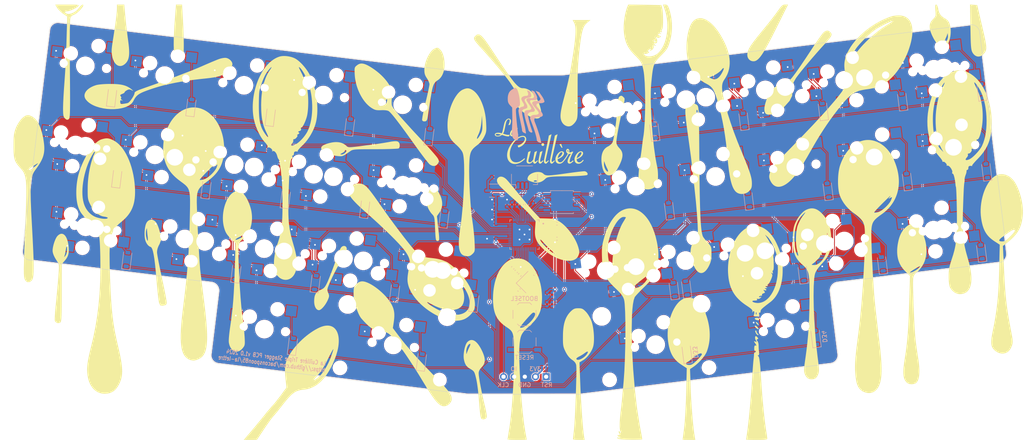
<source format=kicad_pcb>
(kicad_pcb (version 20221018) (generator pcbnew)
  (layers (0 "F.Cu" signal) (31 "B.Cu" signal) (34 "B.Paste" user) (35 "F.Paste" user) (36 "B.SilkS" user "B.Silkscreen") (37 "F.SilkS" user "F.Silkscreen") (38 "B.Mask" user) (39 "F.Mask" user) (44 "Edge.Cuts" user))
  (net 0 "")
  (net 1 "+1V1")
  (net 2 "GND")
  (net 3 "+3V3")
  (net 4 "XTAL_IN")
  (net 5 "+5V")
  (net 6 "row0")
  (net 7 "Net-(D1-A)")
  (net 8 "Net-(D2-A)")
  (net 9 "Net-(D3-A)")
  (net 10 "Net-(D4-A)")
  (net 11 "Net-(D5-A)")
  (net 12 "Net-(D6-A)")
  (net 13 "Net-(D7-A)")
  (net 14 "Net-(D8-A)")
  (net 15 "Net-(D9-A)")
  (net 16 "Net-(D10-A)")
  (net 17 "row1")
  (net 18 "Net-(D11-A)")
  (net 19 "Net-(D12-A)")
  (net 20 "Net-(D13-A)")
  (net 21 "Net-(D14-A)")
  (net 22 "Net-(D15-A)")
  (net 23 "Net-(D16-A)")
  (net 24 "Net-(D17-A)")
  (net 25 "Net-(D18-A)")
  (net 26 "Net-(D19-A)")
  (net 27 "Net-(D20-A)")
  (net 28 "row2")
  (net 29 "Net-(D21-A)")
  (net 30 "Net-(D22-A)")
  (net 31 "Net-(D23-A)")
  (net 32 "Net-(D24-A)")
  (net 33 "Net-(D25-A)")
  (net 34 "Net-(D26-A)")
  (net 35 "Net-(D27-A)")
  (net 36 "Net-(D28-A)")
  (net 37 "Net-(D29-A)")
  (net 38 "Net-(D30-A)")
  (net 39 "row3")
  (net 40 "Net-(D31-A)")
  (net 41 "Net-(D32-A)")
  (net 42 "Net-(D33-A)")
  (net 43 "Net-(D34-A)")
  (net 44 "D-")
  (net 45 "D+")
  (net 46 "RESET")
  (net 47 "SWDIO")
  (net 48 "SWCLK")
  (net 49 "col0")
  (net 50 "col1")
  (net 51 "col2")
  (net 52 "col3")
  (net 53 "col4")
  (net 54 "col5")
  (net 55 "col6")
  (net 56 "col7")
  (net 57 "col8")
  (net 58 "col9")
  (net 59 "XTAL_OUT")
  (net 60 "+")
  (net 61 "-")
  (net 62 "CS")
  (net 63 "SD1")
  (net 64 "SD2")
  (net 65 "SD0")
  (net 66 "QSPI_CLK")
  (net 67 "SD3")
  (net 75 "Net-(C_XTAL2-Pad2)")
  (net 76 "Net-(R_FLASH1-Pad1)")
  (net 77 "Net-(R_FLASH2-Pad1)")
  (footprint "Connector_PinHeader_2.54mm:PinHeader_1x05_P2.54mm_Vertical" (layer "F.Cu") (at 157.452825 128.94717 -90)
    (fp_text reference "J2" hide)
    (fp_text value "SWD")
  )
  (footprint "Resistor_SMD:R_0402_1005Metric" (layer "B.Cu") (at 157.657186 111.654346 -90)
    (fp_text reference "R_FLASH2" hide)
    (fp_text value "5k1")
  )
  (footprint "Diode_SMD:D_SOD-123" (layer "B.Cu") (at 242.400128 63.090104 97)
    (fp_text reference "D9" hide)
    (fp_text value "1N4148W")
  )
  (footprint "Resistor_SMD:R_0402_1005Metric" (layer "B.Cu") (at 149.322803 87.870575 -90)
    (fp_text reference "R_DATA2" hide)
    (fp_text value "27")
  )
  (footprint "MX_Only:MXOnly-1.25U-Hotswap" (layer "B.Cu") (at 123.298908 83.2534 173)
    (fp_text reference "MX44" hide)
    (fp_text value "CPG151101S11")
  )
  (footprint "MX_Only:MXOnly-1U-Hotswap" (layer "B.Cu") (at 68.938396 76.578769 -7)
    (fp_text reference "MX41" hide)
    (fp_text value "CPG151101S11")
  )
  (footprint "MX_Only:MXOnly-1U-Hotswap" (layer "B.Cu") (at 102.027402 80.641588 173)
    (fp_text reference "MX14" hide)
    (fp_text value "CPG151101S11")
  )
  (footprint "MX_Only:MXOnly-1U-Hotswap" (layer "B.Cu") (at 209.611047 98.904615 7)
    (fp_text reference "MX28" hide)
    (fp_text value "CPG151101S11")
  )
  (footprint "Capacitor_SMD:C_0402_1005Metric" (layer "B.Cu") (at 145.017798 87.870575 180)
    (fp_text reference "C_ESD2" hide)
    (fp_text value "1u")
  )
  (footprint "MX_Only:MXOnly-1U-Hotswap" (layer "B.Cu") (at 197.835434 81.157416 -173)
    (fp_text reference "MX17" hide)
    (fp_text value "CPG151101S11")
  )
  (footprint "Diode_SMD:D_SOD-123" (layer "B.Cu") (at 243.539989 82.143223 97)
    (fp_text reference "D19" hide)
    (fp_text value "1N4148W")
  )
  (footprint "Resistor_SMD:R_0402_1005Metric" (layer "B.Cu") (at 158.84781 109.388407 -90)
    (fp_text reference "R_FLASH3" hide)
    (fp_text value "5k1")
  )
  (footprint "MX_Only:MXOnly-1U-Hotswap" (layer "B.Cu") (at 71.343787 96.067177 173)
    (fp_text reference "MX22" hide)
    (fp_text value "CPG151101S11")
  )
  (footprint "Capacitor_SMD:C_0402_1005Metric" (layer "B.Cu") (at 151.704053 87.870575 90)
    (fp_text reference "C_3V3_3" hide)
    (fp_text value "100n")
  )
  (footprint "Button_Switch_SMD:SW_SPST_TL3342" (layer "B.Cu") (at 152.299368 120.612789 180)
    (fp_text reference "SW2" hide)
    (fp_text value "RESET")
  )
  (footprint "MX_Only:MXOnly-1U-Hotswap" (layer "B.Cu") (at 228.60283 58.186592 -173)
    (fp_text reference "MX9" hide)
    (fp_text value "CPG151101S11")
  )
  (footprint "Capacitor_SMD:C_0402_1005Metric" (layer "B.Cu") (at 145.017798 96.01433 180)
    (fp_text reference "C_3V3_6" hide)
    (fp_text value "100n")
  )
  (footprint "Diode_SMD:D_SOD-123" (layer "B.Cu") (at 114.228686 88.737403 83)
    (fp_text reference "D14" hide)
    (fp_text value "1N4148W")
  )
  (footprint "Diode_SMD:D_SOD-123" (layer "B.Cu") (at 121.361085 108.806228 83)
    (fp_text reference "D24" hide)
    (fp_text value "1N4148W")
  )
  (footprint "Capacitor_SMD:C_0402_1005Metric" (layer "B.Cu") (at 151.000406 108.267716 135)
    (fp_text reference "C_XTAL2" hide)
    (fp_text value "22p")
  )
  (footprint "Diode_SMD:D_SOD-123" (layer "B.Cu") (at 57.546516 100.970784 83)
    (fp_text reference "D21" hide)
    (fp_text value "1N4148W")
  )
  (footprint "MX_Only:MXOnly-1U-Hotswap" (layer "B.Cu") (at 190.703042 101.226225 -173)
    (fp_text reference "MX27" hide)
    (fp_text value "CPG151101S11")
  )
  (footprint "Diode_SMD:D_SOD-123" (layer "B.Cu") (at 190.910168 107.79843 97)
    (fp_text reference "D27" hide)
    (fp_text value "1N4148W")
  )
  (footprint "MX_Only:MXOnly-1U-Hotswap" (layer "B.Cu") (at 171.87875 65.151418 -173)
    (fp_text reference "MX6" hide)
    (fp_text value "CPG151101S11")
  )
  (footprint "Connector_JST:JST_SH_SM04B-SRSS-TB_1x04-1MP_P1.00mm_Horizontal" (layer "B.Cu") (at 152.299367 81.322132)
    (fp_text reference "J1" hide)
    (fp_text value "SM04B-SRSS-TB(LF)(SN)")
  )
  (footprint "Diode_SMD:D_SOD-123" (layer "B.Cu") (at 218.681323 104.388563 97)
    (fp_text reference "D28" hide)
    (fp_text value "1N4148W")
  )
  (footprint "Resistor_SMD:R_0402_1005Metric" (layer "B.Cu") (at 158.847811 111.654347 -90)
    (fp_text reference "R_FLASH1" hide)
    (fp_text value "1k")
  )
  (footprint "Diode_SMD:D_SOD-123" (layer "B.Cu") (at 205.723948 86.78645 97)
    (fp_text reference "D17" hide)
    (fp_text value "1N4148W")
  )
  (footprint "MX_Only:MXOnly-1U-Hotswap" (layer "B.Cu") (at 94.978792 98.969189 -7)
    (fp_text reference "MX47" hide)
    (fp_text value "CPG151101S11")
  )
  (footprint "Capacitor_SMD:C_0402_1005Metric" (layer "B.Cu") (at 145.0178 92.414331 180)
    (fp_text reference "C_3V3_5" hide)
    (fp_text value "100n")
  )
  (footprint "MX_Only:MXOnly-1.5U-Hotswap" (layer "B.Cu") (at 252.153989 93.680983 7)
    (fp_text reference "MX53" hide)
    (fp_text value "CPG151101S11")
  )
  (footprint "Package_SO:SOIC-8_5.23x5.23mm_P1.27mm" (layer "B.Cu") (at 161.229063 87.275261 180)
    (fp_text reference "U2" hide)
    (fp_text value "W25Q128JVS")
  )
  (footprint "Diode_SMD:D_SOD-123" (layer "B.Cu") (at 183.312563 70.345142 97)
    (fp_text reference "D6" hide)
    (fp_text value "1N4148W")
  )
  (footprint "MX_Only:MXOnly-1U-Hotswap" (layer "B.Cu") (at 209.694827 60.508204 -173)
    (fp_text reference "MX8" hide)
    (fp_text value "CPG151101S11")
  )
  (footprint "Diode_SMD:D_SOD-123" (layer "B.Cu") (at 102.453065 106.484613 83)
    (fp_text reference "D23" hide)
    (fp_text value "1N4148W")
  )
  (footprint "MX_Only:MXOnly-1U-Hotswap" (layer "B.Cu") (at 113.886794 101.2908 -7)
    (fp_text reference "MX48" hide)
    (fp_text value "CPG151101S11")
  )
  (footprint "MX_Only:MXOnly-1U-Hotswap" (layer "B.Cu") (at 233.329831 57.60619 7)
    (fp_text reference "MX38" hide)
    (fp_text value "CPG151101S11")
  )
  (footprint "MX_Only:MXOnly-1U-Hotswap" (layer "B.Cu") (at 125.662409 83.543602 -7)
    (fp_text reference "MX15" hide)
    (fp_text value "CPG151101S11")
  )
  (footprint "Diode_SMD:D_SOD-123" (layer "B.Cu") (at 261.224367 99.164933 97)
    (fp_text reference "D30" hide)
    (fp_text value "1N4148W")
  )
  (footprint "Diode_SMD:D_SOD-123" (layer "B.Cu") (at 221.749385 119.606228 97)
    (fp_text reference "D34")
    (fp_text value "1N4148W")
  )
  (footprint "MX_Only:MXOnly-1.25U-Hotswap" (layer "B.Cu") (at 130.431298 103.32221 173)
    (fp_text reference "MX25" hide)
    (fp_text value "CPG151101S11")
  )
  (footprint "Resistor_SMD:R_0402_1005Metric" (layer "B.Cu") (at 156.942824 126.692572)
    (fp_text reference "R_RST1" hide)
    (fp_text value "5k1")
  )
  (footprint "Capacitor_SMD:C_0402_1005Metric" (layer "B.Cu") (at 152.89468 87.870575 90)
    (fp_text reference "C_3V3_4" hide)
    (fp_text value "100n")
  )
  (footprint "MX_Only:MXOnly-1.25U-Hotswap" (layer "B.Cu") (at 249.874266 55.574773 -173)
    (fp_text reference "MX10" hide)
    (fp_text value "CPG151101S11")
  )
  (footprint "Diode_SMD:D_SOD-123" (layer "B.Cu") (at 261.308147 60.768491 97)
    (fp_text reference "D10" hide)
    (fp_text value "1N4148W")
  )
  (footprint "MX_Only:MXOnly-1U-Hotswap" (layer "B.Cu") (at 87.846399 78.900379 -7)
    (fp_text reference "MX42" hide)
    (fp_text value "CPG151101S11")
  )
  (footprint "MX_Only:MXOnly-1U-Hotswap" (layer "B.Cu") (at 235.651443 76.514194 -173)
    (fp_text reference "MX19" hide)
    (fp_text value "CPG151101S11")
  )
  (footprint "MX_Only:MXOnly-1.25U-Hotswap" (layer "B.Cu") (at 47.66689 73.966957 -7)
    (fp_text reference "MX40" hide)
    (fp_text value "CPG151101S11")
  )
  (footprint "MX_Only:MXOnly-1.75U-Hotswap" (layer "B.Cu") (at 249.790487 93.971183 -173)
    (fp_text reference "MX30")
    (fp_text value "CPG151101S11")
  )
  (footprint "Diode_SMD:D_SOD-123" (layer "B.Cu") (at 53.917483 62.139038 83)
    (fp_text reference "D1" hide)
    (fp_text value "1N4148W")
  )
  (footprint "MX_Only:MXOnly-2U-Hotswap-ReversedStabilizers" (layer "B.Cu") (at 183.570584 121.295027 -173)
    (fp_text reference "MX33" hide)
    (fp_text value "CPG151101S11")
  )
  (footprint "MX_Only:MXOnly-1.25U-Hotswap" (layer "B.Cu") (at 90.293679 117.586993 173)
    (fp_text reference "MX31" hide)
    (fp_text value "CPG151101S11")
  )
  (footprint "Capacitor_SMD:C_0402_1005Metric" (layer "B.Cu") (at 154.680621 87.275261 45)
    (fp_text reference "C_1V1_2" hide)
    (fp_text value "100n")
  )
  (footprint "MX_Only:MXOnly-1.75U-Hotswap" (layer "B.Cu") (at 50.07228 93.455364 -7)
    (fp_text reference "MX45")
    (fp_text value "CPG151101S11")
  )
  (footprint "Diode_SMD:D_SOD-123" (layer "B.Cu") (at 110.641544 69.103877 83)
    (fp_text reference "D4" hide)
    (fp_text value "1N4148W")
  )
  (footprint "Capacitor_SMD:C_0402_1005Metric" (layer "B.Cu") (at 154.788955 104.479168 -45)
    (fp_text reference "C_XTAL1" hide)
    (fp_text value "22p")
  )
  (footprint "MX_Only:MXOnly-1U-Hotswap" (layer "B.Cu") (at 76.070786 96.647579 -7)
    (fp_text reference "MX46" hide)
    (fp_text value "CPG151101S11")
  )
  (footprint "Capacitor_SMD:C_0402_1005Metric" (layer "B.Cu") (at 160.038438 96.014331)
    (fp_text reference "C_3V3_8" hide)
    (fp_text value "100n")
  )
  (footprint "MX_Only:MXOnly-1.75U-Hotswap" (layer "B.Cu") (at 178.885471 102.677225 7)
    (fp_text reference "MX50")
    (fp_text value "CPG151101S11")
  )
  (footprint "Diode_SMD:D_SOD-123" (layer "B.Cu") (at 95.320667 86.41579 83)
    (fp_text reference "D13" hide)
    (fp_text value "1N4148W")
  )
  (footprint "Diode_SMD:D_SOD-123" (layer "B.Cu") (at 262.448008 79.821611 97)
    (fp_text reference "D20" hide)
    (fp_text value "1N4148W")
  )
  (footprint "MX_Only:MXOnly-1U-Hotswap" (layer "B.Cu") (at 90.251789 98.388788 173)
    (fp_text reference "MX23" hide)
    (fp_text value "CPG151101S11")
  )
  (footprint "Resistor_SMD:R_0402_1005Metric" (layer "B.Cu") (at 151.17477 104.653531 45)
    (fp_text reference "R_XTAL1" hide)
    (fp_text value "1k")
  )
  (footprint "MX_Only:MXOnly-1U-Hotswap" (layer "B.Cu") (at 228.519052 96.583002 7)
    (fp_text reference "MX29" hide)
    (fp_text value "CPG151101S11")
  )
  (footprint "MX_Only:MXOnly-2U-Hotswap-ReversedStabilizers" (layer "B.Cu") (at 121.019187 121.35961 173)
    (fp_text reference "MX32" hide)
    (fp_text value "CPG151101S11")
  )
  (footprint "Resistor_SMD:R_0402_1005Metric" (layer "B.Cu") (at 150.513431 87.870575 -90)
    (fp_text reference "R_DATA1" hide)
    (fp_text value "27")
  )
  (footprint "MX_Only:MXOnly-1U-Hotswap" (layer "B.Cu") (at 195.513821 62.249411 7)
    (fp_text reference "MX36" hide)
    (fp_text value "CPG151101S11")
  )
  (footprint "Diode_SMD:D_SOD-123" (layer "B.Cu") (at 187.95579 108.161183 97)
    (fp_text reference "D26" hide)
    (fp_text value "1N4148W")
  )
  (footprint "MX_Only:MXOnly-1U-Hotswap" (layer "B.Cu") (at 66.533005 57.090362 173)
    (fp_text reference "MX2" hide)
    (fp_text value "CPG151101S11")
  )
  (footprint "MX_Only:MXOnly-1U-Hotswap" (layer "B.Cu") (at 223.792051 97.163406 -173)
    (fp_text reference "MX52" hide)
    (fp_text value "CPG151101S11")
  )
  (footprint "MX_Only:MXOnly-1U-Hotswap" (layer "B.Cu") (at 252.237834 55.284579 7)
    (fp_text reference "MX39" hide)
    (fp_text value "CPG151101S11")
  )
  (footprint "MX_Only:MXOnly-1U-Hotswap" (layer "B.Cu") (at 254.559445 74.192584 -173)
    (fp_text reference "MX20" hide)
    (fp_text value "CPG151101S11")
  )
  (footprint "Diode_SMD:D_SOD-123" (layer "B.Cu") (at 72.825503 64.460651 83)
    (fp_text reference "D2" hide)
    (fp_text value "1N4148W")
  )
  (footprint "Diode_SMD:D_SOD-123" (layer "B.Cu") (at 191.023852 123.378848 97)
    (fp_text reference "D33")
    (fp_text value "1N4148W")
  )
  (footprint "MX_Only:MXOnly-1U-Hotswap" (layer "B.Cu") (at 106.754403 81.22199 -7)
    (fp_text reference "MX43" hide)
    (fp_text value "CPG151101S11")
  )
  (footprint "Diode_SMD:D_SOD-123" (layer "B.Cu") (at 97.021497 121.41208 83)
    (fp_text reference "D31" hide)
    (fp_text value "1N4148W")
  )
  (footprint "Diode_SMD:D_SOD-123" (layer "B.Cu") (at 186.815931 89.108063 97)
    (fp_text reference "D16" hide)
    (fp_text value "1N4148W")
  )
  (footprint "Diode_SMD:D_SOD-123" (layer "B.Cu") (at 129.549564 71.42549 83)
    (fp_text reference "D5" hide)
    (fp_text value "1N4148W")
  )
  (footprint "Diode_SMD:D_SOD-123" (layer "B.Cu") (at 76.412648 84.094177 83)
    (fp_text reference "D12" hide)
    (fp_text value "1N4148W")
  )
  (footprint "MX_Only:MXOnly-1.5U-Hotswap" (layer "B.Cu") (at 47.70878 93.165162 173)
    (fp_text reference "MX21" hide)
    (fp_text value "CPG151101S11")
  )
  (footprint "Diode_SMD:D_SOD-123" (layer "B.Cu") (at 133.136706 91.059015 83)
    (fp_text reference "D15" hide)
    (fp_text value "1N4148W")
  )
  (footprint "Crystal:Crystal_SMD_3225-4Pin_3.2x2.5mm" (layer "B.Cu") (at 152.89468 106.373442 45)
    (fp_text reference "Y1" hide)
    (fp_text value "12MHz")
  )
  (footprint "MX_Only:MXOnly-1.25U-Hotswap" (layer "B.Cu") (at 214.296091 117.522409 -173)
    (fp_text reference "MX34" hide)
    (fp_text value "CPG151101S11")
  )
  (footprint "MX_Only:MXOnly-1U-Hotswap" (layer "B.Cu") (at 85.441011 59.411974 173)
    (fp_text reference "MX3" hide)
    (fp_text value "CPG151101S11")
  )
  (footprint "MX_Only:MXOnly-1U-Hotswap" (layer "B.Cu") (at 204.884046 99.485018 -173)
    (fp_text reference "MX51" hide)
    (fp_text value "CPG151101S11")
  )
  (footprint "Capacitor_SMD:C_0402_1005Metric" (layer "B.Cu") (at 145.017799 81.322132)
    (fp_text reference "C_ESD1" hide)
    (fp_text value "1u")
  )
  (footprint "Capacitor_SMD:C_0402_1005Metric" (layer "B.Cu") (at 149.491006 102.969767 -135)
    (fp_text reference "C_1V1_3" hide)
    (fp_text value "100n")
  )
  (footprint "MX_Only:MXOnly-1U-Hotswap" (layer "B.Cu") (at 216.743438 78.835805 -173)
    (fp_text reference "MX18" hide)
    (fp_text value "CPG151101S11")
  )
  (footprint "MX_Only:MXOnly-1U-Hotswap" (layer "B.Cu") (at 109.159795 100.710398 173)
    (fp_text reference "MX24" hide)
    (fp_text value "CPG151101S11")
  )
  (footprint "Package_TO_SOT_SMD:SOT-23" (layer "B.Cu") (at 144.560297 84.539323 180)
    (fp_text reference "U3" hide)
    (fp_text value "XC6206P332MR")
  )
  (footprint "MX_Only:MXOnly-1U-Hotswap" (layer "B.Cu") (at 45.303391 73.676756 173)
    (fp_text reference "MX11" hide)
    (fp_text value "CPG151101S11")
  )
  (footprint "MX_Only:MXOnly-1U-Hotswap" (layer "B.Cu") (at 190.786821 62.829813 -173)
    (fp_text reference "MX7" hide)
    (fp_text value "CPG151101S11")
  )
  (footprint "MX_Only:MXOnly-1U-Hotswap" (layer "B.Cu") (at 64.211394 75.998367 173)
    (fp_text reference "MX12" hide)
    (fp_text value "CPG151101S11")
  )
  (footprint "MX_Only:MXOnly-1U-Hotswap" (layer "B.Cu") (at 123.257019 64.055196 173)
    (fp_text reference "MX5" hide)
    (fp_text value "CPG151101S11")
  )
  (footprint "Diode_SMD:D_SOD-123" (layer "B.Cu") (at 55.141122 81.482361 83)
    (fp_text reference "D11" hide)
    (fp_text value "1N4148W")
  )
  (footprint "Diode_SMD:D_SOD-123" (layer "B.Cu") (at 140.269105 111.12784 83)
    (fp_text reference "D25" hide)
    (fp_text value "1N4148W")
  )
  (footprint "MX_Only:MXOnly-1U-Hotswap" (layer "B.Cu") (at 83.119399 78.319977 173)
    (fp_text reference "MX13" hide)
    (fp_text value "CPG151101S11")
  )
  (footprint "MX_Only:MXOnly-1U-Hotswap" (layer "B.Cu") (at 132.794799 103.612412 -7)
    (fp_text reference "MX49" hide)
    (fp_text value "CPG151101S11")
  )
  (footprint "Diode_SMD:D_SOD-123" (layer "B.Cu") (at 91.733522 66.782263 83)
    (fp_text reference "D3" hide)
    (fp_text value "1N4148W")
  )
  (footprint "Capacitor_SMD:C_0402_1005Metric" (layer "B.Cu") (at 145.017798 89.656514 180)
    (fp_text reference "C_3V3_1" hide)
    (fp_text value "10u")
  )
  (footprint "Capacitor_SMD:C_0402_1005Metric" (layer "B.Cu") (at 150.332889 103.81165 -135)
    (fp_text reference "C_3V3_9" hide)
    (fp_text value "100n")
  )
  (footprint "Capacitor_SMD:C_0402_1005Metric" (layer "B.Cu") (at 148.132177 87.870574 90)
    (fp_text reference "C_1V1_1" hide)
    (fp_text value "1u")
  )
  (footprint "Diode_SMD:D_SOD-123" (layer "B.Cu") (at 127.747031 125.1847 83)
    (fp_text reference "D32" hide)
    (fp_text value "1N4148W")
  )
  (footprint "PCB Graphics:baconspoon-logo-15mm" (layer "B.Cu") (at 152.4 66.675 180)
    (fp_text reference "G1")
    (fp_text value "Logo_Open_Hardware_Small" hide)
  )
  (footprint "Diode_SMD:D_SOD-123" (layer "B.Cu") (at 204.584086 67.733329 97)
    (fp_text reference "D7" hide)
    (fp_text value "1N4148W")
  )
  (footprint "MCUs:QFN40P700X700X90-57N" (layer "B.Cu") (at 152.299371 95.014331 180)
    (fp_text reference "U1" hide)
    (fp_text value "RP2040")
  )
  (footprint "MX_Only:MXOnly-1.25U-Hotswap" (layer "B.Cu") (at 174.242249 64.861217 7)
    (fp_text reference "MX35" hide)
    (fp_text value "CPG151101S11")
  )
  (footprint "Capacitor_SMD:C_0402_1005Metric" (layer "B.Cu") (at 157.657184 109.358406 -90)
    (fp_text reference "C_FLASH1" hide)
    (fp_text value "100n")
  )
  (footprint "Capacitor_SMD:C_0402_1005Metric" (layer "B.Cu") (at 145.017798 90.84714 180)
    (fp_text reference "C_3V3_2" hide)
    (fp_text value "1u")
  )
  (footprint "MX_Only:MXOnly-1U-Hotswap" (layer "B.Cu") (at 178.927429 83.479027 -173)
    (fp_text reference "MX16" hide)
    (fp_text value "CPG151101S11")
  )
  (footprint "MX_Only:MXOnly-1U-Hotswap" (layer "B.Cu") (at 104.349013 61.733585 173)
    (fp_text reference "MX4" hide)
    (fp_text value "CPG151101S11")
  )
  (footprint "Diode_SMD:D_SOD-123" (layer "B.Cu") (at 223.492106 65.411717 97)
    (fp_text reference "D8" hide)
    (fp_text value "1N4148W")
  )
  (footprint "Capacitor_SMD:C_0402_1005Metric" (layer "B.Cu") (at 160.038436 92.41433)
    (fp_text reference "C_3V3_7" hide)
    (fp_text value "100n")
  )
  (footprint "MX_Only:MXOnly-1U-Hotswap" (layer "B.Cu") (at 214.421828 59.927801 7)
    (fp_text reference "MX37" hide)
    (fp_text value "CPG151101S11")
  )
  (footprint "Diode_SMD:D_SOD-123" (layer "B.Cu") (at 224.63197 84.464834 97)
    (fp_text reference "D18" hide)
    (fp_text value "1N4148W")
  )
  (footprint "Diode_SMD:D_SOD-123" (layer "B.Cu") (at 237.589343 102.066948 97)
    (fp_text reference "D29" hide)
    (fp_text value "1N4148W")
  )
  (footprint "MX_Only:MXOnly-1U-Hotswap" (layer "B.Cu") (at 171.795039 103.547837 -173)
    (fp_text reference "MX26" hide)
    (fp_text value "CPG151101S11")
  )
  (footprint "MX_Only:MXOnly-1U-Hotswap" (layer "B.Cu") (at 47.625 54.76875 173)
    (fp_text reference "MX1" hide)
    (fp_text value "CPG151101S11")
  )
  (footprint "Diode_SMD:D_SOD-123" (layer "B.Cu") (at 83.545046 104.163 83)
    (fp_text reference "D22" hide)
    (fp_text value "1N4148W")
  )
  (footprint "Button_Switch_SMD:SW_SPST_TL3342" (layer "B.Cu") (at 152.29937 114.064347)
    (fp_text reference "SW1" hide)
    (fp_text value "BOOTSEL")
  )
  (gr_poly (pts (xy 162.627375 74.572502) (xy 162.648469 74.574452) (xy 162.669033 74.577686) (xy 162.689064 74.58219) (xy 162.708558 74.587949) (xy 162.727511 74.59495) (xy 162.745921 74.60318) (xy 162.763782 74.612625) (xy 162.781093 74.623269) (xy 162.797848 74.635102) (xy 162.814045 74.648108) (xy 162.82968 74.662273) (xy 162.84475 74.677584) (xy 162.85925 74.694028) (xy 162.873177 74.711588) (xy 162.88653 74.730254) (xy 162.899074 74.749053) (xy 162.910758 74.76849) (xy 162.921589 74.788561) (xy 162.931572 74.80926) (xy 162.940715 74.830579) (xy 162.949027 74.852511) (xy 162.956512 74.875051) (xy 162.963179 74.89819) (xy 162.969035 74.921921) (xy 162.974088 74.94624) (xy 162.978343 74.971138) (xy 162.981809 74.996608) (xy 162.984492 75.022645) (xy 162.986401 75.049242) (xy 162.987539 75.07639) (xy 162.987918 75.104085) (xy 162.987271 75.138556) (xy 162.985338 75.173727) (xy 162.982127 75.209595) (xy 162.977644 75.246156) (xy 162.971899 75.283408) (xy 162.9649 75.321347) (xy 162.956655 75.359972) (xy 162.94717 75.399281) (xy 162.970516 75.403978) (xy 162.99332 75.408034) (xy 163.01559 75.41145) (xy 163.037324 75.414235) (xy 163.058527 75.416394) (xy 163.0792 75.417929) (xy 163.099346 75.418845) (xy 163.118966 75.41915) (xy 163.153995 75.418512) (xy 163.188142 75.416598) (xy 163.221417 75.413414) (xy 163.253823 75.408964) (xy 163.28537 75.403251) (xy 163.316062 75.396282) (xy 163.345905 75.388061) (xy 163.374907 75.37859) (xy 163.403074 75.367875) (xy 163.430413 75.355921) (xy 163.45693 75.342732) (xy 163.482631 75.328314) (xy 163.507524 75.312667) (xy 163.531613 75.295799) (xy 163.554905 75.277715) (xy 163.577409 75.258415) (xy 163.592517 75.244843) (xy 163.93084 75.244843) (xy 163.858213 75.390047) (xy 163.857761 75.390866) (xy 163.772934 75.549548) (xy 163.691886 75.707593) (xy 163.614615 75.865003) (xy 163.541118 76.021779) (xy 163.471396 76.17792) (xy 163.405447 76.333424) (xy 163.343267 76.488295) (xy 163.284859 76.642531) (xy 163.232888 76.790807) (xy 163.188054 76.928824) (xy 163.150297 77.05663) (xy 163.119548 77.174277) (xy 163.095745 77.281813) (xy 163.078822 77.379289) (xy 163.068716 77.466754) (xy 163.066199 77.506748) (xy 163.065362 77.544257) (xy 163.065554 77.556144) (xy 163.066131 77.567731) (xy 163.067084 77.579019) (xy 163.068415 77.590013) (xy 163.070118 77.60072) (xy 163.072188 77.611141) (xy 163.074625 77.621282) (xy 163.077423 77.631146) (xy 163.080579 77.64074) (xy 163.084091 77.650066) (xy 163.087952 77.659129) (xy 163.092161 77.667933) (xy 163.096714 77.676483) (xy 163.101608 77.684784) (xy 163.106839 77.69284) (xy 163.112404 77.700652) (xy 163.118055 77.707377) (xy 163.123762 77.713588) (xy 163.129525 77.719296) (xy 163.13535 77.724513) (xy 163.141236 77.72925) (xy 163.147188 77.733516) (xy 163.153209 77.737324) (xy 163.159302 77.740683) (xy 163.165468 77.743607) (xy 163.171712 77.746105) (xy 163.178037 77.74819) (xy 163.184445 77.749869) (xy 163.190937 77.751158) (xy 163.19752 77.752063) (xy 163.204194 77.7526) (xy 163.210962 77.752775) (xy 163.220627 77.752448) (xy 163.230891 77.751454) (xy 163.241762 77.749771) (xy 163.253245 77.747381) (xy 163.265347 77.744264) (xy 163.278071 77.7404) (xy 163.291423 77.735767) (xy 163.305411 77.730346) (xy 163.32004 77.724117) (xy 163.335315 77.717059) (xy 163.351241 77.709154) (xy 163.367827 77.700381) (xy 163.385075 77.690719) (xy 163.402991 77.680149) (xy 163.421583 77.668649) (xy 163.440856 77.656203) (xy 163.480402 77.629151) (xy 163.521949 77.598789) (xy 163.5655 77.565099) (xy 163.611061 77.528069) (xy 163.658633 77.48768) (xy 163.708223 77.443918) (xy 163.759835 77.396769) (xy 163.813471 77.346218) (xy 163.853159 77.308302) (xy 163.998574 77.471919) (xy 163.966796 77.507083) (xy 163.948696 77.52675) (xy 163.929434 77.546956) (xy 163.887424 77.588979) (xy 163.84079 77.633149) (xy 163.789553 77.679462) (xy 163.73373 77.727916) (xy 163.673345 77.778505) (xy 163.608416 77.831225) (xy 163.538964 77.886073) (xy 163.506005 77.91147) (xy 163.473163 77.935344) (xy 163.440445 77.957677) (xy 163.407851 77.978456) (xy 163.375381 77.997661) (xy 163.343038 78.015281) (xy 163.310824 78.031297) (xy 163.278741 78.045696) (xy 163.246789 78.058459) (xy 163.214971 78.069571) (xy 163.183289 78.079018) (xy 163.151744 78.086783) (xy 163.120338 78.092849) (xy 163.089072 78.097201) (xy 163.05795 78.099825) (xy 163.02697 78.100703) (xy 163.001198 78.100151) (xy 162.975991 78.098494) (xy 162.951354 78.095729) (xy 162.9273 78.091849) (xy 162.903835 78.086851) (xy 162.880968 78.080731) (xy 162.858708 78.073488) (xy 162.837065 78.065112) (xy 162.816048 78.055605) (xy 162.795663 78.044958) (xy 162.775922 78.033169) (xy 162.756833 78.020234) (xy 162.738404 78.006149) (xy 162.720643 77.99091) (xy 162.703562 77.974514) (xy 162.687167 77.956954) (xy 162.686794 77.956531) (xy 162.686399 77.956082) (xy 162.67165 77.937675) (xy 162.657917 77.918532) (xy 162.645192 77.898661) (xy 162.633464 77.878069) (xy 162.622726 77.856765) (xy 162.61297 77.834761) (xy 162.604183 77.812065) (xy 162.596361 77.788685) (xy 162.589491 77.764632) (xy 162.583568 77.739914) (xy 162.578578 77.714539) (xy 162.574518 77.688518) (xy 162.571373 77.66186) (xy 162.569139 77.634573) (xy 162.567805 77.606666) (xy 162.567363 77.578151) (xy 162.568508 77.529766) (xy 162.571933 77.479952) (xy 162.577632 77.428712) (xy 162.585592 77.376054) (xy 162.595802 77.321976) (xy 162.608253 77.266487) (xy 162.622935 77.209588) (xy 162.639835 77.151285) (xy 162.658945 77.09158) (xy 162.680254 77.030477) (xy 162.70375 76.967979) (xy 162.729426 76.904093) (xy 162.757268 76.83882) (xy 162.787267 76.772166) (xy 162.819414 76.704133) (xy 162.853696 76.634725) (xy 162.880326 76.581162) (xy 162.908763 76.525821) (xy 162.939002 76.468704) (xy 162.971043 76.409814) (xy 163.004884 76.349151) (xy 163.040519 76.286717) (xy 163.077946 76.222515) (xy 163.117166 76.156544) (xy 163.179992 76.053084) (xy 163.248535 75.942572) (xy 163.3228 75.825011) (xy 163.402784 75.700402) (xy 163.392837 75.70575) (xy 163.382896 75.710939) (xy 163.372964 75.715968) (xy 163.363038 75.720838) (xy 163.35312 75.725548) (xy 163.343209 75.730098) (xy 163.333305 75.734487) (xy 163.32341 75.738715) (xy 163.323013 75.738899) (xy 163.322614 75.739058) (xy 163.302906 75.746625) (xy 163.282868 75.753689) (xy 163.262507 75.760254) (xy 163.241823 75.76632) (xy 163.220816 75.771888) (xy 163.199487 75.776963) (xy 163.17784 75.781547) (xy 163.155875 75.785637) (xy 163.133594 75.789241) (xy 163.110999 75.792357) (xy 163.08809 75.79499) (xy 163.064868 75.797139) (xy 163.041336 75.798807) (xy 163.017496 75.799995) (xy 162.993348 75.800707) (xy 162.968895 75.800944) (xy 162.950753 75.800704) (xy 162.932467 75.799986) (xy 162.914037 75.798792) (xy 162.895462 75.797125) (xy 162.876745 75.794987) (xy 162.857887 75.792383) (xy 162.838888 75.789313) (xy 162.81975 75.785784) (xy 162.790172 75.860749) (xy 162.75116 75.945624) (xy 162.703856 76.03887) (xy 162.649407 76.13895) (xy 162.52365 76.353461) (xy 162.383048 76.576855) (xy 162.236756 76.796827) (xy 162.093936 77.001077) (xy 161.963745 77.1773) (xy 161.855342 77.313196) (xy 161.787273 77.401698) (xy 161.717046 77.489032) (xy 161.644209 77.574379) (xy 161.60667 77.616048) (xy 161.568307 77.656913) (xy 161.529064 77.696871) (xy 161.488885 77.735816) (xy 161.447712 77.773648) (xy 161.40549 77.810265) (xy 161.362163 77.845561) (xy 161.317671 77.879436) (xy 161.27196 77.911786) (xy 161.224972 77.942509) (xy 161.224707 77.942694) (xy 161.224561 77.942773) (xy 161.224417 77.942851) (xy 161.186999 77.964866) (xy 161.149208 77.985466) (xy 161.111048 78.004652) (xy 161.07252 78.022422) (xy 161.033623 78.038773) (xy 160.994361 78.053709) (xy 160.954736 78.067227) (xy 160.914748 78.079325) (xy 160.8744 78.090001) (xy 160.833691 78.099258) (xy 160.792625 78.107094) (xy 160.751203 78.113505) (xy 160.709425 78.118494) (xy 160.667296 78.12206) (xy 160.624813 78.124198) (xy 160.581982 78.124911) (xy 160.531093 78.123831) (xy 160.48138 78.120586) (xy 160.432849 78.115174) (xy 160.385511 78.107593) (xy 160.339373 78.097836) (xy 160.294444 78.085904) (xy 160.250731 78.07179) (xy 160.208242 78.055491) (xy 160.166985 78.037007) (xy 160.126969 78.016331) (xy 160.088202 77.993462) (xy 160.050692 77.968397) (xy 160.014447 77.94113) (xy 159.979475 77.91166) (xy 159.945782 77.879982) (xy 159.91338 77.846093) (xy 159.88274 77.81052) (xy 159.854124 77.773587) (xy 159.827527 77.735302) (xy 159.802943 77.695674) (xy 159.780363 77.654708) (xy 159.759782 77.612415) (xy 159.741194 77.568802) (xy 159.724589 77.523877) (xy 159.709964 77.477649) (xy 159.697311 77.430123) (xy 159.686622 77.38131) (xy 159.677892 77.331215) (xy 159.671113 77.279849) (xy 159.66628 77.227219) (xy 159.663385 77.173333) (xy 159.662422 77.118199) (xy 159.66334 77.061919) (xy 159.666094 77.005598) (xy 159.670679 76.949233) (xy 159.677092 76.892827) (xy 159.685333 76.836379) (xy 159.692973 76.793501) (xy 160.210163 76.793502) (xy 160.320506 76.739317) (xy 160.424341 76.683891) (xy 160.473826 76.655715) (xy 160.521695 76.627231) (xy 160.567948 76.598445) (xy 160.612592 76.569353) (xy 160.655626 76.53996) (xy 160.697058 76.510267) (xy 160.736887 76.480274) (xy 160.775118 76.449984) (xy 160.811755 76.419397) (xy 160.8468 76.388516) (xy 160.880257 76.357343) (xy 160.912128 76.325878) (xy 160.934822 76.302208) (xy 160.956952 76.27833) (xy 160.978521 76.254241) (xy 160.999527 76.229944) (xy 161.019973 76.205435) (xy 161.039859 76.180719) (xy 161.059186 76.155793) (xy 161.077953 76.130658) (xy 161.096162 76.105314) (xy 161.113814 76.07976) (xy 161.130908 76.053997) (xy 161.147445 76.028024) (xy 161.163426 76.001842) (xy 161.178852 75.975451) (xy 161.193723 75.948853) (xy 161.208039 75.922043) (xy 161.221642 75.8953) (xy 161.234319 75.868986) (xy 161.246074 75.8431) (xy 161.256914 75.817638) (xy 161.266848 75.7926) (xy 161.275883 75.767985) (xy 161.284024 75.743788) (xy 161.291277 75.720011) (xy 161.297654 75.696651) (xy 161.303155 75.673706) (xy 161.307793 75.651175) (xy 161.311573 75.629058) (xy 161.3145 75.607348) (xy 161.316582 75.586049) (xy 161.317826 75.565156) (xy 161.318238 75.544669) (xy 161.318055 75.532085) (xy 161.317515 75.520122) (xy 161.316631 75.508764) (xy 161.315417 75.497997) (xy 161.313887 75.487809) (xy 161.312054 75.478182) (xy 161.309932 75.469105) (xy 161.307535 75.460561) (xy 161.304876 75.452537) (xy 161.30197 75.445019) (xy 161.29883 75.437994) (xy 161.295468 75.431445) (xy 161.291898 75.425357) (xy 161.288135 75.41972) (xy 161.284193 75.414515) (xy 161.280085 75.409731) (xy 161.27588 75.40541) (xy 161.27133 75.401273) (xy 161.266418 75.397335) (xy 161.261134 75.393608) (xy 161.255457 75.390103) (xy 161.249377 75.386837) (xy 161.242876 75.383822) (xy 161.235941 75.381068) (xy 161.228553 75.378589) (xy 161.220702 75.3764) (xy 161.21237 75.374511) (xy 161.203543 75.372937) (xy 161.194207 75.371692) (xy 161.184344 75.370784) (xy 161.173941 75.370232) (xy 161.162981 75.370045) (xy 161.145988 75.370468) (xy 161.128888 75.371747) (xy 161.111678 75.373885) (xy 161.094362 75.376893) (xy 161.076941 75.380776) (xy 161.059412 75.385542) (xy 161.041779 75.391201) (xy 161.02404 75.397759) (xy 161.006198 75.405223) (xy 160.988252 75.413603) (xy 160.970203 75.422903) (xy 160.952052 75.433132) (xy 160.915442 75.45641) (xy 160.878428 75.483497) (xy 160.841014 75.514453) (xy 160.803204 75.54934) (xy 160.765004 75.588218) (xy 160.726416 75.631147) (xy 160.687444 75.67819) (xy 160.648095 75.729405) (xy 160.60837 75.784856) (xy 160.568276 75.844601) (xy 160.533281 75.900233) (xy 160.499969 75.956352) (xy 160.468342 76.012959) (xy 160.438398 76.070055) (xy 160.410137 76.127641) (xy 160.383557 76.185716) (xy 160.35866 76.24428) (xy 160.335443 76.303334) (xy 160.313907 76.362882) (xy 160.294052 76.42292) (xy 160.275874 76.483449) (xy 160.259377 76.544472) (xy 160.244557 76.605988) (xy 160.231415 76.667998) (xy 160.219951 76.730502) (xy 160.210163 76.793502) (xy 159.692973 76.793501) (xy 159.695399 76.779891) (xy 159.707285 76.723363) (xy 159.720991 76.666796) (xy 159.736513 76.610192) (xy 159.753847 76.55355) (xy 159.772992 76.496871) (xy 159.793946 76.440157) (xy 159.816704 76.383406) (xy 159.841265 76.326623) (xy 159.867626 76.269805) (xy 159.895786 76.212953) (xy 159.895864 76.212742) (xy 159.925888 76.156069) (xy 159.956814 76.100637) (xy 159.988641 76.046449) (xy 160.021374 75.993504) (xy 160.055009 75.941808) (xy 160.089551 75.891359) (xy 160.124999 75.842158) (xy 160.161351 75.794211) (xy 160.198611 75.747515) (xy 160.236779 75.702074) (xy 160.275854 75.657887) (xy 160.315839 75.614958) (xy 160.356733 75.573289) (xy 160.398537 75.53288) (xy 160.441253 75.493731) (xy 160.48488 75.455847) (xy 160.529643 75.419079) (xy 160.574459 75.384583) (xy 160.619325 75.352375) (xy 160.664239 75.32247) (xy 160.709201 75.294878) (xy 160.754209 75.269613) (xy 160.799262 75.246692) (xy 160.844359 75.226124) (xy 160.8895 75.207926) (xy 160.93468 75.192111) (xy 160.979901 75.178691) (xy 161.02516 75.167681) (xy 161.070456 75.159094) (xy 161.11579 75.152943) (xy 161.161158 75.149242) (xy 161.206558 75.148006) (xy 161.233151 75.148501) (xy 161.259231 75.149992) (xy 161.284789 75.152482) (xy 161.309819 75.155974) (xy 161.334315 75.160475) (xy 161.358268 75.16599) (xy 161.381674 75.172524) (xy 161.404523 75.180079) (xy 161.426808 75.188664) (xy 161.448525 75.198279) (xy 161.469665 75.208932) (xy 161.49022 75.220626) (xy 161.510187 75.233367) (xy 161.529555 75.247159) (xy 161.548318 75.262007) (xy 161.566471 75.277915) (xy 161.584424 75.294732) (xy 161.601215 75.312165) (xy 161.616846 75.330211) (xy 161.631315 75.348859) (xy 161.644624 75.368106) (xy 161.656773 75.387942) (xy 161.667764 75.408362) (xy 161.677595 75.42936) (xy 161.686268 75.450927) (xy 161.693783 75.473058) (xy 161.700142 75.495747) (xy 161.705341 75.518984) (xy 161.709386 75.542764) (xy 161.712275 75.567082) (xy 161.714006 75.591928) (xy 161.714584 75.617297) (xy 161.712865 75.667696) (xy 161.707723 75.717914) (xy 161.699186 75.767954) (xy 161.687279 75.817813) (xy 161.672024 75.867491) (xy 161.65345 75.916991) (xy 161.631582 75.966306) (xy 161.606446 76.015442) (xy 161.578065 76.064395) (xy 161.546467 76.113165) (xy 161.511675 76.16175) (xy 161.473717 76.210154) (xy 161.432617 76.258372) (xy 161.388401 76.306407) (xy 161.341094 76.354256) (xy 161.290722 76.40192) (xy 161.238714 76.448129) (xy 161.184501 76.493446) (xy 161.128086 76.53787) (xy 161.069473 76.581405) (xy 161.008665 76.624052) (xy 160.945666 76.665811) (xy 160.880476 76.706686) (xy 160.813103 76.746678) (xy 160.743547 76.785789) (xy 160.67181 76.824019) (xy 160.5979 76.861373) (xy 160.521816 76.897851) (xy 160.443564 76.933455) (xy 160.363145 76.968187) (xy 160.280564 77.002047) (xy 160.195823 77.03504) (xy 160.195162 77.04666) (xy 160.194691 77.058739) (xy 160.194408 77.071286) (xy 160.194314 77.084306) (xy 160.194996 77.123623) (xy 160.197035 77.161935) (xy 160.200427 77.199248) (xy 160.205167 77.235572) (xy 160.211248 77.27091) (xy 160.218667 77.305271) (xy 160.227418 77.338659) (xy 160.237494 77.371085) (xy 160.248891 77.402552) (xy 160.261605 77.433067) (xy 160.275627 77.462638) (xy 160.290955 77.491273) (xy 160.307582 77.518976) (xy 160.325504 77.545753) (xy 160.344714 77.571615) (xy 160.365208 77.596564) (xy 160.386591 77.619581) (xy 160.408714 77.641112) (xy 160.431583 77.661161) (xy 160.455207 77.679723) (xy 160.479589 77.696803) (xy 160.504739 77.712398) (xy 160.530664 77.726508) (xy 160.557366 77.739133) (xy 160.584856 77.750273) (xy 160.613139 77.759928) (xy 160.642222 77.768098) (xy 160.672111 77.774783) (xy 160.702814 77.779983) (xy 160.734337 77.783697) (xy 160.766685 77.785926) (xy 160.799867 77.786669) (xy 160.826077 77.786164) (xy 160.852213 77.784649) (xy 160.878276 77.78212) (xy 160.904267 77.778571) (xy 160.930187 77.774002) (xy 160.956038 77.768407) (xy 160.98182 77.761783) (xy 161.007534 77.754125) (xy 161.033183 77.745429) (xy 161.058767 77.735695) (xy 161.084287 77.724915) (xy 161.109745 77.713088) (xy 161.135141 77.700208) (xy 161.160477 77.686275) (xy 161.185755 77.671281) (xy 161.210975 77.655223) (xy 161.245755 77.630626) (xy 161.279659 77.604965) (xy 161.312734 77.578311) (xy 161.345022 77.550732) (xy 161.376573 77.522302) (xy 161.407428 77.49309) (xy 161.437634 77.463169) (xy 161.467237 77.432606) (xy 161.496283 77.401476) (xy 161.524815 77.369847) (xy 161.580523 77.305376) (xy 161.634724 77.239765) (xy 161.687782 77.173576) (xy 161.78845 77.044944) (xy 161.911889 76.875805) (xy 162.048793 76.678638) (xy 162.189858 76.465922) (xy 162.325782 76.250134) (xy 162.447256 76.043754) (xy 162.499667 75.947993) (xy 162.544977 75.859262) (xy 162.582025 75.779122) (xy 162.609643 75.709134) (xy 162.563979 75.679772) (xy 162.521167 75.648898) (xy 162.481216 75.61652) (xy 162.462319 75.599766) (xy 162.444143 75.582637) (xy 162.426689 75.565135) (xy 162.409959 75.547259) (xy 162.393956 75.529009) (xy 162.378679 75.510386) (xy 162.364132 75.491391) (xy 162.350316 75.472023) (xy 162.337232 75.452286) (xy 162.324881 75.432177) (xy 162.313267 75.4117) (xy 162.30239 75.390852) (xy 162.292251 75.369636) (xy 162.282854 75.348051) (xy 162.2742 75.326099) (xy 162.266288 75.303779) (xy 162.259122 75.281092) (xy 162.252704 75.258039) (xy 162.247035 75.234622) (xy 162.242117 75.210839) (xy 162.237949 75.186692) (xy 162.234536 75.16218) (xy 162.231879 75.137305) (xy 162.229979 75.112069) (xy 162.228838 75.086469) (xy 162.228457 75.060508) (xy 162.228843 75.034976) (xy 162.23 75.009927) (xy 162.23174 74.987906) (xy 162.532808 74.987906) (xy 162.533537 75.008253) (xy 162.535746 75.028545) (xy 162.539466 75.048779) (xy 162.544725 75.068949) (xy 162.551557 75.089056) (xy 162.559989 75.109094) (xy 162.570053 75.12906) (xy 162.581778 75.148951) (xy 162.595197 75.168765) (xy 162.610339 75.188499) (xy 162.627235 75.20815) (xy 162.645913 75.227713) (xy 162.666407 75.247187) (xy 162.688745 75.266567) (xy 162.712958 75.285851) (xy 162.739078 75.305036) (xy 162.740832 75.288971) (xy 162.742348 75.273436) (xy 162.743628 75.25843) (xy 162.744669 75.24395) (xy 162.745477 75.229992) (xy 162.746054 75.216557) (xy 162.746397 75.20364) (xy 162.746512 75.191238) (xy 162.746294 75.171366) (xy 162.745648 75.152186) (xy 162.744582 75.133691) (xy 162.743103 75.115872) (xy 162.741217 75.098723) (xy 162.738935 75.082238) (xy 162.736261 75.066407) (xy 162.733206 75.051224) (xy 162.729777 75.036682) (xy 162.725983 75.022771) (xy 162.721827 75.009488) (xy 162.717323 74.99682) (xy 162.712474 74.984765) (xy 162.707291 74.973313) (xy 162.701781 74.962455) (xy 162.69595 74.952187) (xy 162.695448 74.95134) (xy 162.69497 74.950469) (xy 162.68948 74.940959) (xy 162.683937 74.932276) (xy 162.678338 74.924392) (xy 162.672688 74.917273) (xy 162.666983 74.910894) (xy 162.661226 74.905222) (xy 162.655417 74.900232) (xy 162.649558 74.895891) (xy 162.643649 74.89217) (xy 162.637688 74.889041) (xy 162.631679 74.886474) (xy 162.62562 74.884439) (xy 162.619514 74.882908) (xy 162.61336 74.881851) (xy 162.60716 74.881238) (xy 162.600912 74.88104) (xy 162.598661 74.881101) (xy 162.596333 74.881298) (xy 162.593928 74.881651) (xy 162.591445 74.882178) (xy 162.588884 74.882899) (xy 162.586241 74.883835) (xy 162.58352 74.885005) (xy 162.580717 74.886429) (xy 162.577834 74.888125) (xy 162.57487 74.890114) (xy 162.571821 74.892415) (xy 162.56869 74.89505) (xy 162.565476 74.898035) (xy 162.562176 74.901392) (xy 162.558794 74.90514) (xy 162.555324 74.909299) (xy 162.552813 74.912716) (xy 162.550421 74.916305) (xy 162.548156 74.920072) (xy 162.546024 74.924022) (xy 162.544029 74.928162) (xy 162.542176 74.932497) (xy 162.540473 74.937032) (xy 162.538927 74.941776) (xy 162.537538 74.946733) (xy 162.536318 74.95191) (xy 162.53527 74.957311) (xy 162.534399 74.962944) (xy 162.533712 74.968813) (xy 162.533213 74.974927) (xy 162.532909 74.981289) (xy 162.532808 74.987906) (xy 162.23174 74.987906) (xy 162.231939 74.985367) (xy 162.234665 74.961307) (xy 162.238186 74.937748) (xy 162.242508 74.914702) (xy 162.247636 74.892172) (xy 162.25358 74.870166) (xy 162.260343 74.848691) (xy 162.267935 74.827755) (xy 162.276362 74.807362) (xy 162.285629 74.78752) (xy 162.295746 74.768236) (xy 162.306715 74.749517) (xy 162.318548 74.731367) (xy 162.331248 74.713797) (xy 162.344698 74.696943) (xy 162.358663 74.681111) (xy 162.373137 74.666311) (xy 162.388119 74.65255) (xy 162.4036 74.639841) (xy 162.41958 74.628188) (xy 162.436052 74.617604) (xy 162.453013 74.608096) (xy 162.470457 74.599673) (xy 162.488382 74.592345) (xy 162.506781 74.58612) (xy 162.525652 74.581006) (xy 162.544988 74.577013) (xy 162.564787 74.574149) (xy 162.585044 74.572426) (xy 162.605753 74.571849)) (fill solid) (layer "F.SilkS"))
  (gr_poly (pts (xy 207.300585 116.748466) (xy 207.318242 116.751214) (xy 207.337021 116.755666) (xy 207.356902 116.761811) (xy 207.399864 116.779126) (xy 207.446921 116.803059) (xy 207.497877 116.833507) (xy 207.552526 116.870373) (xy 207.610668 116.913552) (xy 207.672103 116.962944) (xy 207.736625 117.01845) (xy 207.804037 117.07997) (xy 207.8376 117.118889) (xy 207.869382 117.158077) (xy 207.899215 117.197266) (xy 207.926933 117.236186) (xy 207.952366 117.274567) (xy 207.975348 117.312144) (xy 207.99571 117.348644) (xy 208.013282 117.383802) (xy 208.027899 117.417346) (xy 208.039393 117.449011) (xy 208.043916 117.464053) (xy 208.047594 117.478524) (xy 208.050408 117.492392) (xy 208.052336 117.50562) (xy 208.053357 117.518177) (xy 208.05345 117.530028) (xy 208.052594 117.541142) (xy 208.05077 117.551481) (xy 208.047953 117.561015) (xy 208.044124 117.56971) (xy 208.039263 117.577531) (xy 208.033346 117.584444) (xy 208.018808 117.593144) (xy 208.001146 117.597874) (xy 207.980595 117.598835) (xy 207.95739 117.596224) (xy 207.931766 117.590236) (xy 207.903959 117.581069) (xy 207.874204 117.568922) (xy 207.842736 117.553991) (xy 207.775603 117.516566) (xy 207.704438 117.470376) (xy 207.631123 117.416996) (xy 207.557541 117.358006) (xy 207.485569 117.294987) (xy 207.417093 117.229515) (xy 207.35399 117.16317) (xy 207.298141 117.09753) (xy 207.25143 117.034173) (xy 207.232088 117.003844) (xy 207.215735 116.97468) (xy 207.202608 116.946874) (xy 207.192939 116.920628) (xy 207.186967 116.896135) (xy 207.184924 116.873596) (xy 207.185658 116.853038) (xy 207.187845 116.834347) (xy 207.19146 116.817513) (xy 207.196479 116.80252) (xy 207.202873 116.789361) (xy 207.210619 116.778017) (xy 207.219693 116.76848) (xy 207.230069 116.760735) (xy 207.24172 116.754772) (xy 207.254623 116.750575) (xy 207.26875 116.748133) (xy 207.28408 116.747435)) (fill solid) (layer "F.SilkS"))
  (gr_poly (pts (xy 150.37867 70.808177) (xy 150.378617 70.808336) (xy 150.368087 70.852069) (xy 150.359042 70.893018) (xy 150.351459 70.931206) (xy 150.345309 70.966656) (xy 150.340572 70.999397) (xy 150.337217 71.029451) (xy 150.335224 71.056843) (xy 150.334729 71.069549) (xy 150.334565 71.081598) (xy 150.334697 71.091439) (xy 150.335096 71.101048) (xy 150.335756 71.110429) (xy 150.336675 71.119586) (xy 150.33785 71.128521) (xy 150.339278 71.137237) (xy 150.340954 71.145737) (xy 150.342878 71.154024) (xy 150.345047 71.162101) (xy 150.347455 71.169972) (xy 150.350101 71.177639) (xy 150.352981 71.185105) (xy 150.356094 71.192371) (xy 150.359435 71.199445) (xy 150.363001 71.206326) (xy 150.36679 71.213017) (xy 150.368711 71.2162) (xy 150.370616 71.21922) (xy 150.372504 71.22208) (xy 150.374374 71.224783) (xy 150.376226 71.227336) (xy 150.378061 71.229741) (xy 150.379878 71.232002) (xy 150.381676 71.234125) (xy 150.383457 71.236113) (xy 150.385217 71.237968) (xy 150.386958 71.239699) (xy 150.388682 71.241306) (xy 150.390385 71.242793) (xy 150.392068 71.244167) (xy 150.393729 71.245431) (xy 150.395372 71.246589) (xy 150.396994 71.247645) (xy 150.398595 71.248601) (xy 150.400175 71.249465) (xy 150.401734 71.250239) (xy 150.40327 71.250927) (xy 150.404784 71.251534) (xy 150.407748 71.25252) (xy 150.41062 71.253229) (xy 150.413401 71.253694) (xy 150.416087 71.253949) (xy 150.418676 71.254026) (xy 150.420952 71.253922) (xy 150.423609 71.253593) (xy 150.426653 71.253008) (xy 150.430091 71.252146) (xy 150.43393 71.250978) (xy 150.438174 71.249476) (xy 150.442834 71.247617) (xy 150.447912 71.245372) (xy 150.453417 71.242715) (xy 150.459356 71.239618) (xy 150.465733 71.236056) (xy 150.472558 71.232004) (xy 150.479836 71.227432) (xy 150.487574 71.222316) (xy 150.495778 71.216629) (xy 150.504453 71.210345) (xy 150.521886 71.196971) (xy 150.540331 71.181881) (xy 150.559796 71.165061) (xy 150.580284 71.146491) (xy 150.601796 71.126155) (xy 150.624342 71.104041) (xy 150.647922 71.080127) (xy 150.672543 71.054399) (xy 150.709929 71.01479) (xy 150.825499 71.13036) (xy 150.760331 71.20738) (xy 150.760093 71.207645) (xy 150.72071 71.252583) (xy 150.683447 71.294273) (xy 150.648315 71.332691) (xy 150.615328 71.367815) (xy 150.584491 71.399621) (xy 150.555819 71.428085) (xy 150.529322 71.453187) (xy 150.505009 71.4749) (xy 150.504877 71.475006) (xy 150.493626 71.484429) (xy 150.482331 71.493431) (xy 150.470993 71.501989) (xy 150.459618 71.510072) (xy 150.448205 71.517659) (xy 150.436761 71.524721) (xy 150.425288 71.531234) (xy 150.413788 71.53717) (xy 150.402264 71.542507) (xy 150.390722 71.547214) (xy 150.379163 71.551269) (xy 150.367591 71.554645) (xy 150.356007 71.557315) (xy 150.344417 71.559254) (xy 150.332824 71.560438) (xy 150.321229 71.560838) (xy 150.313168 71.560704) (xy 150.305196 71.560305) (xy 150.297313 71.559644) (xy 150.28952 71.558722) (xy 150.281817 71.557543) (xy 150.274202 71.55611) (xy 150.266678 71.554424) (xy 150.259243 71.552491) (xy 150.251898 71.55031) (xy 150.244644 71.547887) (xy 150.237479 71.545221) (xy 150.230402 71.54232) (xy 150.216524 71.535813) (xy 150.203003 71.528386) (xy 150.189846 71.520064) (xy 150.177049 71.510867) (xy 150.164615 71.500817) (xy 150.152544 71.489936) (xy 150.140835 71.478247) (xy 150.129491 71.46577) (xy 150.118512 71.452531) (xy 150.107896 71.438547) (xy 150.107366 71.437832) (xy 150.106864 71.437066) (xy 150.097233 71.422235) (xy 150.088235 71.407142) (xy 150.079864 71.391792) (xy 150.072124 71.376184) (xy 150.06501 71.360323) (xy 150.058521 71.344211) (xy 150.052656 71.327851) (xy 150.047416 71.311247) (xy 150.042796 71.294398) (xy 150.038798 71.27731) (xy 150.035417 71.259984) (xy 150.032654 71.242425) (xy 150.030508 71.224633) (xy 150.028977 71.20661) (xy 150.028059 71.188362) (xy 150.027753 71.16989) (xy 150.028182 71.152511) (xy 150.029465 71.132433) (xy 150.03159 71.109673) (xy 150.034554 71.08425) (xy 150.038344 71.05618) (xy 150.042956 71.025481) (xy 150.04838 70.99217) (xy 150.054609 70.956264) (xy 150.038804 70.980571) (xy 150.022645 71.004772) (xy 150.006133 71.028867) (xy 149.989266 71.052858) (xy 149.972047 71.07674) (xy 149.954473 71.100516) (xy 149.936547 71.124184) (xy 149.918269 71.147743) (xy 149.918189 71.147824) (xy 149.878083 71.197282) (xy 149.837931 71.243872) (xy 149.797734 71.287546) (xy 149.75749 71.328262) (xy 149.7172 71.365974) (xy 149.67686 71.400641) (xy 149.636472 71.432214) (xy 149.596033 71.460653) (xy 149.555543 71.485911) (xy 149.515003 71.507947) (xy 149.474408 71.526712) (xy 149.433761 71.542166) (xy 149.39306 71.554261) (xy 149.352303 71.562956) (xy 149.311492 71.568207) (xy 149.291063 71.569525) (xy 149.270622 71.569966) (xy 149.246481 71.569407) (xy 149.22289 71.567725) (xy 149.199857 71.564922) (xy 149.177392 71.560995) (xy 149.155504 71.55594) (xy 149.134202 71.549756) (xy 149.113493 71.542441) (xy 149.093387 71.533992) (xy 149.073895 71.524409) (xy 149.055023 71.513688) (xy 149.036783 71.50183) (xy 149.01918 71.488829) (xy 149.002227 71.474685) (xy 148.98593 71.459395) (xy 148.970299 71.442957) (xy 148.955345 71.425371) (xy 148.941453 71.407179) (xy 148.928518 71.388306) (xy 148.916528 71.368759) (xy 148.90548 71.348549) (xy 148.895361 71.327684) (xy 148.886164 71.30617) (xy 148.877884 71.284017) (xy 148.870509 71.261234) (xy 148.864032 71.237827) (xy 148.858446 71.213805) (xy 148.853742 71.189176) (xy 148.849911 71.16395) (xy 148.846945 71.138134) (xy 148.844838 71.111736) (xy 148.843578 71.084766) (xy 148.843161 71.057229) (xy 148.843802 71.020692) (xy 149.207837 71.020691) (xy 149.208048 71.038636) (xy 149.208678 71.055936) (xy 149.209719 71.072599) (xy 149.211159 71.088632) (xy 149.212993 71.104042) (xy 149.215212 71.118838) (xy 149.217806 71.133027) (xy 149.220767 71.14662) (xy 149.224088 71.15962) (xy 149.22776 71.172039) (xy 149.231773 71.183884) (xy 149.236121 71.195163) (xy 149.240793 71.205881) (xy 149.245783 71.21605) (xy 149.25108 71.225675) (xy 149.256679 71.234765) (xy 149.262501 71.242719) (xy 149.268561 71.250143) (xy 149.274871 71.257037) (xy 149.281436 71.263407) (xy 149.288265 71.269251) (xy 149.295369 71.274575) (xy 149.302754 71.279382) (xy 149.310429 71.283671) (xy 149.318402 71.287446) (xy 149.326685 71.290711) (xy 149.335283 71.293466) (xy 149.344204 71.295714) (xy 149.35346 71.297459) (xy 149.363057 71.298703) (xy 149.373003 71.299446) (xy 149.383309 71.299694) (xy 149.397707 71.299274) (xy 149.412327 71.298003) (xy 149.42717 71.295865) (xy 149.442239 71.292843) (xy 149.457534 71.288922) (xy 149.473059 71.284081) (xy 149.488811 71.278306) (xy 149.504794 71.271582) (xy 149.52101 71.26389) (xy 149.537461 71.255213) (xy 149.554145 71.245537) (xy 149.571066 71.234843) (xy 149.588224 71.223113) (xy 149.605623 71.210335) (xy 149.623263 71.196489) (xy 149.641144 71.181557) (xy 149.659157 71.16564) (xy 149.677195 71.148841) (xy 149.695258 71.131159) (xy 149.713346 71.112589) (xy 149.731459 71.093129) (xy 149.749593 71.072776) (xy 149.76775 71.051527) (xy 149.785928 71.029379) (xy 149.822343 70.982374) (xy 149.858832 70.931739) (xy 149.895386 70.877446) (xy 149.932001 70.819476) (xy 149.932397 70.818841) (xy 149.932795 70.818206) (xy 149.954303 70.78431) (xy 149.974581 70.750468) (xy 149.993632 70.716684) (xy 150.011458 70.682954) (xy 150.028067 70.64928) (xy 150.04346 70.615661) (xy 150.057641 70.5821) (xy 150.070616 70.548595) (xy 150.083416 70.512777) (xy 150.096635 70.473478) (xy 150.110272 70.430688) (xy 150.124326 70.384397) (xy 150.153685 70.281274) (xy 150.184704 70.164022) (xy 150.208225 70.072583) (xy 150.204017 70.0614) (xy 150.199523 70.050567) (xy 150.194749 70.040081) (xy 150.189692 70.029938) (xy 150.184358 70.020137) (xy 150.178742 70.010673) (xy 150.17285 70.001541) (xy 150.166679 69.992739) (xy 150.160234 69.984264) (xy 150.153513 69.97611) (xy 150.146519 69.968277) (xy 150.139251 69.960759) (xy 150.131713 69.953552) (xy 150.123903 69.946654) (xy 150.115821 69.940061) (xy 150.107472 69.933769) (xy 150.106653 69.933161) (xy 150.105832 69.932518) (xy 150.096908 69.925789) (xy 150.087809 69.919492) (xy 150.078538 69.913627) (xy 150.069086 69.908194) (xy 150.059455 69.903191) (xy 150.049637 69.898624) (xy 150.039631 69.894488) (xy 150.029433 69.890787) (xy 150.019042 69.88752) (xy 150.008452 69.884685) (xy 149.997661 69.882287) (xy 149.986665 69.880325) (xy 149.975463 69.878797) (xy 149.964048 69.877704) (xy 149.95242 69.87705) (xy 149.940574 69.876831) (xy 149.926883 69.877229) (xy 149.912949 69.878434) (xy 149.898768 69.880464) (xy 149.88434 69.883333) (xy 149.869662 69.88706) (xy 149.854734 69.89166) (xy 149.839554 69.897149) (xy 149.824121 69.903546) (xy 149.808432 69.910867) (xy 149.792486 69.919126) (xy 149.776282 69.928342) (xy 149.759818 69.93853) (xy 149.743094 69.949709) (xy 149.726106 69.961893) (xy 149.708854 69.9751) (xy 149.691336 69.989346) (xy 149.691097 69.989557) (xy 149.690833 69.989768) (xy 149.673443 70.004393) (xy 149.656186 70.019769) (xy 149.639066 70.035904) (xy 149.622082 70.0528) (xy 149.605236 70.070456) (xy 149.588529 70.08888) (xy 149.571964 70.108073) (xy 149.555538 70.128036) (xy 149.539256 70.148775) (xy 149.523117 70.170291) (xy 149.507124 70.19259) (xy 149.491277 70.215671) (xy 149.475577 70.239538) (xy 149.460025 70.264196) (xy 149.444624 70.289647) (xy 149.429373 70.315893) (xy 149.406217 70.358518) (xy 149.383957 70.402295) (xy 149.362599 70.447229) (xy 149.342142 70.493316) (xy 149.322589 70.540564) (xy 149.303944 70.588972) (xy 149.286205 70.638541) (xy 149.269379 70.689274) (xy 149.254725 70.739567) (xy 149.242115 70.787292) (xy 149.231523 70.832464) (xy 149.22292 70.875104) (xy 149.216279 70.915228) (xy 149.213684 70.934354) (xy 149.211569 70.952856) (xy 149.209932 70.970739) (xy 149.208764 70.988004) (xy 149.208067 71.004655) (xy 149.207837 71.020691) (xy 148.843802 71.020692) (xy 148.843824 71.019457) (xy 148.845812 70.981516) (xy 148.84912 70.943407) (xy 148.853744 70.905132) (xy 148.859681 70.86669) (xy 148.866923 70.828082) (xy 148.875471 70.789311) (xy 148.885319 70.750375) (xy 148.896463 70.711279) (xy 148.908897 70.672019) (xy 148.92262 70.632598) (xy 148.937626 70.593017) (xy 148.953911 70.553276) (xy 148.971473 70.513375) (xy 148.990304 70.473319) (xy 149.010404 70.433104) (xy 149.01051 70.432919) (xy 149.01059 70.43276) (xy 149.031986 70.392988) (xy 149.05401 70.354089) (xy 149.076661 70.316065) (xy 149.099938 70.278919) (xy 149.123846 70.24265) (xy 149.148382 70.207261) (xy 149.173549 70.172751) (xy 149.199347 70.139127) (xy 149.225776 70.106386) (xy 149.252837 70.07453) (xy 149.280532 70.043564) (xy 149.308859 70.013485) (xy 149.337822 69.984298) (xy 149.36742 69.956002) (xy 149.397654 69.9286) (xy 149.428525 69.902093) (xy 149.460075 69.876446) (xy 149.491642 69.852345) (xy 149.523222 69.829809) (xy 149.554817 69.808848) (xy 149.586423 69.789481) (xy 149.618038 69.771721) (xy 149.649665 69.755581) (xy 149.681298 69.741078) (xy 149.712939 69.728227) (xy 149.744584 69.717041) (xy 149.776232 69.707534) (xy 149.807884 69.699724) (xy 149.839538 69.693624) (xy 149.871189 69.689248) (xy 149.902841 69.686612) (xy 149.934488 69.685731) (xy 149.959763 69.686194) (xy 149.984497 69.687588) (xy 150.008682 69.689915) (xy 150.032314 69.693177) (xy 150.055385 69.697374) (xy 150.077889 69.702513) (xy 150.099821 69.708591) (xy 150.121172 69.715615) (xy 150.141937 69.723584) (xy 150.16211 69.732501) (xy 150.181683 69.74237) (xy 150.200653 69.753191) (xy 150.219011 69.764967) (xy 150.23675 69.777702) (xy 150.253865 69.791397) (xy 150.270351 69.806055) (xy 150.283552 69.760418) (xy 150.691196 69.591296)) (fill solid) (layer "F.SilkS"))
  (gr_poly (pts (xy 207.71683 114.904794) (xy 207.804088 114.914469) (xy 207.888728 114.930591) (xy 207.968498 114.953163) (xy 208.005854 114.966868) (xy 208.041147 114.982183) (xy 208.074098 114.999113) (xy 208.104425 115.017653) (xy 208.131845 115.037808) (xy 208.156081 115.059573) (xy 208.176846 115.08295) (xy 208.193864 115.10794) (xy 208.200111 115.116737) (xy 208.205955 115.125907) (xy 208.211397 115.135419) (xy 208.216436 115.145249) (xy 208.221072 115.155362) (xy 208.225303 115.165733) (xy 208.232559 115.187125) (xy 208.238202 115.209188) (xy 208.242233 115.231686) (xy 208.244652 115.254389) (xy 208.245457 115.277055) (xy 208.244651 115.299455) (xy 208.242233 115.321349) (xy 208.238202 115.342505) (xy 208.235582 115.352733) (xy 208.232559 115.362687) (xy 208.229134 115.372339) (xy 208.225303 115.381659) (xy 208.221071 115.390619) (xy 208.216435 115.399188) (xy 208.211397 115.407335) (xy 208.205955 115.415036) (xy 208.200112 115.422257) (xy 208.193863 115.428968) (xy 208.174829 115.442821) (xy 208.152302 115.454335) (xy 208.12655 115.46359) (xy 208.097841 115.470665) (xy 208.066445 115.475642) (xy 208.032633 115.478598) (xy 207.996669 115.479616) (xy 207.958825 115.478773) (xy 207.878567 115.471826) (xy 207.794011 115.458395) (xy 207.707307 115.43912) (xy 207.6206 115.41464) (xy 207.536044 115.38559) (xy 207.455788 115.352611) (xy 207.381981 115.316338) (xy 207.348167 115.297168) (xy 207.316773 115.277413) (xy 207.288066 115.257156) (xy 207.262313 115.236474) (xy 207.239786 115.215447) (xy 207.220751 115.194156) (xy 207.205479 115.17268) (xy 207.194238 115.151099) (xy 207.187296 115.129493) (xy 207.184923 115.10794) (xy 207.187361 115.082951) (xy 207.19449 115.059573) (xy 207.206027 115.037808) (xy 207.221692 115.017653) (xy 207.241202 114.999113) (xy 207.264279 114.982183) (xy 207.290637 114.966868) (xy 207.319997 114.953162) (xy 207.352079 114.94107) (xy 207.386599 114.930591) (xy 207.461834 114.914468) (xy 207.543451 114.904795) (xy 207.6292 114.90157)) (fill solid) (layer "F.SilkS"))
  (gr_poly (pts (xy 43.813047 40.14854) (xy 44.209304 40.150465) (xy 44.560015 40.154004) (xy 44.867393 40.159422) (xy 45.005527 40.16292) (xy 45.133659 40.166991) (xy 45.252068 40.171666) (xy 45.361027 40.176977) (xy 45.460818 40.182962) (xy 45.551716 40.189653) (xy 45.633999 40.19708) (xy 45.707943 40.205283) (xy 45.773824 40.214289) (xy 45.831921 40.224136) (xy 45.882511 40.234858) (xy 45.925871 40.246485) (xy 45.944928 40.25265) (xy 45.962278 40.259054) (xy 45.977961 40.2657) (xy 45.99201 40.272595) (xy 46.004458 40.279743) (xy 46.015342 40.287145) (xy 46.024695 40.294809) (xy 46.032553 40.302736) (xy 46.038949 40.310933) (xy 46.043919 40.319402) (xy 46.047496 40.32815) (xy 46.049717 40.337177) (xy 46.050616 40.34649) (xy 46.050225 40.356093) (xy 46.048582 40.36599) (xy 46.04572 40.376186) (xy 46.041674 40.386683) (xy 46.036478 40.397487) (xy 46.030169 40.408603) (xy 46.022779 40.420033) (xy 46.004896 40.443853) (xy 45.98311 40.468983) (xy 45.898811 40.562761) (xy 45.785961 40.662416) (xy 45.648253 40.766304) (xy 45.489386 40.872778) (xy 45.313051 40.980191) (xy 45.122944 41.086901) (xy 44.922761 41.191259) (xy 44.716195 41.291619) (xy 44.506944 41.386336) (xy 44.298698 41.473765) (xy 44.095156 41.552258) (xy 43.900011 41.620171) (xy 43.716959 41.675856) (xy 43.549694 41.71767) (xy 43.40191 41.743966) (xy 43.277304 41.753096) (xy 43.216976 41.754286) (xy 43.160675 41.757777) (xy 43.108397 41.76345) (xy 43.060135 41.771189) (xy 43.015889 41.780878) (xy 42.975652 41.792396) (xy 42.93942 41.805628) (xy 42.90719 41.820455) (xy 42.878958 41.836759) (xy 42.854717 41.854424) (xy 42.834466 41.873333) (xy 42.818201 41.893367) (xy 42.805913 41.914408) (xy 42.797604 41.936339) (xy 42.793267 41.959043) (xy 42.792896 41.982401) (xy 42.79649 42.006297) (xy 42.804041 42.030613) (xy 42.815549 42.055231) (xy 42.831008 42.080035) (xy 42.850415 42.104905) (xy 42.873763 42.129725) (xy 42.901049 42.154377) (xy 42.932271 42.178744) (xy 42.967421 42.202708) (xy 43.006498 42.22615) (xy 43.049496 42.248955) (xy 43.096413 42.271005) (xy 43.14724 42.29218) (xy 43.201978 42.312366) (xy 43.260621 42.331441) (xy 43.323164 42.349292) (xy 43.397702 42.364153) (xy 43.474996 42.374401) (xy 43.554852 42.380121) (xy 43.637071 42.381402) (xy 43.721457 42.378335) (xy 43.807814 42.371006) (xy 43.985643 42.343916) (xy 44.16898 42.300836) (xy 44.356249 42.242475) (xy 44.545869 42.169534) (xy 44.73626 42.082721) (xy 44.925846 41.982741) (xy 45.113046 41.8703) (xy 45.296284 41.746103) (xy 45.473979 41.610854) (xy 45.644553 41.46526) (xy 45.806427 41.310025) (xy 45.958023 41.145857) (xy 46.097761 40.973459) (xy 46.155193 40.899836) (xy 46.211379 40.829465) (xy 46.266278 40.762379) (xy 46.319857 40.698606) (xy 46.372073 40.638174) (xy 46.422893 40.581115) (xy 46.472277 40.527455) (xy 46.520186 40.477227) (xy 46.566584 40.430458) (xy 46.611432 40.387178) (xy 46.654693 40.347417) (xy 46.696329 40.311204) (xy 46.736303 40.278569) (xy 46.774578 40.24954) (xy 46.811112 40.224146) (xy 46.845872 40.202419) (xy 46.878816 40.184386) (xy 46.909909 40.170077) (xy 46.939114 40.159522) (xy 46.966391 40.15275) (xy 46.991703 40.14979) (xy 47.00361 40.14975) (xy 47.015011 40.150672) (xy 47.025904 40.152565) (xy 47.036281 40.155427) (xy 47.046137 40.159265) (xy 47.055471 40.16408) (xy 47.064274 40.16988) (xy 47.072544 40.176664) (xy 47.080277 40.184439) (xy 47.087465 40.193208) (xy 47.094104 40.202974) (xy 47.100192 40.21374) (xy 47.110691 40.238292) (xy 47.118924 40.26689) (xy 47.124849 40.299564) (xy 47.128433 40.336346) (xy 47.129637 40.377264) (xy 47.124882 40.419501) (xy 47.110955 40.468493) (xy 47.088352 40.523731) (xy 47.057575 40.584712) (xy 46.973495 40.721893) (xy 46.86271 40.876002) (xy 46.729219 41.04301) (xy 46.57702 41.218884) (xy 46.410107 41.399598) (xy 46.232478 41.581116) (xy 46.048134 41.75941) (xy 45.861066 41.93045) (xy 45.675276 42.090203) (xy 45.494761 42.234639) (xy 45.323515 42.359727) (xy 45.165537 42.461437) (xy 45.024825 42.535738) (xy 44.962191 42.56135) (xy 44.905375 42.578598) (xy 44.848747 42.597895) (xy 44.790944 42.621189) (xy 44.732403 42.648177) (xy 44.673559 42.67856) (xy 44.614851 42.71203) (xy 44.556712 42.748291) (xy 44.499581 42.787035) (xy 44.443895 42.827965) (xy 44.39009 42.870775) (xy 44.338602 42.915163) (xy 44.289869 42.960828) (xy 44.244327 43.007467) (xy 44.202414 43.054777) (xy 44.164563 43.102459) (xy 44.131215 43.150206) (xy 44.116364 43.174011) (xy 44.102803 43.197718) (xy 44.040416 43.477543) (xy 43.990659 44.073379) (xy 43.927958 46.299078) (xy 43.912551 50.04679) (xy 43.942289 55.488499) (xy 43.970863 59.116944) (xy 43.980279 60.615778) (xy 43.986 61.922309) (xy 43.987691 63.05001) (xy 43.985016 64.012348) (xy 43.977637 64.822794) (xy 43.965221 65.494818) (xy 43.957017 65.78313) (xy 43.947428 66.041888) (xy 43.936413 66.272773) (xy 43.923927 66.477473) (xy 43.90993 66.657669) (xy 43.89438 66.815044) (xy 43.877233 66.951283) (xy 43.85845 67.068069) (xy 43.837987 67.167086) (xy 43.815802 67.250018) (xy 43.791854 67.31855) (xy 43.7661 67.374361) (xy 43.7385 67.419141) (xy 43.709009 67.454569) (xy 43.677587 67.48233) (xy 43.644192 67.504106) (xy 43.589318 67.539841) (xy 43.536257 67.569628) (xy 43.510303 67.582284) (xy 43.484674 67.593438) (xy 43.459333 67.603091) (xy 43.434234 67.611235) (xy 43.409337 67.617869) (xy 43.3846 67.622987) (xy 43.35998 67.626585) (xy 43.335435 67.628658) (xy 43.310926 67.629203) (xy 43.286407 67.628215) (xy 43.261836 67.625692) (xy 43.237175 67.621626) (xy 43.212378 67.616017) (xy 43.187407 67.608857) (xy 43.162215 67.600144) (xy 43.136765 67.589874) (xy 43.111011 67.578043) (xy 43.084912 67.564643) (xy 43.058429 67.549674) (xy 43.031516 67.533132) (xy 42.976238 67.495305) (xy 42.918745 67.451128) (xy 42.858698 67.400571) (xy 42.795761 67.343598) (xy 42.722334 67.270931) (xy 42.656566 67.197594) (xy 42.598053 67.121301) (xy 42.546393 67.039766) (xy 42.50118 66.950709) (xy 42.462015 66.851843) (xy 42.428493 66.740886) (xy 42.400209 66.615551) (xy 42.376765 66.473556) (xy 42.357753 66.312617) (xy 42.342771 66.130449) (xy 42.331418 65.92477) (xy 42.317981 65.433733) (xy 42.31422 64.821237) (xy 42.342167 63.677576) (xy 42.417407 62.103964) (xy 42.527044 60.30678) (xy 42.658178 58.492401) (xy 42.801136 56.400345) (xy 42.941944 53.846097) (xy 43.061254 51.149965) (xy 43.13972 48.632264) (xy 43.300234 43.014278) (xy 42.29129 42.303428) (xy 42.187151 42.227504) (xy 42.081601 42.146407) (xy 41.975379 42.060876) (xy 41.869224 41.97165) (xy 41.763875 41.87947) (xy 41.660072 41.785071) (xy 41.558553 41.689194) (xy 41.460057 41.59258) (xy 41.365323 41.495965) (xy 41.27509 41.400089) (xy 41.190097 41.30569) (xy 41.111083 41.213508) (xy 41.038787 41.124284) (xy 40.973948 41.038752) (xy 40.917304 40.957656) (xy 40.869597 40.881731) (xy 40.456845 40.147957) (xy 43.369026 40.147958)) (fill solid) (layer "F.SilkS"))
  (gr_poly (pts (xy 131.553582 50.449811) (xy 131.588819 50.453996) (xy 131.62345 50.460756) (xy 131.657678 50.470136) (xy 131.691703 50.482181) (xy 131.725729 50.496938) (xy 131.759957 50.514454) (xy 131.794588 50.534776) (xy 131.829825 50.557949) (xy 131.865866 50.584018) (xy 131.902915 50.61303) (xy 131.941174 50.645032) (xy 131.980843 50.68007) (xy 132.06522 50.759436) (xy 132.157659 50.851501) (xy 132.259773 50.956631) (xy 132.323961 51.021577) (xy 132.387411 51.095691) (xy 132.449922 51.178473) (xy 132.511289 51.269417) (xy 132.571314 51.36802) (xy 132.629794 51.473778) (xy 132.686527 51.586185) (xy 132.741312 51.70474) (xy 132.793948 51.828939) (xy 132.844233 51.958275) (xy 132.891964 52.092248) (xy 132.936941 52.230352) (xy 132.978962 52.372085) (xy 133.017826 52.51694) (xy 133.05333 52.664415) (xy 133.085274 52.814007) (xy 133.163013 53.254423) (xy 133.215961 53.688861) (xy 133.24459 54.11564) (xy 133.24937 54.533081) (xy 133.230772 54.939505) (xy 133.189266 55.333232) (xy 133.16007 55.524809) (xy 133.125324 55.712581) (xy 133.085084 55.896342) (xy 133.039411 56.075876) (xy 132.988365 56.250978) (xy 132.932004 56.421437) (xy 132.870384 56.587041) (xy 132.803567 56.74758) (xy 132.731611 56.902848) (xy 132.654574 57.052632) (xy 132.572516 57.196722) (xy 132.485495 57.334907) (xy 132.393569 57.466982) (xy 132.2968 57.592731) (xy 132.195243 57.711948) (xy 132.088958 57.824423) (xy 131.978003 57.929942) (xy 131.86244 58.0283) (xy 131.742325 58.119286) (xy 131.617716 58.202687) (xy 131.437414 58.319468) (xy 131.273805 58.440411) (xy 131.125311 58.569687) (xy 130.990352 58.711458) (xy 130.867352 58.869889) (xy 130.754733 59.049146) (xy 130.650911 59.253394) (xy 130.554312 59.486797) (xy 130.463358 59.753522) (xy 130.376465 60.057733) (xy 130.29206 60.403594) (xy 130.20856 60.795273) (xy 130.037967 61.73274) (xy 129.852056 62.903452) (xy 129.232941 66.9163) (xy 129.207329 67.064196) (xy 129.181751 67.198723) (xy 129.155701 67.320485) (xy 129.128677 67.430088) (xy 129.114644 67.480519) (xy 129.100176 67.528137) (xy 129.085214 67.573017) (xy 129.069693 67.615235) (xy 129.053552 67.654866) (xy 129.036725 67.691987) (xy 129.019151 67.726673) (xy 129.000767 67.758998) (xy 128.981511 67.78904) (xy 128.961316 67.816874) (xy 128.940123 67.842574) (xy 128.917869 67.866216) (xy 128.894487 67.887877) (xy 128.869919 67.907633) (xy 128.844098 67.925557) (xy 128.816965 67.941725) (xy 128.788453 67.956215) (xy 128.758502 67.969101) (xy 128.727048 67.980457) (xy 128.694028 67.990362) (xy 128.659378 67.998889) (xy 128.623035 68.006115) (xy 128.584939 68.012115) (xy 128.545024 68.016963) (xy 128.517216 68.020796) (xy 128.489695 68.023698) (xy 128.462488 68.025687) (xy 128.435611 68.026772) (xy 128.409087 68.026967) (xy 128.382936 68.026285) (xy 128.35718 68.024739) (xy 128.331839 68.022339) (xy 128.306937 68.0191) (xy 128.282492 68.015033) (xy 128.258524 68.010153) (xy 128.235057 68.00447) (xy 128.212109 67.997998) (xy 128.189705 67.990748) (xy 128.167862 67.982736) (xy 128.146604 67.97397) (xy 128.125949 67.964466) (xy 128.10592 67.954237) (xy 128.086538 67.943292) (xy 128.067825 67.931647) (xy 128.049798 67.919314) (xy 128.032482 67.906305) (xy 128.015896 67.892631) (xy 128.000061 67.878308) (xy 127.984999 67.863345) (xy 127.97073 67.847759) (xy 127.957277 67.831558) (xy 127.944658 67.814756) (xy 127.932896 67.797368) (xy 127.922012 67.779404) (xy 127.912026 67.760878) (xy 127.902958 67.7418) (xy 127.894842 67.68384) (xy 127.896064 67.588765) (xy 127.925177 67.295727) (xy 127.98761 66.879617) (xy 128.080676 66.357366) (xy 128.201687 65.745898) (xy 128.34796 65.062148) (xy 128.516802 64.32304) (xy 128.705531 63.545505) (xy 128.897352 62.757267) (xy 129.074931 62.003427) (xy 129.234774 61.301178) (xy 129.373388 60.667722) (xy 129.48728 60.120254) (xy 129.572955 59.675974) (xy 129.626922 59.352079) (xy 129.640924 59.24065) (xy 129.645689 59.165767) (xy 129.642513 59.109741) (xy 129.633193 59.045384) (xy 129.618027 58.973502) (xy 129.597319 58.894902) (xy 129.571372 58.810391) (xy 129.540486 58.720774) (xy 129.504966 58.626858) (xy 129.465112 58.529448) (xy 129.421227 58.429351) (xy 129.373614 58.327373) (xy 129.322575 58.22432) (xy 129.268411 58.120998) (xy 129.211426 58.018213) (xy 129.151921 57.916773) (xy 129.0902 57.817481) (xy 129.026564 57.721145) (xy 128.936481 57.582817) (xy 128.855168 57.450771) (xy 128.782249 57.323763) (xy 128.71736 57.200551) (xy 128.660129 57.07989) (xy 128.610187 56.96054) (xy 128.567164 56.841258) (xy 128.530691 56.720799) (xy 128.500398 56.597923) (xy 128.475918 56.471384) (xy 128.456877 56.339943) (xy 128.44291 56.202353) (xy 128.433644 56.057374) (xy 128.428712 55.903764) (xy 128.427744 55.740279) (xy 128.430369 55.565674) (xy 128.43832 55.389352) (xy 128.453391 55.209008) (xy 128.503819 54.838434) (xy 128.579508 54.458323) (xy 128.678306 54.073037) (xy 128.798065 53.686946) (xy 128.936633 53.304416) (xy 129.091864 52.929813) (xy 129.261602 52.567502) (xy 129.443704 52.221853) (xy 129.636016 51.897232) (xy 129.83639 51.598004) (xy 130.042675 51.328537) (xy 130.147361 51.206328) (xy 130.252721 51.093196) (xy 130.358483 50.989688) (xy 130.46438 50.896349) (xy 130.570144 50.813727) (xy 130.675502 50.742364) (xy 130.78019 50.682808) (xy 130.883937 50.635604) (xy 131.010235 50.583535) (xy 131.123633 50.539357) (xy 131.225746 50.503443) (xy 131.273075 50.488701) (xy 131.318186 50.476163) (xy 131.361281 50.465876) (xy 131.402563 50.457884) (xy 131.442233 50.452237) (xy 131.480492 50.448978) (xy 131.51754 50.448153)) (fill solid) (layer "F.SilkS"))
  (gr_poly (pts (xy 177.853222 88.790159) (xy 178.169165 88.832033) (xy 178.481883 88.899403) (xy 178.790955 88.991894) (xy 179.095963 89.10913) (xy 179.396489 89.250741) (xy 179.692108 89.416352) (xy 179.982404 89.605589) (xy 180.266957 89.818078) (xy 180.545345 90.053447) (xy 180.817151 90.311319) (xy 181.081953 90.591323) (xy 181.339332 90.893086) (xy 181.588866 91.216232) (xy 181.830139 91.560388) (xy 182.062728 91.925181) (xy 182.500177 92.715183) (xy 182.897858 93.583246) (xy 183.252407 94.526384) (xy 183.560469 95.541603) (xy 183.818685 96.625916) (xy 183.930416 97.202158) (xy 184.024611 97.746824) (xy 184.100938 98.263814) (xy 184.15906 98.757022) (xy 184.19864 99.230344) (xy 184.219342 99.687679) (xy 184.220832 100.132922) (xy 184.202772 100.569967) (xy 184.164826 101.002714) (xy 184.10666 101.435059) (xy 184.027938 101.870896) (xy 183.928321 102.314124) (xy 183.807477 102.768637) (xy 183.66507 103.238333) (xy 183.500761 103.727109) (xy 183.314215 104.238859) (xy 183.236012 104.443729) (xy 183.15509 104.638488) (xy 183.069801 104.825387) (xy 182.978498 105.006675) (xy 182.879536 105.184606) (xy 182.771271 105.361427) (xy 182.652055 105.539391) (xy 182.520243 105.720748) (xy 182.374188 105.907747) (xy 182.212247 106.102641) (xy 182.032771 106.307678) (xy 181.834114 106.525109) (xy 181.614632 106.757186) (xy 181.37268 107.006157) (xy 180.814776 107.563791) (xy 180.407849 107.96633) (xy 180.018656 108.359195) (xy 179.656335 108.732712) (xy 179.330023 109.077209) (xy 179.048855 109.383009) (xy 178.821968 109.64044) (xy 178.731735 109.747994) (xy 178.658499 109.839829) (xy 178.603402 109.914734) (xy 178.567586 109.971501) (xy 178.333595 110.649352) (xy 178.14673 111.646238) (xy 178.005747 112.929172) (xy 177.909406 114.465172) (xy 177.845675 118.164427) (xy 177.945593 122.480118) (xy 178.199218 127.148369) (xy 178.596606 131.905296) (xy 179.127816 136.48702) (xy 179.782904 140.629659) (xy 180.007913 141.828136) (xy 180.189923 142.839586) (xy 180.311741 143.554372) (xy 180.344702 143.766254) (xy 180.356168 143.862858) (xy 180.341096 143.879514) (xy 180.29687 143.895061) (xy 180.126862 143.922693) (xy 179.857965 143.945491) (xy 179.502003 143.963181) (xy 179.0708 143.975497) (xy 178.57618 143.98217) (xy 178.029966 143.982933) (xy 177.443982 143.977513) (xy 177.052264 143.968355) (xy 176.693229 143.957987) (xy 176.365702 143.946275) (xy 176.068508 143.933086) (xy 175.800467 143.918284) (xy 175.560409 143.901737) (xy 175.347154 143.883308) (xy 175.159529 143.862864) (xy 174.996358 143.840269) (xy 174.856462 143.815392) (xy 174.794877 143.802054) (xy 174.738669 143.788095) (xy 174.687694 143.773497) (xy 174.641803 143.758244) (xy 174.60085 143.74232) (xy 174.564686 143.725708) (xy 174.533167 143.70839) (xy 174.506145 143.690349) (xy 174.483472 143.67157) (xy 174.465002 143.652033) (xy 174.450587 143.631725) (xy 174.440082 143.610628) (xy 174.428854 143.566026) (xy 174.421184 143.526833) (xy 174.417412 143.49308) (xy 174.417092 143.478254) (xy 174.417873 143.464802) (xy 174.419794 143.452728) (xy 174.422899 143.442034) (xy 174.427231 143.432725) (xy 174.432831 143.424808) (xy 174.43974 143.418283) (xy 174.448002 143.413157) (xy 174.457659 143.409434) (xy 174.46875 143.407117) (xy 174.481319 143.40621) (xy 174.495408 143.40672) (xy 174.51106 143.408648) (xy 174.528316 143.411999) (xy 174.567805 143.422987) (xy 174.614216 143.439722) (xy 174.66788 143.462233) (xy 174.729137 143.490554) (xy 174.798322 143.524722) (xy 174.875769 143.564767) (xy 175.056299 143.647126) (xy 175.184967 143.703421) (xy 175.22977 143.721039) (xy 175.261505 143.731232) (xy 175.272463 143.733451) (xy 175.280141 143.733701) (xy 175.284535 143.731944) (xy 175.285643 143.728141) (xy 175.28346 143.722258) (xy 175.277978 143.714253) (xy 175.257113 143.691731) (xy 175.223014 143.660274) (xy 175.175648 143.61958) (xy 175.040976 143.509272) (xy 174.852828 143.358388) (xy 174.767893 143.28874) (xy 174.693573 143.225774) (xy 174.62973 143.169193) (xy 174.576235 143.118691) (xy 174.553323 143.095625) (xy 174.532948 143.073966) (xy 174.515094 143.053675) (xy 174.49974 143.034716) (xy 174.486873 143.017051) (xy 174.476473 143.000641) (xy 174.468527 142.985448) (xy 174.463015 142.971434) (xy 174.45992 142.958563) (xy 174.459229 142.946797) (xy 174.460923 142.936097) (xy 174.464983 142.926426) (xy 174.471395 142.917745) (xy 174.480143 142.910018) (xy 174.491207 142.903206) (xy 174.504572 142.897271) (xy 174.520221 142.892176) (xy 174.538138 142.887882) (xy 174.558306 142.884353) (xy 174.580706 142.881551) (xy 174.605324 142.879437) (xy 174.632143 142.877975) (xy 174.692312 142.87685) (xy 174.753065 142.875981) (xy 174.806429 142.873132) (xy 174.852538 142.867932) (xy 174.872914 142.864334) (xy 174.891526 142.860009) (xy 174.908391 142.854913) (xy 174.923526 142.848997) (xy 174.93695 142.842218) (xy 174.948676 142.834525) (xy 174.958722 142.825877) (xy 174.967105 142.816224) (xy 174.973844 142.805522) (xy 174.978952 142.793725) (xy 174.982448 142.780785) (xy 174.98435 142.766656) (xy 174.984672 142.751293) (xy 174.983431 142.73465) (xy 174.980646 142.716681) (xy 174.976332 142.697337) (xy 174.970507 142.676575) (xy 174.963188 142.654348) (xy 174.944131 142.605312) (xy 174.919296 142.549859) (xy 174.888817 142.487623) (xy 174.852828 142.418231) (xy 174.838251 142.388672) (xy 174.824613 142.360177) (xy 174.811915 142.332742) (xy 174.800159 142.306356) (xy 174.789343 142.281012) (xy 174.779467 142.256701) (xy 174.770533 142.233413) (xy 174.762538 142.211142) (xy 174.755484 142.189878) (xy 174.74937 142.169615) (xy 174.744197 142.15034) (xy 174.739965 142.132051) (xy 174.736673 142.114734) (xy 174.734323 142.098382) (xy 174.732911 142.082989) (xy 174.732441 142.068543) (xy 174.732911 142.055038) (xy 174.734322 142.042467) (xy 174.736673 142.030818) (xy 174.739966 142.020084) (xy 174.744198 142.010258) (xy 174.74937 142.00133) (xy 174.752309 141.9972) (xy 174.755484 141.993292) (xy 174.758893 141.989604) (xy 174.762539 141.986136) (xy 174.770533 141.979853) (xy 174.779467 141.974437) (xy 174.789344 141.969874) (xy 174.800159 141.966161) (xy 174.811915 141.963288) (xy 174.824612 141.961247) (xy 174.83825 141.960028) (xy 174.852829 141.959623) (xy 174.863574 141.959957) (xy 174.874298 141.960949) (xy 174.884981 141.96259) (xy 174.8956 141.964862) (xy 174.906135 141.967757) (xy 174.916566 141.971262) (xy 174.926871 141.975362) (xy 174.937028 141.980046) (xy 174.947017 141.985301) (xy 174.956818 141.991113) (xy 174.966408 141.997472) (xy 174.975769 142.004366) (xy 174.984876 142.011777) (xy 174.993711 142.019698) (xy 175.002253 142.028115) (xy 175.010478 142.037014) (xy 175.018368 142.046384) (xy 175.025903 142.056211) (xy 175.033057 142.066483) (xy 175.039814 142.077188) (xy 175.04615 142.088313) (xy 175.052046 142.099846) (xy 175.05748 142.111771) (xy 175.062431 142.124081) (xy 175.066878 142.136758) (xy 175.0708 142.149793) (xy 175.074177 142.163174) (xy 175.076987 142.176884) (xy 175.079209 142.190915) (xy 175.080823 142.205251) (xy 175.081805 142.219882) (xy 175.082138 142.234793) (xy 175.082337 142.247423) (xy 175.082928 142.259508) (xy 175.083894 142.271049) (xy 175.085229 142.282041) (xy 175.086913 142.292477) (xy 175.088939 142.302356) (xy 175.091293 142.311671) (xy 175.093961 142.320421) (xy 175.096932 142.328598) (xy 175.100193 142.336202) (xy 175.10373 142.343226) (xy 175.107532 142.349666) (xy 175.111587 142.355517) (xy 175.11588 142.360777) (xy 175.1204 142.365442) (xy 175.125134 142.369505) (xy 175.130071 142.372965) (xy 175.135195 142.375814) (xy 175.140497 142.378053) (xy 175.145962 142.379673) (xy 175.151577 142.380672) (xy 175.157333 142.381044) (xy 175.163213 142.380789) (xy 175.169207 142.379898) (xy 175.175303 142.378369) (xy 175.181486 142.376199) (xy 175.187744 142.373381) (xy 175.194067 142.369913) (xy 175.200439 142.365789) (xy 175.206849 142.361008) (xy 175.213284 142.355562) (xy 175.219733 142.349448) (xy 175.22793 142.340583) (xy 175.235334 142.331202) (xy 175.241956 142.321324) (xy 175.247811 142.310974) (xy 175.25291 142.300169) (xy 175.257265 142.288931) (xy 175.260889 142.277284) (xy 175.263797 142.265245) (xy 175.265997 142.252837) (xy 175.267507 142.24008) (xy 175.268496 142.213606) (xy 175.266866 142.185989) (xy 175.262717 142.157398) (xy 175.256148 142.128002) (xy 175.247264 142.097968) (xy 175.236161 142.067462) (xy 175.222943 142.036654) (xy 175.207711 142.005713) (xy 175.190564 141.974805) (xy 175.171604 141.944098) (xy 175.150931 141.913762) (xy 175.110628 141.835873) (xy 175.075733 141.723824) (xy 175.046281 141.579461) (xy 175.022303 141.404632) (xy 174.990906 140.970967) (xy 174.981814 140.437608) (xy 174.995296 139.819332) (xy 175.031619 139.130923) (xy 175.09105 138.387159) (xy 175.173862 137.60282) (xy 175.350142 136.14637) (xy 175.500625 134.722169) (xy 175.930571 130.035738) (xy 176.099101 127.616296) (xy 176.225442 124.791091) (xy 176.308252 121.760584) (xy 176.346187 118.72524) (xy 176.337902 115.885523) (xy 176.282053 113.441895) (xy 176.1773 111.594822) (xy 176.106162 110.957637) (xy 176.022295 110.544764) (xy 175.976183 110.396214) (xy 175.923184 110.250652) (xy 175.862326 110.106771) (xy 175.792634 109.963258) (xy 175.713132 109.818806) (xy 175.622848 109.672103) (xy 175.520808 109.521839) (xy 175.406039 109.366706) (xy 175.277563 109.205391) (xy 175.134409 109.036586) (xy 174.975601 108.85898) (xy 174.800168 108.671264) (xy 174.607132 108.472128) (xy 174.395523 108.26026) (xy 173.912682 107.793096) (xy 173.785601 107.668342) (xy 178.267586 107.668343) (xy 178.268347 107.678204) (xy 178.270211 107.687408) (xy 178.27317 107.695959) (xy 178.277215 107.703865) (xy 178.282339 107.711135) (xy 178.288532 107.717773) (xy 178.295789 107.723791) (xy 178.304101 107.729192) (xy 178.313459 107.733987) (xy 178.335286 107.741781) (xy 178.361207 107.747233) (xy 178.463223 107.763043) (xy 178.567073 107.771866) (xy 178.672577 107.773838) (xy 178.779555 107.769089) (xy 178.887826 107.75776) (xy 178.997211 107.73998) (xy 179.107527 107.715884) (xy 179.218595 107.685609) (xy 179.330233 107.649286) (xy 179.442263 107.607054) (xy 179.554501 107.559042) (xy 179.66677 107.505388) (xy 179.890675 107.381688) (xy 180.112529 107.237029) (xy 180.33089 107.072484) (xy 180.544314 106.889128) (xy 180.751356 106.688038) (xy 180.950572 106.470288) (xy 181.140519 106.236951) (xy 181.319749 105.989104) (xy 181.486821 105.727821) (xy 181.640289 105.454178) (xy 181.677884 105.385465) (xy 181.713194 105.317223) (xy 181.746088 105.249919) (xy 181.77643 105.184028) (xy 181.804084 105.120017) (xy 181.828916 105.058358) (xy 181.850793 104.999521) (xy 181.869582 104.943974) (xy 181.885145 104.892189) (xy 181.897348 104.844637) (xy 181.90606 104.801788) (xy 181.911145 104.764113) (xy 181.912284 104.74736) (xy 181.912467 104.73208) (xy 181.911675 104.718326) (xy 181.909893 104.706159) (xy 181.907103 104.695638) (xy 181.903287 104.686823) (xy 181.898432 104.679771) (xy 181.892518 104.674541) (xy 181.885687 104.670225) (xy 181.873886 104.670107) (xy 181.835906 104.682064) (xy 181.779652 104.709606) (xy 181.706202 104.751929) (xy 181.512008 104.87769) (xy 181.261922 105.052894) (xy 180.964542 105.271093) (xy 180.628467 105.525839) (xy 180.262296 105.81068) (xy 179.874629 106.119168) (xy 179.620068 106.32589) (xy 179.389189 106.516421) (xy 179.181486 106.691233) (xy 178.996458 106.850795) (xy 178.833597 106.995577) (xy 178.760324 107.062572) (xy 178.692402 107.126049) (xy 178.629772 107.186066) (xy 178.57237 107.242682) (xy 178.52013 107.295958) (xy 178.472993 107.345949) (xy 178.430896 107.392715) (xy 178.393773 107.436316) (xy 178.361561 107.476808) (xy 178.334201 107.514254) (xy 178.311626 107.54871) (xy 178.293775 107.580234) (xy 178.280584 107.608888) (xy 178.271992 107.634728) (xy 178.2694 107.646613) (xy 178.267934 107.657815) (xy 178.267586 107.668343) (xy 173.785601 107.668342) (xy 173.470797 107.359307) (xy 173.072312 106.948694) (xy 172.71494 106.555953) (xy 172.396397 106.175773) (xy 172.114402 105.802849) (xy 171.866665 105.431874) (xy 171.650907 105.057539) (xy 171.464842 104.674538) (xy 171.306188 104.277564) (xy 171.172657 103.861311) (xy 171.061968 103.420469) (xy 170.971835 102.949731) (xy 170.899976 102.443792) (xy 170.844107 101.897344) (xy 170.80194 101.305079) (xy 170.771196 100.661691) (xy 170.744724 99.899431) (xy 170.735722 99.245731) (xy 170.738527 98.951195) (xy 170.741365 98.853719) (xy 172.153137 98.85372) (xy 172.158501 99.245733) (xy 172.174611 99.635061) (xy 172.201405 100.018207) (xy 172.238812 100.39168) (xy 172.286768 100.751986) (xy 172.345202 101.095631) (xy 172.414051 101.419121) (xy 172.493245 101.718967) (xy 172.582718 101.99167) (xy 172.650647 102.175762) (xy 172.716627 102.332579) (xy 172.780323 102.462257) (xy 172.81121 102.516961) (xy 172.8414 102.564929) (xy 172.870851 102.60618) (xy 172.89952 102.640729) (xy 172.927368 102.668594) (xy 172.954349 102.689793) (xy 172.980424 102.704339) (xy 173.00555 102.712252) (xy 173.029686 102.713548) (xy 173.052789 102.708244) (xy 173.074815 102.696356) (xy 173.095727 102.677901) (xy 173.115479 102.652895) (xy 173.134029 102.621357) (xy 173.151338 102.583303) (xy 173.16736 102.53875) (xy 173.182057 102.487712) (xy 173.195386 102.430209) (xy 173.217766 102.295872) (xy 173.234169 102.135874) (xy 173.244257 101.950346) (xy 173.247694 101.739424) (xy 173.262418 101.211569) (xy 173.30529 100.639072) (xy 173.374363 100.029426) (xy 173.467687 99.390121) (xy 173.583313 98.728645) (xy 173.719296 98.052491) (xy 173.873686 97.369149) (xy 174.044535 96.686108) (xy 174.229894 96.010861) (xy 174.427817 95.350896) (xy 174.636352 94.713707) (xy 174.853555 94.106781) (xy 175.077473 93.537609) (xy 175.306162 93.013683) (xy 175.537672 92.542493) (xy 175.770055 92.131528) (xy 175.911537 91.904373) (xy 176.041999 91.690114) (xy 176.159026 91.493054) (xy 176.260199 91.317492) (xy 176.343098 91.167727) (xy 176.405304 91.048057) (xy 176.427893 91.000852) (xy 176.444402 90.962782) (xy 176.45453 90.934388) (xy 176.457972 90.916204) (xy 176.457239 90.911907) (xy 176.455066 90.907617) (xy 176.446552 90.899097) (xy 176.43273 90.890712) (xy 176.413904 90.882528) (xy 176.390375 90.874612) (xy 176.362446 90.867032) (xy 176.330418 90.859855) (xy 176.294595 90.85315) (xy 176.212773 90.841416) (xy 176.119395 90.832368) (xy 176.016883 90.826546) (xy 175.907651 90.824487) (xy 175.801008 90.831747) (xy 175.691909 90.85329) (xy 175.580583 90.888745) (xy 175.467264 90.937751) (xy 175.235567 91.074947) (xy 174.998663 91.261957) (xy 174.758401 91.495859) (xy 174.516628 91.77373) (xy 174.27519 92.092647) (xy 174.035936 92.449688) (xy 173.800713 92.841933) (xy 173.571367 93.266455) (xy 173.349749 93.720336) (xy 173.137704 94.200652) (xy 172.937079 94.70448) (xy 172.749722 95.228899) (xy 172.577481 95.770987) (xy 172.422201 96.327819) (xy 172.350444 96.64083) (xy 172.289905 96.975608) (xy 172.240516 97.328657) (xy 172.202212 97.696487) (xy 172.174926 98.075603) (xy 172.158591 98.462511) (xy 172.153137 98.85372) (xy 170.741365 98.853719) (xy 170.746606 98.673722) (xy 170.760262 98.409954) (xy 170.779795 98.156531) (xy 170.805508 97.910096) (xy 170.837704 97.667286) (xy 170.876685 97.424748) (xy 170.922754 97.179117) (xy 170.976211 96.927039) (xy 171.03736 96.66515) (xy 171.183942 96.098516) (xy 171.352546 95.487691) (xy 171.539592 94.894435) (xy 171.744169 94.320191) (xy 171.965374 93.766403) (xy 172.202299 93.234517) (xy 172.454037 92.725974) (xy 172.71968 92.24222) (xy 172.998324 91.784702) (xy 173.289058 91.354859) (xy 173.590979 90.95414) (xy 173.903178 90.583988) (xy 174.062848 90.410824) (xy 174.224748 90.245846) (xy 174.388765 90.089229) (xy 174.554783 89.941159) (xy 174.722692 89.801812) (xy 174.892377 89.671371) (xy 175.063723 89.550017) (xy 175.23662 89.437929) (xy 175.410952 89.335287) (xy 175.586607 89.242274) (xy 175.913365 89.095223) (xy 176.239838 88.976282) (xy 176.565606 88.885079) (xy 176.890247 88.82124) (xy 177.213343 88.784387) (xy 177.534476 88.774153)) (fill solid) (layer "F.SilkS"))
  (gr_poly (pts (xy 146.759823 81.203474) (xy 146.822585 81.209807) (xy 146.886159 81.219445) (xy 146.95047 81.232375) (xy 147.015451 81.248585) (xy 147.147128 81.29079) (xy 147.280618 81.345962) (xy 147.415351 81.413997) (xy 147.550757 81.494798) (xy 147.686262 81.588261) (xy 147.821297 81.694285) (xy 147.955289 81.812774) (xy 148.137076 82.006025) (xy 148.39921 82.301123) (xy 149.116151 83.139879) (xy 150.009371 84.215108) (xy 150.982131 85.412871) (xy 152.007195 86.660795) (xy 153.043009 87.897973) (xy 153.527997 88.466176) (xy 153.971335 88.976067) (xy 154.358245 89.409106) (xy 154.673947 89.746748) (xy 155.980989 91.145514) (xy 157.746638 91.19137) (xy 157.999234 91.201101) (xy 158.233555 91.213318) (xy 158.451216 91.228355) (xy 158.653829 91.246551) (xy 158.843006 91.268239) (xy 159.020361 91.293756) (xy 159.187502 91.323437) (xy 159.346047 91.357621) (xy 159.497603 91.39664) (xy 159.643785 91.440833) (xy 159.786205 91.490533) (xy 159.926476 91.54608) (xy 160.066209 91.607806) (xy 160.207018 91.676048) (xy 160.350513 91.751143) (xy 160.498309 91.833427) (xy 160.845072 92.055364) (xy 161.195764 92.314789) (xy 161.547867 92.608341) (xy 161.898862 92.932661) (xy 162.24623 93.28439) (xy 162.587452 93.660169) (xy 162.920005 94.056639) (xy 163.241374 94.470441) (xy 163.549039 94.898218) (xy 163.840479 95.336608) (xy 164.113176 95.782253) (xy 164.364612 96.231797) (xy 164.592265 96.681877) (xy 164.793617 97.129135) (xy 164.966148 97.570212) (xy 165.107341 98.001752) (xy 165.163779 98.202282) (xy 165.212725 98.383869) (xy 165.254214 98.548525) (xy 165.28828 98.698268) (xy 165.314957 98.835112) (xy 165.334278 98.961074) (xy 165.346274 99.078168) (xy 165.350983 99.188408) (xy 165.348436 99.293812) (xy 165.338668 99.396396) (xy 165.321711 99.498172) (xy 165.2976 99.601157) (xy 165.266368 99.707368) (xy 165.228049 99.818816) (xy 165.182675 99.937523) (xy 165.130283 100.065499) (xy 165.033835 100.264784) (xy 164.917089 100.445723) (xy 164.78098 100.608504) (xy 164.626438 100.753326) (xy 164.454396 100.880376) (xy 164.265786 100.989852) (xy 164.06154 101.081945) (xy 163.84259 101.15685) (xy 163.609868 101.214757) (xy 163.364306 101.255861) (xy 163.106837 101.280355) (xy 162.838392 101.28843) (xy 162.559905 101.280285) (xy 162.272304 101.256106) (xy 161.673501 101.160432) (xy 161.049438 101.002952) (xy 160.407573 100.785213) (xy 159.755361 100.508758) (xy 159.10026 100.175134) (xy 158.449729 99.785885) (xy 157.811222 99.342557) (xy 157.192199 98.846694) (xy 156.600113 98.299844) (xy 156.313499 98.001869) (xy 156.054932 97.716459) (xy 155.823437 97.440587) (xy 155.618042 97.171233) (xy 155.437771 96.905371) (xy 155.281651 96.639979) (xy 155.148708 96.372034) (xy 155.112238 96.281957) (xy 156.049771 96.281958) (xy 156.055851 96.327805) (xy 156.073687 96.383236) (xy 156.142211 96.520354) (xy 156.250503 96.688308) (xy 156.39373 96.882093) (xy 156.567054 97.096703) (xy 156.765635 97.327133) (xy 156.98464 97.56838) (xy 157.219232 97.815438) (xy 157.464571 98.063302) (xy 157.715822 98.306966) (xy 157.968148 98.541428) (xy 158.216714 98.761681) (xy 158.456678 98.962722) (xy 158.683208 99.139543) (xy 158.891465 99.287142) (xy 159.076611 99.400512) (xy 159.180297 99.459305) (xy 159.267626 99.506476) (xy 159.338359 99.541689) (xy 159.392265 99.564609) (xy 159.429108 99.574898) (xy 159.441057 99.575201) (xy 159.448652 99.572221) (xy 159.451863 99.565916) (xy 159.450662 99.556244) (xy 159.445018 99.543163) (xy 159.434904 99.526629) (xy 159.40114 99.483042) (xy 159.349137 99.425144) (xy 159.27866 99.352601) (xy 159.189473 99.265077) (xy 158.954029 99.043745) (xy 158.640925 98.758456) (xy 158.384212 98.523329) (xy 158.117827 98.270466) (xy 157.849289 98.00793) (xy 157.586126 97.74378) (xy 157.335858 97.48608) (xy 157.106015 97.242892) (xy 156.904116 97.022273) (xy 156.737689 96.83229) (xy 156.669505 96.74877) (xy 156.602796 96.670388) (xy 156.537969 96.597449) (xy 156.475427 96.530252) (xy 156.415569 96.469102) (xy 156.358803 96.414301) (xy 156.331705 96.389375) (xy 156.305529 96.366149) (xy 156.280329 96.344663) (xy 156.256153 96.324953) (xy 156.23305 96.307056) (xy 156.211074 96.291009) (xy 156.190274 96.276854) (xy 156.170698 96.264624) (xy 156.152399 96.254362) (xy 156.135428 96.246101) (xy 156.119834 96.23988) (xy 156.105666 96.235737) (xy 156.092978 96.233712) (xy 156.081817 96.23384) (xy 156.072235 96.23616) (xy 156.068052 96.238153) (xy 156.064283 96.24071) (xy 156.060933 96.243831) (xy 156.05801 96.247525) (xy 156.055519 96.251797) (xy 156.053466 96.256648) (xy 156.050703 96.268113) (xy 156.049771 96.281958) (xy 155.112238 96.281957) (xy 155.037967 96.098513) (xy 154.948456 95.816394) (xy 154.879199 95.522653) (xy 154.829224 95.214266) (xy 154.797555 94.888211) (xy 154.783218 94.541463) (xy 154.785239 94.171004) (xy 154.802646 93.773805) (xy 154.834464 93.346847) (xy 154.949108 91.833426) (xy 153.7338 90.434666) (xy 153.434178 90.107008) (xy 153.060928 89.718085) (xy 152.62856 89.281867) (xy 152.151584 88.812328) (xy 151.644512 88.32344) (xy 151.121856 87.829181) (xy 150.598126 87.343518) (xy 150.087834 86.88043) (xy 149.582781 86.43324) (xy 149.074233 85.977182) (xy 148.101476 85.08898) (xy 147.664677 84.682096) (xy 147.279202 84.316863) (xy 146.958755 84.005911) (xy 146.717041 83.761871) (xy 146.536995 83.579424) (xy 146.375188 83.401881) (xy 146.301114 83.314968) (xy 146.231587 83.229309) (xy 146.166603 83.144907) (xy 146.106158 83.061774) (xy 146.050248 82.979918) (xy 145.998867 82.899347) (xy 145.952014 82.820068) (xy 145.909681 82.742091) (xy 145.871867 82.665424) (xy 145.838567 82.590074) (xy 145.809774 82.516052) (xy 145.785488 82.443366) (xy 145.765703 82.372024) (xy 145.750415 82.302031) (xy 145.73962 82.233401) (xy 145.733312 82.166139) (xy 145.73149 82.100255) (xy 145.734146 82.035754) (xy 145.741278 81.97265) (xy 145.752882 81.910946) (xy 145.768954 81.850653) (xy 145.789489 81.791781) (xy 145.814483 81.734336) (xy 145.843933 81.678325) (xy 145.877832 81.62376) (xy 145.916178 81.570647) (xy 145.958967 81.518997) (xy 146.006192 81.468814) (xy 146.050116 81.427565) (xy 146.09585 81.389795) (xy 146.143323 81.355493) (xy 146.19246 81.324647) (xy 146.243196 81.297245) (xy 146.295454 81.273273) (xy 146.349164 81.252718) (xy 146.404257 81.235569) (xy 146.460659 81.221811) (xy 146.5183 81.211434) (xy 146.577109 81.204424) (xy 146.637013 81.20077) (xy 146.697941 81.200457)) (fill solid) (layer "F.SilkS"))
  (gr_poly (pts (xy 141.334348 47.255957) (xy 141.421645 47.269031) (xy 141.511487 47.294221) (xy 141.604289 47.331894) (xy 141.700467 47.382414) (xy 141.800435 47.446148) (xy 142.013411 47.614719) (xy 142.246541 47.840525) (xy 142.503149 48.126491) (xy 142.786564 48.475538) (xy 143.100107 48.890591) (xy 143.447106 49.374568) (xy 143.830886 49.930393) (xy 144.722092 51.269277) (xy 145.590695 52.592767) (xy 146.377207 53.781695) (xy 147.087134 54.84285) (xy 147.725986 55.783014) (xy 148.299273 56.608972) (xy 148.812499 57.327512) (xy 149.271178 57.945417) (xy 149.481782 58.218751) (xy 149.680814 58.469472) (xy 149.868964 58.698426) (xy 150.046919 58.906461) (xy 150.215369 59.094428) (xy 150.375002 59.263174) (xy 150.526504 59.413544) (xy 150.670568 59.54639) (xy 150.80788 59.662558) (xy 150.93913 59.762899) (xy 151.065003 59.848257) (xy 151.186192 59.919483) (xy 151.303385 59.977423) (xy 151.417267 60.022928) (xy 151.52853 60.056844) (xy 151.637861 60.080019) (xy 151.745951 60.093303) (xy 151.853484 60.097541) (xy 152.005502 60.101497) (xy 152.156255 60.113335) (xy 152.305691 60.133006) (xy 152.453754 60.160466) (xy 152.600389 60.195668) (xy 152.74554 60.238567) (xy 152.889157 60.289117) (xy 153.031181 60.34727) (xy 153.310238 60.486202) (xy 153.582276 60.654996) (xy 153.846857 60.853281) (xy 154.103543 61.080687) (xy 154.351899 61.336849) (xy 154.591489 61.621393) (xy 154.821876 61.93395) (xy 155.042622 62.274151) (xy 155.253292 62.641628) (xy 155.453448 63.03601) (xy 155.642653 63.456929) (xy 155.820472 63.904014) (xy 155.933064 64.225018) (xy 156.030072 64.534065) (xy 156.111494 64.830481) (xy 156.17733 65.113597) (xy 156.204402 65.249957) (xy 156.227579 65.38274) (xy 156.246859 65.511861) (xy 156.262243 65.637238) (xy 156.273732 65.758785) (xy 156.281322 65.876418) (xy 156.285018 65.990054) (xy 156.284816 66.09961) (xy 156.280717 66.205001) (xy 156.272723 66.306143) (xy 156.260833 66.40295) (xy 156.245046 66.495343) (xy 156.225361 66.583233) (xy 156.201782 66.666538) (xy 156.174305 66.745174) (xy 156.142933 66.819058) (xy 156.107663 66.888104) (xy 156.068497 66.95223) (xy 156.025435 67.011352) (xy 155.978477 67.065384) (xy 155.927623 67.114243) (xy 155.872872 67.157847) (xy 155.814223 67.196108) (xy 155.751679 67.228946) (xy 155.660426 67.265713) (xy 155.563107 67.294406) (xy 155.459979 67.315146) (xy 155.351291 67.328056) (xy 155.237297 67.333258) (xy 155.118246 67.330872) (xy 154.865989 67.303827) (xy 154.596532 67.247894) (xy 154.311892 67.164047) (xy 154.014086 67.053262) (xy 153.705127 66.916513) (xy 153.387032 66.754774) (xy 153.061816 66.569016) (xy 152.731495 66.360218) (xy 152.398084 66.12935) (xy 152.063596 65.877387) (xy 151.730051 65.605305) (xy 151.399461 65.314077) (xy 151.073843 65.004678) (xy 150.018876 63.537125) (xy 149.85836 61.863191) (xy 150.156286 60.721926) (xy 148.757861 58.607055) (xy 148.238118 57.903239) (xy 147.55795 57.035236) (xy 146.746111 56.036637) (xy 145.831351 54.941033) (xy 144.842427 53.782009) (xy 143.808089 52.59316) (xy 142.75709 51.408071) (xy 141.718183 50.260334) (xy 141.442052 49.953603) (xy 141.197764 49.676769) (xy 140.98438 49.427478) (xy 140.888981 49.312426) (xy 140.800957 49.203378) (xy 140.720188 49.100041) (xy 140.646556 49.002121) (xy 140.579945 48.909322) (xy 140.520237 48.821352) (xy 140.467312 48.737917) (xy 140.421057 48.658722) (xy 140.381352 48.583474) (xy 140.348077 48.51188) (xy 140.321119 48.443644) (xy 140.300357 48.378472) (xy 140.285676 48.316072) (xy 140.276957 48.256149) (xy 140.274082 48.19841) (xy 140.276935 48.14256) (xy 140.285398 48.088306) (xy 140.299351 48.035353) (xy 140.318681 47.983408) (xy 140.343266 47.932177) (xy 140.37299 47.881365) (xy 140.407737 47.830681) (xy 140.447387 47.779828) (xy 140.491823 47.728512) (xy 140.540929 47.676441) (xy 140.594588 47.623321) (xy 140.759595 47.473055) (xy 140.92148 47.359573) (xy 141.00229 47.317537) (xy 141.083566 47.285792) (xy 141.165724 47.264704) (xy 141.24918 47.254638)) (fill solid) (layer "F.SilkS"))
  (gr_poly (pts (xy 154.843117 76.773579) (xy 154.843063 76.773791) (xy 154.818322 76.868576) (xy 154.796962 76.958222) (xy 154.778959 77.042747) (xy 154.764287 77.122174) (xy 154.75292 77.196523) (xy 154.744833 77.265816) (xy 154.742011 77.298573) (xy 154.74 77.330074) (xy 154.738795 77.360322) (xy 154.738394 77.389318) (xy 154.738591 77.407373) (xy 154.739178 77.424884) (xy 154.74015 77.441854) (xy 154.741499 77.458288) (xy 154.743221 77.474193) (xy 154.745309 77.489571) (xy 154.74776 77.50443) (xy 154.750565 77.518774) (xy 154.753722 77.532608) (xy 154.75722 77.545937) (xy 154.761058 77.558765) (xy 154.765229 77.571099) (xy 154.769727 77.582943) (xy 154.774544 77.594304) (xy 154.779677 77.605183) (xy 154.785121 77.615589) (xy 154.790606 77.625093) (xy 154.796147 77.633771) (xy 154.801742 77.641653) (xy 154.807392 77.648768) (xy 154.810237 77.652046) (xy 154.813095 77.655144) (xy 154.815967 77.658066) (xy 154.818853 77.660814) (xy 154.82175 77.663392) (xy 154.82466 77.665802) (xy 154.827583 77.668052) (xy 154.83052 77.670142) (xy 154.833468 77.672078) (xy 154.836429 77.673862) (xy 154.839403 77.675498) (xy 154.84239 77.67699) (xy 154.845388 77.678342) (xy 154.848398 77.679557) (xy 154.854455 77.681591) (xy 154.86056 77.683121) (xy 154.866712 77.684178) (xy 154.872911 77.684791) (xy 154.879153 77.684988) (xy 154.885365 77.684744) (xy 154.892083 77.683995) (xy 154.899308 77.682715) (xy 154.907048 77.680878) (xy 154.915311 77.678458) (xy 154.924101 77.675428) (xy 154.933424 77.671765) (xy 154.943289 77.66744) (xy 154.953698 77.662429) (xy 154.964658 77.656707) (xy 154.976176 77.650245) (xy 154.988259 77.64302) (xy 155.000911 77.635004) (xy 155.01414 77.626172) (xy 155.02795 77.6165) (xy 155.042348 77.605959) (xy 155.07166 77.583208) (xy 155.10249 77.557626) (xy 155.134838 77.529202) (xy 155.168709 77.497916) (xy 155.204108 77.463751) (xy 155.241038 77.426694) (xy 155.279501 77.386728) (xy 155.3195 77.343836) (xy 155.354451 77.305815) (xy 155.511375 77.443108) (xy 155.427238 77.535632) (xy 155.360528 77.613454) (xy 155.298163 77.684998) (xy 155.240156 77.750234) (xy 155.186519 77.809134) (xy 155.13727 77.861672) (xy 155.092418 77.907818) (xy 155.05198 77.947543) (xy 155.015968 77.98082) (xy 155.015572 77.981191) (xy 155.015149 77.981535) (xy 154.997932 77.995812) (xy 154.980696 78.009311) (xy 154.963447 78.022011) (xy 154.946186 78.033895) (xy 154.928914 78.044941) (xy 154.911634 78.05513) (xy 154.894346 78.064443) (xy 154.877053 78.072858) (xy 154.859756 78.080357) (xy 154.842458 78.086921) (xy 154.825161 78.092529) (xy 154.807865 78.097162) (xy 154.790574 78.1008) (xy 154.773286 78.103422) (xy 154.756008 78.105011) (xy 154.738738 78.105543) (xy 154.727442 78.105364) (xy 154.716268 78.104821) (xy 154.705218 78.103922) (xy 154.694291 78.102668) (xy 154.683486 78.10106) (xy 154.672806 78.099102) (xy 154.662249 78.096796) (xy 154.651817 78.094143) (xy 154.641508 78.091148) (xy 154.631323 78.087813) (xy 154.621263 78.084138) (xy 154.611327 78.080127) (xy 154.59183 78.071109) (xy 154.572832 78.060776) (xy 154.554335 78.049149) (xy 154.536342 78.036246) (xy 154.518851 78.022088) (xy 154.501864 78.006692) (xy 154.485385 77.990081) (xy 154.469411 77.972273) (xy 154.453947 77.953287) (xy 154.438993 77.933142) (xy 154.438436 77.932374) (xy 154.437907 77.931554) (xy 154.424986 77.91098) (xy 154.412889 77.889887) (xy 154.40161 77.868279) (xy 154.391148 77.846162) (xy 154.381498 77.823541) (xy 154.372655 77.800414) (xy 154.364617 77.776792) (xy 154.35738 77.752673) (xy 154.350937 77.728064) (xy 154.345285 77.702967) (xy 154.340422 77.677387) (xy 154.336344 77.651329) (xy 154.333045 77.624795) (xy 154.330522 77.59779) (xy 154.328772 77.570315) (xy 154.327789 77.542378) (xy 154.27016 77.609383) (xy 154.212391 77.672297) (xy 154.154475 77.731085) (xy 154.096417 77.785717) (xy 154.03821 77.836159) (xy 153.979858 77.882383) (xy 153.921356 77.924356) (xy 153.862703 77.962043) (xy 153.8039 77.995417) (xy 153.744944 78.024445) (xy 153.685835 78.049092) (xy 153.626569 78.069331) (xy 153.567148 78.085127) (xy 153.50757 78.096448) (xy 153.447832 78.103264) (xy 153.387936 78.105544) (xy 153.355434 78.104955) (xy 153.323619 78.103185) (xy 153.292498 78.100227) (xy 153.262078 78.096076) (xy 153.23237 78.090725) (xy 153.203381 78.084166) (xy 153.175116 78.076395) (xy 153.147588 78.067404) (xy 153.120803 78.057189) (xy 153.094768 78.045741) (xy 153.069491 78.033057) (xy 153.044983 78.019128) (xy 153.02125 78.003947) (xy 152.998301 77.987511) (xy 152.976145 77.969812) (xy 152.954786 77.950842) (xy 152.95415 77.95026) (xy 152.953516 77.949626) (xy 152.933864 77.92893) (xy 152.915517 77.907458) (xy 152.898469 77.885215) (xy 152.882715 77.862214) (xy 152.86825 77.838459) (xy 152.855069 77.813959) (xy 152.843166 77.788723) (xy 152.832539 77.762756) (xy 152.82318 77.736069) (xy 152.815084 77.708669) (xy 152.808249 77.680564) (xy 152.802667 77.651761) (xy 152.798335 77.622268) (xy 152.795246 77.592093) (xy 152.793396 77.561246) (xy 152.792782 77.529732) (xy 152.79364 77.480752) (xy 152.796211 77.429303) (xy 152.800484 77.375398) (xy 152.806447 77.319041) (xy 152.814092 77.260243) (xy 152.82341 77.19901) (xy 152.834389 77.135352) (xy 152.847021 77.069277) (xy 152.847035 77.069184) (xy 152.847041 77.069139) (xy 152.847047 77.069092) (xy 153.181534 75.32779) (xy 153.774942 75.07699) (xy 153.279508 77.053561) (xy 153.264991 77.114299) (xy 153.252464 77.17242) (xy 153.24191 77.227933) (xy 153.233313 77.280851) (xy 153.226654 77.331185) (xy 153.221919 77.378944) (xy 153.21909 77.424141) (xy 153.218151 77.466787) (xy 153.218517 77.485409) (xy 153.219607 77.50345) (xy 153.221419 77.520916) (xy 153.223946 77.537818) (xy 153.227185 77.554164) (xy 153.23113 77.569961) (xy 153.235776 77.585219) (xy 153.241118 77.599946) (xy 153.24715 77.614148) (xy 153.253868 77.627839) (xy 153.261268 77.641021) (xy 153.269341 77.653708) (xy 153.278087 77.665905) (xy 153.287498 77.677621) (xy 153.297569 77.688866) (xy 153.308296 77.699647) (xy 153.319701 77.710011) (xy 153.331547 77.719742) (xy 153.343842 77.72883) (xy 153.356593 77.737275) (xy 153.369804 77.745072) (xy 153.383488 77.752214) (xy 153.397646 77.758699) (xy 153.41229 77.76452) (xy 153.427425 77.769673) (xy 153.443058 77.774155) (xy 153.459195 77.777959) (xy 153.475846 77.781082) (xy 153.493016 77.783518) (xy 153.510714 77.785265) (xy 153.528945 77.786316) (xy 153.547718 77.786668) (xy 153.593979 77.78429) (xy 153.640862 77.777112) (xy 153.688366 77.765071) (xy 153.736485 77.748105) (xy 153.785217 77.72615) (xy 153.834555 77.699144) (xy 153.884497 77.667024) (xy 153.935041 77.629728) (xy 153.986181 77.587189) (xy 154.037914 77.539349) (xy 154.090234 77.486141) (xy 154.143142 77.427504) (xy 154.196629 77.363377) (xy 154.250695 77.293692) (xy 154.305334 77.21839) (xy 154.360543 77.137407) (xy 154.36065 77.137248) (xy 154.374196 77.116929) (xy 154.377977 77.09754) (xy 154.381263 77.080161) (xy 154.384059 77.064783) (xy 154.386366 77.051391) (xy 154.386393 77.051219) (xy 154.386421 77.051048) (xy 154.696617 75.327844) (xy 155.297009 75.076646)) (fill solid) (layer "F.SilkS"))
  (gr_poly (pts (xy 221.00071 88.780529) (xy 221.129698 88.793853) (xy 221.258135 88.814086) (xy 221.386094 88.841255) (xy 221.513646 88.875387) (xy 221.640863 88.916505) (xy 221.767814 88.964635) (xy 221.894572 89.019801) (xy 222.021209 89.082031) (xy 222.147795 89.151347) (xy 222.274402 89.227777) (xy 222.401102 89.311344) (xy 222.527966 89.402073) (xy 222.655064 89.499992) (xy 222.782469 89.605123) (xy 223.038485 89.837126) (xy 223.296582 90.098287) (xy 223.557334 90.388804) (xy 223.785519 90.670307) (xy 223.997314 90.956513) (xy 224.192984 91.248364) (xy 224.372799 91.546797) (xy 224.537031 91.852754) (xy 224.685944 92.167176) (xy 224.81981 92.491003) (xy 224.938897 92.825177) (xy 225.043472 93.170635) (xy 225.133806 93.528321) (xy 225.210167 93.899174) (xy 225.272824 94.284133) (xy 225.322047 94.684142) (xy 225.358102 95.10014) (xy 225.381259 95.533066) (xy 225.391787 95.983862) (xy 225.390238 96.494961) (xy 225.376195 96.972741) (xy 225.348448 97.420423) (xy 225.305787 97.841235) (xy 225.247004 98.238399) (xy 225.170889 98.615141) (xy 225.076233 98.974684) (xy 224.961828 99.320255) (xy 224.82646 99.655077) (xy 224.668925 99.982374) (xy 224.488011 100.305371) (xy 224.282509 100.627294) (xy 224.051211 100.951367) (xy 223.792906 101.280814) (xy 223.506384 101.618859) (xy 223.19044 101.968729) (xy 223.026539 102.147684) (xy 222.870265 102.323349) (xy 222.721715 102.495653) (xy 222.580993 102.664531) (xy 222.448198 102.829917) (xy 222.32343 102.99174) (xy 222.206791 103.149938) (xy 222.098382 103.304439) (xy 221.998303 103.45518) (xy 221.906654 103.60209) (xy 221.823538 103.745103) (xy 221.749053 103.884154) (xy 221.683301 104.019174) (xy 221.626384 104.150096) (xy 221.578401 104.276851) (xy 221.539453 104.399375) (xy 221.430005 104.906708) (xy 221.342123 105.583838) (xy 221.229169 107.382856) (xy 221.196833 109.667179) (xy 221.241349 112.30755) (xy 221.358957 115.174722) (xy 221.545894 118.139436) (xy 221.798399 121.07244) (xy 222.112706 123.844483) (xy 222.264399 125.018825) (xy 222.325181 125.50793) (xy 222.376053 125.938689) (xy 222.417118 126.316378) (xy 222.448475 126.646267) (xy 222.470224 126.933633) (xy 222.482468 127.183748) (xy 222.485306 127.401883) (xy 222.48323 127.500609) (xy 222.478839 127.593317) (xy 222.472148 127.680668) (xy 222.46317 127.76332) (xy 222.451914 127.841932) (xy 222.438396 127.917166) (xy 222.422629 127.989679) (xy 222.404622 128.060129) (xy 222.38439 128.129178) (xy 222.361945 128.197483) (xy 222.310468 128.334502) (xy 222.250292 128.476458) (xy 222.206228 128.580999) (xy 222.160047 128.679697) (xy 222.111782 128.772617) (xy 222.06147 128.859828) (xy 222.009143 128.941395) (xy 221.954833 129.017387) (xy 221.898576 129.087868) (xy 221.840404 129.152911) (xy 221.780351 129.212578) (xy 221.718452 129.266938) (xy 221.654739 129.316057) (xy 221.589245 129.360004) (xy 221.522005 129.398846) (xy 221.453052 129.432648) (xy 221.382422 129.46148) (xy 221.310144 129.485407) (xy 221.214348 129.507307) (xy 221.120431 129.525719) (xy 221.028395 129.540647) (xy 220.938241 129.552092) (xy 220.849966 129.560062) (xy 220.763573 129.564559) (xy 220.679062 129.565588) (xy 220.596431 129.563154) (xy 220.515682 129.557259) (xy 220.436812 129.547909) (xy 220.359824 129.535108) (xy 220.284717 129.51886) (xy 220.211492 129.499167) (xy 220.140146 129.476037) (xy 220.070683 129.449474) (xy 220.003101 129.419479) (xy 219.937398 129.386058) (xy 219.873577 129.349215) (xy 219.811637 129.308953) (xy 219.751579 129.26528) (xy 219.6934 129.218195) (xy 219.637103 129.167707) (xy 219.582687 129.113817) (xy 219.530152 129.05653) (xy 219.479499 128.995852) (xy 219.430725 128.931783) (xy 219.383833 128.864331) (xy 219.338823 128.793501) (xy 219.295693 128.719293) (xy 219.254445 128.641713) (xy 219.215076 128.560767) (xy 219.177589 128.476458) (xy 219.064996 128.198872) (xy 219.021294 128.063605) (xy 218.98626 127.923974) (xy 218.960093 127.774937) (xy 218.942995 127.611455) (xy 218.935169 127.428492) (xy 218.936816 127.22101) (xy 218.948135 126.983968) (xy 218.969331 126.712329) (xy 219.042154 126.045103) (xy 219.156898 125.179028) (xy 219.315176 124.073793) (xy 219.53987 122.399011) (xy 219.732586 120.689028) (xy 219.893593 118.936586) (xy 220.02316 117.134432) (xy 220.121555 115.27531) (xy 220.189049 113.351965) (xy 220.225911 111.357142) (xy 220.232412 109.283585) (xy 220.230468 108.368875) (xy 220.22332 107.554164) (xy 220.20898 106.831419) (xy 220.185473 106.192615) (xy 220.16966 105.902184) (xy 220.150812 105.629726) (xy 220.12868 105.374239) (xy 220.103018 105.134719) (xy 220.073576 104.910164) (xy 220.040109 104.69957) (xy 220.002366 104.501932) (xy 219.960102 104.316249) (xy 219.913068 104.141516) (xy 219.861017 103.97673) (xy 219.803701 103.820886) (xy 219.740872 103.672984) (xy 219.672282 103.532016) (xy 219.597683 103.396982) (xy 219.51683 103.266877) (xy 219.429471 103.140697) (xy 219.335362 103.017441) (xy 219.234255 102.896103) (xy 219.125899 102.775681) (xy 219.010049 102.65517) (xy 218.886457 102.533568) (xy 218.754875 102.40987) (xy 218.53321 102.211615) (xy 220.768621 102.211615) (xy 220.771154 102.221059) (xy 220.777006 102.229569) (xy 220.786215 102.237203) (xy 220.798827 102.244028) (xy 220.814879 102.250106) (xy 220.834418 102.255499) (xy 220.884118 102.264485) (xy 220.94826 102.271489) (xy 221.027183 102.277014) (xy 221.12122 102.281565) (xy 221.355986 102.289761) (xy 221.502128 102.282836) (xy 221.64802 102.262303) (xy 221.793406 102.228525) (xy 221.938035 102.181871) (xy 222.081658 102.122705) (xy 222.224021 102.051393) (xy 222.364872 101.968297) (xy 222.503958 101.873786) (xy 222.775834 101.651978) (xy 223.037634 101.388885) (xy 223.287339 101.087436) (xy 223.522937 100.750547) (xy 223.742412 100.381145) (xy 223.943749 99.98215) (xy 224.124931 99.556485) (xy 224.283943 99.107072) (xy 224.418772 98.636832) (xy 224.527401 98.14869) (xy 224.607814 97.645568) (xy 224.657997 97.130386) (xy 224.671971 96.880165) (xy 224.679496 96.616241) (xy 224.68057 96.346404) (xy 224.675195 96.078447) (xy 224.663371 95.820165) (xy 224.645098 95.57935) (xy 224.620376 95.363793) (xy 224.605596 95.267923) (xy 224.589204 95.18129) (xy 224.543702 94.933578) (xy 224.508946 94.760301) (xy 224.494928 94.702667) (xy 224.482792 94.664951) (xy 224.477345 94.653699) (xy 224.472267 94.647592) (xy 224.467527 94.646681) (xy 224.463087 94.651023) (xy 224.454981 94.675684) (xy 224.447682 94.72201) (xy 224.440921 94.790438) (xy 224.43443 94.881405) (xy 224.421177 95.132701) (xy 224.405777 95.479391) (xy 224.392892 95.709564) (xy 224.363985 95.966441) (xy 224.320771 96.244479) (xy 224.264958 96.538136) (xy 224.198265 96.841871) (xy 224.122401 97.150139) (xy 224.039082 97.457401) (xy 223.950019 97.758112) (xy 223.856924 98.046732) (xy 223.761512 98.317716) (xy 223.665495 98.565523) (xy 223.570587 98.784612) (xy 223.478501 98.969439) (xy 223.39095 99.114462) (xy 223.34941 99.170314) (xy 223.309645 99.214137) (xy 223.27187 99.24524) (xy 223.236301 99.262926) (xy 223.225821 99.267625) (xy 223.215878 99.273111) (xy 223.206474 99.27936) (xy 223.197606 99.286352) (xy 223.189277 99.294065) (xy 223.181483 99.302481) (xy 223.174228 99.311576) (xy 223.167511 99.32133) (xy 223.155688 99.342732) (xy 223.146015 99.366519) (xy 223.138492 99.392523) (xy 223.133119 99.420577) (xy 223.129895 99.450511) (xy 223.128822 99.482158) (xy 223.129897 99.515349) (xy 223.13312 99.54992) (xy 223.138493 99.585699) (xy 223.146017 99.622519) (xy 223.155688 99.660214) (xy 223.167508 99.698613) (xy 223.183103 99.743757) (xy 223.189702 99.764716) (xy 223.195505 99.784601) (xy 223.20052 99.80341) (xy 223.20475 99.821145) (xy 223.208198 99.837805) (xy 223.21087 99.853391) (xy 223.21277 99.867901) (xy 223.2139 99.881337) (xy 223.214266 99.893697) (xy 223.213871 99.904982) (xy 223.212721 99.915194) (xy 223.210819 99.92433) (xy 223.20817 99.932392) (xy 223.204778 99.939378) (xy 223.200648 99.945289) (xy 223.195781 99.950126) (xy 223.190185 99.953888) (xy 223.183861 99.956574) (xy 223.176816 99.958187) (xy 223.169051 99.958724) (xy 223.160575 99.958186) (xy 223.151388 99.956575) (xy 223.141496 99.953887) (xy 223.130902 99.950125) (xy 223.119613 99.945288) (xy 223.10763 99.939376) (xy 223.094957 99.932391) (xy 223.081601 99.924329) (xy 223.067566 99.915193) (xy 223.052854 99.904982) (xy 223.037942 99.896851) (xy 223.023311 99.88965) (xy 223.008974 99.883363) (xy 222.994945 99.877979) (xy 222.981234 99.873485) (xy 222.967856 99.869867) (xy 222.954821 99.867115) (xy 222.942143 99.865216) (xy 222.929835 99.864156) (xy 222.917909 99.863923) (xy 222.906378 99.864506) (xy 222.895255 99.865889) (xy 222.884551 99.868061) (xy 222.87428 99.871011) (xy 222.864453 99.874725) (xy 222.855084 99.87919) (xy 222.846186 99.884395) (xy 222.83777 99.890325) (xy 222.82985 99.89697) (xy 222.822438 99.904316) (xy 222.815547 99.912351) (xy 222.809188 99.921061) (xy 222.803376 99.930435) (xy 222.798123 99.940459) (xy 222.793439 99.951121) (xy 222.789339 99.96241) (xy 222.785837 99.974311) (xy 222.782942 99.986813) (xy 222.780668 99.999902) (xy 222.779029 100.013568) (xy 222.778036 100.027795) (xy 222.777702 100.042573) (xy 222.775593 100.078261) (xy 222.769417 100.116334) (xy 222.759413 100.156491) (xy 222.745814 100.198427) (xy 222.728858 100.241841) (xy 222.708775 100.28643) (xy 222.685805 100.331894) (xy 222.660182 100.377929) (xy 222.632139 100.424231) (xy 222.601914 100.470502) (xy 222.56974 100.516436) (xy 222.535854 100.561731) (xy 222.500489 100.606087) (xy 222.46388 100.649201) (xy 222.426266 100.690769) (xy 222.387877 100.73049) (xy 222.300095 100.811683) (xy 222.210165 100.898521) (xy 222.120236 100.988048) (xy 222.032455 101.077306) (xy 221.745812 101.372541) (xy 221.721963 101.399635) (xy 221.69368 101.429149) (xy 221.625427 101.494358) (xy 221.544276 101.566017) (xy 221.453452 101.641976) (xy 221.356179 101.720084) (xy 221.25568 101.798191) (xy 221.155181 101.874147) (xy 221.057904 101.945803) (xy 220.916472 102.051812) (xy 220.862719 102.094789) (xy 220.82072 102.131755) (xy 220.790814 102.163212) (xy 220.7805 102.177032) (xy 220.773335 102.189665) (xy 220.769362 102.201171) (xy 220.768621 102.211615) (xy 218.53321 102.211615) (xy 218.466752 102.152176) (xy 218.162388 101.874143) (xy 217.884932 101.597185) (xy 217.633339 101.318615) (xy 217.40657 101.035745) (xy 217.203582 100.745888) (xy 217.023335 100.446357) (xy 216.864786 100.134467) (xy 216.726896 99.807526) (xy 216.608622 99.462851) (xy 216.508923 99.097754) (xy 216.426758 98.709548) (xy 216.361085 98.295544) (xy 216.310863 97.853057) (xy 216.275052 97.379398) (xy 216.25261 96.871882) (xy 216.242493 96.327819) (xy 216.247356 95.781058) (xy 216.621169 95.781059) (xy 216.621728 96.158976) (xy 216.633306 96.540521) (xy 216.655229 96.921864) (xy 216.686827 97.299177) (xy 216.727426 97.66863) (xy 216.776355 98.026393) (xy 216.832944 98.368637) (xy 216.896519 98.691534) (xy 216.966409 98.991255) (xy 217.041943 99.263969) (xy 217.122446 99.505848) (xy 217.207251 99.713064) (xy 217.295683 99.881784) (xy 217.34105 99.950514) (xy 217.38707 100.008182) (xy 217.433662 100.054315) (xy 217.480743 100.088429) (xy 217.490955 100.093477) (xy 217.500108 100.095752) (xy 217.508209 100.095308) (xy 217.515274 100.092192) (xy 217.521313 100.086457) (xy 217.52634 100.078153) (xy 217.533412 100.054035) (xy 217.536586 100.020245) (xy 217.535965 99.977182) (xy 217.531648 99.925253) (xy 217.523737 99.864859) (xy 217.497538 99.720289) (xy 217.458169 99.546697) (xy 217.40644 99.347309) (xy 217.343156 99.12535) (xy 217.26254 98.829375) (xy 217.192673 98.503135) (xy 217.133555 98.150762) (xy 217.085184 97.776387) (xy 217.047563 97.384143) (xy 217.02069 96.978161) (xy 217.004568 96.562572) (xy 216.999194 96.14151) (xy 217.004567 95.719101) (xy 217.020691 95.299483) (xy 217.047564 94.886782) (xy 217.085184 94.485135) (xy 217.133555 94.098668) (xy 217.192673 93.731517) (xy 217.26254 93.387809) (xy 217.343157 93.07168) (xy 217.389548 92.934568) (xy 217.442354 92.790602) (xy 217.564933 92.486951) (xy 217.706324 92.1704) (xy 217.861959 91.850627) (xy 218.027267 91.537302) (xy 218.197681 91.240101) (xy 218.283374 91.100569) (xy 218.368629 90.968696) (xy 218.452876 90.84569) (xy 218.535544 90.732763) (xy 218.842955 90.322073) (xy 218.962802 90.156868) (xy 219.060078 90.018333) (xy 219.134781 89.906401) (xy 219.186911 89.821005) (xy 219.204513 89.788237) (xy 219.216471 89.762076) (xy 219.222784 89.742517) (xy 219.223456 89.729551) (xy 219.221676 89.725537) (xy 219.218485 89.723168) (xy 219.207871 89.723359) (xy 219.191614 89.730117) (xy 219.169713 89.743435) (xy 219.108983 89.78971) (xy 219.025682 89.862117) (xy 218.919807 89.960591) (xy 218.79136 90.085064) (xy 218.640342 90.235467) (xy 218.466752 90.411735) (xy 218.262499 90.639686) (xy 218.070975 90.876704) (xy 217.892016 91.123265) (xy 217.725449 91.379834) (xy 217.571111 91.646882) (xy 217.42883 91.924881) (xy 217.298439 92.214301) (xy 217.179771 92.515613) (xy 217.072659 92.829284) (xy 216.976934 93.155786) (xy 216.892427 93.495591) (xy 216.81897 93.849169) (xy 216.756398 94.216986) (xy 216.704539 94.599517) (xy 216.663229 94.997231) (xy 216.632298 95.410599) (xy 216.621169 95.781059) (xy 216.247356 95.781058) (xy 216.248002 95.708515) (xy 216.265062 95.152628) (xy 216.278178 94.896114) (xy 216.294485 94.652633) (xy 216.314083 94.421245) (xy 216.337073 94.201009) (xy 216.363558 93.990984) (xy 216.393635 93.79023) (xy 216.427408 93.597805) (xy 216.464977 93.412772) (xy 216.506443 93.234186) (xy 216.551907 93.061109) (xy 216.601468 92.892601) (xy 216.65523 92.727722) (xy 216.761956 92.447215) (xy 216.883462 92.165835) (xy 217.018404 91.885394) (xy 217.165439 91.607708) (xy 217.323221 91.334591) (xy 217.490408 91.067856) (xy 217.665658 90.809316) (xy 217.847625 90.560785) (xy 218.034965 90.32408) (xy 218.226336 90.10101) (xy 218.420395 89.893391) (xy 218.615798 89.703039) (xy 218.811199 89.531765) (xy 219.005258 89.381383) (xy 219.101362 89.314594) (xy 219.196628 89.253708) (xy 219.290885 89.198953) (xy 219.383968 89.150554) (xy 219.525125 89.082908) (xy 219.664873 89.021872) (xy 219.803288 88.967469) (xy 219.940438 88.919725) (xy 220.076396 88.878667) (xy 220.211234 88.844316) (xy 220.345021 88.816701) (xy 220.477829 88.795846) (xy 220.609731 88.781777) (xy 220.740798 88.774517) (xy 220.871099 88.774093)) (fill solid) (layer "F.SilkS"))
  (gr_poly (pts (xy 73.71579 64.693308) (xy 74.143859 64.731392) (xy 74.566763 64.803677) (xy 74.983554 64.909248) (xy 75.393282 65.047197) (xy 75.794999 65.21661) (xy 76.187757 65.416576) (xy 76.570605 65.646186) (xy 76.942595 65.904529) (xy 77.302779 66.19069) (xy 77.650208 66.503763) (xy 77.983932 66.842834) (xy 78.303001 67.20699) (xy 78.606469 67.595324) (xy 78.893384 68.006923) (xy 79.1628 68.440876) (xy 79.413768 68.896272) (xy 79.645337 69.3722) (xy 79.856557 69.867747) (xy 80.046483 70.382004) (xy 80.214164 70.914061) (xy 80.358653 71.463004) (xy 80.478997 72.027922) (xy 80.57425 72.607906) (xy 80.643463 73.202045) (xy 80.685687 73.809424) (xy 80.699973 74.429138) (xy 80.686922 75.080005) (xy 80.647169 75.700977) (xy 80.579805 76.293869) (xy 80.483924 76.860492) (xy 80.425004 77.134521) (xy 80.358617 77.402664) (xy 80.284646 77.665147) (xy 80.20298 77.922196) (xy 80.113503 78.174038) (xy 80.016103 78.420901) (xy 79.910667 78.663011) (xy 79.797081 78.900597) (xy 79.675232 79.13388) (xy 79.545007 79.363092) (xy 79.406293 79.588458) (xy 79.258975 79.810205) (xy 79.102939 80.028558) (xy 78.938075 80.243746) (xy 78.764267 80.455995) (xy 78.581403 80.665532) (xy 78.188051 81.077375) (xy 77.757113 81.481089) (xy 77.287679 81.878489) (xy 76.778847 82.271387) (xy 76.356747 82.587286) (xy 75.982816 82.876717) (xy 75.654162 83.145458) (xy 75.3679 83.399285) (xy 75.121139 83.643974) (xy 74.91099 83.885306) (xy 74.818744 84.006516) (xy 74.734567 84.129054) (xy 74.658098 84.253641) (xy 74.588977 84.381) (xy 74.526845 84.511852) (xy 74.471336 84.646918) (xy 74.422092 84.786923) (xy 74.378752 84.932588) (xy 74.308336 85.243786) (xy 74.257202 85.586289) (xy 74.222459 85.965874) (xy 74.20122 86.38832) (xy 74.190593 86.859405) (xy 74.187694 87.384904) (xy 74.277625 90.539288) (xy 74.49439 95.301677) (xy 74.758447 100.089863) (xy 74.99026 103.321638) (xy 75.33422 106.179356) (xy 75.953344 111.118028) (xy 76.163364 112.851059) (xy 76.337207 114.434584) (xy 76.474168 115.875485) (xy 76.573544 117.180652) (xy 76.608915 117.784486) (xy 76.634625 118.356968) (xy 76.650587 118.898961) (xy 76.656711 119.411322) (xy 76.65291 119.894913) (xy 76.639093 120.350596) (xy 76.615176 120.779231) (xy 76.581067 121.181677) (xy 76.536681 121.558798) (xy 76.481928 121.911453) (xy 76.416719 122.240503) (xy 76.340967 122.546808) (xy 76.254585 122.831229) (xy 76.157484 123.094628) (xy 76.049576 123.337864) (xy 75.930771 123.561799) (xy 75.800983 123.767291) (xy 75.660122 123.955206) (xy 75.508101 124.1264) (xy 75.344833 124.281737) (xy 75.170226 124.422075) (xy 74.984197 124.548276) (xy 74.786653 124.6612) (xy 74.577509 124.76171) (xy 74.43196 124.826509) (xy 74.29558 124.883483) (xy 74.16733 124.932865) (xy 74.046167 124.974891) (xy 73.93105 125.009796) (xy 73.820938 125.037816) (xy 73.714789 125.059184) (xy 73.611562 125.074139) (xy 73.510215 125.08291) (xy 73.409711 125.085738) (xy 73.309003 125.082854) (xy 73.207052 125.074496) (xy 73.102818 125.060896) (xy 72.995259 125.042293) (xy 72.883331 125.018918) (xy 72.765997 124.991009) (xy 72.317138 124.827343) (xy 71.916044 124.599621) (xy 71.562109 124.302908) (xy 71.254731 123.932263) (xy 70.993302 123.482748) (xy 70.777219 122.949429) (xy 70.605878 122.327364) (xy 70.478675 121.61162) (xy 70.395002 120.797255) (xy 70.354259 119.879333) (xy 70.355838 118.852917) (xy 70.399135 117.713068) (xy 70.483546 116.454848) (xy 70.608466 115.073322) (xy 70.977416 111.920595) (xy 71.326525 109.08388) (xy 71.620546 106.47638) (xy 71.864587 104.026348) (xy 72.06375 101.662037) (xy 72.223143 99.311699) (xy 72.347873 96.903589) (xy 72.443045 94.365955) (xy 72.513762 91.627052) (xy 72.565625 89.050501) (xy 72.579565 88.012366) (xy 72.580405 87.120481) (xy 72.574715 86.724576) (xy 72.564316 86.359463) (xy 72.548726 86.023219) (xy 72.527468 85.713925) (xy 72.500062 85.429653) (xy 72.466031 85.168484) (xy 72.424897 84.928493) (xy 72.376179 84.707757) (xy 72.3194 84.504354) (xy 72.25408 84.31636) (xy 72.179742 84.141852) (xy 72.095906 83.978906) (xy 72.002094 83.825602) (xy 71.897827 83.680016) (xy 71.782628 83.540221) (xy 71.656015 83.4043) (xy 71.517513 83.270327) (xy 71.36664 83.136378) (xy 71.202919 83.000532) (xy 71.025872 82.860866) (xy 70.174844 82.225529) (xy 69.833648 81.966394) (xy 74.894692 81.966394) (xy 74.898542 81.973289) (xy 74.915657 81.98485) (xy 74.940865 81.993756) (xy 74.973666 82.000042) (xy 75.013553 82.003743) (xy 75.060024 82.00489) (xy 75.112576 82.003518) (xy 75.170702 81.999662) (xy 75.2339 81.993353) (xy 75.301669 81.984625) (xy 75.3735 81.973511) (xy 75.52734 81.944267) (xy 75.691393 81.905885) (xy 75.775988 81.883352) (xy 75.861625 81.858634) (xy 75.956086 81.831017) (xy 76.054341 81.7957) (xy 76.260761 81.703406) (xy 76.477928 81.584644) (xy 76.70289 81.442303) (xy 76.932688 81.279268) (xy 77.164366 81.098434) (xy 77.39497 80.902684) (xy 77.621545 80.694909) (xy 77.841131 80.477997) (xy 78.050774 80.25484) (xy 78.24752 80.028322) (xy 78.428413 79.801334) (xy 78.590494 79.576764) (xy 78.730808 79.357502) (xy 78.846401 79.146435) (xy 78.894005 79.044879) (xy 78.934317 78.946454) (xy 78.978348 78.821389) (xy 79.015693 78.712313) (xy 79.04612 78.618554) (xy 79.069392 78.53944) (xy 79.078271 78.505163) (xy 79.085275 78.474298) (xy 79.090371 78.446757) (xy 79.093532 78.422457) (xy 79.094727 78.401317) (xy 79.093929 78.383247) (xy 79.091106 78.368168) (xy 79.086232 78.355995) (xy 79.079273 78.346644) (xy 79.070203 78.34003) (xy 79.058992 78.336069) (xy 79.045611 78.334677) (xy 79.030028 78.335771) (xy 79.012217 78.339268) (xy 78.992146 78.345081) (xy 78.969787 78.353129) (xy 78.918088 78.375589) (xy 78.856882 78.405976) (xy 78.785936 78.443617) (xy 78.705013 78.487844) (xy 78.553232 78.56286) (xy 78.492238 78.591886) (xy 78.440953 78.615036) (xy 78.399205 78.632138) (xy 78.381857 78.63837) (xy 78.366831 78.643027) (xy 78.354105 78.646088) (xy 78.343659 78.647533) (xy 78.335473 78.647341) (xy 78.329525 78.64549) (xy 78.325793 78.641959) (xy 78.324257 78.636728) (xy 78.324895 78.629776) (xy 78.327688 78.621081) (xy 78.332614 78.610622) (xy 78.339651 78.598379) (xy 78.35998 78.568458) (xy 78.388503 78.531145) (xy 78.425055 78.486275) (xy 78.469467 78.433678) (xy 78.521571 78.373188) (xy 78.638272 78.223172) (xy 78.722123 78.108189) (xy 78.773593 78.027803) (xy 78.793153 77.98158) (xy 78.791114 77.971141) (xy 78.781273 77.969078) (xy 78.738424 77.989865) (xy 78.665075 78.043503) (xy 78.561698 78.129554) (xy 78.266735 78.397154) (xy 77.8573 78.789167) (xy 77.337151 79.302105) (xy 76.710054 79.93247) (xy 76.326551 80.321127) (xy 75.972336 80.689896) (xy 75.655205 81.029644) (xy 75.38295 81.331235) (xy 75.266086 81.464865) (xy 75.163363 81.58553) (xy 75.075755 81.692087) (xy 75.004237 81.783396) (xy 74.949782 81.858311) (xy 74.913366 81.915694) (xy 74.902227 81.937454) (xy 74.895961 81.954401) (xy 74.894692 81.966394) (xy 69.833648 81.966394) (xy 69.810677 81.948946) (xy 69.466057 81.669239) (xy 69.140651 81.385972) (xy 68.834123 81.098707) (xy 68.546137 80.807007) (xy 68.276355 80.510439) (xy 68.024445 80.208562) (xy 67.790066 79.900941) (xy 67.572888 79.587141) (xy 67.372569 79.266722) (xy 67.188779 78.939251) (xy 67.021178 78.604288) (xy 66.86943 78.2614) (xy 66.733202 77.910147) (xy 66.612155 77.550094) (xy 66.505956 77.180804) (xy 66.403855 76.741799) (xy 66.320905 76.298174) (xy 66.256773 75.85081) (xy 66.211129 75.400595) (xy 66.183639 74.948415) (xy 66.173974 74.495157) (xy 66.181799 74.041706) (xy 66.206784 73.588946) (xy 66.2486 73.137766) (xy 66.306911 72.68905) (xy 66.381386 72.243685) (xy 66.471696 71.802557) (xy 66.577506 71.366551) (xy 66.698488 70.936553) (xy 66.834307 70.51345) (xy 66.984632 70.098127) (xy 67.149133 69.691471) (xy 67.327477 69.294365) (xy 67.519331 68.907699) (xy 67.724366 68.532355) (xy 67.94225 68.169222) (xy 68.172648 67.819186) (xy 68.415233 67.483129) (xy 68.669669 67.161941) (xy 68.935627 66.856507) (xy 69.212775 66.567713) (xy 69.50078 66.296443) (xy 69.799312 66.043584) (xy 70.108038 65.810023) (xy 70.426627 65.596646) (xy 70.754746 65.404337) (xy 71.092065 65.233985) (xy 71.531194 65.047745) (xy 71.97085 64.901172) (xy 72.410087 64.793353) (xy 72.847956 64.723375) (xy 73.283507 64.690332)) (fill solid) (layer "F.SilkS"))
  (gr_poly (pts (xy 167.322423 44.403066) (xy 167.128978 44.565896) (xy 166.951858 44.739408) (xy 166.789652 44.928373) (xy 166.64095 45.137557) (xy 166.50434 45.371733) (xy 166.378412 45.63567) (xy 166.261753 45.934137) (xy 166.152956 46.271905) (xy 166.050607 46.65374) (xy 165.953298 47.084416) (xy 165.859615 47.568702) (xy 165.76815 48.111367) (xy 165.586228 49.390909) (xy 165.396245 50.961205) (xy 165.264663 52.155788) (xy 165.160488 53.277549) (xy 165.081038 54.374051) (xy 165.023623 55.492856) (xy 164.985556 56.681528) (xy 164.964149 57.987628) (xy 164.960569 61.142371) (xy 164.973912 63.01784) (xy 164.97699 63.794007) (xy 164.977045 64.473035) (xy 164.973609 65.062846) (xy 164.966207 65.571372) (xy 164.954373 66.006537) (xy 164.937635 66.37627) (xy 164.92728 66.539078) (xy 164.915523 66.688497) (xy 164.902304 66.825525) (xy 164.887565 66.951146) (xy 164.871248 67.066356) (xy 164.853294 67.172144) (xy 164.833642 67.269502) (xy 164.812237 67.359419) (xy 164.789018 67.442886) (xy 164.763925 67.520895) (xy 164.736901 67.594438) (xy 164.707886 67.664503) (xy 164.676824 67.732082) (xy 164.643652 67.798167) (xy 164.570753 67.929817) (xy 164.520865 68.011961) (xy 164.466172 68.094675) (xy 164.40725 68.177457) (xy 164.344666 68.259802) (xy 164.278992 68.341206) (xy 164.210799 68.421166) (xy 164.140659 68.499178) (xy 164.069141 68.574737) (xy 163.996816 68.647341) (xy 163.924258 68.716485) (xy 163.852035 68.781666) (xy 163.780718 68.84238) (xy 163.710879 68.898122) (xy 163.643091 68.948388) (xy 163.57792 68.992676) (xy 163.515941 69.03048) (xy 163.435624 69.072749) (xy 163.353872 69.109321) (xy 163.270859 69.140275) (xy 163.186765 69.16569) (xy 163.101761 69.185648) (xy 163.016028 69.200226) (xy 162.929741 69.209506) (xy 162.843076 69.213568) (xy 162.756209 69.21249) (xy 162.669315 69.206352) (xy 162.582575 69.195234) (xy 162.496161 69.179217) (xy 162.410251 69.158378) (xy 162.32502 69.132801) (xy 162.240647 69.102563) (xy 162.157307 69.067744) (xy 162.075175 69.028423) (xy 161.99443 68.984681) (xy 161.915246 68.936598) (xy 161.8378 68.884253) (xy 161.762269 68.827727) (xy 161.688829 68.767098) (xy 161.617657 68.702447) (xy 161.548927 68.633852) (xy 161.482817 68.561396) (xy 161.419505 68.485157) (xy 161.359164 68.405213) (xy 161.301973 68.321647) (xy 161.248107 68.234538) (xy 161.197744 68.143963) (xy 161.151057 68.050006) (xy 161.108226 67.952743) (xy 161.033586 67.756036) (xy 160.973289 67.550696) (xy 160.927703 67.333466) (xy 160.897201 67.101087) (xy 160.882147 66.8503) (xy 160.882916 66.57785) (xy 160.899873 66.280474) (xy 160.933391 65.954917) (xy 160.983837 65.597921) (xy 161.051581 65.206227) (xy 161.240444 64.305711) (xy 161.502932 63.227303) (xy 161.842004 61.94494) (xy 162.185606 60.640048) (xy 162.484063 59.442643) (xy 162.748124 58.301132) (xy 162.988536 57.163919) (xy 163.216051 55.979413) (xy 163.441417 54.696017) (xy 163.928698 51.626191) (xy 164.042113 50.834929) (xy 164.141655 50.101846) (xy 164.227427 49.424387) (xy 164.299528 48.799999) (xy 164.358057 48.226131) (xy 164.403117 47.700228) (xy 164.434809 47.219739) (xy 164.453234 46.782111) (xy 164.45849 46.38479) (xy 164.450679 46.025224) (xy 164.429903 45.70086) (xy 164.396263 45.409144) (xy 164.349858 45.147525) (xy 164.290789 44.913449) (xy 164.219158 44.704365) (xy 164.135065 44.517718) (xy 163.76818 43.829802) (xy 168.033261 43.829801)) (fill solid) (layer "F.SilkS"))
  (gr_poly (pts (xy 151.941173 71.464393) (xy 151.984583 71.466841) (xy 152.026965 71.470934) (xy 152.068308 71.476673) (xy 152.108606 71.484069) (xy 152.14785 71.493127) (xy 152.186029 71.503854) (xy 152.223138 71.516258) (xy 152.259163 71.530347) (xy 152.294099 71.546124) (xy 152.327937 71.563598) (xy 152.360667 71.582778) (xy 152.39228 71.603668) (xy 152.422768 71.626274) (xy 152.452124 71.650607) (xy 152.480334 71.676673) (xy 152.507762 71.703663) (xy 152.533377 71.731817) (xy 152.557183 71.761125) (xy 152.579187 71.791576) (xy 152.599396 71.823161) (xy 152.617817 71.855869) (xy 152.634452 71.889693) (xy 152.649312 71.924624) (xy 152.6624 71.960649) (xy 152.673723 71.997762) (xy 152.683287 72.035951) (xy 152.691099 72.075208) (xy 152.697163 72.115523) (xy 152.701488 72.156886) (xy 152.704078 72.19929) (xy 152.704941 72.242721) (xy 152.703929 72.291678) (xy 152.700903 72.340838) (xy 152.695864 72.390199) (xy 152.688821 72.439758) (xy 152.679781 72.489518) (xy 152.66875 72.539475) (xy 152.655734 72.589629) (xy 152.640739 72.639977) (xy 152.623773 72.690521) (xy 152.604841 72.741257) (xy 152.58395 72.792187) (xy 152.561105 72.843307) (xy 152.536316 72.894617) (xy 152.509586 72.946115) (xy 152.480921 72.997802) (xy 152.450332 73.049674) (xy 152.450299 73.049735) (xy 152.450265 73.049793) (xy 152.450199 73.049912) (xy 152.417995 73.100926) (xy 152.384487 73.151266) (xy 152.349675 73.200933) (xy 152.313563 73.249925) (xy 152.276149 73.298244) (xy 152.237437 73.345892) (xy 152.197426 73.392866) (xy 152.156119 73.439168) (xy 152.113514 73.484796) (xy 152.069617 73.529754) (xy 152.024425 73.574041) (xy 151.977942 73.617655) (xy 151.930167 73.660598) (xy 151.881102 73.70287) (xy 151.83075 73.744471) (xy 151.779109 73.785402) (xy 151.778951 73.785534) (xy 151.778872 73.785587) (xy 151.778833 73.785614) (xy 151.778793 73.78564) (xy 151.726171 73.824972) (xy 151.673072 73.862852) (xy 151.619496 73.899275) (xy 151.565444 73.934244) (xy 151.510914 73.967757) (xy 151.455907 73.999811) (xy 151.400424 74.030409) (xy 151.344465 74.059546) (xy 151.28803 74.087224) (xy 151.231118 74.113439) (xy 151.17373 74.138194) (xy 151.115868 74.161487) (xy 151.057529 74.183314) (xy 150.998713 74.203679) (xy 150.939424 74.222576) (xy 150.879659 74.240009) (xy 150.832695 74.253105) (xy 150.660637 73.786089) (xy 150.715167 73.770268) (xy 150.824953 73.736024) (xy 150.933272 73.697467) (xy 151.040124 73.654591) (xy 151.145512 73.607397) (xy 151.249436 73.555878) (xy 151.351899 73.500032) (xy 151.4529 73.439858) (xy 151.552442 73.37535) (xy 151.601167 73.341799) (xy 151.648515 73.307828) (xy 151.694487 73.273442) (xy 151.739085 73.238639) (xy 151.782312 73.203419) (xy 151.824169 73.167786) (xy 151.864659 73.131737) (xy 151.903785 73.095275) (xy 151.941548 73.0584) (xy 151.97795 73.021112) (xy 152.012994 72.983413) (xy 152.046681 72.945304) (xy 152.079016 72.906783) (xy 152.109997 72.867853) (xy 152.13963 72.828516) (xy 152.167915 72.788768) (xy 152.168047 72.788558) (xy 152.168207 72.788346) (xy 152.195474 72.748513) (xy 152.220924 72.708843) (xy 152.244565 72.669339) (xy 152.266403 72.629994) (xy 152.28645 72.590813) (xy 152.304712 72.55179) (xy 152.321197 72.512926) (xy 152.335913 72.47422) (xy 152.348867 72.435669) (xy 152.360067 72.397274) (xy 152.369523 72.359031) (xy 152.377243 72.320944) (xy 152.383231 72.283007) (xy 152.3875 72.245219) (xy 152.390055 72.207582) (xy 152.390906 72.170093) (xy 152.390358 72.143247) (xy 152.388716 72.11725) (xy 152.385988 72.092095) (xy 152.382179 72.06777) (xy 152.377292 72.044265) (xy 152.371335 72.021572) (xy 152.364312 71.999682) (xy 152.356229 71.978582) (xy 152.347092 71.958265) (xy 152.336906 71.938718) (xy 152.325675 71.919935) (xy 152.313407 71.901906) (xy 152.300106 71.884619) (xy 152.285778 71.868064) (xy 152.270429 71.852232) (xy 152.254063 71.837115) (xy 152.253905 71.836983) (xy 152.253745 71.836852) (xy 152.253429 71.83656) (xy 152.236547 71.822102) (xy 152.218864 71.808517) (xy 152.200372 71.795814) (xy 152.181062 71.784002) (xy 152.160925 71.773088) (xy 152.139949 71.763078) (xy 152.118131 71.753985) (xy 152.095456 71.745815) (xy 152.071918 71.738574) (xy 152.047508 71.732273) (xy 152.022216 71.72692) (xy 151.996034 71.722521) (xy 151.968952 71.719086) (xy 151.940962 71.716621) (xy 151.912053 71.715136) (xy 151.882217 71.714641) (xy 151.845566 71.715238) (xy 151.808414 71.717031) (xy 151.770763 71.720024) (xy 151.732611 71.724222) (xy 151.693957 71.729628) (xy 151.654801 71.736246) (xy 151.615141 71.74408) (xy 151.574977 71.753134) (xy 151.534308 71.763412) (xy 151.493131 71.774917) (xy 151.451448 71.787653) (xy 151.409258 71.801626) (xy 151.366556 71.816839) (xy 151.323347 71.833293) (xy 151.279624 71.850997) (xy 151.235391 71.869951) (xy 151.146446 71.91104) (xy 151.057571 71.956026) (xy 150.968768 72.00492) (xy 150.880033 72.057726) (xy 150.79137 72.11445) (xy 150.702777 72.175101) (xy 150.614256 72.239683) (xy 150.525805 72.308206) (xy 150.439123 72.380422) (xy 150.353286 72.456262) (xy 150.268294 72.535729) (xy 150.184149 72.618828) (xy 150.100852 72.705563) (xy 150.018406 72.795938) (xy 149.93681 72.88996) (xy 149.856065 72.987629) (xy 149.770372 73.097298) (xy 149.688294 73.208137) (xy 149.609828 73.320152) (xy 149.534971 73.433336) (xy 149.463721 73.547695) (xy 149.396078 73.663223) (xy 149.332039 73.779925) (xy 149.271601 73.897797) (xy 149.214724 74.016659) (xy 149.161446 74.136096) (xy 149.11177 74.256107) (xy 149.065689 74.376696) (xy 149.023206 74.497859) (xy 148.984319 74.619602) (xy 148.949024 74.741922) (xy 148.917324 74.864822) (xy 148.91731 74.864875) (xy 148.917298 74.864928) (xy 148.889296 74.987379) (xy 148.865025 75.111047) (xy 148.844486 75.235937) (xy 148.827677 75.362051) (xy 148.814602 75.489387) (xy 148.80526 75.617949) (xy 148.799654 75.74774) (xy 148.797786 75.878757) (xy 148.799389 75.988941) (xy 148.804193 76.096105) (xy 148.812191 76.200259) (xy 148.823373 76.301409) (xy 148.837731 76.399565) (xy 148.855256 76.494737) (xy 148.875941 76.586929) (xy 148.899776 76.676152) (xy 148.926753 76.762416) (xy 148.956863 76.845725) (xy 148.9901 76.926091) (xy 149.026452 77.003519) (xy 149.065914 77.078021) (xy 149.108474 77.149602) (xy 149.154127 77.218273) (xy 149.202863 77.284039) (xy 149.254007 77.345436) (xy 149.307427 77.402882) (xy 149.36313 77.456375) (xy 149.421124 77.505917) (xy 149.481418 77.551503) (xy 149.544022 77.593132) (xy 149.608944 77.630804) (xy 149.676192 77.664517) (xy 149.745776 77.69427) (xy 149.817705 77.720059) (xy 149.891988 77.741886) (xy 149.968632 77.759746) (xy 150.047646 77.773641) (xy 150.129042 77.783568) (xy 150.212824 77.789525) (xy 150.299004 77.791511) (xy 150.355461 77.79072) (xy 150.4117 77.788345) (xy 150.467722 77.784388) (xy 150.523531 77.778847) (xy 150.579124 77.77172) (xy 150.634504 77.763008) (xy 150.689671 77.752709) (xy 150.744626 77.740823) (xy 150.79937 77.727348) (xy 150.853903 77.712285) (xy 150.908228 77.695633) (xy 150.962342 77.67739) (xy 151.01625 77.657554) (xy 151.06995 77.636127) (xy 151.123444 77.613108) (xy 151.176734 77.588495) (xy 151.176839 77.588442) (xy 151.176944 77.58839) (xy 151.231409 77.561803) (xy 151.286903 77.533033) (xy 151.343424 77.502073) (xy 151.400976 77.468921) (xy 151.459556 77.433574) (xy 151.519166 77.39603) (xy 151.579809 77.356284) (xy 151.64148 77.314335) (xy 151.767919 77.223808) (xy 151.898486 77.124426) (xy 152.033184 77.016161) (xy 152.172017 76.898991) (xy 152.172624 76.898489) (xy 152.300048 76.794931) (xy 152.407653 76.992204) (xy 152.379423 77.020197) (xy 152.306789 77.091078) (xy 152.234082 77.15974) (xy 152.161301 77.226184) (xy 152.088447 77.290408) (xy 152.015519 77.352406) (xy 151.942517 77.412182) (xy 151.869442 77.469728) (xy 151.796291 77.525045) (xy 151.723067 77.578132) (xy 151.649767 77.628984) (xy 151.576392 77.677601) (xy 151.50294 77.72398) (xy 151.429415 77.768118) (xy 151.355811 77.810017) (xy 151.282132 77.849669) (xy 151.208377 77.887078) (xy 151.134469 77.922259) (xy 151.060456 77.955182) (xy 150.986334 77.985848) (xy 150.912108 78.014253) (xy 150.837775 78.040394) (xy 150.763337 78.064273) (xy 150.688797 78.085885) (xy 150.614152 78.10523) (xy 150.539406 78.122306) (xy 150.464557 78.137109) (xy 150.389607 78.149642) (xy 150.314557 78.159899) (xy 150.239405 78.16788) (xy 150.164155 78.173582) (xy 150.088806 78.177004) (xy 150.013359 78.178146) (xy 149.9456 78.177136) (xy 149.878729 78.174108) (xy 149.812746 78.169058) (xy 149.747657 78.161986) (xy 149.683462 78.152888) (xy 149.620165 78.141765) (xy 149.557765 78.128616) (xy 149.496269 78.113435) (xy 149.435676 78.096225) (xy 149.375988 78.076981) (xy 149.317209 78.055705) (xy 149.259341 78.032392) (xy 149.202386 78.007041) (xy 149.146346 77.979651) (xy 149.091225 77.95022) (xy 149.037021 77.918748) (xy 149.03673 77.918563) (xy 149.036413 77.918379) (xy 148.984085 77.884488) (xy 148.933246 77.848999) (xy 148.883897 77.811914) (xy 148.836038 77.773233) (xy 148.789669 77.73296) (xy 148.744788 77.691097) (xy 148.701399 77.647644) (xy 148.6595 77.602604) (xy 148.619093 77.55598) (xy 148.580175 77.507776) (xy 148.54275 77.45799) (xy 148.506815 77.406625) (xy 148.472372 77.353685) (xy 148.439422 77.29917) (xy 148.407964 77.243085) (xy 148.377998 77.185429) (xy 148.377838 77.185138) (xy 148.377706 77.184821) (xy 148.349995 77.125135) (xy 148.324093 77.064248) (xy 148.299994 77.002162) (xy 148.277695 76.93888) (xy 148.257197 76.874404) (xy 148.238494 76.808734) (xy 148.221585 76.741876) (xy 148.206468 76.673828) (xy 148.193138 76.604594) (xy 148.181595 76.534177) (xy 148.171835 76.462578) (xy 148.163856 76.3898) (xy 148.157654 76.315844) (xy 148.153226 76.240712) (xy 148.150572 76.164409) (xy 148.149688 76.086933) (xy 148.151765 75.973047) (xy 148.157995 75.858002) (xy 148.168371 75.741805) (xy 148.182887 75.624455) (xy 148.201538 75.505953) (xy 148.224319 75.386301) (xy 148.251223 75.265503) (xy 148.282245 75.143561) (xy 148.317319 75.020877) (xy 148.35636 74.897935) (xy 148.399366 74.774738) (xy 148.44633 74.651286) (xy 148.497248 74.527581) (xy 148.552119 74.403621) (xy 148.610935 74.279408) (xy 148.673696 74.154945) (xy 148.673748 74.154866) (xy 148.673801 74.154787) (xy 148.741137 74.029647) (xy 148.811362 73.905589) (xy 148.884478 73.782611) (xy 148.960481 73.660714) (xy 149.039372 73.539897) (xy 149.121152 73.42016) (xy 149.205821 73.301502) (xy 149.293376 73.183924) (xy 149.3887 73.061045) (xy 149.486634 72.941506) (xy 149.587178 72.825308) (xy 149.69033 72.712456) (xy 149.796092 72.602951) (xy 149.904465 72.496792) (xy 150.015446 72.393985) (xy 150.129037 72.294527) (xy 150.24396 72.198322) (xy 150.358983 72.107695) (xy 150.474103 72.022657) (xy 150.589325 71.943213) (xy 150.704648 71.869377) (xy 150.820075 71.801154) (xy 150.877827 71.769152) (xy 150.935605 71.738558) (xy 150.99341 71.709371) (xy 151.051241 71.681594) (xy 151.051426 71.681488) (xy 151.109404 71.655304) (xy 151.166702 71.630769) (xy 151.223319 71.60789) (xy 151.279256 71.586672) (xy 151.334509 71.56712) (xy 151.389076 71.549241) (xy 151.442958 71.533037) (xy 151.496151 71.518517) (xy 151.548656 71.505685) (xy 151.600467 71.494547) (xy 151.651588 71.485105) (xy 151.702013 71.47737) (xy 151.751744 71.471344) (xy 151.800776 71.467032) (xy 151.84911 71.464442) (xy 151.896745 71.463577)) (fill solid) (layer "F.SilkS"))
  (gr_poly (pts (xy 241.764198 42.739108) (xy 242.037338 42.764734) (xy 242.297789 42.807077) (xy 242.545494 42.865921) (xy 242.780393 42.941051) (xy 243.002428 43.032252) (xy 243.211538 43.139313) (xy 243.407667 43.262019) (xy 243.590753 43.400155) (xy 243.76074 43.553507) (xy 243.917569 43.721861) (xy 244.061181 43.905001) (xy 244.191516 44.102716) (xy 244.308515 44.314791) (xy 244.412122 44.541012) (xy 244.502274 44.781163) (xy 244.578916 45.035032) (xy 244.641989 45.302404) (xy 244.691431 45.583065) (xy 244.749195 46.183396) (xy 244.751736 46.834313) (xy 244.698586 47.534105) (xy 244.589274 48.281054) (xy 244.423331 49.073451) (xy 244.200283 49.909582) (xy 243.919662 50.787735) (xy 243.651533 51.516888) (xy 243.355759 52.23227) (xy 243.034255 52.931394) (xy 242.688937 53.611775) (xy 242.321718 54.270928) (xy 241.934511 54.906367) (xy 241.529236 55.515605) (xy 241.107802 56.096159) (xy 240.672128 56.645541) (xy 240.224124 57.161266) (xy 239.76571 57.640847) (xy 239.298796 58.081802) (xy 238.825299 58.481643) (xy 238.347134 58.837884) (xy 237.866213 59.148038) (xy 237.625318 59.285058) (xy 237.384454 59.409625) (xy 237.031136 59.56754) (xy 236.660353 59.714169) (xy 236.273983 59.848976) (xy 235.873909 59.971421) (xy 235.462011 60.080968) (xy 235.04017 60.177079) (xy 234.610269 60.259218) (xy 234.174185 60.326847) (xy 233.578846 60.406958) (xy 233.034864 60.495869) (xy 232.535022 60.598619) (xy 232.072093 60.720248) (xy 231.638858 60.865792) (xy 231.228095 61.04029) (xy 230.832584 61.24878) (xy 230.445098 61.496302) (xy 230.05842 61.787896) (xy 229.665328 62.128595) (xy 229.258597 62.523442) (xy 228.831006 62.977475) (xy 228.375336 63.495729) (xy 227.884362 64.083248) (xy 227.350866 64.745066) (xy 226.767621 65.486221) (xy 225.931457 66.589441) (xy 225.121629 67.703677) (xy 224.332227 68.837798) (xy 223.557334 70.000673) (xy 222.79104 71.201168) (xy 222.027434 72.448152) (xy 221.260601 73.750491) (xy 220.484631 75.117055) (xy 219.747274 76.402242) (xy 218.971221 77.711073) (xy 218.596899 78.325315) (xy 218.246763 78.886622) (xy 217.932097 79.375372) (xy 217.66419 79.771955) (xy 217.417075 80.12295) (xy 217.170326 80.457855) (xy 216.924173 80.776572) (xy 216.678846 81.078997) (xy 216.434578 81.365029) (xy 216.191598 81.63457) (xy 215.95014 81.887517) (xy 215.710431 82.12377) (xy 215.472704 82.343229) (xy 215.237191 82.54579) (xy 215.00412 82.731358) (xy 214.773724 82.899827) (xy 214.546233 83.051098) (xy 214.321881 83.18507) (xy 214.100893 83.301642) (xy 213.883506 83.400716) (xy 213.669947 83.482186) (xy 213.460449 83.545957) (xy 213.25524 83.591924) (xy 213.054556 83.619989) (xy 212.858623 83.630049) (xy 212.667675 83.622004) (xy 212.481942 83.595753) (xy 212.301654 83.551197) (xy 212.127043 83.488233) (xy 211.958341 83.40676) (xy 211.795776 83.306681) (xy 211.639581 83.187891) (xy 211.489988 83.05029) (xy 211.347226 82.89378) (xy 211.211524 82.718256) (xy 211.083118 82.523621) (xy 210.893728 82.183369) (xy 210.750356 81.853529) (xy 210.658175 81.525706) (xy 210.632897 81.359924) (xy 210.622356 81.1915) (xy 210.6272 81.019379) (xy 210.648074 80.842514) (xy 210.685626 80.659855) (xy 210.740502 80.470352) (xy 210.90481 80.066615) (xy 211.146173 79.622907) (xy 211.469763 79.130831) (xy 211.880754 78.581987) (xy 212.384318 77.967979) (xy 212.985627 77.28041) (xy 213.689857 76.510881) (xy 214.502176 75.650996) (xy 216.471782 73.626567) (xy 218.899736 71.132332) (xy 221.100892 68.819749) (xy 223.061279 66.704944) (xy 224.766919 64.804035) (xy 226.203843 63.133151) (xy 226.817168 62.389005) (xy 227.358074 61.708412) (xy 227.824814 61.093384) (xy 228.215641 60.545941) (xy 228.528809 60.068094) (xy 228.762571 59.661862) (xy 228.928365 59.324933) (xy 228.994031 59.182148) (xy 229.04848 59.051691) (xy 229.091909 58.929967) (xy 229.124524 58.813384) (xy 229.146525 58.698345) (xy 229.158113 58.581258) (xy 229.159491 58.458526) (xy 229.150859 58.326558) (xy 229.132419 58.181759) (xy 229.104374 58.020534) (xy 229.066923 57.839291) (xy 229.020268 57.634432) (xy 228.900157 57.1395) (xy 228.81149 56.778344) (xy 228.734714 56.433311) (xy 228.669896 56.102787) (xy 228.617103 55.785164) (xy 228.576403 55.478824) (xy 228.547862 55.18216) (xy 228.531548 54.893557) (xy 228.527528 54.611403) (xy 228.53587 54.334087) (xy 228.556641 54.059994) (xy 228.589906 53.787515) (xy 228.630927 53.543618) (xy 229.989258 53.543618) (xy 229.992138 53.570408) (xy 229.999878 53.587637) (xy 230.005579 53.592614) (xy 230.012504 53.595142) (xy 230.030048 53.592758) (xy 230.052538 53.580325) (xy 230.080002 53.557675) (xy 230.112472 53.524646) (xy 230.149976 53.481073) (xy 230.192545 53.426795) (xy 230.240205 53.361646) (xy 230.350924 53.19808) (xy 230.482369 52.989068) (xy 230.828054 52.447469) (xy 231.209917 51.89915) (xy 231.625437 51.346533) (xy 232.072095 50.792034) (xy 232.547372 50.238073) (xy 233.048749 49.687069) (xy 233.573706 49.141437) (xy 234.119723 48.6036) (xy 234.68428 48.075973) (xy 235.264862 47.560976) (xy 235.858945 47.061027) (xy 236.464014 46.578544) (xy 237.077545 46.115947) (xy 237.697023 45.675654) (xy 238.319925 45.260084) (xy 238.943735 44.871653) (xy 239.277967 44.667658) (xy 239.55063 44.494061) (xy 239.763034 44.350626) (xy 239.916488 44.237122) (xy 240.012302 44.153309) (xy 240.039004 44.122464) (xy 240.051786 44.098955) (xy 240.050815 44.082752) (xy 240.036251 44.073824) (xy 239.967007 44.077682) (xy 239.845362 44.110291) (xy 239.672628 44.171419) (xy 239.450113 44.260828) (xy 239.17913 44.378285) (xy 238.496992 44.696401) (xy 237.636693 45.123885) (xy 237.031227 45.447958) (xy 236.754105 45.604555) (xy 236.490521 45.76021) (xy 236.23782 45.91694) (xy 235.993349 46.076758) (xy 235.754455 46.241685) (xy 235.518482 46.413731) (xy 235.28278 46.594913) (xy 235.044692 46.787248) (xy 234.801565 46.99275) (xy 234.550747 47.213434) (xy 234.289585 47.451316) (xy 234.015421 47.708411) (xy 233.417486 48.288305) (xy 233.157602 48.546582) (xy 232.910951 48.797032) (xy 232.677334 49.039891) (xy 232.456549 49.275393) (xy 232.248392 49.503775) (xy 232.052664 49.725271) (xy 231.869162 49.940115) (xy 231.697685 50.148546) (xy 231.538032 50.350793) (xy 231.39 50.547098) (xy 231.25339 50.73769) (xy 231.127997 50.922809) (xy 231.013623 51.102688) (xy 230.910064 51.277561) (xy 230.81712 51.447666) (xy 230.73459 51.613235) (xy 230.579849 51.948376) (xy 230.44254 52.256411) (xy 230.322899 52.536029) (xy 230.221163 52.785919) (xy 230.137564 53.004772) (xy 230.07234 53.191279) (xy 230.025723 53.344129) (xy 230.009467 53.407523) (xy 229.99795 53.462011) (xy 229.991204 53.507431) (xy 229.989258 53.543618) (xy 228.630927 53.543618) (xy 228.635734 53.515036) (xy 228.694192 53.240945) (xy 228.765348 52.963628) (xy 228.849267 52.681475) (xy 228.946017 52.392873) (xy 229.232543 51.685447) (xy 229.590448 50.975972) (xy 230.015329 50.26831) (xy 230.502789 49.566324) (xy 231.048426 48.873878) (xy 231.647839 48.194836) (xy 232.29663 47.533057) (xy 232.990397 46.892407) (xy 233.724741 46.276748) (xy 234.495258 45.689941) (xy 235.297552 45.135851) (xy 236.127221 44.618341) (xy 236.979866 44.141271) (xy 237.851083 43.708508) (xy 238.736476 43.32391) (xy 239.631642 42.991345) (xy 239.731423 42.958029) (xy 239.840842 42.926898) (xy 239.958795 42.897983) (xy 240.08417 42.871319) (xy 240.352755 42.824874) (xy 240.637734 42.787836) (xy 240.930234 42.760471) (xy 241.221391 42.743048) (xy 241.502334 42.735837)) (fill solid) (layer "F.SilkS"))
  (gr_poly (pts (xy 207.474674 115.881494) (xy 207.494863 115.886061) (xy 207.517402 115.893316) (xy 207.54209 115.903259) (xy 207.568727 115.915889) (xy 207.597111 115.931206) (xy 207.62704 115.94921) (xy 207.658312 115.969901) (xy 207.690726 115.99328) (xy 207.724082 116.019346) (xy 207.758177 116.048098) (xy 207.79227 116.078956) (xy 207.825625 116.111158) (xy 207.858039 116.144435) (xy 207.889312 116.178518) (xy 207.919241 116.213136) (xy 207.947625 116.248025) (xy 207.974261 116.282914) (xy 207.99895 116.317534) (xy 208.02149 116.351617) (xy 208.041678 116.384892) (xy 208.059312 116.417093) (xy 208.074192 116.447952) (xy 208.086117 116.477198) (xy 208.094884 116.504561) (xy 208.098021 116.517454) (xy 208.100292 116.529776) (xy 208.101674 116.541494) (xy 208.10214 116.552574) (xy 208.101674 116.562851) (xy 208.100292 116.572189) (xy 208.098021 116.580587) (xy 208.094884 116.588042) (xy 208.090908 116.59456) (xy 208.086117 116.600135) (xy 208.080538 116.60477) (xy 208.074193 116.608464) (xy 208.067109 116.611218) (xy 208.059312 116.613033) (xy 208.050827 116.613906) (xy 208.041677 116.613838) (xy 208.031889 116.61283) (xy 208.021489 116.610882) (xy 208.010501 116.607994) (xy 207.998951 116.604164) (xy 207.974262 116.593685) (xy 207.947624 116.579442) (xy 207.919241 116.561438) (xy 207.889313 116.539672) (xy 207.85804 116.514144) (xy 207.825625 116.484854) (xy 207.792271 116.451801) (xy 207.758176 116.414988) (xy 207.724082 116.380099) (xy 207.690726 116.344404) (xy 207.658312 116.308171) (xy 207.62704 116.271669) (xy 207.597111 116.235168) (xy 207.568727 116.198936) (xy 207.54209 116.163241) (xy 207.517401 116.128352) (xy 207.494862 116.094538) (xy 207.474674 116.062069) (xy 207.45704 116.031211) (xy 207.442159 116.002233) (xy 207.430234 115.975406) (xy 207.421467 115.950999) (xy 207.418331 115.939786) (xy 207.416059 115.929277) (xy 207.414678 115.919509) (xy 207.414212 115.910512) (xy 207.414679 115.9044) (xy 207.416059 115.898958) (xy 207.418332 115.89419) (xy 207.421468 115.890092) (xy 207.425445 115.886666) (xy 207.430235 115.883911) (xy 207.435816 115.881829) (xy 207.442159 115.880418) (xy 207.449243 115.879679) (xy 207.45704 115.879613)) (fill solid) (layer "F.SilkS"))
  (gr_poly (pts (xy 266.131636 80.616739) (xy 266.300759 80.628515) (xy 266.469662 80.649762) (xy 266.638083 80.680399) (xy 266.805757 80.720341) (xy 266.972418 80.769501) (xy 267.137804 80.827799) (xy 267.301649 80.89515) (xy 267.463687 80.971468) (xy 267.623656 81.056671) (xy 267.781291 81.150675) (xy 267.936327 81.253394) (xy 268.088498 81.364747) (xy 268.237543 81.484648) (xy 268.383193 81.613013) (xy 268.525189 81.74976) (xy 268.66326 81.894802) (xy 268.797147 82.048058) (xy 268.926584 82.209442) (xy 269.051304 82.378871) (xy 269.171044 82.55626) (xy 269.285541 82.741526) (xy 269.535863 83.198051) (xy 269.770399 83.679666) (xy 269.988407 84.182979) (xy 270.189151 84.704599) (xy 270.371891 85.241132) (xy 270.535888 85.789187) (xy 270.680402 86.34537) (xy 270.804697 86.906291) (xy 270.908031 87.468553) (xy 270.989665 88.028767) (xy 271.048862 88.58354) (xy 271.084882 89.12948) (xy 271.096985 89.663192) (xy 271.084433 90.181286) (xy 271.046487 90.680368) (xy 270.982408 91.157046) (xy 270.898545 91.637691) (xy 270.800574 92.09254) (xy 270.68675 92.524278) (xy 270.555325 92.935596) (xy 270.404551 93.329176) (xy 270.232684 93.707709) (xy 270.037975 94.073881) (xy 269.81868 94.43038) (xy 269.57305 94.779891) (xy 269.299339 95.125103) (xy 268.9958 95.468703) (xy 268.660688 95.813379) (xy 268.292254 96.161816) (xy 267.888752 96.5167) (xy 267.448436 96.880724) (xy 266.96956 97.256569) (xy 266.327493 97.738112) (xy 266.602665 103.562474) (xy 266.714806 105.714229) (xy 266.833398 107.594311) (xy 266.96704 109.279305) (xy 267.124331 110.845795) (xy 267.313866 112.370363) (xy 267.544246 113.929597) (xy 267.824066 115.60008) (xy 268.161926 117.458397) (xy 268.365491 118.523055) (xy 268.446261 118.960056) (xy 268.513426 119.341568) (xy 268.56729 119.673635) (xy 268.608155 119.962304) (xy 268.636321 120.213622) (xy 268.645737 120.327164) (xy 268.652092 120.433634) (xy 268.655425 120.533789) (xy 268.655772 120.628386) (xy 268.65317 120.71818) (xy 268.64766 120.803926) (xy 268.639277 120.88638) (xy 268.62806 120.966299) (xy 268.614047 121.044436) (xy 268.597275 121.12155) (xy 268.577782 121.198394) (xy 268.555606 121.275726) (xy 268.503358 121.434874) (xy 268.44083 121.60504) (xy 268.368325 121.792268) (xy 268.302666 121.953759) (xy 268.230555 122.107132) (xy 268.152254 122.252336) (xy 268.068031 122.389313) (xy 267.978145 122.518012) (xy 267.882867 122.638375) (xy 267.782455 122.750349) (xy 267.677179 122.853881) (xy 267.567301 122.948913) (xy 267.453085 123.035393) (xy 267.334796 123.113265) (xy 267.212701 123.182477) (xy 267.08706 123.242971) (xy 266.95814 123.294694) (xy 266.826207 123.337592) (xy 266.691522 123.371608) (xy 266.554353 123.396691) (xy 266.414961 123.412785) (xy 266.273613 123.419833) (xy 266.130573 123.417784) (xy 265.986105 123.406581) (xy 265.840474 123.38617) (xy 265.693946 123.356497) (xy 265.546781 123.317508) (xy 265.399249 123.269145) (xy 265.251611 123.211359) (xy 265.104131 123.14409) (xy 264.957076 123.067287) (xy 264.810711 122.980893) (xy 264.665297 122.884856) (xy 264.521101 122.779119) (xy 264.378386 122.663629) (xy 264.207973 122.510094) (xy 264.05768 122.349004) (xy 263.927202 122.178173) (xy 263.81624 121.995415) (xy 263.724491 121.798552) (xy 263.651652 121.585397) (xy 263.597422 121.353769) (xy 263.561498 121.101481) (xy 263.543577 120.826354) (xy 263.543359 120.526203) (xy 263.560538 120.198843) (xy 263.594816 119.842092) (xy 263.645889 119.453769) (xy 263.713456 119.031686) (xy 263.797212 118.573664) (xy 263.896858 118.077516) (xy 264.240327 116.363454) (xy 264.533545 114.68809) (xy 264.780006 113.014875) (xy 264.983201 111.307266) (xy 265.146627 109.528715) (xy 265.273778 107.642678) (xy 265.368147 105.612606) (xy 265.433229 103.401957) (xy 265.570793 97.440016) (xy 264.401337 96.683305) (xy 264.044323 96.444405) (xy 264.021402 96.427507) (xy 265.455069 96.427507) (xy 265.460441 96.458756) (xy 265.472264 96.487595) (xy 265.490537 96.514062) (xy 265.515257 96.538195) (xy 265.546427 96.56003) (xy 265.584047 96.579606) (xy 265.628115 96.596962) (xy 265.678634 96.612134) (xy 265.735601 96.625161) (xy 265.799017 96.63608) (xy 265.868883 96.644928) (xy 265.945198 96.651746) (xy 266.027963 96.656567) (xy 266.212839 96.66038) (xy 266.310778 96.657076) (xy 266.407304 96.646855) (xy 266.50316 96.629242) (xy 266.599081 96.603771) (xy 266.69581 96.569967) (xy 266.794083 96.527364) (xy 266.89464 96.475492) (xy 266.99822 96.413876) (xy 267.105562 96.34205) (xy 267.217405 96.259542) (xy 267.334488 96.165883) (xy 267.45755 96.060602) (xy 267.587329 95.943227) (xy 267.724564 95.813292) (xy 267.869996 95.670321) (xy 268.024361 95.51385) (xy 268.143046 95.397881) (xy 268.257969 95.282618) (xy 268.368591 95.168766) (xy 268.474377 95.057029) (xy 268.574788 94.948116) (xy 268.669286 94.842728) (xy 268.757337 94.741573) (xy 268.838398 94.645355) (xy 268.911936 94.554781) (xy 268.977413 94.470554) (xy 269.034291 94.393381) (xy 269.082032 94.323969) (xy 269.120101 94.263019) (xy 269.147956 94.21124) (xy 269.157887 94.18901) (xy 269.165064 94.169337) (xy 269.16942 94.152309) (xy 269.170886 94.138014) (xy 269.163144 94.041103) (xy 269.153221 94.000685) (xy 269.139045 93.965722) (xy 269.12045 93.936284) (xy 269.097276 93.912444) (xy 269.069358 93.894272) (xy 269.03653 93.881839) (xy 268.99863 93.875217) (xy 268.955495 93.874476) (xy 268.852864 93.89093) (xy 268.727322 93.93177) (xy 268.577564 93.997567) (xy 268.402278 94.088891) (xy 268.200153 94.206315) (xy 267.96988 94.350408) (xy 267.710149 94.521744) (xy 267.097073 94.948423) (xy 266.350445 95.490919) (xy 266.148369 95.643869) (xy 265.972091 95.784761) (xy 265.821608 95.913897) (xy 265.75604 95.974149) (xy 265.696921 96.031577) (xy 265.644252 96.086217) (xy 265.598033 96.138108) (xy 265.558261 96.187285) (xy 265.524939 96.233789) (xy 265.498067 96.277655) (xy 265.477643 96.318921) (xy 265.46367 96.357628) (xy 265.456144 96.39381) (xy 265.455069 96.427507) (xy 264.021402 96.427507) (xy 263.712164 96.199525) (xy 263.403921 95.946986) (xy 263.118654 95.68511) (xy 262.855423 95.412217) (xy 262.613285 95.126627) (xy 262.391302 94.82666) (xy 262.188532 94.510637) (xy 262.004035 94.176878) (xy 261.836871 93.823706) (xy 261.686097 93.449439) (xy 261.550776 93.052398) (xy 261.429964 92.630902) (xy 261.322722 92.183274) (xy 261.22811 91.707835) (xy 261.145189 91.202904) (xy 261.057543 90.475664) (xy 261.016923 89.733916) (xy 261.021448 88.983567) (xy 261.069238 88.230531) (xy 261.158407 87.48072) (xy 261.28708 86.740045) (xy 261.453372 86.014419) (xy 261.655403 85.309753) (xy 261.891292 84.631958) (xy 262.15916 83.986945) (xy 262.457122 83.380629) (xy 262.7833 82.818919) (xy 262.956383 82.556641) (xy 263.135813 82.307729) (xy 263.321356 82.072925) (xy 263.512778 81.852969) (xy 263.709843 81.648599) (xy 263.912316 81.460552) (xy 264.119962 81.289569) (xy 264.332544 81.136389) (xy 264.486608 81.038427) (xy 264.643364 80.950861) (xy 264.802547 80.873609) (xy 264.963892 80.806583) (xy 265.127136 80.749703) (xy 265.292012 80.702882) (xy 265.458257 80.666037) (xy 265.625606 80.639083) (xy 265.793796 80.621938) (xy 265.96256 80.614519)) (fill solid) (layer "F.SilkS"))
  (gr_poly (pts (xy 150.90957 100.718662) (xy 151.142705 100.738278) (xy 151.371943 100.769182) (xy 151.595806 100.811369) (xy 151.812816 100.864844) (xy 152.021496 100.929605) (xy 152.220369 101.00565) (xy 152.461036 101.117884) (xy 152.697037 101.247843) (xy 153.15412 101.558761) (xy 153.589774 101.934037) (xy 154.00215 102.369302) (xy 154.389401 102.860193) (xy 154.749679 103.402341) (xy 155.081138 103.99138) (xy 155.381927 104.622945) (xy 155.650202 105.292666) (xy 155.884115 105.996179) (xy 156.081819 106.729118) (xy 156.241464 107.487113) (xy 156.361207 108.265799) (xy 156.439196 109.06081) (xy 156.473585 109.86778) (xy 156.462527 110.682341) (xy 156.434061 111.186959) (xy 156.390645 111.662356) (xy 156.330771 112.111551) (xy 156.252927 112.537569) (xy 156.1556 112.943435) (xy 156.03728 113.332169) (xy 155.896455 113.706793) (xy 155.731614 114.070335) (xy 155.541243 114.425815) (xy 155.323834 114.776257) (xy 155.077873 115.124682) (xy 154.801849 115.474116) (xy 154.494251 115.82758) (xy 154.153568 116.188098) (xy 153.778286 116.558694) (xy 153.366895 116.942389) (xy 153.049428 117.230622) (xy 152.766222 117.496216) (xy 152.514996 117.743402) (xy 152.29346 117.976413) (xy 152.099336 118.199483) (xy 151.930335 118.416841) (xy 151.784175 118.632721) (xy 151.658573 118.851357) (xy 151.551243 119.076979) (xy 151.459902 119.313819) (xy 151.382265 119.566111) (xy 151.316049 119.838087) (xy 151.25897 120.13398) (xy 151.208741 120.45802) (xy 151.163081 120.81444) (xy 151.119706 121.207474) (xy 151.069153 121.933828) (xy 151.045273 122.865011) (xy 151.070263 125.2325) (xy 151.180168 128.091206) (xy 151.360478 131.222392) (xy 151.59668 134.407321) (xy 151.874265 137.427258) (xy 152.178722 140.063466) (xy 152.49554 142.097208) (xy 152.839493 143.954583) (xy 152.827597 143.962913) (xy 152.792692 143.970706) (xy 152.658558 143.984679) (xy 152.446496 143.996502) (xy 152.16591 144.006176) (xy 151.436792 144.019076) (xy 150.546442 144.023374) (xy 150.085817 144.02127) (xy 149.656094 144.015135) (xy 149.266677 144.005236) (xy 148.926975 143.991845) (xy 148.646389 143.975228) (xy 148.531205 143.965796) (xy 148.434328 143.955657) (xy 148.356931 143.944846) (xy 148.300193 143.933397) (xy 148.265288 143.921344) (xy 148.256391 143.915101) (xy 148.253392 143.90872) (xy 148.38811 143.011561) (xy 148.711999 140.996535) (xy 148.947396 139.27249) (xy 149.167744 137.196157) (xy 149.366595 134.870992) (xy 149.537499 132.40045) (xy 149.674007 129.887986) (xy 149.769669 127.437058) (xy 149.818038 125.151122) (xy 149.812663 123.133634) (xy 149.799368 122.295774) (xy 149.783688 121.556802) (xy 149.763236 120.908657) (xy 149.735632 120.343276) (xy 149.718402 120.089103) (xy 149.698487 119.852599) (xy 149.675594 119.632755) (xy 149.64942 119.428563) (xy 149.619668 119.239016) (xy 149.586041 119.063106) (xy 149.548241 118.899827) (xy 149.50597 118.748169) (xy 149.458928 118.607127) (xy 149.40682 118.475691) (xy 149.349344 118.352853) (xy 149.286204 118.237606) (xy 149.217104 118.128944) (xy 149.141742 118.025856) (xy 149.059822 117.927339) (xy 148.971044 117.832379) (xy 148.875112 117.739975) (xy 148.771728 117.649115) (xy 148.660593 117.558791) (xy 148.541409 117.467998) (xy 148.277701 117.28097) (xy 148.14905 117.194623) (xy 151.23436 117.194624) (xy 151.235294 117.204971) (xy 151.238067 117.214514) (xy 151.242636 117.223261) (xy 151.24896 117.231215) (xy 151.256998 117.238379) (xy 151.266708 117.244757) (xy 151.29097 117.255176) (xy 151.321414 117.262504) (xy 151.357702 117.266776) (xy 151.399499 117.268024) (xy 151.446469 117.266282) (xy 151.498277 117.261585) (xy 151.554584 117.253966) (xy 151.615057 117.243458) (xy 151.679359 117.230095) (xy 151.747154 117.213911) (xy 151.818106 117.194937) (xy 151.89188 117.17321) (xy 151.968139 117.148763) (xy 152.125238 117.085161) (xy 152.294095 116.998953) (xy 152.472488 116.892255) (xy 152.658205 116.767183) (xy 152.849028 116.625856) (xy 153.04274 116.470385) (xy 153.237123 116.30289) (xy 153.429962 116.125487) (xy 153.619037 115.940291) (xy 153.802134 115.749417) (xy 153.977036 115.554984) (xy 154.141524 115.359107) (xy 154.293384 115.163901) (xy 154.430396 114.971483) (xy 154.550346 114.78397) (xy 154.651016 114.603476) (xy 154.681722 114.543834) (xy 154.709373 114.485352) (xy 154.734001 114.428112) (xy 154.755639 114.372198) (xy 154.774319 114.317696) (xy 154.790079 114.264687) (xy 154.80295 114.213258) (xy 154.812965 114.163493) (xy 154.820159 114.115473) (xy 154.824566 114.069285) (xy 154.826216 114.025011) (xy 154.825147 113.982735) (xy 154.82139 113.942541) (xy 154.81498 113.904516) (xy 154.805951 113.86874) (xy 154.794335 113.835298) (xy 154.780164 113.804275) (xy 154.763475 113.775755) (xy 154.744302 113.74982) (xy 154.722674 113.726558) (xy 154.69863 113.706047) (xy 154.6722 113.688377) (xy 154.643418 113.673629) (xy 154.612319 113.661886) (xy 154.578936 113.653234) (xy 154.543303 113.647757) (xy 154.505452 113.645537) (xy 154.465419 113.646661) (xy 154.423235 113.65121) (xy 154.378936 113.659269) (xy 154.332552 113.670923) (xy 154.284122 113.686254) (xy 154.243093 113.707642) (xy 154.18941 113.745304) (xy 154.04774 113.865218) (xy 153.866435 114.037532) (xy 153.652816 114.25378) (xy 153.15793 114.784228) (xy 152.621659 115.38884) (xy 152.102587 115.999903) (xy 151.659293 116.549699) (xy 151.484369 116.780461) (xy 151.350356 116.970513) (xy 151.264579 117.111387) (xy 151.242067 117.16074) (xy 151.23436 117.194624) (xy 148.14905 117.194623) (xy 147.97822 117.07997) (xy 147.549426 116.781027) (xy 147.156573 116.475939) (xy 146.798518 116.162318) (xy 146.47412 115.83778) (xy 146.182237 115.499942) (xy 145.921728 115.146417) (xy 145.691447 114.77482) (xy 145.490256 114.382766) (xy 145.317013 113.967871) (xy 145.170572 113.527751) (xy 145.049796 113.060021) (xy 144.953539 112.562293) (xy 144.88066 112.032186) (xy 144.830017 111.467313) (xy 144.800469 110.865291) (xy 144.790874 110.223732) (xy 144.812484 109.428967) (xy 144.868085 108.654155) (xy 144.95674 107.901511) (xy 145.077506 107.173254) (xy 145.229444 106.471599) (xy 145.411612 105.798765) (xy 145.623072 105.156967) (xy 145.739491 104.8484) (xy 145.862879 104.548423) (xy 145.99312 104.257313) (xy 146.130096 103.975349) (xy 146.273689 103.702806) (xy 146.423782 103.439963) (xy 146.580258 103.187096) (xy 146.742997 102.944483) (xy 146.911883 102.712399) (xy 147.086798 102.491123) (xy 147.267625 102.280931) (xy 147.454246 102.0821) (xy 147.646545 101.89491) (xy 147.844401 101.719634) (xy 148.047701 101.556553) (xy 148.256323 101.405941) (xy 148.470151 101.268077) (xy 148.689069 101.143237) (xy 148.879881 101.049992) (xy 149.081577 100.968032) (xy 149.292677 100.897361) (xy 149.511704 100.837974) (xy 149.73718 100.789873) (xy 149.967628 100.753059) (xy 150.201568 100.727532) (xy 150.437524 100.713288) (xy 150.674018 100.710333)) (fill solid) (layer "F.SilkS"))
  (gr_poly (pts (xy 81.017102 52.858112) (xy 81.103723 52.863913) (xy 81.181511 52.874415) (xy 81.250346 52.886956) (xy 81.319173 52.902989) (xy 81.38785 52.922381) (xy 81.456231 52.944998) (xy 81.524175 52.970707) (xy 81.591541 52.999369) (xy 81.658184 53.030853) (xy 81.723962 53.065026) (xy 81.852353 53.140893) (xy 81.975572 53.225897) (xy 82.092474 53.318962) (xy 82.201921 53.419015) (xy 82.302768 53.524979) (xy 82.393875 53.635779) (xy 82.435417 53.692659) (xy 82.474097 53.750343) (xy 82.50977 53.808699) (xy 82.542295 53.867593) (xy 82.571529 53.926891) (xy 82.597326 53.986456) (xy 82.619547 54.046157) (xy 82.638049 54.105857) (xy 82.652686 54.165423) (xy 82.663318 54.224719) (xy 82.669803 54.283613) (xy 82.671995 54.341971) (xy 82.669335 54.40979) (xy 82.66146 54.479839) (xy 82.64853 54.55193) (xy 82.630704 54.62587) (xy 82.60814 54.701474) (xy 82.581002 54.778552) (xy 82.513631 54.936373) (xy 82.42987 55.097822) (xy 82.330994 55.261388) (xy 82.218278 55.425558) (xy 82.093 55.588819) (xy 81.956435 55.749664) (xy 81.809861 55.906579) (xy 81.654554 56.058051) (xy 81.491789 56.20257) (xy 81.322845 56.338627) (xy 81.148995 56.464705) (xy 80.971519 56.579296) (xy 80.791691 56.680889) (xy 80.2904 56.92878) (xy 80.054719 57.034234) (xy 79.821085 57.129107) (xy 79.583556 57.214711) (xy 79.336186 57.292353) (xy 79.073028 57.363345) (xy 78.788136 57.428995) (xy 78.475568 57.490615) (xy 78.129375 57.549515) (xy 77.312339 57.664392) (xy 76.289466 57.784107) (xy 75.013191 57.919139) (xy 73.43394 58.105897) (xy 71.885322 58.32114) (xy 70.378624 58.563254) (xy 68.925132 58.830628) (xy 67.536131 59.121649) (xy 66.222907 59.434705) (xy 64.996749 59.768184) (xy 63.868941 60.120473) (xy 63.252828 60.326781) (xy 62.699933 60.517636) (xy 62.205749 60.695864) (xy 61.765781 60.864283) (xy 61.375526 61.025713) (xy 61.197634 61.104691) (xy 61.030482 61.182981) (xy 60.873508 61.260933) (xy 60.726147 61.338903) (xy 60.587841 61.417242) (xy 60.458023 61.496303) (xy 60.336134 61.57644) (xy 60.221608 61.658003) (xy 60.113886 61.741349) (xy 60.0124 61.826826) (xy 59.916594 61.914787) (xy 59.8259 62.005589) (xy 59.739757 62.099582) (xy 59.657605 62.197117) (xy 59.578877 62.298549) (xy 59.503013 62.40423) (xy 59.42945 62.514513) (xy 59.357627 62.629751) (xy 59.216941 62.876502) (xy 59.076458 63.147302) (xy 58.928902 63.39863) (xy 58.745689 63.632421) (xy 58.529055 63.848736) (xy 58.281233 64.047641) (xy 58.004457 64.229194) (xy 57.70096 64.393464) (xy 57.372976 64.540509) (xy 57.022739 64.670393) (xy 56.652483 64.783182) (xy 56.264441 64.878936) (xy 55.443935 65.019591) (xy 54.579089 65.092867) (xy 53.687777 65.099267) (xy 52.787864 65.039293) (xy 51.897222 64.913448) (xy 51.033721 64.722238) (xy 50.21523 64.466168) (xy 49.828448 64.313966) (xy 49.45962 64.145738) (xy 49.110979 63.961548) (xy 48.784757 63.761456) (xy 48.483192 63.545527) (xy 48.208516 63.313822) (xy 47.962961 63.066407) (xy 47.748763 62.803343) (xy 47.668594 62.686484) (xy 47.599972 62.568215) (xy 47.542753 62.448737) (xy 47.496795 62.328252) (xy 47.461957 62.20696) (xy 47.438091 62.085062) (xy 47.425061 61.962763) (xy 47.422719 61.84026) (xy 47.430925 61.71776) (xy 47.449534 61.595459) (xy 47.478407 61.473562) (xy 47.517396 61.35227) (xy 47.566363 61.231785) (xy 47.625163 61.112305) (xy 47.693654 60.994037) (xy 47.771693 60.877177) (xy 47.859137 60.761931) (xy 47.955842 60.648499) (xy 48.061667 60.537082) (xy 48.17647 60.427881) (xy 48.300107 60.321101) (xy 48.432434 60.216939) (xy 48.573312 60.115599) (xy 48.722594 60.017281) (xy 48.880138 59.922188) (xy 49.045805 59.830522) (xy 49.219448 59.742483) (xy 49.400926 59.658274) (xy 49.590096 59.578095) (xy 49.786815 59.502149) (xy 50.20233 59.363759) (xy 50.313014 59.333966) (xy 50.446102 59.304912) (xy 50.77237 59.249827) (xy 51.166892 59.200115) (xy 51.615427 59.157389) (xy 52.103731 59.123261) (xy 52.617563 59.099346) (xy 53.142682 59.087253) (xy 53.664845 59.088598) (xy 54.135157 59.09245) (xy 54.575708 59.104363) (xy 54.988447 59.124875) (xy 55.375321 59.154523) (xy 55.738281 59.193844) (xy 56.079271 59.243379) (xy 56.400243 59.303661) (xy 56.703145 59.375229) (xy 56.989921 59.45862) (xy 57.262524 59.554374) (xy 57.5229 59.663025) (xy 57.772998 59.785112) (xy 58.014764 59.921172) (xy 58.25015 60.071743) (xy 58.4811 60.237362) (xy 58.709566 60.418566) (xy 58.852347 60.546746) (xy 58.953205 60.639992) (xy 58.987579 60.674018) (xy 59.011071 60.699916) (xy 59.018693 60.709881) (xy 59.023544 60.717887) (xy 59.025606 60.723962) (xy 59.024865 60.728133) (xy 59.021301 60.730421) (xy 59.0149 60.730852) (xy 59.005643 60.729455) (xy 58.993514 60.726251) (xy 58.960574 60.714528) (xy 58.915945 60.695885) (xy 58.791081 60.638649) (xy 58.617847 60.556153) (xy 58.542259 60.519881) (xy 58.469963 60.488481) (xy 58.400489 60.461984) (xy 58.333364 60.440426) (xy 58.268121 60.423837) (xy 58.20429 60.412256) (xy 58.141399 60.405712) (xy 58.078977 60.404239) (xy 58.016556 60.407872) (xy 57.953666 60.416644) (xy 57.889834 60.430589) (xy 57.824591 60.449742) (xy 57.757468 60.474133) (xy 57.687994 60.503798) (xy 57.615697 60.538771) (xy 57.54011 60.579085) (xy 57.484804 60.609684) (xy 57.430876 60.641157) (xy 57.378627 60.673302) (xy 57.32836 60.705916) (xy 57.280377 60.7388) (xy 57.234981 60.771751) (xy 57.192474 60.804568) (xy 57.153156 60.837048) (xy 57.117332 60.868992) (xy 57.085304 60.900196) (xy 57.057375 60.93046) (xy 57.045041 60.945177) (xy 57.033845 60.959584) (xy 57.023825 60.973653) (xy 57.015018 60.987362) (xy 57.007462 61.000685) (xy 57.001196 61.013596) (xy 56.996257 61.026069) (xy 56.992681 61.038083) (xy 56.990508 61.049607) (xy 56.989775 61.060621) (xy 56.988976 61.071567) (xy 56.986606 61.08289) (xy 56.982709 61.094567) (xy 56.977324 61.106572) (xy 56.962265 61.131462) (xy 56.941765 61.157359) (xy 56.916158 61.184064) (xy 56.885783 61.211371) (xy 56.850973 61.239084) (xy 56.812064 61.266997) (xy 56.769394 61.294911) (xy 56.723299 61.322622) (xy 56.674112 61.349931) (xy 56.622171 61.376635) (xy 56.567812 61.402534) (xy 56.511371 61.427424) (xy 56.453183 61.451105) (xy 56.393584 61.473375) (xy 56.311878 61.507014) (xy 56.238667 61.539343) (xy 56.173856 61.570665) (xy 56.144569 61.586042) (xy 56.117341 61.601282) (xy 56.092163 61.61642) (xy 56.069022 61.631496) (xy 56.047905 61.646545) (xy 56.028798 61.661608) (xy 56.01169 61.676722) (xy 55.996569 61.691924) (xy 55.98342 61.707251) (xy 55.972234 61.722741) (xy 55.962993 61.738434) (xy 55.95569 61.754366) (xy 55.95031 61.770576) (xy 55.94684 61.7871) (xy 55.945267 61.803976) (xy 55.945579 61.821244) (xy 55.947765 61.838939) (xy 55.951811 61.857101) (xy 55.957703 61.875767) (xy 55.965432 61.894973) (xy 55.974981 61.914761) (xy 55.986342 61.935163) (xy 55.999498 61.956223) (xy 56.014439 61.977974) (xy 56.031154 62.000457) (xy 56.049625 62.023706) (xy 56.074336 62.054302) (xy 56.096829 62.085737) (xy 56.117039 62.117776) (xy 56.134896 62.150185) (xy 56.150336 62.182728) (xy 56.163291 62.21517) (xy 56.173691 62.247276) (xy 56.177914 62.263128) (xy 56.181473 62.27881) (xy 56.18436 62.294291) (xy 56.186567 62.30954) (xy 56.188087 62.324527) (xy 56.188907 62.339227) (xy 56.189024 62.353607) (xy 56.188426 62.367637) (xy 56.187106 62.381292) (xy 56.185056 62.394537) (xy 56.182268 62.407347) (xy 56.178731 62.419691) (xy 56.174438 62.431538) (xy 56.169382 62.442862) (xy 56.163553 62.45363) (xy 56.156943 62.463816) (xy 56.149543 62.473388) (xy 56.141346 62.482318) (xy 56.133217 62.49118) (xy 56.126018 62.50055) (xy 56.119745 62.5104) (xy 56.114386 62.520699) (xy 56.109934 62.531418) (xy 56.10638 62.542527) (xy 56.103716 62.553997) (xy 56.101934 62.565799) (xy 56.101027 62.577904) (xy 56.100984 62.59028) (xy 56.101797 62.6029) (xy 56.103457 62.615735) (xy 56.105959 62.628756) (xy 56.10929 62.641931) (xy 56.113445 62.655232) (xy 56.118415 62.668629) (xy 56.124191 62.682093) (xy 56.130765 62.695597) (xy 56.138127 62.709107) (xy 56.146272 62.722596) (xy 56.155188 62.736037) (xy 56.164868 62.749397) (xy 56.175306 62.762646) (xy 56.186489 62.775758) (xy 56.198413 62.788704) (xy 56.211065 62.80145) (xy 56.224442 62.81397) (xy 56.23853 62.826233) (xy 56.253326 62.838212) (xy 56.268817 62.849875) (xy 56.284997 62.861195) (xy 56.301858 62.872141) (xy 56.354001 62.908703) (xy 56.398687 62.941065) (xy 56.435982 62.969332) (xy 56.465955 62.9936) (xy 56.488673 63.013972) (xy 56.497332 63.022728) (xy 56.504203 63.030548) (xy 56.509294 63.037445) (xy 56.512611 63.043429) (xy 56.514166 63.048516) (xy 56.513967 63.052716) (xy 56.51202 63.056043) (xy 56.508334 63.058511) (xy 56.502919 63.06013) (xy 56.495783 63.060911) (xy 56.486933 63.060872) (xy 56.476379 63.060021) (xy 56.450191 63.05594) (xy 56.417284 63.048768) (xy 56.377728 63.038606) (xy 56.331586 63.025556) (xy 56.27893 63.009718) (xy 56.22569 62.994699) (xy 56.177623 62.984146) (xy 56.155467 62.980598) (xy 56.134528 62.978229) (xy 56.114781 62.977061) (xy 56.096201 62.977114) (xy 56.078764 62.978411) (xy 56.062445 62.980971) (xy 56.047215 62.984818) (xy 56.033053 62.989968) (xy 56.019933 62.996446) (xy 56.007827 63.004272) (xy 55.996713 63.013467) (xy 55.986565 63.024051) (xy 55.977357 63.036045) (xy 55.969065 63.049473) (xy 55.961662 63.064352) (xy 55.955124 63.080706) (xy 55.949427 63.098554) (xy 55.944544 63.117916) (xy 55.94045 63.138818) (xy 55.93712 63.161275) (xy 55.932654 63.21095) (xy 55.93094 63.267105) (xy 55.931779 63.329912) (xy 55.934971 63.399538) (xy 55.940434 63.476986) (xy 55.948585 63.546169) (xy 55.95996 63.607425) (xy 55.967025 63.635185) (xy 55.975098 63.66109) (xy 55.984246 63.685181) (xy 55.994535 63.707501) (xy 56.006034 63.72809) (xy 56.01881 63.746991) (xy 56.032928 63.764247) (xy 56.048458 63.779898) (xy 56.065465 63.793987) (xy 56.084018 63.806557) (xy 56.104183 63.817649) (xy 56.126029 63.827305) (xy 56.149619 63.835565) (xy 56.175025 63.842476) (xy 56.202311 63.848076) (xy 56.231544 63.852408) (xy 56.296127 63.857434) (xy 56.369306 63.857894) (xy 56.451624 63.854119) (xy 56.543614 63.846449) (xy 56.645817 63.835218) (xy 56.789044 63.816006) (xy 56.940331 63.793301) (xy 57.094844 63.767907) (xy 57.247744 63.740632) (xy 57.394197 63.712281) (xy 57.529361 63.683663) (xy 57.648404 63.655582) (xy 57.746485 63.628845) (xy 57.791504 63.611331) (xy 57.84034 63.584933) (xy 57.892645 63.55017) (xy 57.948068 63.507563) (xy 58.06688 63.400905) (xy 58.19399 63.269121) (xy 58.326607 63.116377) (xy 58.461945 62.946838) (xy 58.597216 62.764671) (xy 58.729634 62.574037) (xy 58.856406 62.379106) (xy 58.974748 62.184039) (xy 59.081871 61.993003) (xy 59.174988 61.810163) (xy 59.251308 61.639686) (xy 59.308047 61.485733) (xy 59.342415 61.352473) (xy 59.350338 61.294904) (xy 59.351625 61.244068) (xy 59.351016 61.222371) (xy 59.353472 61.200279) (xy 59.367477 61.154944) (xy 59.393443 61.108132) (xy 59.431164 61.059907) (xy 59.480439 61.01034) (xy 59.541068 60.959497) (xy 59.61285 60.907444) (xy 59.695581 60.854248) (xy 59.789061 60.799978) (xy 59.893089 60.7447) (xy 60.007461 60.688482) (xy 60.131978 60.63139) (xy 60.266439 60.573492) (xy 60.410639 60.514856) (xy 60.727457 60.395635) (xy 65.145889 58.827043) (xy 69.263357 57.305743) (xy 72.735904 55.965024) (xy 74.122845 55.404032) (xy 75.21957 54.938166) (xy 76.473941 54.388548) (xy 77.67027 53.877626) (xy 78.673125 53.461292) (xy 79.059675 53.306064) (xy 79.347069 53.195442) (xy 79.469196 53.149513) (xy 79.594243 53.106407) (xy 79.721376 53.066256) (xy 79.849749 53.029195) (xy 79.978526 52.995359) (xy 80.106866 52.964882) (xy 80.23393 52.937897) (xy 80.358878 52.914542) (xy 80.480871 52.894948) (xy 80.599067 52.87925) (xy 80.712628 52.867584) (xy 80.820713 52.860083) (xy 80.922484 52.856881)) (fill solid) (layer "F.SilkS"))
  (gr_poly (pts (xy 130.532367 83.832991) (xy 130.59041 83.839844) (xy 130.648453 83.850726) (xy 130.706495 83.865641) (xy 130.764538 83.884585) (xy 130.822581 83.907561) (xy 130.880624 83.934567) (xy 130.938667 83.965603) (xy 130.99671 84.000672) (xy 131.112797 84.082899) (xy 131.228883 84.181249) (xy 131.344969 84.295723) (xy 131.461056 84.42632) (xy 131.577142 84.57304) (xy 131.693229 84.735885) (xy 131.809316 84.91485) (xy 131.925401 85.109939) (xy 132.041487 85.321152) (xy 132.190624 85.625546) (xy 132.319876 85.927959) (xy 132.429243 86.228021) (xy 132.518726 86.525363) (xy 132.588324 86.819613) (xy 132.638036 87.110405) (xy 132.667862 87.397367) (xy 132.677805 87.680131) (xy 132.667863 87.958326) (xy 132.638035 88.231584) (xy 132.588324 88.499536) (xy 132.518725 88.76181) (xy 132.429243 89.018037) (xy 132.319877 89.267849) (xy 132.190625 89.510877) (xy 132.041488 89.746748) (xy 131.422362 90.641038) (xy 131.697534 93.094612) (xy 131.761984 93.673871) (xy 131.817601 94.184843) (xy 131.864148 94.631793) (xy 131.901393 95.018987) (xy 131.916452 95.191508) (xy 131.929098 95.350691) (xy 131.939299 95.497067) (xy 131.947027 95.631169) (xy 131.952254 95.753533) (xy 131.954948 95.864691) (xy 131.955082 95.965174) (xy 131.952625 96.055518) (xy 131.947549 96.136257) (xy 131.939823 96.20792) (xy 131.929417 96.271044) (xy 131.9232 96.29957) (xy 131.916304 96.326162) (xy 131.908723 96.350884) (xy 131.900454 96.373806) (xy 131.891493 96.394991) (xy 131.881836 96.414508) (xy 131.87148 96.432424) (xy 131.860422 96.448803) (xy 131.848658 96.463715) (xy 131.836183 96.477225) (xy 131.822995 96.4894) (xy 131.809088 96.500306) (xy 131.794462 96.51001) (xy 131.779109 96.518579) (xy 131.76303 96.526081) (xy 131.746218 96.53258) (xy 131.710382 96.542838) (xy 131.671572 96.549888) (xy 131.629762 96.554264) (xy 131.58492 96.556497) (xy 131.537017 96.557124) (xy 131.471635 96.553395) (xy 131.412734 96.540194) (xy 131.359813 96.514498) (xy 131.312366 96.473284) (xy 131.269891 96.413528) (xy 131.231885 96.332208) (xy 131.197842 96.226299) (xy 131.167257 96.09278) (xy 131.13963 95.928628) (xy 131.114455 95.730818) (xy 131.069446 95.222136) (xy 131.0282 94.54255) (xy 130.986685 93.667875) (xy 130.946556 92.731616) (xy 130.927029 92.347243) (xy 130.906427 92.012215) (xy 130.883675 91.721659) (xy 130.871158 91.591535) (xy 130.857699 91.470705) (xy 130.843166 91.358556) (xy 130.827425 91.254482) (xy 130.810339 91.157874) (xy 130.791774 91.06812) (xy 130.771597 90.984617) (xy 130.749674 90.906751) (xy 130.72587 90.833914) (xy 130.700051 90.765501) (xy 130.672082 90.700899) (xy 130.641829 90.639501) (xy 130.609157 90.580696) (xy 130.573933 90.523879) (xy 130.536021 90.468439) (xy 130.495289 90.413766) (xy 130.451599 90.359253) (xy 130.404821 90.304292) (xy 130.301454 90.190585) (xy 130.184113 90.067776) (xy 130.114598 89.987016) (xy 130.043975 89.900007) (xy 129.972748 89.80749) (xy 129.90142 89.710202) (xy 129.830496 89.608885) (xy 129.760477 89.504276) (xy 129.69187 89.397113) (xy 129.625177 89.288138) (xy 129.560903 89.178087) (xy 129.499552 89.0677) (xy 129.441627 88.957716) (xy 129.387631 88.848874) (xy 129.338069 88.741914) (xy 129.293446 88.637572) (xy 129.254262 88.53659) (xy 129.221025 88.439706) (xy 129.181097 88.298344) (xy 129.147195 88.14989) (xy 129.119173 87.995045) (xy 129.096879 87.83451) (xy 129.068865 87.49918) (xy 129.061946 87.149505) (xy 129.074912 86.791099) (xy 129.106553 86.429568) (xy 129.155663 86.070522) (xy 129.221027 85.719572) (xy 129.301441 85.382326) (xy 129.395695 85.064394) (xy 129.502578 84.771385) (xy 129.620881 84.50891) (xy 129.683936 84.390874) (xy 129.749395 84.282576) (xy 129.817103 84.184716) (xy 129.886912 84.097995) (xy 129.958667 84.023114) (xy 130.03222 83.960774) (xy 130.107419 83.911678) (xy 130.184114 83.876524) (xy 130.242155 83.859193) (xy 130.300198 83.845891) (xy 130.35824 83.836619) (xy 130.416282 83.831379) (xy 130.474326 83.830171)) (fill solid) (layer "F.SilkS"))
  (gr_poly (pts (xy 121.676651 72.749215) (xy 121.728468 72.75234) (xy 121.777731 72.756743) (xy 121.824567 72.762435) (xy 121.869103 72.769427) (xy 121.911463 72.777735) (xy 121.951776 72.787368) (xy 121.990164 72.798341) (xy 122.026756 72.810667) (xy 122.061677 72.824355) (xy 122.095053 72.839423) (xy 122.127009 72.855879) (xy 122.157673 72.873738) (xy 122.187168 72.893012) (xy 122.215623 72.913714) (xy 122.243163 72.935856) (xy 122.269914 72.95945) (xy 122.296 72.98451) (xy 122.329256 73.020415) (xy 122.360239 73.059191) (xy 122.388966 73.100622) (xy 122.415445 73.144487) (xy 122.43969 73.190569) (xy 122.461713 73.23865) (xy 122.48153 73.288511) (xy 122.49915 73.339934) (xy 122.514586 73.392701) (xy 122.527852 73.446592) (xy 122.547922 73.556878) (xy 122.55946 73.669046) (xy 122.562568 73.781346) (xy 122.557346 73.892036) (xy 122.543894 73.999366) (xy 122.534112 74.051226) (xy 122.522312 74.101589) (xy 122.508504 74.150241) (xy 122.492703 74.196961) (xy 122.474919 74.241533) (xy 122.455166 74.283736) (xy 122.433458 74.323352) (xy 122.409803 74.360163) (xy 122.384218 74.393951) (xy 122.356714 74.424497) (xy 122.327304 74.451584) (xy 122.296001 74.474994) (xy 122.128991 74.509212) (xy 121.763938 74.542357) (xy 120.533212 74.601118) (xy 118.790846 74.64268) (xy 116.723869 74.658443) (xy 115.084247 74.66028) (xy 114.404672 74.663431) (xy 113.809541 74.668835) (xy 113.29207 74.677058) (xy 112.845474 74.688675) (xy 112.462966 74.704254) (xy 112.137763 74.724369) (xy 111.99453 74.736305) (xy 111.863078 74.74959) (xy 111.74256 74.764292) (xy 111.632128 74.780486) (xy 111.530931 74.798241) (xy 111.438125 74.817631) (xy 111.35286 74.838724) (xy 111.274285 74.861595) (xy 111.201557 74.886311) (xy 111.133825 74.912947) (xy 111.070241 74.941574) (xy 111.009959 74.972261) (xy 110.952126 75.005081) (xy 110.8959 75.040107) (xy 110.784863 75.117054) (xy 110.171245 75.547269) (xy 109.919507 75.720155) (xy 109.698167 75.867312) (xy 109.502491 75.990552) (xy 109.327739 76.091692) (xy 109.246732 76.13454) (xy 109.169179 76.172541) (xy 109.09449 76.205925) (xy 109.022074 76.234919) (xy 108.951335 76.259746) (xy 108.881686 76.280635) (xy 108.81253 76.297811) (xy 108.74328 76.311503) (xy 108.673339 76.321937) (xy 108.602118 76.329339) (xy 108.529026 76.333937) (xy 108.453468 76.335958) (xy 108.292589 76.33317) (xy 108.114748 76.322791) (xy 107.689235 76.286514) (xy 107.559658 76.270971) (xy 107.421144 76.250326) (xy 107.122419 76.194789) (xy 106.803273 76.122056) (xy 106.473915 76.034276) (xy 106.144555 75.933596) (xy 105.983067 75.879091) (xy 105.898736 75.848644) (xy 108.420192 75.848643) (xy 108.420307 75.857157) (xy 108.423344 75.864949) (xy 108.429287 75.87206) (xy 108.438117 75.878533) (xy 108.449821 75.884409) (xy 108.464378 75.889733) (xy 108.481775 75.894543) (xy 108.501994 75.898884) (xy 108.525016 75.902794) (xy 108.579409 75.909501) (xy 108.644818 75.915) (xy 108.72111 75.919624) (xy 108.770196 75.91725) (xy 108.822506 75.910308) (xy 108.877504 75.899068) (xy 108.934652 75.883796) (xy 108.99341 75.864762) (xy 109.053245 75.842234) (xy 109.113616 75.816482) (xy 109.173989 75.787773) (xy 109.233823 75.756378) (xy 109.292582 75.722565) (xy 109.349728 75.686603) (xy 109.404726 75.648757) (xy 109.457035 75.609301) (xy 109.50612 75.5685) (xy 109.551442 75.526625) (xy 109.592466 75.483945) (xy 109.637599 75.433162) (xy 109.678367 75.384025) (xy 109.7147 75.336569) (xy 109.731183 75.313481) (xy 109.746533 75.290825) (xy 109.76074 75.268606) (xy 109.773796 75.246829) (xy 109.785695 75.225496) (xy 109.796426 75.204611) (xy 109.80598 75.184182) (xy 109.814351 75.164208) (xy 109.821529 75.144698) (xy 109.827508 75.125654) (xy 109.832276 75.107079) (xy 109.835826 75.08898) (xy 109.838151 75.071359) (xy 109.839242 75.054219) (xy 109.839089 75.037569) (xy 109.837685 75.021408) (xy 109.835021 75.005743) (xy 109.83109 74.990578) (xy 109.825882 74.975918) (xy 109.819389 74.961765) (xy 109.811604 74.948124) (xy 109.802517 74.934999) (xy 109.792118 74.922396) (xy 109.780403 74.910316) (xy 109.76736 74.898767) (xy 109.752981 74.887751) (xy 109.740153 74.881569) (xy 109.727476 74.875931) (xy 109.714967 74.870839) (xy 109.702641 74.866296) (xy 109.690519 74.862308) (xy 109.678614 74.858878) (xy 109.666945 74.856011) (xy 109.655527 74.85371) (xy 109.644378 74.851981) (xy 109.633516 74.850827) (xy 109.622954 74.850252) (xy 109.612713 74.850261) (xy 109.602807 74.850858) (xy 109.593253 74.852047) (xy 109.584069 74.853831) (xy 109.575272 74.856216) (xy 109.566878 74.859207) (xy 109.558904 74.862806) (xy 109.551366 74.867018) (xy 109.544281 74.871848) (xy 109.537667 74.877298) (xy 109.53154 74.883374) (xy 109.525918 74.89008) (xy 109.520814 74.89742) (xy 109.516249 74.905399) (xy 109.512238 74.91402) (xy 109.508799 74.923286) (xy 109.505946 74.933205) (xy 109.503699 74.943777) (xy 109.502073 74.95501) (xy 109.501084 74.966906) (xy 109.500752 74.979469) (xy 109.499952 74.992698) (xy 109.497577 75.006565) (xy 109.493667 75.021037) (xy 109.488257 75.036079) (xy 109.473091 75.067744) (xy 109.452382 75.101288) (xy 109.426435 75.136447) (xy 109.39555 75.172948) (xy 109.360028 75.210524) (xy 109.320175 75.248906) (xy 109.27629 75.287824) (xy 109.228676 75.327013) (xy 109.177636 75.3662) (xy 109.123473 75.405119) (xy 109.066488 75.443502) (xy 109.006984 75.481077) (xy 108.945263 75.517578) (xy 108.881627 75.552735) (xy 108.780567 75.605727) (xy 108.692272 75.653144) (xy 108.616605 75.695322) (xy 108.553434 75.732594) (xy 108.502624 75.765299) (xy 108.481812 75.780045) (xy 108.46404 75.793773) (xy 108.449292 75.806527) (xy 108.43755 75.818349) (xy 108.428797 75.829281) (xy 108.423016 75.839365) (xy 108.420192 75.848643) (xy 105.898736 75.848644) (xy 105.825409 75.822169) (xy 105.672855 75.763096) (xy 105.526684 75.702141) (xy 105.388171 75.639576) (xy 105.258593 75.575666) (xy 105.081776 75.488128) (xy 104.91678 75.401782) (xy 104.763597 75.316614) (xy 104.622225 75.232602) (xy 104.492661 75.149733) (xy 104.3749 75.067991) (xy 104.268937 74.987355) (xy 104.174767 74.907813) (xy 104.092388 74.829344) (xy 104.021795 74.751934) (xy 103.962982 74.675565) (xy 103.915949 74.60022) (xy 103.880687 74.525883) (xy 103.857196 74.452537) (xy 103.845467 74.380165) (xy 103.845501 74.308752) (xy 103.857291 74.238278) (xy 103.880832 74.168726) (xy 103.916123 74.100084) (xy 103.963155 74.03233) (xy 104.021929 73.965451) (xy 104.092437 73.899428) (xy 104.174677 73.834244) (xy 104.268644 73.769883) (xy 104.374333 73.706329) (xy 104.491742 73.643565) (xy 104.620864 73.581572) (xy 104.761696 73.520335) (xy 104.914235 73.459837) (xy 105.078477 73.400063) (xy 105.442046 73.282611) (xy 105.797574 73.183997) (xy 106.141918 73.103153) (xy 106.475177 73.040111) (xy 106.797453 72.994903) (xy 107.108846 72.967566) (xy 107.409456 72.958134) (xy 107.699384 72.966638) (xy 107.978733 72.993111) (xy 108.2476 73.03759) (xy 108.378137 73.066591) (xy 108.506089 73.100105) (xy 108.631473 73.138138) (xy 108.7543 73.180692) (xy 108.874583 73.227774) (xy 108.992333 73.279384) (xy 109.107565 73.33553) (xy 109.22029 73.396216) (xy 109.33052 73.461444) (xy 109.438271 73.531218) (xy 109.543551 73.605545) (xy 109.646375 73.684427) (xy 109.746755 73.767868) (xy 109.844706 73.855874) (xy 110.005846 73.998786) (xy 110.086651 74.054842) (xy 110.175048 74.100586) (xy 110.276613 74.135984) (xy 110.396921 74.161002) (xy 110.541548 74.175609) (xy 110.716069 74.179768) (xy 110.926061 74.173447) (xy 111.177099 74.156614) (xy 111.824619 74.091271) (xy 112.703236 73.983469) (xy 113.857555 73.832944) (xy 115.3355 73.648423) (xy 116.738204 73.457455) (xy 117.904435 73.287984) (xy 118.672966 73.167957) (xy 119.727774 72.990246) (xy 120.182089 72.909989) (xy 120.50742 72.846932) (xy 120.713425 72.819002) (xy 120.902165 72.795472) (xy 121.074646 72.776443) (xy 121.231879 72.762015) (xy 121.37487 72.752292) (xy 121.504626 72.74737) (xy 121.622156 72.747352)) (fill solid) (layer "F.SilkS"))
  (gr_poly (pts (xy 175.384603 61.902842) (xy 175.410989 61.906136) (xy 175.437307 61.911446) (xy 175.463665 61.918788) (xy 175.490164 61.928179) (xy 175.516909 61.939637) (xy 175.544009 61.953176) (xy 175.571567 61.968815) (xy 175.599685 61.986571) (xy 175.628474 62.006459) (xy 175.658033 62.028497) (xy 175.68847 62.052701) (xy 175.752397 62.107677) (xy 175.821093 62.171521) (xy 175.895399 62.244365) (xy 176.022683 62.369317) (xy 176.071445 62.429878) (xy 176.109659 62.495882) (xy 176.136857 62.572366) (xy 176.152565 62.664368) (xy 176.156316 62.776927) (xy 176.147638 62.91508) (xy 176.126063 63.08387) (xy 176.091118 63.288329) (xy 175.979239 63.824422) (xy 175.574366 65.546365) (xy 175.330909 66.568117) (xy 175.088524 67.671021) (xy 174.856891 68.800797) (xy 174.645677 69.903165) (xy 174.464563 70.923845) (xy 174.323216 71.808552) (xy 174.231315 72.503007) (xy 174.206929 72.761928) (xy 174.198531 72.952931) (xy 174.20123 73.046754) (xy 174.209369 73.139199) (xy 174.223018 73.230501) (xy 174.242243 73.320897) (xy 174.267112 73.41062) (xy 174.297689 73.499907) (xy 174.334045 73.588991) (xy 174.376244 73.678111) (xy 174.424356 73.767499) (xy 174.478448 73.85739) (xy 174.538585 73.948019) (xy 174.604834 74.039623) (xy 174.677264 74.132437) (xy 174.755942 74.226695) (xy 174.840935 74.322632) (xy 174.932311 74.420485) (xy 175.101597 74.610424) (xy 175.248279 74.802782) (xy 175.372321 74.998901) (xy 175.473689 75.200126) (xy 175.552352 75.407799) (xy 175.608273 75.623266) (xy 175.641422 75.84787) (xy 175.651761 76.082953) (xy 175.639261 76.329859) (xy 175.603887 76.589932) (xy 175.545603 76.864517) (xy 175.464378 77.154956) (xy 175.360178 77.462593) (xy 175.232968 77.788771) (xy 175.082717 78.134834) (xy 174.90939 78.502126) (xy 174.759774 78.793684) (xy 174.607831 79.066427) (xy 174.453924 79.320352) (xy 174.298413 79.555455) (xy 174.141659 79.77173) (xy 173.984024 79.969172) (xy 173.825868 80.147781) (xy 173.667552 80.30755) (xy 173.509438 80.448474) (xy 173.351886 80.570552) (xy 173.195258 80.673775) (xy 173.039915 80.758144) (xy 172.886218 80.823651) (xy 172.734529 80.870294) (xy 172.585206 80.898068) (xy 172.438614 80.906968) (xy 172.295111 80.896992) (xy 172.15506 80.868133) (xy 172.018821 80.82039) (xy 171.886756 80.753755) (xy 171.759226 80.668226) (xy 171.636592 80.563799) (xy 171.519215 80.440471) (xy 171.407454 80.298234) (xy 171.301673 80.137086) (xy 171.202234 79.957025) (xy 171.109495 79.758042) (xy 171.023817 79.540138) (xy 170.945563 79.303303) (xy 170.875095 79.047539) (xy 170.812772 78.772837) (xy 170.758954 78.479195) (xy 170.721985 78.234044) (xy 171.239881 78.234045) (xy 171.242238 78.311031) (xy 171.247467 78.3889) (xy 171.255458 78.46742) (xy 171.266105 78.546359) (xy 171.279294 78.625486) (xy 171.29492 78.704572) (xy 171.312873 78.783387) (xy 171.333041 78.861696) (xy 171.355318 78.93927) (xy 171.379592 79.01588) (xy 171.405756 79.091291) (xy 171.433701 79.165276) (xy 171.463317 79.237603) (xy 171.494496 79.308039) (xy 171.527127 79.376356) (xy 171.5611 79.44232) (xy 171.59631 79.505704) (xy 171.632643 79.566273) (xy 171.669994 79.623799) (xy 171.708251 79.678049) (xy 171.747306 79.728795) (xy 171.78705 79.775802) (xy 171.827373 79.818843) (xy 171.868167 79.857684) (xy 171.909321 79.892096) (xy 171.950729 79.921848) (xy 171.992277 79.946708) (xy 172.033861 79.966446) (xy 172.075368 79.98083) (xy 172.116691 79.989628) (xy 172.15772 79.992613) (xy 172.167933 79.991614) (xy 172.177079 79.988656) (xy 172.185167 79.98379) (xy 172.192205 79.977073) (xy 172.198202 79.968558) (xy 172.203166 79.958301) (xy 172.21003 79.932778) (xy 172.212862 79.900942) (xy 172.21173 79.863226) (xy 172.206702 79.820069) (xy 172.197846 79.771906) (xy 172.185226 79.719177) (xy 172.168912 79.662314) (xy 172.148971 79.601757) (xy 172.125469 79.537943) (xy 172.098474 79.471307) (xy 172.068054 79.402285) (xy 172.034275 79.331315) (xy 171.997203 79.258835) (xy 171.918021 79.096351) (xy 171.836689 78.922042) (xy 171.755357 78.741285) (xy 171.676176 78.559452) (xy 171.601294 78.381921) (xy 171.532861 78.214061) (xy 171.473027 78.061251) (xy 171.423942 77.928864) (xy 171.370914 77.757197) (xy 171.34937 77.6913) (xy 171.330784 77.639006) (xy 171.314885 77.600551) (xy 171.301405 77.57617) (xy 171.295487 77.569331) (xy 171.290074 77.566099) (xy 171.28513 77.566502) (xy 171.280625 77.570572) (xy 171.27652 77.578337) (xy 171.272786 77.589825) (xy 171.266293 77.624091) (xy 171.260875 77.673609) (xy 171.256264 77.73861) (xy 171.248383 77.916011) (xy 171.240504 78.15817) (xy 171.239881 78.234045) (xy 170.721985 78.234044) (xy 170.696068 78.062181) (xy 170.672273 77.860185) (xy 170.653571 77.662564) (xy 170.639958 77.469344) (xy 170.63143 77.280549) (xy 170.627981 77.096204) (xy 170.62961 76.916335) (xy 170.636311 76.740968) (xy 170.648078 76.570128) (xy 170.66491 76.403838) (xy 170.686801 76.242124) (xy 170.713748 76.085013) (xy 170.745746 75.932527) (xy 170.782791 75.784696) (xy 170.824879 75.64154) (xy 170.872005 75.503087) (xy 170.924165 75.369363) (xy 170.981354 75.240391) (xy 171.043571 75.116198) (xy 171.110809 74.996807) (xy 171.183064 74.882244) (xy 171.260333 74.772537) (xy 171.342609 74.667707) (xy 171.429891 74.567782) (xy 171.522174 74.472787) (xy 171.619455 74.382745) (xy 171.721727 74.297683) (xy 171.828986 74.217626) (xy 171.941229 74.142601) (xy 172.058452 74.072629) (xy 172.180651 74.007738) (xy 172.274893 73.958103) (xy 172.368125 73.904102) (xy 172.45988 73.846205) (xy 172.549688 73.784882) (xy 172.637076 73.720602) (xy 172.721577 73.653836) (xy 172.802719 73.585056) (xy 172.880031 73.514731) (xy 172.953042 73.44333) (xy 173.021286 73.371324) (xy 173.084289 73.299185) (xy 173.141581 73.227382) (xy 173.192694 73.156385) (xy 173.237155 73.086663) (xy 173.274497 73.018689) (xy 173.304246 72.952931) (xy 173.447426 72.460103) (xy 173.5984 71.761977) (xy 173.752062 70.894018) (xy 173.903306 69.891702) (xy 174.047025 68.790497) (xy 174.178114 67.625875) (xy 174.291468 66.433307) (xy 174.381979 65.248262) (xy 174.408055 64.863057) (xy 174.434738 64.506603) (xy 174.462092 64.178096) (xy 174.490184 63.87673) (xy 174.519082 63.601698) (xy 174.548854 63.352194) (xy 174.579567 63.127414) (xy 174.611287 62.926548) (xy 174.644082 62.74879) (xy 174.678021 62.593338) (xy 174.713167 62.459383) (xy 174.74959 62.346119) (xy 174.7683 62.296993) (xy 174.787356 62.25274) (xy 174.806765 62.213254) (xy 174.826533 62.178439) (xy 174.846673 62.148191) (xy 174.867189 62.12241) (xy 174.888091 62.100997) (xy 174.909389 62.08385) (xy 174.987725 62.035771) (xy 175.059912 61.994813) (xy 175.126793 61.96111) (xy 175.158506 61.947022) (xy 175.189208 61.934799) (xy 175.219003 61.924455) (xy 175.247996 61.91601) (xy 175.276292 61.90948) (xy 175.303995 61.904882) (xy 175.331211 61.90223) (xy 175.358046 61.901545)) (fill solid) (layer "F.SilkS"))
  (gr_poly (pts (xy 192.5517 63.786286) (xy 192.634553 63.794017) (xy 192.716189 63.80508) (xy 192.796379 63.819482) (xy 192.874898 63.837242) (xy 192.95152 63.858366) (xy 193.026017 63.882872) (xy 193.098162 63.910771) (xy 193.167731 63.942075) (xy 193.234494 63.976795) (xy 193.298224 64.014947) (xy 193.358697 64.056541) (xy 193.415685 64.101592) (xy 193.468962 64.15011) (xy 193.5183 64.202108) (xy 193.63394 64.400289) (xy 193.725395 64.794363) (xy 193.796427 65.496389) (xy 193.850799 66.618419) (xy 193.924607 70.570716) (xy 193.976919 77.547697) (xy 194.017182 81.875299) (xy 194.071149 85.490265) (xy 194.141778 88.451709) (xy 194.232023 90.818752) (xy 194.285424 91.797846) (xy 194.344839 92.650508) (xy 194.410634 93.384129) (xy 194.483182 94.006097) (xy 194.562849 94.523804) (xy 194.650007 94.944638) (xy 194.745025 95.275989) (xy 194.848274 95.525247) (xy 194.878275 95.576987) (xy 194.916304 95.637123) (xy 195.014163 95.779634) (xy 195.137283 95.946865) (xy 195.281094 96.132906) (xy 195.441028 96.331848) (xy 195.612517 96.537776) (xy 195.790993 96.744779) (xy 195.971887 96.946944) (xy 196.260488 97.26439) (xy 196.377984 97.402018) (xy 196.479223 97.530241) (xy 196.565413 97.652551) (xy 196.637765 97.772444) (xy 196.697486 97.893412) (xy 196.745788 98.018947) (xy 196.783878 98.152545) (xy 196.812968 98.297697) (xy 196.834263 98.457897) (xy 196.848975 98.636639) (xy 196.858313 98.837415) (xy 196.863486 99.063719) (xy 196.866173 99.606885) (xy 196.864762 99.855241) (xy 196.860262 100.085696) (xy 196.852267 100.300227) (xy 196.840375 100.500818) (xy 196.824185 100.689452) (xy 196.803292 100.86811) (xy 196.777293 101.038774) (xy 196.745785 101.203424) (xy 196.708366 101.364045) (xy 196.664632 101.522615) (xy 196.61418 101.681119) (xy 196.556606 101.841538) (xy 196.491508 102.005852) (xy 196.418483 102.176045) (xy 196.337127 102.354098) (xy 196.247038 102.541992) (xy 196.114865 102.787816) (xy 195.980762 103.013705) (xy 195.844945 103.21974) (xy 195.707634 103.406011) (xy 195.569045 103.572595) (xy 195.429399 103.719581) (xy 195.288913 103.847052) (xy 195.147806 103.955091) (xy 195.006295 104.043782) (xy 194.864601 104.11321) (xy 194.72294 104.163458) (xy 194.581531 104.194608) (xy 194.440592 104.206749) (xy 194.30034 104.199962) (xy 194.160997 104.174329) (xy 194.02278 104.129938) (xy 193.885904 104.066871) (xy 193.750591 103.985211) (xy 193.617058 103.885043) (xy 193.485524 103.766452) (xy 193.356208 103.629521) (xy 193.229325 103.474334) (xy 193.105097 103.300974) (xy 192.983741 103.109527) (xy 192.865475 102.900076) (xy 192.750516 102.672704) (xy 192.639085 102.427496) (xy 192.531401 102.164535) (xy 192.427678 101.883907) (xy 192.328138 101.585694) (xy 192.232997 101.269982) (xy 192.142475 100.936853) (xy 192.059994 100.582629) (xy 191.993201 100.242042) (xy 191.942194 99.914756) (xy 191.907076 99.600437) (xy 191.887948 99.298745) (xy 191.884908 99.009349) (xy 191.898058 98.731909) (xy 191.927501 98.466092) (xy 191.973335 98.211561) (xy 192.00243 98.088422) (xy 192.03566 97.967978) (xy 192.07304 97.850189) (xy 192.114581 97.735012) (xy 192.160293 97.622404) (xy 192.210193 97.512323) (xy 192.264291 97.404729) (xy 192.322601 97.299577) (xy 192.385134 97.196827) (xy 192.451905 97.096438) (xy 192.522923 96.998366) (xy 192.598204 96.902568) (xy 192.677758 96.809007) (xy 192.761601 96.717636) (xy 192.830319 96.642765) (xy 192.898602 96.564737) (xy 192.966011 96.484155) (xy 193.03211 96.401625) (xy 193.096462 96.317753) (xy 193.158632 96.233139) (xy 193.21818 96.148394) (xy 193.274671 96.064117) (xy 193.32767 95.980916) (xy 193.376739 95.899393) (xy 193.421443 95.820155) (xy 193.461342 95.743807) (xy 193.496003 95.670951) (xy 193.524988 95.602194) (xy 193.54786 95.538138) (xy 193.564182 95.479391) (xy 193.612033 95.100483) (xy 193.627773 94.492525) (xy 193.569906 92.666455) (xy 193.404553 90.155157) (xy 193.145687 87.112603) (xy 192.40331 80.049633) (xy 191.947745 76.337167) (xy 191.454559 72.709347) (xy 191.276616 71.448664) (xy 191.120943 70.326404) (xy 190.98724 69.333734) (xy 190.875201 68.461818) (xy 190.784524 67.701824) (xy 190.714909 67.044917) (xy 190.687905 66.75236) (xy 190.675093 66.594007) (xy 193.216853 66.594006) (xy 193.220218 67.022566) (xy 193.22913 67.564345) (xy 193.234174 67.784934) (xy 193.239921 67.97311) (xy 193.24661 68.12971) (xy 193.254475 68.255577) (xy 193.26375 68.351548) (xy 193.268991 68.388586) (xy 193.274672 68.418464) (xy 193.280823 68.44129) (xy 193.287474 68.457166) (xy 193.294655 68.466198) (xy 193.298453 68.468181) (xy 193.302394 68.468491) (xy 193.31072 68.464151) (xy 193.319664 68.453281) (xy 193.329256 68.435987) (xy 193.339523 68.412375) (xy 193.362202 68.346611) (xy 193.38794 68.256832) (xy 193.416969 68.143876) (xy 193.449528 68.008583) (xy 193.483739 67.806684) (xy 193.516876 67.584366) (xy 193.547864 67.349148) (xy 193.57563 67.108556) (xy 193.599096 66.870114) (xy 193.61719 66.641345) (xy 193.628834 66.429774) (xy 193.632955 66.242926) (xy 193.635927 66.157033) (xy 193.636315 66.07171) (xy 193.634217 65.987528) (xy 193.629732 65.90506) (xy 193.622966 65.824876) (xy 193.614015 65.747546) (xy 193.602981 65.673644) (xy 193.589966 65.603739) (xy 193.57507 65.5384) (xy 193.558394 65.478202) (xy 193.540036 65.423714) (xy 193.5201 65.375508) (xy 193.509572 65.353939) (xy 193.498685 65.334154) (xy 193.487456 65.316225) (xy 193.475892 65.300223) (xy 193.464011 65.286219) (xy 193.451822 65.274287) (xy 193.439341 65.264494) (xy 193.426576 65.256915) (xy 193.413816 65.250461) (xy 193.401336 65.248278) (xy 193.389152 65.250334) (xy 193.377271 65.256602) (xy 193.354482 65.281655) (xy 193.33307 65.3232) (xy 193.313136 65.381002) (xy 193.294779 65.454825) (xy 193.278101 65.544438) (xy 193.263203 65.6496) (xy 193.239154 65.905643) (xy 193.223435 66.221071) (xy 193.216853 66.594006) (xy 190.675093 66.594007) (xy 190.666054 66.482262) (xy 190.649315 66.233517) (xy 190.637653 66.005025) (xy 190.631029 65.795677) (xy 190.629408 65.604372) (xy 190.632747 65.430004) (xy 190.641014 65.27147) (xy 190.654165 65.127666) (xy 190.672168 64.997484) (xy 190.694982 64.879826) (xy 190.72257 64.773582) (xy 190.754894 64.677651) (xy 190.791917 64.590926) (xy 190.8336 64.512306) (xy 190.879907 64.440686) (xy 190.930798 64.37496) (xy 190.986236 64.314024) (xy 191.046184 64.256775) (xy 191.110604 64.202109) (xy 191.176604 64.152061) (xy 191.245467 64.105118) (xy 191.316967 64.061291) (xy 191.390876 64.02059) (xy 191.466971 63.983031) (xy 191.545019 63.948624) (xy 191.6248 63.917384) (xy 191.706083 63.889322) (xy 191.87225 63.842783) (xy 192.041709 63.809109) (xy 192.212648 63.788402) (xy 192.383248 63.780761)) (fill solid) (layer "F.SilkS"))
  (gr_poly (pts (xy 113.805867 106.196585) (xy 113.994228 106.222044) (xy 114.192515 106.263704) (xy 114.399912 106.320927) (xy 114.838785 106.479532) (xy 115.304326 106.692787) (xy 115.790023 106.955621) (xy 116.289356 107.26296) (xy 116.79581 107.609736) (xy 117.30287 107.990872) (xy 117.804016 108.401298) (xy 118.292735 108.835943) (xy 118.762509 109.289735) (xy 119.206822 109.757599) (xy 119.619157 110.234467) (xy 119.992998 110.715264) (xy 120.321829 111.194918) (xy 120.599132 111.66836) (xy 120.725469 111.91483) (xy 120.838067 112.1568) (xy 120.937163 112.396215) (xy 121.02299 112.635028) (xy 121.095785 112.875182) (xy 121.155782 113.118628) (xy 121.203218 113.367315) (xy 121.238325 113.623191) (xy 121.261339 113.888201) (xy 121.272498 114.164296) (xy 121.272033 114.453424) (xy 121.260182 114.757534) (xy 121.23718 115.078574) (xy 121.20326 115.41849) (xy 121.158659 115.779231) (xy 121.103613 116.162748) (xy 120.920165 117.332209) (xy 122.296001 119.166653) (xy 123.078238 120.175777) (xy 123.931952 121.22897) (xy 124.861984 122.331608) (xy 125.873169 123.489063) (xy 126.970342 124.706713) (xy 128.158343 125.989929) (xy 129.442005 127.344085) (xy 130.826169 128.774558) (xy 131.435569 129.398906) (xy 131.984474 129.967528) (xy 132.475805 130.484355) (xy 132.912487 130.953315) (xy 133.297441 131.378341) (xy 133.633589 131.763362) (xy 133.923855 132.112309) (xy 134.171158 132.429109) (xy 134.378424 132.717694) (xy 134.467954 132.852635) (xy 134.548571 132.981994) (xy 134.62064 133.106266) (xy 134.684525 133.225939) (xy 134.740593 133.341508) (xy 134.789208 133.453459) (xy 134.830735 133.562289) (xy 134.865541 133.668484) (xy 134.893989 133.772539) (xy 134.916445 133.874944) (xy 134.933276 133.976189) (xy 134.944845 134.076769) (xy 134.951519 134.177171) (xy 134.953663 134.277887) (xy 134.950873 134.355451) (xy 134.942635 134.43324) (xy 134.929139 134.51108) (xy 134.910579 134.588795) (xy 134.88715 134.666207) (xy 134.859042 134.743139) (xy 134.82645 134.819416) (xy 134.789568 134.894864) (xy 134.748586 134.969303) (xy 134.703701 135.042558) (xy 134.655104 135.114451) (xy 134.602988 135.184809) (xy 134.488974 135.320208) (xy 134.363203 135.447345) (xy 134.227222 135.564808) (xy 134.082574 135.671186) (xy 133.930805 135.765069) (xy 133.852733 135.806883) (xy 133.77346 135.845045) (xy 133.693178 135.879378) (xy 133.612082 135.909705) (xy 133.530366 135.935851) (xy 133.448221 135.957637) (xy 133.36584 135.97489) (xy 133.283419 135.987432) (xy 133.201147 135.995085) (xy 133.11922 135.997676) (xy 132.900585 135.982382) (xy 132.68148 135.934438) (xy 132.459286 135.850755) (xy 132.231379 135.728241) (xy 131.995143 135.563809) (xy 131.747957 135.354367) (xy 131.487201 135.096823) (xy 131.210254 134.788089) (xy 130.914497 134.425074) (xy 130.59731 134.004689) (xy 130.256072 133.52384) (xy 129.888165 132.979442) (xy 129.061858 131.687626) (xy 128.097431 130.104521) (xy 127.098607 128.457732) (xy 126.065926 126.814706) (xy 125.030021 125.220046) (xy 124.021524 123.718364) (xy 123.071069 122.354267) (xy 122.209292 121.172359) (xy 121.466826 120.217248) (xy 121.149908 119.838681) (xy 120.874303 119.533542) (xy 120.71093 119.362644) (xy 120.54759 119.202527) (xy 120.384317 119.053227) (xy 120.221145 118.914775) (xy 120.058106 118.787206) (xy 119.895236 118.670555) (xy 119.732566 118.564854) (xy 119.570132 118.470137) (xy 119.407966 118.386437) (xy 119.246102 118.313788) (xy 119.084575 118.252223) (xy 118.923417 118.201776) (xy 118.762662 118.162481) (xy 118.602343 118.134373) (xy 118.442496 118.117482) (xy 118.283151 118.111846) (xy 117.968321 118.103796) (xy 117.667028 118.078614) (xy 117.376685 118.034757) (xy 117.094706 117.970679) (xy 116.818503 117.884836) (xy 116.545493 117.775681) (xy 116.273086 117.641669) (xy 115.998698 117.481257) (xy 115.719742 117.292897) (xy 115.433631 117.075047) (xy 115.137779 116.826159) (xy 114.829599 116.544688) (xy 114.506506 116.22909) (xy 114.165913 115.877822) (xy 113.805231 115.489334) (xy 113.421877 115.062084) (xy 113.257422 114.84876) (xy 113.091891 114.590528) (xy 112.926899 114.292457) (xy 112.764055 113.959622) (xy 112.604974 113.597093) (xy 112.451265 113.209945) (xy 112.304546 112.803246) (xy 112.166425 112.38207) (xy 112.038514 111.951489) (xy 111.922428 111.516577) (xy 111.819776 111.082402) (xy 111.732174 110.65404) (xy 111.661232 110.236559) (xy 111.608563 109.835035) (xy 111.57578 109.454539) (xy 111.564494 109.100142) (xy 111.565412 108.847418) (xy 111.568615 108.620795) (xy 111.574774 108.417884) (xy 111.58456 108.236303) (xy 111.598645 108.073667) (xy 111.60751 107.998708) (xy 111.617702 107.92759) (xy 111.629305 107.860017) (xy 111.642403 107.795687) (xy 111.657079 107.734307) (xy 111.673419 107.675576) (xy 111.691503 107.619197) (xy 111.711419 107.56487) (xy 111.73325 107.512298) (xy 111.757079 107.461183) (xy 111.782991 107.411227) (xy 111.811069 107.362132) (xy 111.841398 107.3136) (xy 111.874061 107.265333) (xy 111.909142 107.217032) (xy 111.946726 107.168399) (xy 112.029737 107.068945) (xy 112.123765 106.964588) (xy 112.229481 106.852942) (xy 112.315224 106.769898) (xy 112.400566 106.692698) (xy 112.485639 106.621275) (xy 112.570575 106.555562) (xy 112.655514 106.495492) (xy 112.740585 106.440999) (xy 112.825925 106.392013) (xy 112.911669 106.348469) (xy 112.997949 106.310301) (xy 113.084901 106.277438) (xy 113.172659 106.249817) (xy 113.261359 106.227368) (xy 113.351132 106.210024) (xy 113.442116 106.197719) (xy 113.534441 106.190387) (xy 113.628245 106.187956)) (fill solid) (layer "F.SilkS"))
  (gr_poly (pts (xy 148.556482 67.347302) (xy 148.575987 67.348201) (xy 148.595235 67.349704) (xy 148.61422 67.351809) (xy 148.632941 67.354521) (xy 148.651393 67.357843) (xy 148.669576 67.361777) (xy 148.687487 67.366324) (xy 148.705121 67.371487) (xy 148.722476 67.377269) (xy 148.739549 67.383673) (xy 148.756339 67.390701) (xy 148.77284 67.398353) (xy 148.789051 67.406634) (xy 148.80497 67.415545) (xy 148.820592 67.425088) (xy 148.835925 67.434921) (xy 148.850752 67.445306) (xy 148.865071 67.456245) (xy 148.878887 67.46773) (xy 148.892196 67.479759) (xy 148.905001 67.492326) (xy 148.917302 67.505428) (xy 148.929102 67.519063) (xy 148.940399 67.533224) (xy 148.951194 67.547907) (xy 148.961489 67.563109) (xy 148.971285 67.578827) (xy 148.98058 67.595057) (xy 148.989379 67.611792) (xy 148.99768 67.62903) (xy 149.005483 67.646766) (xy 149.013115 67.664415) (xy 149.020237 67.682382) (xy 149.02685 67.700666) (xy 149.032958 67.719264) (xy 149.038563 67.738176) (xy 149.043669 67.757399) (xy 149.048276 67.776932) (xy 149.052387 67.796772) (xy 149.056005 67.816918) (xy 149.059134 67.837367) (xy 149.061773 67.858118) (xy 149.063928 67.879169) (xy 149.065599 67.900517) (xy 149.066791 67.922161) (xy 149.067503 67.9441) (xy 149.06774 67.966331) (xy 149.066791 68.008593) (xy 149.063958 68.053285) (xy 149.059259 68.100393) (xy 149.052711 68.149903) (xy 149.044333 68.201801) (xy 149.034142 68.256073) (xy 149.022157 68.312708) (xy 149.008394 68.371688) (xy 148.993122 68.431592) (xy 148.976774 68.49038) (xy 148.959348 68.548052) (xy 148.940838 68.604603) (xy 148.921246 68.660032) (xy 148.900568 68.714338) (xy 148.878799 68.767519) (xy 148.855941 68.819572) (xy 148.844034 68.845727) (xy 148.427791 68.908388) (xy 148.477956 68.81522) (xy 148.508643 68.756467) (xy 148.538033 68.696571) (xy 148.566128 68.635528) (xy 148.592928 68.573339) (xy 148.618431 68.510002) (xy 148.642638 68.445517) (xy 148.66555 68.379879) (xy 148.687162 68.31309) (xy 148.706798 68.246314) (xy 148.723734 68.182453) (xy 148.737994 68.121493) (xy 148.749605 68.063424) (xy 148.75859 68.008227) (xy 148.762108 67.981704) (xy 148.764978 67.955893) (xy 148.767204 67.930793) (xy 148.768791 67.906404) (xy 148.76974 67.882723) (xy 148.770057 67.859749) (xy 148.769776 67.838931) (xy 148.768943 67.8189) (xy 148.767567 67.799646) (xy 148.76566 67.781159) (xy 148.763232 67.763426) (xy 148.760293 67.746437) (xy 148.756853 67.730183) (xy 148.752924 67.714654) (xy 148.748518 67.699838) (xy 148.743643 67.685725) (xy 148.738309 67.672303) (xy 148.732529 67.659563) (xy 148.726313 67.647496) (xy 148.719673 67.636087) (xy 148.712615 67.625331) (xy 148.705154 67.615213) (xy 148.697653 67.606153) (xy 148.689708 67.597624) (xy 148.681303 67.589634) (xy 148.672429 67.58219) (xy 148.663071 67.575298) (xy 148.653216 67.568966) (xy 148.642853 67.563202) (xy 148.631967 67.558014) (xy 148.620547 67.553407) (xy 148.608578 67.549392) (xy 148.59605 67.545973) (xy 148.582948 67.54316) (xy 148.569259 67.540959) (xy 148.554972 67.539377) (xy 148.540074 67.538424) (xy 148.52455 67.538103) (xy 148.490977 67.539486) (xy 148.45788 67.543665) (xy 148.425265 67.550689) (xy 148.393139 67.560607) (xy 148.361507 67.573469) (xy 148.330376 67.589322) (xy 148.299753 67.608216) (xy 148.269643 67.630199) (xy 148.240055 67.655319) (xy 148.210993 67.683628) (xy 148.182463 67.715172) (xy 148.154474 67.75) (xy 148.127029 67.788161) (xy 148.100138 67.829705) (xy 148.073804 67.874678) (xy 148.048035 67.923132) (xy 148.032155 67.955729) (xy 148.017018 67.9885) (xy 148.002625 68.021446) (xy 147.988973 68.054567) (xy 147.976065 68.087865) (xy 147.963895 68.121338) (xy 147.952467 68.154988) (xy 147.941779 68.188813) (xy 147.941673 68.189126) (xy 147.93085 68.225369) (xy 147.919139 68.267375) (xy 147.893052 68.368747) (xy 147.863404 68.493372) (xy 147.830194 68.641386) (xy 147.830167 68.641513) (xy 147.55917 69.911237) (xy 147.53687 70.011205) (xy 147.514336 70.106093) (xy 147.491564 70.195886) (xy 147.468551 70.280574) (xy 147.445291 70.360145) (xy 147.421781 70.434584) (xy 147.398018 70.503877) (xy 147.373996 70.568016) (xy 147.352929 70.61953) (xy 147.330654 70.669774) (xy 147.30717 70.718744) (xy 147.282475 70.766437) (xy 147.256564 70.812846) (xy 147.22944 70.857973) (xy 147.201095 70.901811) (xy 147.171532 70.944358) (xy 147.176677 70.946) (xy 147.17693 70.946078) (xy 147.394696 71.016654) (xy 147.4949 71.047911) (xy 147.589325 71.076485) (xy 147.677979 71.102383) (xy 147.760867 71.12561) (xy 147.837993 71.146169) (xy 147.909367 71.164068) (xy 147.977168 71.17882) (xy 148.042444 71.191567) (xy 148.1052 71.202323) (xy 148.165445 71.211098) (xy 148.223183 71.217904) (xy 148.278423 71.222751) (xy 148.331173 71.225651) (xy 148.381437 71.226617) (xy 148.41632 71.226113) (xy 148.452412 71.224599) (xy 148.489715 71.222071) (xy 148.528235 71.218522) (xy 148.56797 71.213949) (xy 148.608929 71.208343) (xy 148.65111 71.201702) (xy 148.694518 71.19402) (xy 148.79334 71.175578) (xy 148.610168 71.588752) (xy 148.582256 71.593566) (xy 148.559698 71.597269) (xy 148.537708 71.600495) (xy 148.516292 71.60324) (xy 148.495452 71.605496) (xy 148.475197 71.607261) (xy 148.455528 71.608527) (xy 148.436453 71.609291) (xy 148.417976 71.609547) (xy 148.381388 71.608904) (xy 148.341958 71.606982) (xy 148.299705 71.603793) (xy 148.254639 71.599345) (xy 148.206776 71.593651) (xy 148.156131 71.586722) (xy 148.102719 71.578566) (xy 148.046553 71.569199) (xy 148.046262 71.569146) (xy 148.045945 71.569093) (xy 147.962802 71.552926) (xy 147.879668 71.535219) (xy 147.796541 71.515976) (xy 147.713424 71.495194) (xy 147.712858 71.495036) (xy 147.712296 71.494876) (xy 147.624969 71.469602) (xy 147.52554 71.439777) (xy 147.414027 71.405409) (xy 147.290446 71.366501) (xy 147.290391 71.366475) (xy 147.193182 71.335931) (xy 147.096307 71.306368) (xy 146.999769 71.277788) (xy 146.903567 71.250191) (xy 146.879666 71.271436) (xy 146.855287 71.292101) (xy 146.830427 71.312185) (xy 146.80509 71.331691) (xy 146.779276 71.350617) (xy 146.752985 71.368963) (xy 146.726218 71.386732) (xy 146.698977 71.40392) (xy 146.671261 71.42053) (xy 146.643069 71.436562) (xy 146.614406 71.452016) (xy 146.585271 71.466891) (xy 146.555663 71.481189) (xy 146.525584 71.49491) (xy 146.495035 71.508054) (xy 146.464018 71.520621) (xy 146.463764 71.520727) (xy 146.463507 71.520833) (xy 146.430474 71.533023) (xy 146.397424 71.544433) (xy 146.364357 71.555061) (xy 146.331273 71.564908) (xy 146.298171 71.573969) (xy 146.265054 71.582249) (xy 146.231921 71.589743) (xy 146.198772 71.596451) (xy 146.165608 71.602372) (xy 146.132429 71.607507) (xy 146.099236 71.611855) (xy 146.066031 71.615413) (xy 146.032809 71.618181) (xy 145.999577 71.62016) (xy 145.966331 71.621349) (xy 145.933072 71.621745) (xy 145.895098 71.621316) (xy 145.857927 71.620027) (xy 145.821567 71.617871) (xy 145.786022 71.614839) (xy 145.7513 71.610929) (xy 145.717408 71.60613) (xy 145.684347 71.600439) (xy 145.652126 71.593847) (xy 145.620751 71.58635) (xy 145.590225 71.57794) (xy 145.560557 71.568611) (xy 145.531752 71.558356) (xy 145.503814 71.547167) (xy 145.476749 71.535041) (xy 145.450564 71.521971) (xy 145.425265 71.507948) (xy 145.424812 71.507683) (xy 145.424365 71.507418) (xy 145.400311 71.491962) (xy 145.377659 71.475796) (xy 145.356432 71.458923) (xy 145.336646 71.441342) (xy 145.318326 71.423059) (xy 145.30149 71.404075) (xy 145.286162 71.384388) (xy 145.272357 71.364003) (xy 145.2601 71.342922) (xy 145.249412 71.321147) (xy 145.240309 71.298678) (xy 145.232816 71.275518) (xy 145.226954 71.251668) (xy 145.222739 71.227131) (xy 145.220195 71.201908) (xy 145.220144 71.200343) (xy 145.431759 71.200342) (xy 145.432153 71.210336) (xy 145.433365 71.220357) (xy 145.434292 71.225376) (xy 145.435441 71.230402) (xy 145.436818 71.23543) (xy 145.438429 71.240464) (xy 145.440277 71.245501) (xy 145.44237 71.250539) (xy 145.444715 71.255579) (xy 145.447315 71.260622) (xy 145.450176 71.265664) (xy 145.453306 71.270706) (xy 145.456709 71.275747) (xy 145.46039 71.280787) (xy 145.464357 71.285824) (xy 145.468614 71.290858) (xy 145.473167 71.295888) (xy 145.478024 71.300915) (xy 145.483186 71.305936) (xy 145.488662 71.310952) (xy 145.500579 71.320964) (xy 145.513818 71.330946) (xy 145.528425 71.340892) (xy 145.544445 71.350797) (xy 145.561926 71.360655) (xy 145.580223 71.369693) (xy 145.599179 71.378182) (xy 145.618801 71.386115) (xy 145.63909 71.393491) (xy 145.660051 71.400303) (xy 145.681688 71.406547) (xy 145.704007 71.412217) (xy 145.727008 71.417312) (xy 145.750698 71.421822) (xy 145.775079 71.425748) (xy 145.800157 71.429082) (xy 145.825934 71.431821) (xy 145.852414 71.433958) (xy 145.879603 71.435491) (xy 145.907502 71.436413) (xy 145.936118 71.436721) (xy 145.96363 71.436383) (xy 145.991004 71.435363) (xy 146.018237 71.433666) (xy 146.045331 71.431287) (xy 146.072287 71.428229) (xy 146.099107 71.424491) (xy 146.125789 71.420072) (xy 146.152335 71.414973) (xy 146.178746 71.409192) (xy 146.205021 71.402732) (xy 146.231163 71.395589) (xy 146.25717 71.387764) (xy 146.283044 71.379258) (xy 146.308786 71.370071) (xy 146.334396 71.3602) (xy 146.359874 71.349647) (xy 146.379822 71.340874) (xy 146.399476 71.331782) (xy 146.418839 71.322368) (xy 146.437911 71.312633) (xy 146.456693 71.302578) (xy 146.475183 71.292204) (xy 146.493384 71.281508) (xy 146.511295 71.270491) (xy 146.528918 71.259154) (xy 146.54625 71.247496) (xy 146.563296 71.235517) (xy 146.580054 71.223218) (xy 146.596524 71.210599) (xy 146.612709 71.197658) (xy 146.628605 71.184397) (xy 146.644217 71.170816) (xy 146.515024 71.133439) (xy 146.394042 71.101171) (xy 146.281236 71.073975) (xy 146.176574 71.051812) (xy 146.080019 71.034642) (xy 145.991539 71.022426) (xy 145.9111 71.015126) (xy 145.83867 71.012701) (xy 145.784406 71.013625) (xy 145.734353 71.016352) (xy 145.710883 71.018369) (xy 145.688439 71.020814) (xy 145.66701 71.023676) (xy 145.646588 71.026945) (xy 145.627161 71.030616) (xy 145.608724 71.034678) (xy 145.591267 71.039123) (xy 145.574777 71.043943) (xy 145.559249 71.04913) (xy 145.544671 71.054675) (xy 145.531035 71.060572) (xy 145.518331 71.066808) (xy 145.512482 71.069964) (xy 145.506884 71.073179) (xy 145.501531 71.076453) (xy 145.496419 71.079783) (xy 145.491541 71.083167) (xy 145.486896 71.086605) (xy 145.482479 71.090094) (xy 145.478284 71.093633) (xy 145.474307 71.097219) (xy 145.470545 71.100853) (xy 145.466991 71.104532) (xy 145.463642 71.108252) (xy 145.460494 71.112014) (xy 145.457543 71.115817) (xy 145.454782 71.119657) (xy 145.45221 71.123534) (xy 145.449823 71.127441) (xy 145.447573 71.131454) (xy 145.445461 71.135575) (xy 145.443491 71.139807) (xy 145.441666 71.144154) (xy 145.439986 71.148618) (xy 145.438455 71.153203) (xy 145.437076 71.15791) (xy 145.435849 71.162744) (xy 145.434778 71.167705) (xy 145.433865 71.172799) (xy 145.433113 71.178028) (xy 145.432525 71.183394) (xy 145.432101 71.188898) (xy 145.431846 71.194548) (xy 145.431759 71.200342) (xy 145.220144 71.200343) (xy 145.219344 71.176002) (xy 145.219588 71.162021) (xy 145.220317 71.14825) (xy 145.221532 71.134691) (xy 145.223223 71.121344) (xy 145.225393 71.108207) (xy 145.228034 71.095282) (xy 145.231146 71.082569) (xy 145.234723 71.070068) (xy 145.238764 71.057778) (xy 145.243263 71.045699) (xy 145.248221 71.033833) (xy 145.25363 71.022178) (xy 145.259487 71.010735) (xy 145.265792 70.999505) (xy 145.272541 70.988485) (xy 145.279727 70.97768) (xy 145.28735 70.967086) (xy 145.295407 70.956704) (xy 145.312805 70.936578) (xy 145.331895 70.917304) (xy 145.352651 70.898879) (xy 145.375043 70.881307) (xy 145.39905 70.864589) (xy 145.42464 70.848722) (xy 145.451788 70.83371) (xy 145.479796 70.819836) (xy 145.508894 70.806902) (xy 145.539078 70.794904) (xy 145.570339 70.783834) (xy 145.602673 70.773687) (xy 145.636074 70.764455) (xy 145.670537 70.756133) (xy 145.706054 70.748713) (xy 145.742621 70.74219) (xy 145.780231 70.736557) (xy 145.818878 70.731809) (xy 145.858557 70.727938) (xy 145.899262 70.724938) (xy 145.940988 70.722803) (xy 145.983727 70.721527) (xy 146.027473 70.721104) (xy 146.125929 70.723206) (xy 146.226997 70.729506) (xy 146.330671 70.739988) (xy 146.436946 70.754643) (xy 146.545816 70.773456) (xy 146.657279 70.796413) (xy 146.771327 70.823505) (xy 146.887957 70.854717) (xy 146.906153 70.820289) (xy 146.923486 70.785506) (xy 146.939953 70.750367) (xy 146.955558 70.714868) (xy 146.970298 70.679014) (xy 146.984175 70.642798) (xy 146.997191 70.606223) (xy 147.009342 70.569286) (xy 147.009469 70.568888) (xy 147.009601 70.568491) (xy 147.023826 70.524043) (xy 147.038283 70.475345) (xy 147.052972 70.422386) (xy 147.067887 70.365155) (xy 147.08303 70.303642) (xy 147.098398 70.237837) (xy 147.129805 70.0933) (xy 147.129851 70.093061) (xy 147.346061 69.07597) (xy 147.346069 69.075939) (xy 147.346074 69.075909) (xy 147.369504 68.968256) (xy 147.392485 68.866579) (xy 147.41502 68.77089) (xy 147.437107 68.681197) (xy 147.458751 68.597508) (xy 147.479949 68.519837) (xy 147.500702 68.448191) (xy 147.521014 68.382579) (xy 147.521105 68.382298) (xy 147.521199 68.382017) (xy 147.542501 68.320341) (xy 147.564615 68.260684) (xy 147.58755 68.203051) (xy 147.611308 68.147452) (xy 147.635892 68.09389) (xy 147.661308 68.042373) (xy 147.68756 67.992906) (xy 147.71465 67.945495) (xy 147.741064 67.902145) (xy 147.768486 67.860034) (xy 147.796915 67.819163) (xy 147.826351 67.779537) (xy 147.84145 67.760191) (xy 147.856799 67.741156) (xy 147.872402 67.722436) (xy 147.888257 67.704027) (xy 147.904367 67.68593) (xy 147.92073 67.668149) (xy 147.937345 67.650681) (xy 147.954215 67.633527) (xy 147.971254 67.616772) (xy 147.988395 67.600489) (xy 148.005636 67.584674) (xy 148.022976 67.569333) (xy 148.040417 67.554465) (xy 148.057959 67.540074) (xy 148.075604 67.526159) (xy 148.093348 67.512721) (xy 148.111196 67.499766) (xy 148.129145 67.487289) (xy 148.147197 67.475298) (xy 148.165353 67.463788) (xy 148.183612 67.452766) (xy 148.201974 67.442232) (xy 148.22044 67.432185) (xy 148.239011 67.422631) (xy 148.257663 67.413582) (xy 148.276313 67.405097) (xy 148.294959 67.397178) (xy 148.313601 67.389826) (xy 148.332239 67.383045) (xy 148.35087 67.376839) (xy 148.369495 67.371211) (xy 148.388115 67.366162) (xy 148.406725 67.361696) (xy 148.425328 67.357815) (xy 148.44392 67.354524) (xy 148.462504 67.351824) (xy 148.481076 67.349719) (xy 148.499636 67.348213) (xy 148.518185 67.347307) (xy 148.53672 67.347004)) (fill solid) (layer "F.SilkS"))
  (gr_poly (pts (xy 207.395646 117.92036) (xy 207.408679 117.92196) (xy 207.422518 117.924641) (xy 207.437163 117.928402) (xy 207.449857 117.932834) (xy 207.46214 117.937521) (xy 207.474002 117.942453) (xy 207.485436 117.947615) (xy 207.496434 117.952995) (xy 207.506989 117.958582) (xy 207.517087 117.96436) (xy 207.526725 117.970321) (xy 207.535893 117.976448) (xy 207.544582 117.982731) (xy 207.552784 117.989158) (xy 207.560492 117.995713) (xy 207.567695 118.002387) (xy 207.574386 118.009166) (xy 207.580555 118.016037) (xy 207.586196 118.022989) (xy 207.591301 118.030006) (xy 207.595859 118.037079) (xy 207.599862 118.044194) (xy 207.603304 118.051338) (xy 207.606175 118.0585) (xy 207.608465 118.065665) (xy 207.610168 118.072822) (xy 207.611275 118.079957) (xy 207.611777 118.08706) (xy 207.611666 118.094116) (xy 207.610935 118.101112) (xy 207.609574 118.108039) (xy 207.607573 118.114881) (xy 207.604927 118.121625) (xy 207.601625 118.128261) (xy 207.597659 118.134776) (xy 207.593896 118.141757) (xy 207.591181 118.149774) (xy 207.589489 118.158791) (xy 207.588797 118.168769) (xy 207.59031 118.191459) (xy 207.595519 118.217542) (xy 207.604218 118.246714) (xy 207.61621 118.278676) (xy 207.631292 118.313122) (xy 207.649262 118.349751) (xy 207.669918 118.388261) (xy 207.693061 118.428352) (xy 207.718487 118.469717) (xy 207.745996 118.512058) (xy 207.775388 118.555069) (xy 207.806457 118.59845) (xy 207.839005 118.641899) (xy 207.87283 118.685113) (xy 207.921206 118.746156) (xy 207.963166 118.800481) (xy 207.998743 118.848357) (xy 208.027973 118.890053) (xy 208.040217 118.908667) (xy 208.050887 118.925837) (xy 208.059986 118.941597) (xy 208.06752 118.955979) (xy 208.07349 118.969016) (xy 208.077905 118.980746) (xy 208.080765 118.991198) (xy 208.082076 119.000407) (xy 208.08184 119.008406) (xy 208.080065 119.01523) (xy 208.076753 119.020912) (xy 208.071908 119.025487) (xy 208.065535 119.028986) (xy 208.057638 119.031442) (xy 208.048221 119.032893) (xy 208.037288 119.033369) (xy 208.024844 119.032904) (xy 208.010891 119.031531) (xy 207.995437 119.029287) (xy 207.978482 119.026202) (xy 207.940094 119.017646) (xy 207.895761 119.006136) (xy 207.860866 118.990864) (xy 207.825133 118.971024) (xy 207.788793 118.946885) (xy 207.752085 118.918715) (xy 207.715242 118.886783) (xy 207.6785 118.851356) (xy 207.642093 118.812705) (xy 207.606259 118.771099) (xy 207.57123 118.726807) (xy 207.537242 118.680095) (xy 207.504531 118.631232) (xy 207.473331 118.580489) (xy 207.443878 118.528135) (xy 207.416407 118.474437) (xy 207.391152 118.419664) (xy 207.368351 118.364085) (xy 207.358004 118.332443) (xy 207.348466 118.302006) (xy 207.339733 118.272769) (xy 207.331805 118.244729) (xy 207.324685 118.217883) (xy 207.31837 118.192223) (xy 207.312863 118.167749) (xy 207.308161 118.144453) (xy 207.304264 118.122333) (xy 207.301174 118.101386) (xy 207.298891 118.081604) (xy 207.297414 118.062987) (xy 207.296743 118.045527) (xy 207.296879 118.029223) (xy 207.297821 118.014069) (xy 207.299568 118.000061) (xy 207.302122 117.987195) (xy 207.305482 117.975468) (xy 207.309647 117.964873) (xy 207.314619 117.95541) (xy 207.320399 117.947069) (xy 207.326982 117.939851) (xy 207.334374 117.93375) (xy 207.34257 117.928762) (xy 207.351572 117.924881) (xy 207.361382 117.922105) (xy 207.371997 117.920429) (xy 207.383418 117.919848)) (fill solid) (layer "F.SilkS"))
  (gr_poly (pts (xy 138.823023 60.134492) (xy 138.891385 60.140009) (xy 138.959649 60.148501) (xy 139.027961 60.159974) (xy 139.096476 60.174436) (xy 139.165343 60.191894) (xy 139.304741 60.235841) (xy 139.447363 60.29188) (xy 139.59442 60.360077) (xy 139.747118 60.440502) (xy 139.90667 60.533219) (xy 140.22085 60.752006) (xy 140.526196 61.019464) (xy 140.8214 61.332672) (xy 141.105147 61.688705) (xy 141.376132 62.084645) (xy 141.633043 62.517564) (xy 141.87457 62.984545) (xy 142.099402 63.482663) (xy 142.306231 64.008997) (xy 142.493746 64.560624) (xy 142.660635 65.134621) (xy 142.805593 65.728067) (xy 142.927304 66.33804) (xy 143.024464 66.961614) (xy 143.095758 67.595872) (xy 143.139879 68.237889) (xy 143.175618 68.961409) (xy 143.18714 69.265783) (xy 143.193622 69.537405) (xy 143.194461 69.780409) (xy 143.189052 69.998926) (xy 143.17679 70.197089) (xy 143.157072 70.379028) (xy 143.129293 70.548873) (xy 143.092847 70.710759) (xy 143.047132 70.868814) (xy 142.991539 71.027173) (xy 142.925468 71.189966) (xy 142.848312 71.361322) (xy 142.759468 71.545378) (xy 142.658329 71.746261) (xy 142.586644 71.879998) (xy 142.509416 72.014307) (xy 142.427016 72.148681) (xy 142.339812 72.282621) (xy 142.248174 72.415618) (xy 142.152472 72.547173) (xy 142.053075 72.676778) (xy 141.950353 72.803932) (xy 141.844674 72.92813) (xy 141.736409 73.048867) (xy 141.625927 73.165642) (xy 141.513597 73.277948) (xy 141.39979 73.385284) (xy 141.284874 73.487145) (xy 141.169219 73.583025) (xy 141.053195 73.672425) (xy 140.764274 73.893021) (xy 140.506757 74.102195) (xy 140.278734 74.304652) (xy 140.078286 74.505094) (xy 139.903503 74.708222) (xy 139.752466 74.918739) (xy 139.623265 75.141349) (xy 139.51398 75.380754) (xy 139.422701 75.641657) (xy 139.34751 75.92876) (xy 139.286496 76.246765) (xy 139.23774 76.600374) (xy 139.199331 76.994293) (xy 139.169352 77.433221) (xy 139.12703 78.464918) (xy 139.107859 79.896418) (xy 139.13276 81.597444) (xy 139.196356 83.469911) (xy 139.293273 85.415739) (xy 139.418138 87.336844) (xy 139.565575 89.135147) (xy 139.730209 90.712564) (xy 139.90667 91.971012) (xy 139.977206 92.456897) (xy 140.049624 93.007543) (xy 140.190431 94.226805) (xy 140.309742 95.476163) (xy 140.35529 96.06443) (xy 140.388209 96.602986) (xy 140.424889 97.400854) (xy 140.437436 97.727417) (xy 140.445178 98.011424) (xy 140.447027 98.138802) (xy 140.447413 98.257139) (xy 140.446242 98.366969) (xy 140.443431 98.468826) (xy 140.438891 98.563243) (xy 140.432532 98.650753) (xy 140.424268 98.731889) (xy 140.414008 98.807186) (xy 140.401665 98.877175) (xy 140.387153 98.942389) (xy 140.370382 99.003365) (xy 140.351262 99.060631) (xy 140.329709 99.114723) (xy 140.305631 99.166175) (xy 140.278941 99.21552) (xy 140.249554 99.263288) (xy 140.217377 99.310018) (xy 140.182323 99.356237) (xy 140.144307 99.402482) (xy 140.103237 99.449286) (xy 140.011588 99.546703) (xy 139.906671 99.652751) (xy 139.818395 99.735006) (xy 139.733613 99.809906) (xy 139.651519 99.877616) (xy 139.571307 99.938306) (xy 139.49217 99.992145) (xy 139.4133 100.039298) (xy 139.333894 100.079936) (xy 139.253146 100.114226) (xy 139.170247 100.142334) (xy 139.084391 100.16443) (xy 138.994774 100.180682) (xy 138.900589 100.191256) (xy 138.801029 100.196323) (xy 138.695289 100.196047) (xy 138.582562 100.1906) (xy 138.462042 100.180147) (xy 138.134946 100.130838) (xy 137.841305 100.04149) (xy 137.580716 99.909684) (xy 137.462691 99.827103) (xy 137.352777 99.733002) (xy 137.250924 99.627077) (xy 137.157084 99.509025) (xy 136.993232 99.235338) (xy 136.860821 98.909519) (xy 136.759447 98.529149) (xy 136.688708 98.091811) (xy 136.648197 97.595089) (xy 136.637515 97.036559) (xy 136.656258 96.413806) (xy 136.704023 95.724412) (xy 136.780406 94.965957) (xy 136.885005 94.136024) (xy 137.017415 93.232192) (xy 137.178281 92.075089) (xy 137.325139 90.842711) (xy 137.574554 88.22294) (xy 137.761087 85.514493) (xy 137.880175 82.858983) (xy 137.927245 80.398024) (xy 137.897731 78.273232) (xy 137.852828 77.381151) (xy 137.787066 76.626218) (xy 137.699872 76.026133) (xy 137.590679 75.598599) (xy 137.551519 75.493327) (xy 137.503123 75.384161) (xy 137.445925 75.271499) (xy 137.380364 75.15575) (xy 137.306876 75.037312) (xy 137.225897 74.916591) (xy 137.137863 74.793987) (xy 137.043212 74.669908) (xy 136.942382 74.544752) (xy 136.835806 74.418924) (xy 136.723924 74.292828) (xy 136.607172 74.166867) (xy 136.485984 74.041442) (xy 136.3608 73.916958) (xy 136.232056 73.793818) (xy 136.100188 73.672424) (xy 135.792569 73.398153) (xy 135.513803 73.132483) (xy 135.262648 72.872723) (xy 135.037862 72.616186) (xy 134.838199 72.360189) (xy 134.66242 72.102042) (xy 134.641232 72.065656) (xy 140.965646 72.065656) (xy 140.966044 72.101329) (xy 140.971111 72.129073) (xy 140.980722 72.148892) (xy 140.994751 72.160783) (xy 141.013069 72.164746) (xy 141.035552 72.160782) (xy 141.062076 72.148891) (xy 141.092512 72.129073) (xy 141.126735 72.101329) (xy 141.16462 72.065656) (xy 141.20604 72.022057) (xy 141.298984 71.911076) (xy 141.404555 71.768385) (xy 141.52175 71.593988) (xy 141.64956 71.38788) (xy 141.786974 71.150064) (xy 141.864427 71.003787) (xy 141.933648 70.864462) (xy 141.995011 70.729909) (xy 142.048883 70.59794) (xy 142.095633 70.466376) (xy 142.135634 70.33303) (xy 142.169252 70.195722) (xy 142.196856 70.052265) (xy 142.218818 69.900479) (xy 142.235506 69.738181) (xy 142.24729 69.563183) (xy 142.25454 69.373307) (xy 142.257626 69.166367) (xy 142.256914 68.94018) (xy 142.245583 68.42133) (xy 142.176791 66.632749) (xy 142.016284 68.329609) (xy 141.996962 68.527553) (xy 141.973509 68.72543) (xy 141.946093 68.922635) (xy 141.914882 69.118565) (xy 141.880043 69.312612) (xy 141.841746 69.504173) (xy 141.800156 69.692644) (xy 141.755442 69.877421) (xy 141.707773 70.057897) (xy 141.657316 70.23347) (xy 141.604239 70.403534) (xy 141.548712 70.567486) (xy 141.490899 70.724718) (xy 141.430969 70.874628) (xy 141.369093 71.016612) (xy 141.305435 71.150065) (xy 141.192943 71.387881) (xy 141.104165 71.593988) (xy 141.038095 71.768385) (xy 141.013259 71.843694) (xy 140.993723 71.911076) (xy 140.979358 71.970529) (xy 140.970041 72.022057) (xy 140.965646 72.065656) (xy 134.641232 72.065656) (xy 134.50928 71.839057) (xy 134.377536 71.568548) (xy 134.265946 71.287828) (xy 134.173266 70.99421) (xy 134.098255 70.685006) (xy 134.039669 70.357529) (xy 133.996266 70.009093) (xy 133.966803 69.637008) (xy 133.950035 69.238591) (xy 133.944724 68.811151) (xy 133.964485 68.168479) (xy 134.022203 67.516738) (xy 134.115526 66.861369) (xy 134.242103 66.207815) (xy 134.399582 65.561516) (xy 134.585613 64.927912) (xy 134.797844 64.312448) (xy 135.033923 63.720565) (xy 135.291499 63.157703) (xy 135.568221 62.629303) (xy 135.861739 62.140808) (xy 136.169701 61.69766) (xy 136.328363 61.49479) (xy 136.489753 61.305298) (xy 136.653579 61.129864) (xy 136.819547 60.969165) (xy 136.987363 60.823887) (xy 137.156731 60.694704) (xy 137.327361 60.582302) (xy 137.498955 60.487355) (xy 137.68269 60.402721) (xy 137.856351 60.329441) (xy 138.021142 60.267581) (xy 138.178276 60.217208) (xy 138.328958 60.17839) (xy 138.474402 60.151194) (xy 138.545538 60.141975) (xy 138.615815 60.135688) (xy 138.685389 60.132339) (xy 138.754406 60.131938)) (fill solid) (layer "F.SilkS"))
  (gr_poly (pts (xy 63.001369 91.542343) (xy 62.92964 91.566607) (xy 62.859119 91.595573) (xy 62.789952 91.629211) (xy 62.722291 91.667493) (xy 62.656282 91.710391) (xy 62.592073 91.757878) (xy 62.529816 91.809924) (xy 62.469659 91.8665) (xy 62.411748 91.92758) (xy 62.356235 91.993133) (xy 62.303266 92.063132) (xy 62.25299 92.137548) (xy 62.205557 92.216353) (xy 62.161114 92.299518) (xy 62.119814 92.387016) (xy 62.051824 92.559119) (xy 61.990005 92.754437) (xy 61.934543 92.969978) (xy 61.885629 93.202755) (xy 61.843451 93.449775) (xy 61.808199 93.708052) (xy 61.780061 93.974593) (xy 61.759227 94.246409) (xy 61.745888 94.520512) (xy 61.740232 94.79391) (xy 61.742447 95.063615) (xy 61.752724 95.326637) (xy 61.771251 95.579987) (xy 61.798218 95.820672) (xy 61.833814 96.045705) (xy 61.878229 96.252095) (xy 61.921456 96.40902) (xy 61.971774 96.562304) (xy 62.028708 96.711309) (xy 62.091789 96.855388) (xy 62.160544 96.9939) (xy 62.234501 97.126198) (xy 62.313186 97.251639) (xy 62.396128 97.369582) (xy 62.482857 97.479379) (xy 62.572898 97.580387) (xy 62.665779 97.671965) (xy 62.713138 97.714015) (xy 62.76103 97.753465) (xy 62.809397 97.790237) (xy 62.858177 97.824247) (xy 62.907316 97.855418) (xy 62.95675 97.883665) (xy 63.006423 97.908912) (xy 63.056275 97.931075) (xy 63.106248 97.950077) (xy 63.156281 97.965837) (xy 63.263578 98.019703) (xy 63.366747 98.121852) (xy 63.46612 98.274035) (xy 63.562033 98.478007) (xy 63.654814 98.735515) (xy 63.744798 99.048315) (xy 63.917711 99.84679) (xy 64.08343 100.887446) (xy 64.244621 102.184296) (xy 64.403946 103.751357) (xy 64.564069 105.602639) (xy 64.645905 106.617312) (xy 64.732522 107.593406) (xy 64.821394 108.507456) (xy 64.909995 109.335998) (xy 64.995796 110.055569) (xy 65.076272 110.642703) (xy 65.148896 111.073938) (xy 65.181473 111.223759) (xy 65.211139 111.325809) (xy 65.254327 111.445079) (xy 65.295094 111.550895) (xy 65.334532 111.643889) (xy 65.373736 111.724686) (xy 65.393589 111.760708) (xy 65.413793 111.793917) (xy 65.434483 111.824389) (xy 65.455796 111.852207) (xy 65.477868 111.877444) (xy 65.500835 111.900185) (xy 65.524836 111.920504) (xy 65.550004 111.938478) (xy 65.576477 111.954191) (xy 65.604391 111.967717) (xy 65.633883 111.979137) (xy 65.66509 111.988528) (xy 65.698147 111.995969) (xy 65.73319 112.001538) (xy 65.770359 112.005315) (xy 65.809786 112.007377) (xy 65.851609 112.007804) (xy 65.895964 112.006672) (xy 65.992819 112.00005) (xy 66.101442 111.988142) (xy 66.222922 111.971572) (xy 66.329441 111.956325) (xy 66.426153 111.939366) (xy 66.513546 111.920301) (xy 66.553901 111.909854) (xy 66.592109 111.898729) (xy 66.628233 111.88688) (xy 66.662333 111.874252) (xy 66.694471 111.860799) (xy 66.724706 111.846469) (xy 66.753101 111.831215) (xy 66.779716 111.814984) (xy 66.804613 111.797728) (xy 66.827852 111.779397) (xy 66.849497 111.759939) (xy 66.869606 111.739308) (xy 66.88824 111.71745) (xy 66.905463 111.694318) (xy 66.921333 111.669862) (xy 66.935915 111.644029) (xy 66.949266 111.616774) (xy 66.961449 111.588044) (xy 66.972525 111.55779) (xy 66.982557 111.525961) (xy 66.9916 111.49251) (xy 66.999723 111.457382) (xy 67.006983 111.420534) (xy 67.013441 111.38191) (xy 67.024198 111.299145) (xy 67.007544 111.078142) (xy 66.947608 110.664653) (xy 66.713986 109.355907) (xy 66.355535 107.564277) (xy 65.904462 105.481134) (xy 65.455407 103.364618) (xy 65.07763 101.489552) (xy 64.92928 100.706278) (xy 64.815321 100.059827) (xy 64.741276 99.575681) (xy 64.720946 99.402437) (xy 64.712668 99.279328) (xy 64.713191 99.163736) (xy 64.718767 99.046468) (xy 64.729361 98.927672) (xy 64.744944 98.807494) (xy 64.765479 98.686081) (xy 64.790937 98.563579) (xy 64.821282 98.440136) (xy 64.856483 98.315896) (xy 64.896509 98.191009) (xy 64.941323 98.065619) (xy 64.990896 97.939873) (xy 65.045195 97.813918) (xy 65.104186 97.687901) (xy 65.167837 97.561968) (xy 65.236114 97.436267) (xy 65.308987 97.310941) (xy 65.849556 95.877213) (xy 65.47252 94.744142) (xy 65.293495 94.066165) (xy 65.222077 93.829089) (xy 65.152019 93.607184) (xy 65.083095 93.399953) (xy 65.015071 93.206897) (xy 64.947724 93.027518) (xy 64.912229 92.939339) (xy 62.321153 93.585366) (xy 62.323065 93.596579) (xy 62.324478 93.609792) (xy 62.325372 93.625017) (xy 62.32573 93.642278) (xy 62.325535 93.66159) (xy 62.324769 93.68297) (xy 62.323374 93.796219) (xy 62.327555 93.951835) (xy 62.337188 94.142648) (xy 62.352148 94.361488) (xy 62.372309 94.601188) (xy 62.397544 94.854577) (xy 62.427729 95.114485) (xy 62.462738 95.373745) (xy 62.489503 95.625173) (xy 62.507865 95.845393) (xy 62.518262 96.034227) (xy 62.521137 96.191496) (xy 62.516927 96.31702) (xy 62.506072 96.410622) (xy 62.498292 96.445395) (xy 62.489015 96.472122) (xy 62.478298 96.490777) (xy 62.466195 96.50134) (xy 62.45276 96.503788) (xy 62.43805 96.498099) (xy 62.422119 96.484251) (xy 62.405021 96.462219) (xy 62.386814 96.431984) (xy 62.367549 96.393521) (xy 62.326075 96.291827) (xy 62.281036 96.156957) (xy 62.232873 95.988733) (xy 62.182028 95.786973) (xy 62.128939 95.551504) (xy 62.110554 95.452362) (xy 62.094894 95.349424) (xy 62.081939 95.243459) (xy 62.071675 95.135229) (xy 62.064084 95.025503) (xy 62.059149 94.915045) (xy 62.056852 94.80462) (xy 62.05718 94.694997) (xy 62.060114 94.586938) (xy 62.065636 94.481211) (xy 62.073731 94.378582) (xy 62.084381 94.279814) (xy 62.097571 94.185677) (xy 62.113282 94.096935) (xy 62.131498 94.014352) (xy 62.152202 93.938695) (xy 62.169885 93.870885) (xy 62.187294 93.809338) (xy 62.204291 93.754193) (xy 62.220739 93.70559) (xy 62.236497 93.663668) (xy 62.244075 93.645255) (xy 62.251428 93.628563) (xy 62.258541 93.613612) (xy 62.265396 93.600414) (xy 62.271973 93.588992) (xy 62.278257 93.579363) (xy 62.28423 93.571539) (xy 62.289877 93.565542) (xy 62.295177 93.561388) (xy 62.300114 93.559095) (xy 62.302441 93.55865) (xy 62.304671 93.558679) (xy 62.306802 93.559181) (xy 62.308833 93.560157) (xy 62.312577 93.563547) (xy 62.315891 93.568867) (xy 62.318756 93.576135) (xy 62.321153 93.585366) (xy 64.912229 92.939339) (xy 64.880825 92.861322) (xy 64.814147 92.70781) (xy 64.747461 92.566487) (xy 64.680539 92.436853) (xy 64.613154 92.318414) (xy 64.545078 92.210671) (xy 64.476084 92.113125) (xy 64.405942 92.025284) (xy 64.334426 91.946648) (xy 64.261308 91.876719) (xy 64.191814 91.816709) (xy 64.120999 91.761884) (xy 64.049012 91.712216) (xy 63.976001 91.667676) (xy 63.902117 91.628235) (xy 63.827504 91.593865) (xy 63.752314 91.564537) (xy 63.676695 91.540224) (xy 63.600797 91.520895) (xy 63.524767 91.506524) (xy 63.448756 91.497083) (xy 63.372909 91.49254) (xy 63.297376 91.492871) (xy 63.222307 91.498045) (xy 63.147851 91.508034) (xy 63.074155 91.522809)) (fill solid) (layer "F.SilkS"))
  (gr_poly (pts (xy 234.346165 72.45281) (xy 234.636044 72.470044) (xy 234.924982 72.50335) (xy 235.212577 72.552545) (xy 235.498426 72.617444) (xy 235.782124 72.69786) (xy 236.063269 72.793611) (xy 236.341459 72.904509) (xy 236.616291 73.030372) (xy 236.887358 73.171016) (xy 237.154262 73.326253) (xy 237.416598 73.4959) (xy 237.673961 73.679773) (xy 237.925951 73.877686) (xy 238.172164 74.089455) (xy 238.412196 74.314894) (xy 238.645644 74.553822) (xy 238.872105 74.806048) (xy 239.091176 75.071394) (xy 239.302454 75.34967) (xy 239.505538 75.640693) (xy 239.70002 75.94428) (xy 239.885502 76.260243) (xy 240.061579 76.5884) (xy 240.227846 76.928567) (xy 240.4476 77.42423) (xy 240.646865 77.917829) (xy 240.825709 78.409042) (xy 240.984195 78.89755) (xy 241.122394 79.383036) (xy 241.240372 79.86518) (xy 241.338198 80.343663) (xy 241.415935 80.818165) (xy 241.473653 81.288366) (xy 241.511419 81.75395) (xy 241.529301 82.214597) (xy 241.527363 82.669986) (xy 241.505675 83.119799) (xy 241.464304 83.563719) (xy 241.403316 84.001423) (xy 241.322779 84.432594) (xy 241.22276 84.856913) (xy 241.103327 85.274059) (xy 240.964546 85.683716) (xy 240.806483 86.085565) (xy 240.629208 86.479283) (xy 240.432788 86.864553) (xy 240.217287 87.241057) (xy 239.982775 87.608476) (xy 239.729318 87.966488) (xy 239.456984 88.314776) (xy 239.16584 88.653022) (xy 238.855953 88.980906) (xy 238.527389 89.298106) (xy 238.180216 89.604307) (xy 237.814503 89.899188) (xy 237.430315 90.18243) (xy 237.079042 90.431245) (xy 236.763406 90.663836) (xy 236.481427 90.883327) (xy 236.231123 91.092842) (xy 236.010512 91.295506) (xy 235.817612 91.494441) (xy 235.730936 91.593485) (xy 235.650442 91.69277) (xy 235.575886 91.792685) (xy 235.50702 91.893619) (xy 235.443595 91.995965) (xy 235.385363 92.100112) (xy 235.332078 92.206451) (xy 235.283491 92.315372) (xy 235.239355 92.427266) (xy 235.199421 92.542523) (xy 235.131172 92.784687) (xy 235.076763 93.04499) (xy 235.03421 93.326557) (xy 235.001531 93.632509) (xy 234.976747 93.965971) (xy 234.955473 94.855515) (xy 234.974239 96.275508) (xy 235.111466 100.231746) (xy 235.347583 104.884499) (xy 235.641744 109.283584) (xy 235.790076 110.951061) (xy 236.037292 113.302159) (xy 236.673614 118.799762) (xy 236.97686 121.303538) (xy 237.098102 122.421151) (xy 237.199223 123.455024) (xy 237.280326 124.409492) (xy 237.341508 125.288886) (xy 237.382875 126.097541) (xy 237.404522 126.839788) (xy 237.406556 127.519962) (xy 237.389073 128.142395) (xy 237.352175 128.711422) (xy 237.295963 129.231373) (xy 237.220538 129.706583) (xy 237.126001 130.141384) (xy 237.012452 130.540109) (xy 236.879993 130.907093) (xy 236.813301 131.065158) (xy 236.742291 131.216858) (xy 236.667071 131.362141) (xy 236.58776 131.500958) (xy 236.504466 131.633259) (xy 236.417306 131.758994) (xy 236.326393 131.878113) (xy 236.231841 131.990562) (xy 236.133759 132.096294) (xy 236.032265 132.195258) (xy 235.927472 132.287404) (xy 235.81949 132.372679) (xy 235.708437 132.451035) (xy 235.594423 132.522422) (xy 235.47756 132.58679) (xy 235.357966 132.644086) (xy 235.235752 132.694261) (xy 235.11103 132.737263) (xy 234.983916 132.773045) (xy 234.854523 132.801556) (xy 234.722961 132.822742) (xy 234.589348 132.836556) (xy 234.453795 132.842947) (xy 234.316415 132.841863) (xy 234.177321 132.833256) (xy 234.036628 132.817076) (xy 233.894449 132.793269) (xy 233.750897 132.761787) (xy 233.606085 132.72258) (xy 233.460127 132.675596) (xy 233.313136 132.620786) (xy 233.165225 132.5581) (xy 232.92515 132.44338) (xy 232.703211 132.313209) (xy 232.498739 132.166107) (xy 232.311063 132.0006) (xy 232.13951 131.815207) (xy 231.98341 131.608449) (xy 231.842087 131.378853) (xy 231.714873 131.124937) (xy 231.601094 130.845223) (xy 231.500079 130.538234) (xy 231.411157 130.202494) (xy 231.333656 129.836522) (xy 231.266902 129.438842) (xy 231.210225 129.007974) (xy 231.162953 128.542443) (xy 231.124414 128.04077) (xy 231.079896 127.275554) (xy 231.069237 126.47648) (xy 231.096199 125.592491) (xy 231.164543 124.57253) (xy 231.278033 123.365542) (xy 231.440431 121.920468) (xy 231.926997 118.111846) (xy 232.281478 115.071309) (xy 232.613117 111.501398) (xy 232.907675 107.655245) (xy 233.150906 103.785983) (xy 233.328571 100.146743) (xy 233.426427 96.990654) (xy 233.43023 94.570853) (xy 233.392413 93.716163) (xy 233.325742 93.140469) (xy 233.278797 92.906421) (xy 233.223186 92.684769) (xy 233.157766 92.473934) (xy 233.081396 92.272334) (xy 232.992933 92.078393) (xy 232.891235 91.890533) (xy 232.775161 91.707172) (xy 232.643567 91.526733) (xy 232.495314 91.347639) (xy 232.329256 91.16831) (xy 232.144254 90.987165) (xy 231.939166 90.80263) (xy 231.712849 90.613121) (xy 231.464161 90.417064) (xy 231.19196 90.212878) (xy 230.895105 89.998984) (xy 230.598763 89.783803) (xy 230.571835 89.762784) (xy 235.637894 89.762784) (xy 235.641744 89.76968) (xy 235.658857 89.781239) (xy 235.684067 89.790146) (xy 235.716866 89.796433) (xy 235.756754 89.800135) (xy 235.803225 89.801282) (xy 235.855774 89.79991) (xy 235.913901 89.796054) (xy 235.977099 89.789744) (xy 236.044864 89.781015) (xy 236.116695 89.769903) (xy 236.270536 89.740657) (xy 236.434587 89.702274) (xy 236.519184 89.679741) (xy 236.604823 89.655024) (xy 236.699477 89.625192) (xy 236.798299 89.587544) (xy 237.006822 89.490301) (xy 237.22717 89.366321) (xy 237.456118 89.218628) (xy 237.690438 89.050242) (xy 237.926911 88.86419) (xy 238.162306 88.663491) (xy 238.393404 88.451172) (xy 238.616976 88.230252) (xy 238.829799 88.003757) (xy 239.02865 87.77471) (xy 239.210301 87.546132) (xy 239.371531 87.321047) (xy 239.509113 87.10248) (xy 239.619822 86.893453) (xy 239.664092 86.793461) (xy 239.700436 86.696987) (xy 239.74446 86.579741) (xy 239.781768 86.477041) (xy 239.812089 86.38838) (xy 239.835154 86.313257) (xy 239.843883 86.280614) (xy 239.850697 86.251166) (xy 239.855561 86.224851) (xy 239.858444 86.201603) (xy 239.859312 86.181365) (xy 239.858132 86.164068) (xy 239.854868 86.149652) (xy 239.849489 86.138052) (xy 239.84196 86.129208) (xy 239.832246 86.123055) (xy 239.820317 86.11953) (xy 239.806137 86.11857) (xy 239.789674 86.120114) (xy 239.770891 86.124097) (xy 239.749759 86.130455) (xy 239.72624 86.139128) (xy 239.671916 86.163162) (xy 239.607651 86.195693) (xy 239.533172 86.236219) (xy 239.448215 86.284236) (xy 239.296433 86.359252) (xy 239.235439 86.388279) (xy 239.184151 86.411428) (xy 239.142405 86.42853) (xy 239.125056 86.434762) (xy 239.110029 86.439419) (xy 239.097303 86.442481) (xy 239.086858 86.443925) (xy 239.07867 86.443733) (xy 239.072721 86.441882) (xy 239.068989 86.438351) (xy 239.067453 86.433121) (xy 239.068093 86.426169) (xy 239.070885 86.417474) (xy 239.075811 86.407014) (xy 239.082849 86.394773) (xy 239.103176 86.364849) (xy 239.131701 86.327537) (xy 239.168252 86.282667) (xy 239.212663 86.23007) (xy 239.264768 86.169582) (xy 239.46066 85.917748) (xy 239.512355 85.841226) (xy 239.533481 85.797319) (xy 239.532646 85.787523) (xy 239.524245 85.785792) (xy 239.484845 85.80641) (xy 239.415482 85.85894) (xy 239.316359 85.943142) (xy 239.02964 86.205634) (xy 238.626299 86.592005) (xy 238.107947 87.100374) (xy 237.476196 87.728858) (xy 237.277231 87.925101) (xy 237.085117 88.117514) (xy 236.900797 88.304955) (xy 236.725209 88.486283) (xy 236.403998 88.826033) (xy 236.260256 88.982168) (xy 236.129008 89.127623) (xy 236.011197 89.261255) (xy 235.907764 89.38192) (xy 235.819646 89.488478) (xy 235.747787 89.579786) (xy 235.693128 89.654702) (xy 235.656606 89.712083) (xy 235.645442 89.733843) (xy 235.639166 89.75079) (xy 235.637894 89.762784) (xy 230.571835 89.762784) (xy 230.311859 89.559854) (xy 230.034696 89.327509) (xy 229.767576 89.087136) (xy 229.5108 88.839104) (xy 229.264674 88.583784) (xy 229.029497 88.321544) (xy 228.805571 88.052754) (xy 228.5932 87.777783) (xy 228.392687 87.497001) (xy 228.204333 87.210777) (xy 228.02844 86.919482) (xy 227.86531 86.623485) (xy 227.715247 86.323155) (xy 227.578552 86.018861) (xy 227.455528 85.710973) (xy 227.347229 85.365552) (xy 227.25448 84.978044) (xy 227.177253 84.554191) (xy 227.11551 84.099739) (xy 227.069218 83.620431) (xy 227.038343 83.122011) (xy 227.022855 82.610222) (xy 227.022716 82.090808) (xy 227.037893 81.569513) (xy 227.068354 81.05208) (xy 227.114065 80.544255) (xy 227.174991 80.051781) (xy 227.251101 79.580401) (xy 227.342358 79.135859) (xy 227.448729 78.723899) (xy 227.570183 78.350266) (xy 227.757192 77.853407) (xy 227.957 77.377506) (xy 228.169506 76.922567) (xy 228.394606 76.488588) (xy 228.632203 76.075569) (xy 228.882193 75.683511) (xy 229.144479 75.312412) (xy 229.418957 74.962273) (xy 229.705528 74.633094) (xy 230.004091 74.324875) (xy 230.314545 74.037616) (xy 230.63679 73.771317) (xy 230.970723 73.525978) (xy 231.316244 73.301599) (xy 231.673254 73.098178) (xy 232.04165 72.91572) (xy 232.324542 72.797722) (xy 232.609718 72.697275) (xy 232.896773 72.614193) (xy 233.185308 72.548293) (xy 233.474919 72.499389) (xy 233.765199 72.467298) (xy 234.055749 72.451832)) (fill solid) (layer "F.SilkS"))
  (gr_poly (pts (xy 165.784223 75.148502) (xy 165.810302 75.149992) (xy 165.835861 75.152481) (xy 165.860891 75.155974) (xy 165.885387 75.160475) (xy 165.90934 75.16599) (xy 165.932745 75.172524) (xy 165.955594 75.180079) (xy 165.977879 75.188664) (xy 165.999596 75.198279) (xy 166.020736 75.208932) (xy 166.041291 75.220627) (xy 166.061257 75.233367) (xy 166.080626 75.247159) (xy 166.099388 75.262007) (xy 166.117541 75.277915) (xy 166.135494 75.294732) (xy 166.152286 75.312164) (xy 166.167917 75.330209) (xy 166.182386 75.348855) (xy 166.195696 75.368101) (xy 166.207845 75.387935) (xy 166.218836 75.408355) (xy 166.228667 75.42935) (xy 166.23734 75.450916) (xy 166.244855 75.473047) (xy 166.251212 75.495734) (xy 166.256414 75.518973) (xy 166.260457 75.542754) (xy 166.263346 75.567074) (xy 166.265078 75.591924) (xy 166.265655 75.617297) (xy 166.263935 75.6677) (xy 166.258794 75.717922) (xy 166.250257 75.767964) (xy 166.238349 75.817825) (xy 166.223097 75.867503) (xy 166.204523 75.917002) (xy 166.182656 75.966317) (xy 166.157519 76.015452) (xy 166.12914 76.064403) (xy 166.097543 76.113171) (xy 166.062754 76.161756) (xy 166.024799 76.210158) (xy 165.983701 76.258374) (xy 165.939489 76.306408) (xy 165.892185 76.354256) (xy 165.841818 76.40192) (xy 165.789811 76.448129) (xy 165.735596 76.493445) (xy 165.679182 76.53787) (xy 165.620566 76.581404) (xy 165.559756 76.624051) (xy 165.496755 76.66581) (xy 165.431563 76.706686) (xy 165.364186 76.746677) (xy 165.294628 76.785789) (xy 165.22289 76.824019) (xy 165.148977 76.861373) (xy 165.072891 76.897852) (xy 164.994637 76.933455) (xy 164.914216 76.968187) (xy 164.831634 77.002047) (xy 164.746893 77.035041) (xy 164.746249 77.04666) (xy 164.745786 77.058739) (xy 164.745506 77.071287) (xy 164.745412 77.084305) (xy 164.746094 77.123622) (xy 164.748133 77.161934) (xy 164.751526 77.199248) (xy 164.756265 77.235571) (xy 164.762347 77.270909) (xy 164.769765 77.30527) (xy 164.778516 77.33866) (xy 164.788593 77.371085) (xy 164.799989 77.402551) (xy 164.812702 77.433066) (xy 164.826725 77.462639) (xy 164.842053 77.491272) (xy 164.858681 77.518975) (xy 164.876602 77.545754) (xy 164.895812 77.571614) (xy 164.916307 77.596565) (xy 164.937689 77.619581) (xy 164.959811 77.641113) (xy 164.982682 77.66116) (xy 165.006304 77.679724) (xy 165.030686 77.696803) (xy 165.055836 77.712398) (xy 165.081758 77.726508) (xy 165.108461 77.739133) (xy 165.135949 77.750273) (xy 165.164231 77.759927) (xy 165.193311 77.768099) (xy 165.223198 77.774783) (xy 165.253898 77.779983) (xy 165.285417 77.783696) (xy 165.317761 77.785925) (xy 165.350938 77.786669) (xy 165.377153 77.786164) (xy 165.403293 77.78465) (xy 165.429359 77.78212) (xy 165.455354 77.778571) (xy 165.481275 77.774002) (xy 165.507127 77.768408) (xy 165.532911 77.761782) (xy 165.558625 77.754124) (xy 165.584275 77.74543) (xy 165.609857 77.735694) (xy 165.635377 77.724916) (xy 165.660832 77.713088) (xy 165.686226 77.700209) (xy 165.711558 77.686275) (xy 165.736832 77.671281) (xy 165.762048 77.655223) (xy 165.787666 77.637221) (xy 165.813565 77.617973) (xy 165.83974 77.59748) (xy 165.866194 77.575736) (xy 165.892924 77.552739) (xy 165.919934 77.528485) (xy 165.947219 77.50297) (xy 165.974779 77.476189) (xy 166.002617 77.448143) (xy 166.030729 77.418824) (xy 166.059117 77.38823) (xy 166.087781 77.356359) (xy 166.116717 77.323205) (xy 166.14593 77.288764) (xy 166.175414 77.253037) (xy 166.205172 77.216015) (xy 166.23888 77.173577) (xy 166.40644 77.313197) (xy 166.375988 77.353466) (xy 166.33808 77.402814) (xy 166.300232 77.450512) (xy 166.262443 77.496558) (xy 166.22471 77.540943) (xy 166.187033 77.583667) (xy 166.149412 77.624723) (xy 166.111844 77.664108) (xy 166.074332 77.701814) (xy 166.036872 77.737837) (xy 165.999464 77.772175) (xy 165.962108 77.804821) (xy 165.924803 77.83577) (xy 165.887547 77.865018) (xy 165.850341 77.89256) (xy 165.813182 77.918392) (xy 165.776069 77.942509) (xy 165.775924 77.9426) (xy 165.775779 77.942693) (xy 165.775647 77.942772) (xy 165.775582 77.942812) (xy 165.775514 77.942852) (xy 165.738092 77.964867) (xy 165.700299 77.985466) (xy 165.662136 78.004652) (xy 165.623607 78.022422) (xy 165.584709 78.038773) (xy 165.545448 78.053709) (xy 165.505823 78.067226) (xy 165.465836 78.079324) (xy 165.425489 78.090001) (xy 165.384781 78.099258) (xy 165.343717 78.107094) (xy 165.302296 78.113506) (xy 165.260521 78.118494) (xy 165.218391 78.12206) (xy 165.17591 78.124199) (xy 165.13308 78.124911) (xy 165.082191 78.123832) (xy 165.032477 78.120586) (xy 164.983947 78.115174) (xy 164.93661 78.107593) (xy 164.890472 78.097837) (xy 164.845543 78.085903) (xy 164.80183 78.071789) (xy 164.759341 78.055492) (xy 164.718085 78.037007) (xy 164.678069 78.016332) (xy 164.639302 77.993463) (xy 164.60179 77.968396) (xy 164.565545 77.941129) (xy 164.530573 77.91166) (xy 164.496881 77.879981) (xy 164.464479 77.846094) (xy 164.433833 77.81052) (xy 164.405215 77.773588) (xy 164.378616 77.735302) (xy 164.35403 77.695674) (xy 164.331449 77.654708) (xy 164.310868 77.612415) (xy 164.29228 77.568803) (xy 164.275677 77.523877) (xy 164.261053 77.477649) (xy 164.248402 77.430122) (xy 164.237716 77.38131) (xy 164.228987 77.331215) (xy 164.22221 77.279849) (xy 164.217378 77.22722) (xy 164.214483 77.173334) (xy 164.21352 77.118198) (xy 164.214438 77.06192) (xy 164.217192 77.005597) (xy 164.221777 76.949233) (xy 164.22819 76.892827) (xy 164.236432 76.836378) (xy 164.244071 76.793502) (xy 164.761233 76.793502) (xy 164.871575 76.739326) (xy 164.975407 76.683906) (xy 165.024891 76.655734) (xy 165.072756 76.627253) (xy 165.119007 76.598468) (xy 165.163648 76.569381) (xy 165.206681 76.53999) (xy 165.248109 76.510298) (xy 165.287937 76.480309) (xy 165.326167 76.450021) (xy 165.362802 76.419439) (xy 165.397846 76.388562) (xy 165.431302 76.357392) (xy 165.463175 76.32593) (xy 165.485867 76.30226) (xy 165.507998 76.278381) (xy 165.529568 76.254291) (xy 165.550576 76.229992) (xy 165.571025 76.205482) (xy 165.590913 76.180763) (xy 165.610243 76.155833) (xy 165.629014 76.130694) (xy 165.647227 76.105346) (xy 165.664883 76.079787) (xy 165.681981 76.054021) (xy 165.698523 76.028043) (xy 165.714508 76.001858) (xy 165.72994 75.975461) (xy 165.744815 75.948857) (xy 165.759136 75.922043) (xy 165.772735 75.8953) (xy 165.785407 75.868987) (xy 165.797161 75.8431) (xy 165.808 75.817638) (xy 165.817933 75.792601) (xy 165.826968 75.767984) (xy 165.835109 75.743789) (xy 165.842364 75.720011) (xy 165.848742 75.696652) (xy 165.854245 75.673706) (xy 165.858884 75.651176) (xy 165.862666 75.629057) (xy 165.865593 75.607349) (xy 165.867678 75.586049) (xy 165.868923 75.565155) (xy 165.869335 75.544668) (xy 165.869152 75.532085) (xy 165.868611 75.520122) (xy 165.867725 75.508764) (xy 165.86651 75.497998) (xy 165.864978 75.487808) (xy 165.863143 75.478181) (xy 165.861019 75.469105) (xy 165.85862 75.46056) (xy 165.85596 75.452538) (xy 165.853051 75.445019) (xy 165.849906 75.437994) (xy 165.846544 75.431445) (xy 165.842972 75.425358) (xy 165.839208 75.41972) (xy 165.835265 75.414515) (xy 165.831157 75.409731) (xy 165.826956 75.405409) (xy 165.822408 75.401273) (xy 165.817501 75.397334) (xy 165.812219 75.393607) (xy 165.806545 75.390103) (xy 165.800466 75.386838) (xy 165.793966 75.383822) (xy 165.787031 75.381067) (xy 165.779645 75.37859) (xy 165.771791 75.3764) (xy 165.763458 75.374511) (xy 165.754629 75.372937) (xy 165.745288 75.371692) (xy 165.735423 75.370784) (xy 165.725016 75.370231) (xy 165.714051 75.370044) (xy 165.697058 75.370468) (xy 165.679958 75.371747) (xy 165.662748 75.373885) (xy 165.645433 75.376892) (xy 165.628012 75.380776) (xy 165.610483 75.385542) (xy 165.59285 75.391201) (xy 165.575112 75.397759) (xy 165.55727 75.405223) (xy 165.539324 75.413603) (xy 165.521276 75.422902) (xy 165.503125 75.433133) (xy 165.466516 75.456411) (xy 165.429504 75.483497) (xy 165.392091 75.514454) (xy 165.354283 75.54934) (xy 165.316085 75.588218) (xy 165.277499 75.631148) (xy 165.23853 75.67819) (xy 165.199184 75.729405) (xy 165.159463 75.784855) (xy 165.119374 75.8446) (xy 165.084374 75.900232) (xy 165.05106 75.956353) (xy 165.01943 76.012959) (xy 164.989484 76.070055) (xy 164.961223 76.127641) (xy 164.934642 76.185716) (xy 164.909745 76.24428) (xy 164.886528 76.303334) (xy 164.864991 76.362882) (xy 164.845136 76.422919) (xy 164.826957 76.48345) (xy 164.810459 76.544471) (xy 164.795637 76.605988) (xy 164.782493 76.667998) (xy 164.771025 76.730503) (xy 164.761233 76.793502) (xy 164.244071 76.793502) (xy 164.246496 76.779891) (xy 164.258382 76.723364) (xy 164.272086 76.666796) (xy 164.287607 76.610192) (xy 164.304938 76.553549) (xy 164.324082 76.496872) (xy 164.345033 76.440157) (xy 164.367788 76.383407) (xy 164.392345 76.326623) (xy 164.418702 76.269804) (xy 164.446857 76.212953) (xy 164.446883 76.2129) (xy 164.446909 76.212848) (xy 164.446962 76.212742) (xy 164.47698 76.156073) (xy 164.507902 76.100645) (xy 164.539726 76.04646) (xy 164.572456 75.993521) (xy 164.606088 75.941827) (xy 164.640626 75.891381) (xy 164.676072 75.842183) (xy 164.712422 75.794238) (xy 164.74968 75.747543) (xy 164.787844 75.702104) (xy 164.826917 75.657921) (xy 164.866899 75.614997) (xy 164.907791 75.57333) (xy 164.949591 75.532923) (xy 164.992302 75.49378) (xy 165.035925 75.455902) (xy 165.080689 75.419126) (xy 165.125505 75.384627) (xy 165.17037 75.352415) (xy 165.215285 75.322502) (xy 165.260248 75.294907) (xy 165.305257 75.269637) (xy 165.350311 75.246712) (xy 165.395409 75.22614) (xy 165.440549 75.207938) (xy 165.485731 75.192119) (xy 165.530954 75.178698) (xy 165.576216 75.167685) (xy 165.621515 75.159096) (xy 165.666853 75.152944) (xy 165.712224 75.149243) (xy 165.75763 75.148006)) (fill solid) (layer "F.SilkS"))
  (gr_poly (pts (xy 250.424188 40.149024) (xy 250.439606 40.152196) (xy 250.455232 40.157423) (xy 250.47104 40.164663) (xy 250.503081 40.184991) (xy 250.535489 40.212808) (xy 250.568033 40.247748) (xy 250.600474 40.289438) (xy 250.632581 40.337509) (xy 250.664117 40.391594) (xy 250.694847 40.451322) (xy 250.724535 40.516324) (xy 250.752947 40.586229) (xy 250.779846 40.660669) (xy 250.804999 40.739275) (xy 250.828171 40.821675) (xy 250.849127 40.907501) (xy 250.867629 40.996383) (xy 250.908832 41.229251) (xy 250.95541 41.446934) (xy 251.0079 41.650375) (xy 251.066837 41.840515) (xy 251.132763 42.018296) (xy 251.168512 42.102843) (xy 251.20621 42.184654) (xy 251.245924 42.263844) (xy 251.287721 42.340532) (xy 251.331666 42.414835) (xy 251.377829 42.486871) (xy 251.426276 42.556757) (xy 251.477074 42.624611) (xy 251.53029 42.690551) (xy 251.585992 42.754693) (xy 251.644247 42.817156) (xy 251.705123 42.878057) (xy 251.768684 42.937513) (xy 251.835002 42.995643) (xy 251.976167 43.108392) (xy 252.129154 43.217245) (xy 252.294504 43.323142) (xy 252.472753 43.427025) (xy 252.600777 43.50348) (xy 252.718723 43.578626) (xy 252.827263 43.653302) (xy 252.927071 43.728348) (xy 253.018816 43.804603) (xy 253.103173 43.882906) (xy 253.18081 43.964097) (xy 253.252401 44.049019) (xy 253.318618 44.138507) (xy 253.380131 44.233404) (xy 253.437614 44.334547) (xy 253.491736 44.442779) (xy 253.543172 44.558937) (xy 253.592591 44.683864) (xy 253.640668 44.818396) (xy 253.688071 44.963374) (xy 253.764473 45.269896) (xy 253.822029 45.593651) (xy 253.861247 45.930907) (xy 253.882629 46.277938) (xy 253.886677 46.631017) (xy 253.873899 46.986411) (xy 253.844795 47.340396) (xy 253.799869 47.689242) (xy 253.739627 48.02922) (xy 253.664572 48.356601) (xy 253.575207 48.667657) (xy 253.472035 48.958663) (xy 253.355562 49.225884) (xy 253.226292 49.465598) (xy 253.157015 49.573973) (xy 253.084726 49.674072) (xy 253.009492 49.765429) (xy 252.93137 49.847579) (xy 252.84211 49.932709) (xy 252.750688 50.007567) (xy 252.657224 50.072233) (xy 252.561841 50.126778) (xy 252.464661 50.17128) (xy 252.365807 50.205815) (xy 252.265398 50.230458) (xy 252.163559 50.245283) (xy 252.060409 50.250369) (xy 251.956071 50.245787) (xy 251.850665 50.231616) (xy 251.744316 50.207933) (xy 251.637143 50.174809) (xy 251.529269 50.132322) (xy 251.420816 50.080548) (xy 251.311905 50.019561) (xy 251.202658 49.949438) (xy 251.093197 49.870256) (xy 250.983644 49.782087) (xy 250.87412 49.685009) (xy 250.764747 49.579097) (xy 250.655647 49.464426) (xy 250.546942 49.341071) (xy 250.438755 49.20911) (xy 250.423231 49.188149) (xy 252.323403 49.188148) (xy 252.326318 49.221959) (xy 252.332657 49.250513) (xy 252.342329 49.273727) (xy 252.355246 49.291515) (xy 252.371322 49.303796) (xy 252.390465 49.310482) (xy 252.412592 49.311493) (xy 252.437609 49.306743) (xy 252.465431 49.296148) (xy 252.49597 49.279626) (xy 252.529138 49.257089) (xy 252.564845 49.228457) (xy 252.603006 49.193644) (xy 252.643529 49.152568) (xy 252.686327 49.105141) (xy 252.731315 49.051283) (xy 252.778399 48.990909) (xy 252.827497 48.923934) (xy 252.878516 48.850276) (xy 252.931371 48.769848) (xy 252.973007 48.703267) (xy 253.011853 48.632757) (xy 253.047811 48.558685) (xy 253.08078 48.481423) (xy 253.110658 48.401339) (xy 253.137346 48.318805) (xy 253.160741 48.234186) (xy 253.180744 48.147855) (xy 253.197255 48.06018) (xy 253.210169 47.97153) (xy 253.219391 47.882276) (xy 253.224814 47.792787) (xy 253.226343 47.703434) (xy 253.223874 47.614582) (xy 253.217308 47.526606) (xy 253.206541 47.439871) (xy 253.197696 47.365471) (xy 253.188447 47.297184) (xy 253.178931 47.235211) (xy 253.169279 47.179755) (xy 253.159628 47.131016) (xy 253.15011 47.089197) (xy 253.140862 47.054498) (xy 253.13638 47.039883) (xy 253.132016 47.027122) (xy 253.127786 47.016244) (xy 253.123708 47.007271) (xy 253.119798 47.00023) (xy 253.116072 46.995145) (xy 253.112548 46.992041) (xy 253.110867 46.991241) (xy 253.109243 46.990946) (xy 253.107676 46.991158) (xy 253.106171 46.991882) (xy 253.103353 46.994875) (xy 253.100802 46.999952) (xy 253.098538 47.007135) (xy 253.096576 47.016453) (xy 253.094932 47.027928) (xy 253.093626 47.041586) (xy 253.092671 47.057452) (xy 253.091888 47.095912) (xy 253.085214 47.143089) (xy 253.073974 47.19816) (xy 253.058433 47.260419) (xy 253.038862 47.329159) (xy 252.988703 47.48327) (xy 252.925645 47.654846) (xy 252.851838 47.838246) (xy 252.76943 48.027826) (xy 252.680569 48.217945) (xy 252.587407 48.402958) (xy 252.542383 48.493299) (xy 252.501839 48.579393) (xy 252.465688 48.661152) (xy 252.433839 48.738496) (xy 252.406206 48.811336) (xy 252.3827 48.879594) (xy 252.363235 48.943181) (xy 252.347718 49.002018) (xy 252.336066 49.056015) (xy 252.328187 49.105092) (xy 252.323995 49.149165) (xy 252.323403 49.188148) (xy 250.423231 49.188149) (xy 250.224414 48.919669) (xy 250.013599 48.596703) (xy 249.807286 48.240822) (xy 249.606449 47.852625) (xy 249.433127 47.488339) (xy 249.282914 47.142898) (xy 249.155811 46.815257) (xy 249.051819 46.504379) (xy 249.008489 46.354899) (xy 248.970935 46.209221) (xy 248.93916 46.067211) (xy 248.913161 45.92874) (xy 248.89294 45.793681) (xy 248.878496 45.661899) (xy 248.86983 45.533266) (xy 248.866941 45.407653) (xy 248.869831 45.284928) (xy 248.878496 45.164962) (xy 248.892941 45.047624) (xy 248.913161 44.932784) (xy 248.939159 44.820313) (xy 248.970936 44.710079) (xy 249.008488 44.601954) (xy 249.051818 44.495805) (xy 249.100926 44.391505) (xy 249.155811 44.288921) (xy 249.216474 44.187925) (xy 249.282915 44.088385) (xy 249.355131 43.990173) (xy 249.433126 43.893156) (xy 249.516899 43.797207) (xy 249.606448 43.702193) (xy 249.849367 43.446867) (xy 249.947851 43.336249) (xy 250.032092 43.233191) (xy 250.102898 43.134833) (xy 250.161075 43.038326) (xy 250.18568 42.989871) (xy 250.207428 42.940808) (xy 250.226422 42.89078) (xy 250.242765 42.83943) (xy 250.256552 42.786399) (xy 250.267888 42.731332) (xy 250.283608 42.613663) (xy 250.290729 42.483565) (xy 250.290057 42.338183) (xy 250.282399 42.174664) (xy 250.268558 41.99015) (xy 250.225563 41.546723) (xy 250.209988 41.353409) (xy 250.197705 41.17719) (xy 250.188782 41.017433) (xy 250.1856 40.943526) (xy 250.183284 40.873494) (xy 250.181841 40.807259) (xy 250.18128 40.74474) (xy 250.18161 40.685857) (xy 250.182837 40.630529) (xy 250.184972 40.578679) (xy 250.18802 40.530224) (xy 250.191994 40.485087) (xy 250.1969 40.443188) (xy 250.202746 40.404445) (xy 250.20954 40.368781) (xy 250.217294 40.336115) (xy 250.226011 40.306367) (xy 250.235703 40.279456) (xy 250.246378 40.255305) (xy 250.258043 40.233831) (xy 250.270708 40.214957) (xy 250.284381 40.198603) (xy 250.29907 40.184688) (xy 250.314784 40.173133) (xy 250.331529 40.163857) (xy 250.349317 40.156782) (xy 250.368153 40.151826) (xy 250.388049 40.148912) (xy 250.40901 40.147958)) (fill solid) (layer "F.SilkS"))
  (gr_poly (pts (xy 112.877275 82.821719) (xy 113.044551 82.83353) (xy 113.210485 82.856025) (xy 113.374269 82.889132) (xy 113.535096 82.932789) (xy 113.692162 82.986924) (xy 113.84466 83.051472) (xy 113.991783 83.126365) (xy 114.132726 83.211539) (xy 114.275739 83.312712) (xy 114.422311 83.428663) (xy 114.574394 83.561814) (xy 114.733932 83.71458) (xy 115.083174 84.088635) (xy 115.485623 84.570177) (xy 115.956864 85.178554) (xy 116.512483 85.933112) (xy 117.168067 86.853201) (xy 117.939197 87.958167) (xy 118.996735 89.468627) (xy 120.156653 91.081739) (xy 121.366553 92.728169) (xy 122.574034 94.338592) (xy 123.726695 95.843679) (xy 124.772139 97.174098) (xy 125.657964 98.260522) (xy 126.331771 99.033622) (xy 126.521172 99.234294) (xy 126.704394 99.415786) (xy 126.884391 99.57934) (xy 127.064118 99.726199) (xy 127.246534 99.857609) (xy 127.434592 99.974809) (xy 127.631248 100.079042) (xy 127.839461 100.171554) (xy 128.062184 100.253586) (xy 128.302373 100.32638) (xy 128.562983 100.391179) (xy 128.846974 100.449228) (xy 129.157298 100.501767) (xy 129.496913 100.550041) (xy 130.275837 100.638761) (xy 130.764092 100.695478) (xy 131.224903 100.763581) (xy 131.661462 100.844785) (xy 132.076961 100.940802) (xy 132.474591 101.053344) (xy 132.857541 101.184125) (xy 133.229005 101.334858) (xy 133.592171 101.507257) (xy 133.950231 101.703034) (xy 134.306377 101.923903) (xy 134.663799 102.171577) (xy 135.025687 102.447767) (xy 135.395235 102.75419) (xy 135.775631 103.092555) (xy 136.170069 103.464577) (xy 136.581737 103.871969) (xy 137.083989 104.399383) (xy 137.557855 104.947288) (xy 138.001826 105.511986) (xy 138.414392 106.089786) (xy 138.794038 106.67699) (xy 139.139257 107.269904) (xy 139.448534 107.864833) (xy 139.720358 108.458083) (xy 139.953217 109.045957) (xy 140.145602 109.624764) (xy 140.295999 110.190806) (xy 140.402899 110.74039) (xy 140.464787 111.269819) (xy 140.480154 111.775399) (xy 140.469921 112.018092) (xy 140.447488 112.253437) (xy 140.412671 112.480972) (xy 140.365278 112.700236) (xy 140.340926 112.787065) (xy 140.310996 112.875444) (xy 140.235217 113.056062) (xy 140.139555 113.240509) (xy 140.025617 113.427206) (xy 139.89502 113.614574) (xy 139.749375 113.801037) (xy 139.590295 113.985013) (xy 139.419391 114.164925) (xy 139.238276 114.339195) (xy 139.04856 114.506241) (xy 138.851861 114.664488) (xy 138.649784 114.812356) (xy 138.443948 114.948265) (xy 138.23596 115.070637) (xy 138.027436 115.177894) (xy 137.819988 115.268457) (xy 137.36994 115.413035) (xy 136.898454 115.512514) (xy 136.407872 115.568553) (xy 135.900537 115.582811) (xy 135.378793 115.556946) (xy 134.844982 115.492617) (xy 134.301447 115.391481) (xy 133.75053 115.255199) (xy 133.194574 115.085428) (xy 132.635924 114.883825) (xy 132.07692 114.652051) (xy 131.519907 114.391764) (xy 130.967225 114.104623) (xy 130.421221 113.792284) (xy 129.884235 113.456406) (xy 129.358613 113.098651) (xy 128.846693 112.720674) (xy 128.350821 112.324134) (xy 127.87334 111.910689) (xy 127.416591 111.482) (xy 127.122937 111.182521) (xy 129.11282 111.182521) (xy 129.113029 111.187609) (xy 129.113927 111.193202) (xy 129.11778 111.205899) (xy 129.124371 111.220611) (xy 129.13369 111.237338) (xy 129.145731 111.25608) (xy 129.160484 111.276838) (xy 129.177941 111.299611) (xy 129.198095 111.3244) (xy 129.345442 111.475701) (xy 129.542769 111.643729) (xy 129.784168 111.825327) (xy 130.063723 112.017338) (xy 130.375524 112.216603) (xy 130.71366 112.419966) (xy 131.072218 112.624271) (xy 131.445287 112.826357) (xy 131.826955 113.023069) (xy 132.211312 113.21125) (xy 132.592441 113.38774) (xy 132.964436 113.549385) (xy 133.321383 113.693025) (xy 133.65737 113.815503) (xy 133.966483 113.913664) (xy 134.242815 113.984346) (xy 134.629651 114.058506) (xy 135.003151 114.113555) (xy 135.363015 114.14986) (xy 135.70894 114.167791) (xy 136.04062 114.167718) (xy 136.357759 114.150009) (xy 136.660048 114.115038) (xy 136.94719 114.063169) (xy 137.21888 113.994775) (xy 137.474818 113.910224) (xy 137.714699 113.809886) (xy 137.938222 113.694129) (xy 138.145084 113.563326) (xy 138.334983 113.417844) (xy 138.507617 113.258052) (xy 138.662685 113.08432) (xy 138.799881 112.897019) (xy 138.918906 112.696516) (xy 139.019458 112.483181) (xy 139.101232 112.257387) (xy 139.163928 112.019499) (xy 139.207242 111.769888) (xy 139.230871 111.508925) (xy 139.234515 111.236976) (xy 139.217873 110.954414) (xy 139.180638 110.661608) (xy 139.122511 110.358925) (xy 139.04319 110.046737) (xy 138.942371 109.725414) (xy 138.81975 109.395321) (xy 138.675029 109.056833) (xy 138.507904 108.710317) (xy 138.408284 108.518105) (xy 138.299963 108.32166) (xy 138.18499 108.123738) (xy 138.065417 107.927092) (xy 137.94329 107.734477) (xy 137.82066 107.548649) (xy 137.699575 107.372358) (xy 137.582083 107.208363) (xy 137.470234 107.059415) (xy 137.366077 106.928269) (xy 137.271662 106.817681) (xy 137.189038 106.730404) (xy 137.152786 106.696368) (xy 137.12025 106.669194) (xy 137.091688 106.649223) (xy 137.067352 106.636801) (xy 137.047502 106.632275) (xy 137.03239 106.635985) (xy 137.022277 106.648277) (xy 137.017416 106.669496) (xy 137.019795 106.691441) (xy 137.026776 106.722523) (xy 137.053601 106.809947) (xy 137.096013 106.927467) (xy 137.152129 107.070782) (xy 137.220069 107.235596) (xy 137.297952 107.417606) (xy 137.383897 107.612515) (xy 137.476023 107.816021) (xy 137.573288 108.04975) (xy 137.658661 108.293891) (xy 137.732077 108.546497) (xy 137.793467 108.805621) (xy 137.842767 109.069311) (xy 137.879905 109.335621) (xy 137.904817 109.602603) (xy 137.917436 109.868309) (xy 137.917694 110.13079) (xy 137.905523 110.388098) (xy 137.880857 110.638285) (xy 137.84363 110.879403) (xy 137.793771 111.109504) (xy 137.731216 111.326638) (xy 137.655897 111.528857) (xy 137.567747 111.714217) (xy 137.472497 111.880555) (xy 137.363339 112.035624) (xy 137.240735 112.179441) (xy 137.105152 112.312023) (xy 136.957057 112.433386) (xy 136.796917 112.543546) (xy 136.625196 112.64252) (xy 136.442362 112.730327) (xy 136.248878 112.806982) (xy 136.045213 112.872501) (xy 135.609203 112.970203) (xy 135.138058 113.023567) (xy 134.635506 113.032726) (xy 134.105275 112.997815) (xy 133.551096 112.918969) (xy 132.976695 112.796323) (xy 132.385802 112.630009) (xy 131.782146 112.420162) (xy 131.169452 112.166919) (xy 130.551452 111.870411) (xy 129.931874 111.530773) (xy 129.80019 111.457415) (xy 129.680264 111.392116) (xy 129.572026 111.33488) (xy 129.475411 111.285706) (xy 129.43144 111.264141) (xy 129.390351 111.244592) (xy 129.352132 111.22706) (xy 129.316777 111.211542) (xy 129.284277 111.198038) (xy 129.254625 111.18655) (xy 129.22781 111.177078) (xy 129.203827 111.169622) (xy 129.182664 111.16418) (xy 129.164313 111.160754) (xy 129.148769 111.159343) (xy 129.136019 111.159948) (xy 129.130692 111.161006) (xy 129.126058 111.162569) (xy 129.122122 111.164635) (xy 129.118878 111.167203) (xy 129.116326 111.170277) (xy 129.114467 111.173854) (xy 129.113298 111.177935) (xy 129.11282 111.182521) (xy 127.122937 111.182521) (xy 126.98292 111.039724) (xy 126.574666 110.58552) (xy 126.194176 110.121044) (xy 125.843789 109.647958) (xy 125.52585 109.167919) (xy 125.242702 108.682584) (xy 124.996687 108.193614) (xy 124.790148 107.702667) (xy 124.625429 107.211399) (xy 124.504871 106.721473) (xy 124.430819 106.234543) (xy 124.405614 105.75227) (xy 124.412869 105.481091) (xy 124.433561 105.173636) (xy 124.466075 104.840918) (xy 124.508801 104.493959) (xy 124.560126 104.143776) (xy 124.618438 103.801384) (xy 124.682123 103.477804) (xy 124.749567 103.184052) (xy 124.827389 102.866287) (xy 124.888449 102.564882) (xy 124.932111 102.277383) (xy 124.957733 102.001336) (xy 124.964681 101.734293) (xy 124.952314 101.473801) (xy 124.919997 101.217405) (xy 124.867087 100.962655) (xy 124.792949 100.7071) (xy 124.696945 100.448286) (xy 124.578435 100.183763) (xy 124.436782 99.911078) (xy 124.271349 99.627776) (xy 124.081494 99.33141) (xy 123.866581 99.019524) (xy 123.625973 98.689668) (xy 123.074117 98.013036) (xy 122.298151 97.154752) (xy 121.327634 96.143836) (xy 120.192124 95.009312) (xy 118.921181 93.780199) (xy 117.544361 92.485518) (xy 116.091226 91.154292) (xy 114.591334 89.815541) (xy 114.056995 89.34327) (xy 113.562729 88.897603) (xy 113.107763 88.477731) (xy 112.691323 88.08285) (xy 112.312638 87.712154) (xy 111.970937 87.364837) (xy 111.665443 87.040092) (xy 111.395387 86.737113) (xy 111.159995 86.455094) (xy 110.958496 86.193229) (xy 110.790116 85.950712) (xy 110.718105 85.836456) (xy 110.654083 85.726735) (xy 110.597954 85.621449) (xy 110.549624 85.520495) (xy 110.508994 85.423773) (xy 110.475967 85.331184) (xy 110.450448 85.242625) (xy 110.432339 85.157996) (xy 110.421545 85.077195) (xy 110.417968 85.000125) (xy 110.421518 84.935183) (xy 110.427827 84.869422) (xy 110.436831 84.802963) (xy 110.448468 84.73593) (xy 110.479388 84.600625) (xy 110.520083 84.46448) (xy 110.570048 84.328469) (xy 110.628779 84.193567) (xy 110.695776 84.060748) (xy 110.770529 83.930986) (xy 110.852539 83.805253) (xy 110.941301 83.684526) (xy 111.036311 83.569778) (xy 111.137063 83.461983) (xy 111.189437 83.410996) (xy 111.243055 83.362114) (xy 111.29786 83.315458) (xy 111.353784 83.271148) (xy 111.410767 83.229306) (xy 111.468746 83.190056) (xy 111.527655 83.153518) (xy 111.587434 83.119815) (xy 111.736438 83.043757) (xy 111.890546 82.978919) (xy 112.048954 82.925231) (xy 112.210855 82.882628) (xy 112.375445 82.851042) (xy 112.541916 82.830408) (xy 112.70946 82.820655)) (fill solid) (layer "F.SilkS"))
  (gr_poly (pts (xy 191.720555 110.08025) (xy 191.92881 110.111597) (xy 192.135672 110.158873) (xy 192.340878 110.2219) (xy 192.54417 110.300494) (xy 192.745288 110.394478) (xy 192.94397 110.503668) (xy 193.139956 110.627887) (xy 193.332987 110.766952) (xy 193.522802 110.920683) (xy 193.709139 111.088898) (xy 193.89174 111.271419) (xy 194.070343 111.468066) (xy 194.244689 111.678656) (xy 194.414518 111.903008) (xy 194.579568 112.140944) (xy 194.739579 112.392282) (xy 194.894292 112.656842) (xy 195.043447 112.934443) (xy 195.186781 113.224905) (xy 195.324035 113.528047) (xy 195.454949 113.843688) (xy 195.696716 114.511748) (xy 195.86654 115.060693) (xy 196.014831 115.606683) (xy 196.141559 116.149447) (xy 196.24669 116.68872) (xy 196.330187 117.224228) (xy 196.392019 117.755707) (xy 196.432153 118.282886) (xy 196.450556 118.805496) (xy 196.447191 119.323268) (xy 196.422027 119.835936) (xy 196.375029 120.343229) (xy 196.306167 120.84488) (xy 196.215401 121.340618) (xy 196.102704 121.830177) (xy 195.968038 122.313285) (xy 195.811372 122.789676) (xy 195.724635 123.012068) (xy 195.611936 123.247795) (xy 195.475253 123.494607) (xy 195.316568 123.750252) (xy 195.137865 124.012483) (xy 194.941124 124.279044) (xy 194.728328 124.54769) (xy 194.501457 124.816167) (xy 194.262494 125.082224) (xy 194.013421 125.343615) (xy 193.75622 125.598085) (xy 193.49287 125.843384) (xy 193.225357 126.077264) (xy 192.955661 126.297472) (xy 192.685763 126.50176) (xy 192.417646 126.687877) (xy 191.75265 127.123554) (xy 191.913167 131.732597) (xy 191.979002 133.330479) (xy 192.070098 134.992315) (xy 192.181617 136.663828) (xy 192.308719 138.290733) (xy 192.446572 139.818749) (xy 192.590336 141.193599) (xy 192.735176 142.360997) (xy 192.876255 143.266664) (xy 193.01384 144.023374) (xy 191.50042 144.023375) (xy 191.19838 144.022299) (xy 190.915689 144.019075) (xy 190.658794 144.013701) (xy 190.434147 144.006177) (xy 190.248193 143.996502) (xy 190.171743 143.990859) (xy 190.107385 143.984679) (xy 190.055927 143.977961) (xy 190.018171 143.970706) (xy 189.994927 143.962912) (xy 189.988998 143.958814) (xy 189.987 143.954582) (xy 190.330953 141.271705) (xy 190.408123 140.624009) (xy 190.483948 139.787671) (xy 190.62619 137.688809) (xy 190.746931 135.254584) (xy 190.835433 132.764467) (xy 190.97301 126.917176) (xy 189.803552 126.160476) (xy 189.446541 125.921575) (xy 189.314243 125.824039) (xy 190.784955 125.824039) (xy 190.789086 125.850562) (xy 190.79748 125.876348) (xy 190.81008 125.901328) (xy 190.826832 125.925434) (xy 190.847682 125.948601) (xy 190.872576 125.970758) (xy 190.901459 125.991841) (xy 190.934275 126.011783) (xy 190.970972 126.030514) (xy 191.011493 126.047971) (xy 191.055784 126.064082) (xy 191.103792 126.078783) (xy 191.155461 126.092008) (xy 191.210737 126.103686) (xy 191.33189 126.122137) (xy 191.466814 126.133603) (xy 191.615075 126.137545) (xy 191.71301 126.134242) (xy 191.809536 126.124019) (xy 191.90539 126.106406) (xy 192.001309 126.080933) (xy 192.098037 126.04713) (xy 192.196307 126.004528) (xy 192.296863 125.952653) (xy 192.400442 125.891039) (xy 192.507783 125.819211) (xy 192.619624 125.736704) (xy 192.736705 125.643043) (xy 192.859766 125.537761) (xy 192.989544 125.420387) (xy 193.12678 125.290451) (xy 193.27221 125.147482) (xy 193.426577 124.991009) (xy 193.545261 124.87504) (xy 193.660184 124.759778) (xy 193.770808 124.645927) (xy 193.876593 124.534191) (xy 193.977003 124.425278) (xy 194.071502 124.319891) (xy 194.159552 124.218735) (xy 194.240613 124.122519) (xy 194.314152 124.031946) (xy 194.379629 123.947721) (xy 194.436507 123.870549) (xy 194.484248 123.801135) (xy 194.522315 123.740188) (xy 194.550173 123.68841) (xy 194.560104 123.66618) (xy 194.567281 123.646506) (xy 194.571635 123.629479) (xy 194.573103 123.615183) (xy 194.570634 123.5703) (xy 194.563306 123.530207) (xy 194.551223 123.494858) (xy 194.534497 123.464208) (xy 194.513237 123.438209) (xy 194.487549 123.416816) (xy 194.457547 123.399985) (xy 194.423338 123.387666) (xy 194.385031 123.379815) (xy 194.342734 123.376385) (xy 194.296558 123.377331) (xy 194.246612 123.382605) (xy 194.135845 123.405955) (xy 194.011307 123.446067) (xy 193.873871 123.502572) (xy 193.724408 123.575097) (xy 193.563795 123.663277) (xy 193.392903 123.766738) (xy 193.212604 123.885115) (xy 193.023776 124.018036) (xy 192.827288 124.165132) (xy 192.624014 124.326032) (xy 192.389645 124.515429) (xy 192.155008 124.701872) (xy 191.926282 124.880255) (xy 191.70965 125.045473) (xy 191.511293 125.192417) (xy 191.337388 125.315982) (xy 191.194118 125.411065) (xy 191.135902 125.44633) (xy 191.087664 125.472557) (xy 191.036396 125.50271) (xy 190.990047 125.532929) (xy 190.948558 125.563148) (xy 190.911878 125.593301) (xy 190.879951 125.623318) (xy 190.852721 125.653134) (xy 190.830136 125.682682) (xy 190.812141 125.711894) (xy 190.798678 125.740702) (xy 190.789697 125.769041) (xy 190.78514 125.796842) (xy 190.784955 125.824039) (xy 189.314243 125.824039) (xy 189.114384 125.676695) (xy 188.806143 125.424156) (xy 188.520878 125.16228) (xy 188.257646 124.889386) (xy 188.01551 124.603795) (xy 187.793526 124.303828) (xy 187.590756 123.987805) (xy 187.406258 123.654046) (xy 187.239093 123.300872) (xy 187.08832 122.926605) (xy 186.952997 122.529565) (xy 186.832186 122.10807) (xy 186.724946 121.660443) (xy 186.630334 121.185003) (xy 186.547413 120.680073) (xy 186.495774 120.314013) (xy 186.456766 119.942991) (xy 186.415562 119.189316) (xy 186.421654 118.425563) (xy 186.47289 117.658252) (xy 186.56712 116.893896) (xy 186.702196 116.139011) (xy 186.875967 115.400115) (xy 187.086283 114.683725) (xy 187.330995 113.996358) (xy 187.607953 113.344528) (xy 187.915008 112.734752) (xy 188.25001 112.173546) (xy 188.427318 111.913194) (xy 188.610808 111.66743) (xy 188.800208 111.437064) (xy 188.995253 111.222915) (xy 189.195671 111.025796) (xy 189.401195 110.846522) (xy 189.611555 110.685906) (xy 189.826484 110.544765) (xy 190.035569 110.424617) (xy 190.245606 110.322025) (xy 190.456329 110.236807) (xy 190.667481 110.168783) (xy 190.878801 110.117773) (xy 191.09003 110.083595) (xy 191.300905 110.066069) (xy 191.511166 110.065014)) (fill solid) (layer "F.SilkS"))
  (gr_poly (pts (xy 52.870875 72.067288) (xy 53.015619 72.080746) (xy 53.160865 72.104013) (xy 53.308464 72.137222) (xy 53.460261 72.180508) (xy 53.618105 72.234006) (xy 53.783842 72.297848) (xy 53.959321 72.372171) (xy 54.146387 72.457108) (xy 54.663114 72.732186) (xy 55.163081 73.081966) (xy 55.644572 73.502688) (xy 56.105875 73.990589) (xy 56.545279 74.541909) (xy 56.961069 75.152883) (xy 57.351532 75.819749) (xy 57.714956 76.538748) (xy 58.049626 77.306115) (xy 58.35383 78.11809) (xy 58.625856 78.97091) (xy 58.86399 79.860813) (xy 59.06652 80.784037) (xy 59.23173 81.73682) (xy 59.35791 82.715399) (xy 59.443345 83.716014) (xy 59.473005 84.440324) (xy 59.475322 85.127183) (xy 59.44929 85.778908) (xy 59.3939 86.397813) (xy 59.308147 86.98622) (xy 59.253568 87.269712) (xy 59.191019 87.546446) (xy 59.120376 87.816715) (xy 59.041512 88.080807) (xy 58.9543 88.339013) (xy 58.858615 88.591622) (xy 58.754332 88.838924) (xy 58.641324 89.081208) (xy 58.519466 89.318764) (xy 58.388629 89.551883) (xy 58.248691 89.780853) (xy 58.099522 90.005965) (xy 57.941 90.227506) (xy 57.772997 90.445771) (xy 57.595387 90.661044) (xy 57.408045 90.873618) (xy 57.00366 91.291827) (xy 56.558831 91.702711) (xy 56.072554 92.108593) (xy 55.609151 92.502857) (xy 55.197609 92.894771) (xy 54.835513 93.297568) (xy 54.520441 93.724481) (xy 54.249977 94.188747) (xy 54.021702 94.7036) (xy 53.833197 95.282272) (xy 53.682043 95.938) (xy 53.565823 96.684015) (xy 53.482117 97.533555) (xy 53.428508 98.499853) (xy 53.402577 99.596141) (xy 53.424075 102.231634) (xy 53.527262 105.545906) (xy 53.643841 108.291704) (xy 53.776275 110.666939) (xy 53.933967 112.7525) (xy 54.126323 114.629267) (xy 54.362749 116.378124) (xy 54.652651 118.079957) (xy 55.005431 119.815649) (xy 55.430496 121.666081) (xy 55.640931 122.568878) (xy 55.825198 123.405536) (xy 55.983468 124.180321) (xy 56.115907 124.897499) (xy 56.222682 125.561339) (xy 56.303964 126.176102) (xy 56.359919 126.746058) (xy 56.390715 127.275471) (xy 56.396521 127.768608) (xy 56.377504 128.229731) (xy 56.333832 128.663111) (xy 56.265672 129.073013) (xy 56.173195 129.463699) (xy 56.056565 129.839439) (xy 55.915954 130.204498) (xy 55.751527 130.563141) (xy 55.620359 130.825722) (xy 55.484689 131.071912) (xy 55.344318 131.301978) (xy 55.199043 131.516191) (xy 55.048663 131.714818) (xy 54.892973 131.898128) (xy 54.731778 132.066389) (xy 54.56487 132.219871) (xy 54.392051 132.358843) (xy 54.213119 132.483572) (xy 54.027871 132.594328) (xy 53.836108 132.691378) (xy 53.637627 132.774994) (xy 53.432227 132.845443) (xy 53.219704 132.902993) (xy 52.999859 132.947914) (xy 52.727414 132.98477) (xy 52.460543 133.005207) (xy 52.199451 133.009471) (xy 51.944338 132.997806) (xy 51.695405 132.970454) (xy 51.452852 132.927659) (xy 51.216885 132.869666) (xy 50.987703 132.796715) (xy 50.765508 132.709054) (xy 50.550499 132.606922) (xy 50.342883 132.490566) (xy 50.142856 132.360229) (xy 49.950621 132.216154) (xy 49.766382 132.058582) (xy 49.590339 131.88776) (xy 49.422692 131.703932) (xy 49.263646 131.507338) (xy 49.113399 131.298224) (xy 48.972155 131.076833) (xy 48.840113 130.843409) (xy 48.717477 130.598195) (xy 48.604448 130.341435) (xy 48.501227 130.07337) (xy 48.408017 129.794247) (xy 48.325016 129.504308) (xy 48.252428 129.203797) (xy 48.139298 128.572031) (xy 48.070239 127.900897) (xy 48.04686 127.192347) (xy 48.058773 126.733333) (xy 48.094871 126.246103) (xy 48.15569 125.723941) (xy 48.241769 125.160126) (xy 48.353646 124.547942) (xy 48.491855 123.880673) (xy 48.656938 123.151596) (xy 48.84943 122.353998) (xy 49.477555 119.755591) (xy 50.004914 117.143747) (xy 50.43392 114.502881) (xy 50.766996 111.817409) (xy 51.006557 109.071744) (xy 51.155024 106.2503) (xy 51.214813 103.337492) (xy 51.188345 100.317733) (xy 51.166036 99.352064) (xy 51.141007 98.488037) (xy 51.111609 97.718194) (xy 51.0762 97.035082) (xy 51.033133 96.43124) (xy 51.008214 96.156717) (xy 50.980761 95.899213) (xy 50.950571 95.657801) (xy 50.91744 95.431544) (xy 50.881157 95.219513) (xy 50.841521 95.020776) (xy 50.798323 94.834401) (xy 50.75136 94.659452) (xy 50.700425 94.495002) (xy 50.645313 94.340116) (xy 50.585815 94.193861) (xy 50.52173 94.055309) (xy 50.452849 93.923524) (xy 50.378968 93.797575) (xy 50.29988 93.676529) (xy 50.215382 93.559457) (xy 50.125264 93.445425) (xy 50.029322 93.3335) (xy 49.927351 93.22275) (xy 49.819145 93.112244) (xy 49.583207 92.888234) (xy 48.705261 92.087053) (xy 48.332007 91.738107) (xy 47.998489 91.418888) (xy 47.701653 91.125867) (xy 47.438439 90.855522) (xy 47.20579 90.604321) (xy 47.000653 90.368739) (xy 46.819968 90.14525) (xy 46.660681 89.930326) (xy 46.519732 89.72044) (xy 46.394067 89.512067) (xy 46.280631 89.301678) (xy 46.176362 89.085746) (xy 46.078208 88.860745) (xy 45.983109 88.623149) (xy 45.86218 88.266041) (xy 45.757341 87.87625) (xy 45.668558 87.457101) (xy 45.595798 87.01192) (xy 45.539026 86.544033) (xy 45.498208 86.056763) (xy 45.473313 85.553439) (xy 45.464305 85.037385) (xy 45.46727 84.809872) (xy 46.916811 84.809873) (xy 46.933014 85.550989) (xy 46.992143 86.254722) (xy 47.095475 86.914181) (xy 47.244289 87.522485) (xy 47.343053 87.831925) (xy 47.458276 88.132026) (xy 47.58922 88.42205) (xy 47.735146 88.701259) (xy 47.895312 88.968912) (xy 48.068983 89.224273) (xy 48.255416 89.466599) (xy 48.453876 89.695155) (xy 48.66362 89.909199) (xy 48.883913 90.107994) (xy 49.114014 90.2908) (xy 49.353184 90.45688) (xy 49.600684 90.605492) (xy 49.855776 90.735899) (xy 50.117718 90.847362) (xy 50.385775 90.939141) (xy 50.631775 91.008201) (xy 50.870452 91.069198) (xy 51.100933 91.122135) (xy 51.322346 91.16701) (xy 51.533815 91.203824) (xy 51.734468 91.232578) (xy 51.923432 91.253268) (xy 52.099834 91.265897) (xy 52.2628 91.270467) (xy 52.411457 91.266972) (xy 52.544932 91.255417) (xy 52.605702 91.246618) (xy 52.66235 91.235802) (xy 52.714764 91.22297) (xy 52.762838 91.208124) (xy 52.806462 91.191262) (xy 52.845525 91.172384) (xy 52.879919 91.151491) (xy 52.909536 91.128584) (xy 52.934265 91.103659) (xy 52.953997 91.076722) (xy 52.959179 91.065908) (xy 52.961863 91.054977) (xy 52.962103 91.043946) (xy 52.959955 91.032831) (xy 52.955472 91.021648) (xy 52.948707 91.010414) (xy 52.92856 90.987865) (xy 52.899946 90.965315) (xy 52.863307 90.9429) (xy 52.819074 90.920752) (xy 52.767687 90.89901) (xy 52.709583 90.877803) (xy 52.645196 90.857269) (xy 52.574966 90.83754) (xy 52.499328 90.818752) (xy 52.418718 90.801039) (xy 52.333574 90.784536) (xy 52.244332 90.769376) (xy 52.151429 90.755694) (xy 51.912052 90.71571) (xy 51.675665 90.656179) (xy 51.442569 90.577433) (xy 51.213068 90.479811) (xy 50.987462 90.363646) (xy 50.766056 90.229276) (xy 50.54915 90.077037) (xy 50.337048 89.907263) (xy 50.130052 89.720292) (xy 49.928464 89.516458) (xy 49.732586 89.296099) (xy 49.542721 89.059548) (xy 49.359169 88.807144) (xy 49.182236 88.539223) (xy 49.012222 88.256118) (xy 48.849429 87.958168) (xy 48.635575 87.520559) (xy 48.547676 87.327301) (xy 48.471433 87.144489) (xy 48.406073 86.967185) (xy 48.350824 86.790452) (xy 48.304913 86.609354) (xy 48.267566 86.418951) (xy 48.238014 86.214305) (xy 48.215479 85.990481) (xy 48.199194 85.742538) (xy 48.188384 85.465541) (xy 48.180098 84.804632) (xy 48.184443 83.968249) (xy 48.191357 83.444064) (xy 48.211807 82.913398) (xy 48.245357 82.378365) (xy 48.291571 81.841081) (xy 48.350013 81.303663) (xy 48.420242 80.768227) (xy 48.501826 80.236888) (xy 48.594326 79.711764) (xy 48.697306 79.194969) (xy 48.810331 78.688622) (xy 48.93296 78.194836) (xy 49.06476 77.71573) (xy 49.205293 77.253418) (xy 49.354124 76.810017) (xy 49.510814 76.387644) (xy 49.674928 75.988414) (xy 49.755273 75.793056) (xy 49.824335 75.619735) (xy 49.882109 75.468446) (xy 49.928596 75.339193) (xy 49.963798 75.231975) (xy 49.987714 75.146792) (xy 49.99544 75.112462) (xy 50.000344 75.083643) (xy 50.002427 75.060331) (xy 50.001689 75.042528) (xy 49.998128 75.030235) (xy 49.991747 75.02345) (xy 49.982542 75.022172) (xy 49.970517 75.026404) (xy 49.955671 75.036146) (xy 49.938003 75.051396) (xy 49.917514 75.072154) (xy 49.894202 75.09842) (xy 49.839116 75.16748) (xy 49.772742 75.258575) (xy 49.695082 75.371706) (xy 49.606137 75.506869) (xy 49.206768 76.159513) (xy 48.835008 76.8574) (xy 48.492135 77.593646) (xy 48.179427 78.361367) (xy 47.898157 79.153675) (xy 47.649605 79.963686) (xy 47.435045 80.784511) (xy 47.255754 81.609267) (xy 47.113009 82.431068) (xy 47.008086 83.243025) (xy 46.942262 84.038256) (xy 46.916811 84.809873) (xy 45.46727 84.809872) (xy 45.471151 84.511925) (xy 45.49382 83.980385) (xy 45.532273 83.44609) (xy 45.586482 82.912367) (xy 45.65641 82.382542) (xy 45.742024 81.859937) (xy 45.843292 81.34788) (xy 45.960178 80.849694) (xy 46.171888 80.109473) (xy 46.41776 79.371435) (xy 46.694331 78.640986) (xy 46.998145 77.923538) (xy 47.325738 77.224499) (xy 47.673655 76.549272) (xy 48.038433 75.903271) (xy 48.416614 75.291898) (xy 48.804737 74.720565) (xy 49.199344 74.194681) (xy 49.596973 73.719649) (xy 49.795839 73.502895) (xy 49.994164 73.30088) (xy 50.191516 73.114284) (xy 50.387461 72.943783) (xy 50.581566 72.790051) (xy 50.773401 72.653764) (xy 50.962531 72.535598) (xy 51.148524 72.43623) (xy 51.330949 72.356337) (xy 51.509372 72.296592) (xy 51.716593 72.236423) (xy 51.909538 72.184985) (xy 52.090054 72.142416) (xy 52.25999 72.108849) (xy 52.421193 72.084419) (xy 52.575509 72.069258) (xy 52.724788 72.063504)) (fill solid) (layer "F.SilkS"))
  (gr_poly (pts (xy 57.173221 43.060134) (xy 57.302564 44.414828) (xy 57.468451 45.917855) (xy 57.647237 47.390787) (xy 57.815275 48.655195) (xy 57.894234 49.247302) (xy 57.95895 49.795542) (xy 58.009156 50.302264) (xy 58.044582 50.769821) (xy 58.064961 51.200563) (xy 58.070021 51.596844) (xy 58.059496 51.961012) (xy 58.048305 52.131788) (xy 58.033117 52.295419) (xy 58.013899 52.452198) (xy 57.990614 52.602417) (xy 57.963233 52.746373) (xy 57.93172 52.884358) (xy 57.896043 53.016666) (xy 57.856167 53.143591) (xy 57.812057 53.265429) (xy 57.763682 53.382471) (xy 57.711008 53.495011) (xy 57.654002 53.603345) (xy 57.592628 53.707765) (xy 57.526852 53.808566) (xy 57.456644 53.906041) (xy 57.381969 54.000484) (xy 57.302793 54.092192) (xy 57.219083 54.181453) (xy 57.096243 54.295878) (xy 56.972932 54.398455) (xy 56.849342 54.489292) (xy 56.725672 54.568498) (xy 56.602119 54.636181) (xy 56.478883 54.692455) (xy 56.356157 54.737424) (xy 56.234142 54.771201) (xy 56.113035 54.793891) (xy 55.99303 54.805608) (xy 55.874328 54.806457) (xy 55.757125 54.79655) (xy 55.641617 54.775994) (xy 55.528004 54.744901) (xy 55.416481 54.703376) (xy 55.307245 54.651532) (xy 55.200497 54.589476) (xy 55.096432 54.51732) (xy 54.995246 54.435169) (xy 54.897137 54.343134) (xy 54.802305 54.241325) (xy 54.710945 54.129852) (xy 54.623253 54.00882) (xy 54.539429 53.878343) (xy 54.45967 53.738527) (xy 54.384173 53.589483) (xy 54.313135 53.43132) (xy 54.246752 53.264145) (xy 54.185224 53.08807) (xy 54.128745 52.903202) (xy 54.077516 52.70965) (xy 54.031732 52.507526) (xy 53.965136 52.154744) (xy 53.939983 51.981963) (xy 53.920305 51.809218) (xy 53.906136 51.634725) (xy 53.89751 51.456705) (xy 53.894459 51.273378) (xy 53.897018 51.082964) (xy 53.905219 50.883682) (xy 53.919097 50.673753) (xy 53.964017 50.214829) (xy 54.032048 49.691951) (xy 54.123457 49.090875) (xy 54.352136 47.629722) (xy 54.555554 46.280089) (xy 54.732102 45.052454) (xy 54.880164 43.957295) (xy 54.99813 43.005094) (xy 55.084389 42.206331) (xy 55.137326 41.571486) (xy 55.155331 41.111036) (xy 55.155331 40.147958) (xy 56.898055 40.147957)) (fill solid) (layer "F.SilkS"))
  (gr_poly (pts (xy 167.197025 80.233548) (xy 167.22315 80.265371) (xy 167.247078 80.297796) (xy 167.268726 80.330695) (xy 167.288011 80.363943) (xy 167.304848 80.397418) (xy 167.319156 80.430994) (xy 167.330851 80.464545) (xy 167.339851 80.497949) (xy 167.346072 80.531079) (xy 167.349431 80.563813) (xy 167.349846 80.596021) (xy 167.34723 80.627585) (xy 167.341505 80.658376) (xy 167.332582 80.688271) (xy 167.320384 80.717144) (xy 167.304825 80.744871) (xy 167.285822 80.771327) (xy 167.263291 80.796387) (xy 167.212403 80.823723) (xy 167.116126 80.85089) (xy 166.976954 80.877726) (xy 166.797381 80.904062) (xy 166.327006 80.954575) (xy 165.724955 81.001094) (xy 165.011177 81.042295) (xy 164.205621 81.076845) (xy 163.328242 81.103415) (xy 162.398989 81.120674) (xy 161.001576 81.140563) (xy 160.41861 81.152739) (xy 159.905522 81.167291) (xy 159.45685 81.184883) (xy 159.067126 81.20618) (xy 158.730891 81.231848) (xy 158.581126 81.246528) (xy 158.442684 81.262552) (xy 158.314881 81.28) (xy 158.197037 81.298955) (xy 158.08847 81.3195) (xy 157.988492 81.341724) (xy 157.896425 81.365702) (xy 157.811583 81.391522) (xy 157.733286 81.419266) (xy 157.660848 81.449016) (xy 157.593589 81.480856) (xy 157.530825 81.514871) (xy 157.471873 81.551142) (xy 157.416049 81.589753) (xy 157.362674 81.630785) (xy 157.31106 81.674322) (xy 157.210393 81.76925) (xy 157.132208 81.845064) (xy 157.052727 81.917455) (xy 156.971981 81.98642) (xy 156.890001 82.051955) (xy 156.806823 82.11406) (xy 156.722478 82.172727) (xy 156.636999 82.227958) (xy 156.550417 82.279749) (xy 156.462768 82.328093) (xy 156.374083 82.372993) (xy 156.284393 82.414441) (xy 156.193734 82.452437) (xy 156.102135 82.486976) (xy 156.009632 82.518058) (xy 155.916255 82.545677) (xy 155.822037 82.569832) (xy 155.727013 82.590518) (xy 155.631213 82.607737) (xy 155.534672 82.621478) (xy 155.437421 82.631744) (xy 155.339493 82.638531) (xy 155.24092 82.641834) (xy 155.141736 82.641653) (xy 155.041973 82.637982) (xy 154.941666 82.630821) (xy 154.840842 82.620165) (xy 154.739539 82.606012) (xy 154.637787 82.588357) (xy 154.535619 82.5672) (xy 154.433068 82.542537) (xy 154.330167 82.514363) (xy 154.226949 82.482678) (xy 154.017005 82.415252) (xy 153.830364 82.352173) (xy 153.74546 82.321958) (xy 153.666 82.292465) (xy 153.591852 82.263572) (xy 153.522892 82.235157) (xy 153.458992 82.207098) (xy 153.400024 82.179274) (xy 153.345857 82.151563) (xy 153.296368 82.123843) (xy 153.251427 82.095991) (xy 153.210907 82.067888) (xy 153.174678 82.039412) (xy 153.142616 82.010437) (xy 153.114593 81.980848) (xy 153.090479 81.950516) (xy 153.070147 81.919327) (xy 153.05347 81.887152) (xy 153.040319 81.853874) (xy 153.030571 81.81937) (xy 153.024091 81.783517) (xy 153.020758 81.746195) (xy 153.020438 81.707282) (xy 153.023008 81.666655) (xy 153.02834 81.624195) (xy 153.036305 81.579776) (xy 153.046777 81.533281) (xy 153.059626 81.484584) (xy 153.074724 81.433567) (xy 153.091948 81.380108) (xy 153.130027 81.273823) (xy 153.179959 81.170939) (xy 153.241061 81.071622) (xy 153.312647 80.976044) (xy 153.32383 80.963448) (xy 154.55326 82.192877) (xy 154.538448 82.209095) (xy 154.52597 82.226287) (xy 154.515984 82.24443) (xy 154.508655 82.263497) (xy 154.504138 82.283468) (xy 154.502596 82.304318) (xy 154.503162 82.310395) (xy 154.504845 82.316455) (xy 154.50762 82.322479) (xy 154.511464 82.32845) (xy 154.516354 82.33435) (xy 154.522264 82.340159) (xy 154.529171 82.345863) (xy 154.537052 82.351442) (xy 154.555641 82.362153) (xy 154.577842 82.372153) (xy 154.603463 82.381298) (xy 154.632313 82.389446) (xy 154.664202 82.396452) (xy 154.698943 82.402177) (xy 154.736344 82.406477) (xy 154.776215 82.409208) (xy 154.818363 82.41023) (xy 154.862605 82.409398) (xy 154.908744 82.406573) (xy 154.956595 82.401609) (xy 154.981915 82.399854) (xy 155.006186 82.397638) (xy 155.029405 82.394978) (xy 155.051571 82.391886) (xy 155.07268 82.38838) (xy 155.092728 82.384472) (xy 155.111716 82.380178) (xy 155.129636 82.375514) (xy 155.146486 82.370493) (xy 155.162266 82.36513) (xy 155.176972 82.359442) (xy 155.190598 82.353441) (xy 155.203144 82.347143) (xy 155.214608 82.340564) (xy 155.224984 82.333716) (xy 155.23427 82.326616) (xy 155.242464 82.31928) (xy 155.249562 82.311721) (xy 155.255562 82.303953) (xy 155.260461 82.295992) (xy 155.264254 82.287853) (xy 155.265737 82.283723) (xy 155.26694 82.279552) (xy 155.267867 82.275345) (xy 155.268516 82.271102) (xy 155.268888 82.266826) (xy 155.26898 82.262519) (xy 155.268794 82.258181) (xy 155.268325 82.253815) (xy 155.266554 82.245009) (xy 155.263658 82.236113) (xy 155.259636 82.227144) (xy 155.254488 82.218115) (xy 155.248208 82.20904) (xy 155.240795 82.199938) (xy 155.232243 82.190819) (xy 155.213033 82.173381) (xy 155.191985 82.157535) (xy 155.169262 82.143256) (xy 155.145028 82.130522) (xy 155.119438 82.119308) (xy 155.092656 82.109589) (xy 155.064841 82.101343) (xy 155.036153 82.094547) (xy 155.00675 82.089174) (xy 154.976796 82.085203) (xy 154.946452 82.082612) (xy 154.915874 82.081372) (xy 154.885226 82.081463) (xy 154.854667 82.08286) (xy 154.824357 82.08554) (xy 154.794456 82.089479) (xy 154.765126 82.094653) (xy 154.736526 82.101038) (xy 154.708819 82.108611) (xy 154.68216 82.117348) (xy 154.656714 82.127224) (xy 154.632639 82.138216) (xy 154.610095 82.150302) (xy 154.589244 82.163456) (xy 154.570245 82.177655) (xy 154.55326 82.192877) (xy 153.32383 80.963448) (xy 153.39403 80.884374) (xy 153.484525 80.796779) (xy 153.583446 80.71343) (xy 153.690105 80.634497) (xy 153.80382 80.560146) (xy 153.923903 80.49055) (xy 154.049669 80.425876) (xy 154.180431 80.366294) (xy 154.315505 80.311973) (xy 154.454201 80.263082) (xy 154.595839 80.219791) (xy 154.73973 80.182268) (xy 154.885189 80.150684) (xy 155.03153 80.125204) (xy 155.178064 80.106004) (xy 155.324111 80.093247) (xy 155.468982 80.087105) (xy 155.611992 80.087749) (xy 155.752452 80.095344) (xy 155.889681 80.110064) (xy 156.022991 80.132075) (xy 156.151695 80.161544) (xy 156.27511 80.198646) (xy 156.392547 80.243548) (xy 156.503324 80.296418) (xy 156.606751 80.357424) (xy 156.702143 80.426738) (xy 156.788816 80.504529) (xy 156.895173 80.604076) (xy 157.005779 80.689822) (xy 157.127171 80.761652) (xy 157.265876 80.819443) (xy 157.428427 80.863078) (xy 157.621357 80.892438) (xy 157.851195 80.907406) (xy 158.124478 80.90786) (xy 158.447733 80.893685) (xy 158.827491 80.864758) (xy 159.78265 80.762183) (xy 161.042207 80.599185) (xy 162.658419 80.374812) (xy 163.409725 80.27018) (xy 164.120749 80.176187) (xy 164.77553 80.094356) (xy 165.358106 80.026206) (xy 165.852518 79.973256) (xy 166.242802 79.937026) (xy 166.512998 79.919037) (xy 166.598076 79.91736) (xy 166.647147 79.920811) (xy 166.695302 79.931145) (xy 166.742421 79.943827) (xy 166.788426 79.958728) (xy 166.833232 79.975725) (xy 166.876754 79.994694) (xy 166.918911 80.015509) (xy 166.959618 80.038046) (xy 166.998795 80.062182) (xy 167.036355 80.087788) (xy 167.072219 80.114742) (xy 167.1063 80.142922) (xy 167.138517 80.172199) (xy 167.168788 80.202448)) (fill solid) (layer "F.SilkS"))
  (gr_poly (pts (xy 105.692203 116.763434) (xy 106.002049 116.820568) (xy 106.291575 116.9125) (xy 106.560372 117.038207) (xy 106.808032 117.196663) (xy 107.034149 117.386845) (xy 107.238315 117.607729) (xy 107.420123 117.858289) (xy 107.579166 118.137501) (xy 107.715035 118.444339) (xy 107.827324 118.777781) (xy 107.915627 119.136802) (xy 107.979534 119.520377) (xy 108.01864 119.927481) (xy 108.032538 120.357091) (xy 108.020819 120.80818) (xy 107.983075 121.279727) (xy 107.918901 121.770705) (xy 107.827889 122.28009) (xy 107.709631 122.806857) (xy 107.389752 123.908443) (xy 106.956001 125.067266) (xy 106.405123 126.27513) (xy 106.06893 126.930274) (xy 105.722358 127.545714) (xy 105.365239 128.121519) (xy 104.997404 128.657755) (xy 104.618686 129.15449) (xy 104.228918 129.611792) (xy 103.827929 130.029724) (xy 103.415555 130.408358) (xy 102.991626 130.747761) (xy 102.555972 131.047997) (xy 102.333698 131.183448) (xy 102.10843 131.309134) (xy 101.880146 131.425062) (xy 101.648827 131.531241) (xy 101.414452 131.627678) (xy 101.176998 131.714382) (xy 100.936446 131.791363) (xy 100.692774 131.858629) (xy 100.445962 131.916186) (xy 100.195988 131.964044) (xy 99.942833 132.002213) (xy 99.686472 132.030699) (xy 99.32956 132.070345) (xy 98.995958 132.12215) (xy 98.682106 132.1886) (xy 98.384446 132.272182) (xy 98.099415 132.37538) (xy 97.823452 132.50068) (xy 97.552999 132.650567) (xy 97.284496 132.827528) (xy 97.014379 133.03405) (xy 96.739088 133.272613) (xy 96.455065 133.54571) (xy 96.15875 133.85582) (xy 95.846578 134.205433) (xy 95.514993 134.597032) (xy 95.160433 135.033106) (xy 94.779336 135.516136) (xy 94.013671 136.493193) (xy 93.651126 136.948267) (xy 93.314645 137.364914) (xy 93.013636 137.731042) (xy 92.757504 138.034559) (xy 92.55565 138.263374) (xy 92.478018 138.345987) (xy 92.417483 138.405392) (xy 92.290021 138.550498) (xy 92.102906 138.788041) (xy 91.865269 139.105127) (xy 91.586251 139.488855) (xy 90.940614 140.404646) (xy 90.239082 141.432222) (xy 88.519288 144.000444) (xy 86.960016 144.023374) (xy 85.377808 144.023375) (xy 86.616057 142.578747) (xy 87.260622 141.827054) (xy 88.092211 140.830291) (xy 89.895122 138.63469) (xy 90.306127 138.117454) (xy 90.70665 137.62252) (xy 91.086213 137.161446) (xy 91.434337 136.745786) (xy 91.740541 136.387093) (xy 91.994345 136.096924) (xy 92.185268 135.886835) (xy 92.253877 135.815429) (xy 92.302833 135.768377) (xy 92.407992 135.653858) (xy 92.563668 135.471353) (xy 92.99648 134.940008) (xy 93.541082 134.249584) (xy 94.137276 133.475316) (xy 95.558972 131.526218) (xy 95.398456 130.035739) (xy 95.364947 129.740503) (xy 102.10278 129.740503) (xy 102.104896 129.75908) (xy 102.108752 129.765774) (xy 102.114475 129.770739) (xy 102.131518 129.77549) (xy 102.15603 129.773331) (xy 102.188018 129.764271) (xy 102.227482 129.748313) (xy 102.274429 129.725459) (xy 102.328862 129.695717) (xy 102.460203 129.615578) (xy 102.621541 129.507928) (xy 102.812907 129.372804) (xy 103.034334 129.210237) (xy 103.235128 129.040726) (xy 103.441128 128.843034) (xy 103.651091 128.619074) (xy 103.863775 128.370763) (xy 104.077937 128.100013) (xy 104.292334 127.808741) (xy 104.505722 127.498859) (xy 104.716862 127.172285) (xy 104.924508 126.830929) (xy 105.127417 126.47671) (xy 105.324348 126.11154) (xy 105.514057 125.737335) (xy 105.695301 125.356007) (xy 105.866838 124.969474) (xy 106.027426 124.57965) (xy 106.175819 124.188446) (xy 106.3001 123.835978) (xy 106.413364 123.505543) (xy 106.513193 123.204131) (xy 106.597166 122.938727) (xy 106.662868 122.716318) (xy 106.688112 122.623419) (xy 106.707878 122.54389) (xy 106.72187 122.478604) (xy 106.729779 122.428433) (xy 106.731307 122.394251) (xy 106.729584 122.383428) (xy 106.726152 122.37693) (xy 106.72032 122.37583) (xy 106.711479 122.381034) (xy 106.685083 122.409757) (xy 106.599678 122.536369) (xy 106.475038 122.747356) (xy 106.31627 123.033317) (xy 106.128482 123.384844) (xy 105.916778 123.792534) (xy 105.442045 124.738779) (xy 105.148693 125.333001) (xy 104.853729 125.893903) (xy 104.70581 126.161522) (xy 104.55769 126.420408) (xy 104.409436 126.670428) (xy 104.261115 126.911445) (xy 104.112794 127.143325) (xy 103.964539 127.365936) (xy 103.81642 127.57914) (xy 103.668502 127.782806) (xy 103.520853 127.976799) (xy 103.373541 128.160983) (xy 103.226631 128.335223) (xy 103.080191 128.499389) (xy 102.854206 128.751989) (xy 102.657814 128.976675) (xy 102.491046 129.173483) (xy 102.353939 129.342444) (xy 102.246526 129.483594) (xy 102.168838 129.596965) (xy 102.141153 129.643243) (xy 102.120911 129.68259) (xy 102.108119 129.715008) (xy 102.10278 129.740503) (xy 95.364947 129.740503) (xy 95.339114 129.512903) (xy 95.290252 129.026076) (xy 95.25214 128.57257) (xy 95.225044 128.149699) (xy 95.209234 127.754773) (xy 95.204979 127.385107) (xy 95.212547 127.038012) (xy 95.232208 126.710804) (xy 95.26423 126.400794) (xy 95.308883 126.105295) (xy 95.366433 125.821617) (xy 95.437151 125.547078) (xy 95.521304 125.278988) (xy 95.619163 125.014658) (xy 95.730995 124.751404) (xy 95.857069 124.486539) (xy 96.120559 123.989283) (xy 96.419316 123.488029) (xy 96.750992 122.985231) (xy 97.113234 122.483339) (xy 97.503691 121.984807) (xy 97.920013 121.492087) (xy 98.359847 121.007628) (xy 98.820842 120.533886) (xy 99.300648 120.073309) (xy 99.796913 119.628352) (xy 100.307286 119.201467) (xy 100.829416 118.795105) (xy 101.36095 118.411717) (xy 101.89954 118.053758) (xy 102.442831 117.723678) (xy 102.988473 117.423927) (xy 103.429169 117.208783) (xy 103.852394 117.035609) (xy 104.257742 116.90338) (xy 104.644802 116.811073) (xy 105.013171 116.757662) (xy 105.36244 116.742126)) (fill solid) (layer "F.SilkS"))
  (gr_poly (pts (xy 256.353379 55.833682) (xy 256.710131 55.886065) (xy 257.068828 55.968881) (xy 257.428635 56.081825) (xy 257.788711 56.224598) (xy 258.148216 56.396896) (xy 258.50631 56.598418) (xy 258.862154 56.82886) (xy 259.214907 57.087921) (xy 259.563732 57.375297) (xy 259.907787 57.690688) (xy 260.246231 58.033791) (xy 260.632505 58.47541) (xy 260.999668 58.955894) (xy 261.346879 59.472721) (xy 261.673296 60.023373) (xy 261.978083 60.605331) (xy 262.260397 61.216076) (xy 262.519401 61.853086) (xy 262.754255 62.513845) (xy 262.964118 63.195835) (xy 263.14815 63.896532) (xy 263.305511 64.61342) (xy 263.435363 65.343978) (xy 263.536866 66.08569) (xy 263.609178 66.836033) (xy 263.651462 67.592489) (xy 263.662877 68.352541) (xy 263.648476 69.052454) (xy 263.613215 69.717937) (xy 263.55612 70.351647) (xy 263.476217 70.956232) (xy 263.372532 71.534349) (xy 263.24409 72.088652) (xy 263.08992 72.621794) (xy 262.909043 73.136426) (xy 262.70049 73.635204) (xy 262.463284 74.120783) (xy 262.19645 74.595813) (xy 261.899016 75.062951) (xy 261.570008 75.524848) (xy 261.208452 75.98416) (xy 260.813373 76.443537) (xy 260.383798 76.905635) (xy 260.227516 77.063497) (xy 260.077282 77.218334) (xy 259.933767 77.369275) (xy 259.79764 77.515446) (xy 259.669575 77.655975) (xy 259.550245 77.789987) (xy 259.440318 77.916608) (xy 259.340469 78.034967) (xy 259.251368 78.14419) (xy 259.173687 78.243402) (xy 259.108098 78.331732) (xy 259.055274 78.408305) (xy 259.015886 78.472249) (xy 259.001439 78.499212) (xy 258.990604 78.522689) (xy 258.983463 78.542574) (xy 258.980102 78.558755) (xy 258.980603 78.571123) (xy 258.985051 78.57957) (xy 258.991166 78.58595) (xy 258.996617 78.592187) (xy 259.001413 78.598274) (xy 259.005563 78.604202) (xy 259.009075 78.609961) (xy 259.011956 78.615543) (xy 259.014215 78.620942) (xy 259.015861 78.626146) (xy 259.016905 78.63115) (xy 259.017349 78.635944) (xy 259.017209 78.640519) (xy 259.016486 78.644868) (xy 259.015195 78.648982) (xy 259.01334 78.652851) (xy 259.010929 78.656468) (xy 259.007975 78.659826) (xy 259.004482 78.662915) (xy 259.000462 78.665727) (xy 258.99592 78.668253) (xy 258.990864 78.670485) (xy 258.985307 78.672416) (xy 258.979253 78.674036) (xy 258.972713 78.675335) (xy 258.965695 78.676308) (xy 258.958206 78.676944) (xy 258.950255 78.677237) (xy 258.941851 78.677176) (xy 258.933003 78.676755) (xy 258.923718 78.675965) (xy 258.914004 78.674795) (xy 258.893327 78.671291) (xy 258.793621 78.652761) (xy 258.746366 78.645733) (xy 258.700834 78.640209) (xy 258.657013 78.636197) (xy 258.614898 78.633705) (xy 258.574479 78.63274) (xy 258.535749 78.633313) (xy 258.498698 78.635431) (xy 258.463317 78.639102) (xy 258.4296 78.644334) (xy 258.397537 78.651137) (xy 258.36712 78.659521) (xy 258.338339 78.669489) (xy 258.311189 78.681053) (xy 258.285659 78.694223) (xy 258.261742 78.709004) (xy 258.239427 78.725405) (xy 258.218709 78.743436) (xy 258.199578 78.763104) (xy 258.182025 78.784418) (xy 258.166043 78.807387) (xy 258.151624 78.832018) (xy 258.138757 78.85832) (xy 258.127436 78.8863) (xy 258.117651 78.915971) (xy 258.109395 78.947336) (xy 258.102659 78.980405) (xy 258.097434 79.015189) (xy 258.093714 79.051694) (xy 258.091487 79.089928) (xy 258.090746 79.129901) (xy 258.090413 79.153409) (xy 258.08943 79.17662) (xy 258.087818 79.199501) (xy 258.085595 79.222028) (xy 258.082786 79.244166) (xy 258.07941 79.265889) (xy 258.075487 79.287168) (xy 258.071039 79.307972) (xy 258.066088 79.328273) (xy 258.060654 79.348039) (xy 258.054758 79.367243) (xy 258.048422 79.385855) (xy 258.041665 79.403847) (xy 258.03451 79.421186) (xy 258.026977 79.437845) (xy 258.019086 79.453796) (xy 258.010861 79.469008) (xy 258.002319 79.483449) (xy 257.993484 79.497095) (xy 257.984377 79.509913) (xy 257.975017 79.521875) (xy 257.965427 79.532949) (xy 257.955626 79.543109) (xy 257.945636 79.552325) (xy 257.935478 79.560567) (xy 257.925174 79.567804) (xy 257.914744 79.57401) (xy 257.904208 79.579151) (xy 257.893589 79.583202) (xy 257.882906 79.586132) (xy 257.872182 79.587913) (xy 257.861436 79.588513) (xy 257.848676 79.588912) (xy 257.836197 79.59009) (xy 257.824011 79.592027) (xy 257.812133 79.594692) (xy 257.800571 79.598064) (xy 257.789343 79.602117) (xy 257.778459 79.606822) (xy 257.767931 79.612159) (xy 257.757771 79.618101) (xy 257.747995 79.624622) (xy 257.738613 79.631697) (xy 257.729638 79.6393) (xy 257.721083 79.647407) (xy 257.712961 79.655994) (xy 257.705284 79.665034) (xy 257.698065 79.674502) (xy 257.691314 79.684374) (xy 257.685048 79.694623) (xy 257.679277 79.705223) (xy 257.674013 79.716153) (xy 257.669272 79.727385) (xy 257.665062 79.738893) (xy 257.661399 79.750654) (xy 257.658295 79.76264) (xy 257.655761 79.77483) (xy 257.653812 79.787195) (xy 257.652459 79.799711) (xy 257.651713 79.812353) (xy 257.651592 79.825095) (xy 257.652102 79.837914) (xy 257.653261 79.850782) (xy 257.655079 79.863675) (xy 257.658045 79.896912) (xy 257.658391 79.936095) (xy 257.656185 79.98072) (xy 257.651492 80.030281) (xy 257.644382 80.084277) (xy 257.634919 80.142202) (xy 257.60921 80.267829) (xy 257.574902 80.403127) (xy 257.532534 80.54407) (xy 257.508494 80.615399) (xy 257.482644 80.686625) (xy 257.455046 80.757248) (xy 257.425769 80.826762) (xy 257.375474 80.967973) (xy 257.328672 81.113752) (xy 257.286706 81.260069) (xy 257.250922 81.402893) (xy 257.235766 81.471735) (xy 257.222661 81.538191) (xy 257.211772 81.60176) (xy 257.203268 81.661935) (xy 257.197316 81.718215) (xy 257.194086 81.770093) (xy 257.193746 81.817069) (xy 257.196461 81.858635) (xy 257.200233 81.897828) (xy 257.203 81.937861) (xy 257.204825 81.978499) (xy 257.205776 82.019507) (xy 257.205329 82.10169) (xy 257.202193 82.182529) (xy 257.196909 82.260144) (xy 257.190011 82.332654) (xy 257.182038 82.398178) (xy 257.173529 82.454833) (xy 257.124847 82.687004) (xy 257.08073 83.02666) (xy 257.039303 83.506052) (xy 256.998681 84.157424) (xy 256.912332 86.105089) (xy 256.806635 89.127624) (xy 256.763818 91.168847) (xy 256.760773 92.902925) (xy 256.776516 93.67704) (xy 256.805022 94.401071) (xy 256.847234 95.08392) (xy 256.904092 95.734491) (xy 256.976534 96.361684) (xy 257.065504 96.974398) (xy 257.17194 97.581537) (xy 257.296783 98.192001) (xy 257.440974 98.814694) (xy 257.605455 99.458513) (xy 257.999043 100.845139) (xy 258.138645 101.331022) (xy 258.26512 101.803989) (xy 258.378503 102.26389) (xy 258.478832 102.710573) (xy 258.566145 103.143888) (xy 258.640481 103.563683) (xy 258.701877 103.969807) (xy 258.750368 104.36211) (xy 258.785996 104.740439) (xy 258.808796 105.104643) (xy 258.818809 105.454572) (xy 258.816069 105.790074) (xy 258.800614 106.110997) (xy 258.772485 106.417193) (xy 258.731719 106.708507) (xy 258.678351 106.984791) (xy 258.61242 107.245893) (xy 258.533965 107.49166) (xy 258.443024 107.721942) (xy 258.339633 107.936588) (xy 258.22383 108.135448) (xy 258.095655 108.31837) (xy 257.955143 108.4852) (xy 257.802332 108.635792) (xy 257.637263 108.769991) (xy 257.45997 108.887647) (xy 257.270493 108.988609) (xy 257.068868 109.072726) (xy 256.855136 109.139847) (xy 256.629331 109.189819) (xy 256.391492 109.222494) (xy 256.141658 109.237717) (xy 256.053468 109.23793) (xy 255.96523 109.234308) (xy 255.877033 109.226917) (xy 255.788967 109.215817) (xy 255.701121 109.201073) (xy 255.61358 109.182748) (xy 255.526433 109.160905) (xy 255.439769 109.135605) (xy 255.353677 109.106913) (xy 255.268243 109.074891) (xy 255.183558 109.039604) (xy 255.099707 109.001113) (xy 254.934864 108.91477) (xy 254.774423 108.81637) (xy 254.619086 108.706413) (xy 254.469563 108.585406) (xy 254.326553 108.453852) (xy 254.190767 108.312256) (xy 254.062909 108.161118) (xy 253.943683 108.000947) (xy 253.833796 107.832242) (xy 253.782575 107.744848) (xy 253.733953 107.655509) (xy 253.6923 107.568463) (xy 253.653336 107.470767) (xy 253.617059 107.362525) (xy 253.583469 107.243836) (xy 253.552565 107.114802) (xy 253.52435 106.975521) (xy 253.47598 106.666631) (xy 253.438359 106.31797) (xy 253.411486 105.930345) (xy 253.395364 105.504563) (xy 253.38999 105.04143) (xy 253.397065 104.482229) (xy 253.406617 104.224294) (xy 253.420803 103.977308) (xy 253.440094 103.738653) (xy 253.464961 103.505709) (xy 253.495875 103.275856) (xy 253.533305 103.046472) (xy 253.577721 102.814939) (xy 253.629595 102.578636) (xy 253.689395 102.334944) (xy 253.757592 102.081241) (xy 253.921059 101.533326) (xy 254.123759 100.913931) (xy 254.466647 99.845958) (xy 254.742892 98.845165) (xy 254.85804 98.354677) (xy 254.958946 97.862644) (xy 255.046413 97.362953) (xy 255.121252 96.84949) (xy 255.184269 96.31614) (xy 255.236265 95.756794) (xy 255.310432 94.535652) (xy 255.350203 93.137157) (xy 255.362027 91.512404) (xy 255.355891 90.152022) (xy 255.338735 88.77686) (xy 255.312442 87.44738) (xy 255.278893 86.224043) (xy 255.239969 85.167311) (xy 255.197553 84.337646) (xy 255.153525 83.795507) (xy 255.131495 83.651156) (xy 255.120578 83.613965) (xy 255.109767 83.60136) (xy 255.107553 83.600625) (xy 255.105215 83.598448) (xy 255.10019 83.589894) (xy 255.094762 83.575965) (xy 255.088997 83.556932) (xy 255.07673 83.504621) (xy 255.063923 83.435114) (xy 255.051115 83.350556) (xy 255.038844 83.253102) (xy 255.027649 83.144898) (xy 255.018064 83.028097) (xy 254.990447 82.773038) (xy 254.959437 82.524699) (xy 254.925406 82.284422) (xy 254.888719 82.053549) (xy 254.849748 81.833424) (xy 254.808865 81.625391) (xy 254.766433 81.430796) (xy 254.722828 81.250979) (xy 254.678417 81.087286) (xy 254.633568 80.941058) (xy 254.588653 80.813641) (xy 254.544038 80.706378) (xy 254.521962 80.660724) (xy 254.500097 80.620613) (xy 254.478493 80.586211) (xy 254.457197 80.557689) (xy 254.436253 80.535211) (xy 254.415708 80.518949) (xy 254.395608 80.509068) (xy 254.375998 80.505736) (xy 254.363369 80.505337) (xy 254.351275 80.504152) (xy 254.33972 80.502202) (xy 254.328703 80.499511) (xy 254.318223 80.496097) (xy 254.30828 80.491981) (xy 254.298876 80.487185) (xy 254.290007 80.48173) (xy 254.281677 80.475638) (xy 254.273884 80.468927) (xy 254.266629 80.46162) (xy 254.25991 80.453738) (xy 254.25373 80.445303) (xy 254.248086 80.436334) (xy 254.242981 80.426851) (xy 254.238413 80.416879) (xy 254.234382 80.406436) (xy 254.230889 80.395543) (xy 254.227932 80.384222) (xy 254.225515 80.372495) (xy 254.222289 80.347901) (xy 254.221214 80.321931) (xy 254.222289 80.29475) (xy 254.225515 80.26653) (xy 254.230888 80.237434) (xy 254.238412 80.207635) (xy 254.252764 80.164567) (xy 254.261584 80.117301) (xy 254.265124 80.066205) (xy 254.263628 80.01165) (xy 254.257348 79.954005) (xy 254.246526 79.893639) (xy 254.231416 79.830922) (xy 254.21226 79.766223) (xy 254.189309 79.699911) (xy 254.162811 79.632356) (xy 254.133013 79.563929) (xy 254.100161 79.494998) (xy 254.026293 79.357101) (xy 253.943187 79.221622) (xy 253.852825 79.09152) (xy 253.757191 78.969745) (xy 253.708015 78.912906) (xy 253.658263 78.859259) (xy 253.608185 78.80917) (xy 253.558026 78.763013) (xy 253.508035 78.721155) (xy 253.45846 78.683966) (xy 253.409549 78.651814) (xy 253.361549 78.625073) (xy 253.314706 78.604107) (xy 253.269272 78.589289) (xy 253.225491 78.580985) (xy 253.18361 78.57957) (xy 253.162454 78.581518) (xy 253.14198 78.583073) (xy 253.122202 78.584241) (xy 253.103136 78.585033) (xy 253.08479 78.585454) (xy 253.067179 78.585513) (xy 253.050316 78.58522) (xy 253.034212 78.584583) (xy 253.018881 78.58361) (xy 253.004337 78.58231) (xy 252.990588 78.580692) (xy 252.977649 78.578762) (xy 252.965535 78.576529) (xy 252.954255 78.574003) (xy 252.943823 78.571191) (xy 252.934253 78.568101) (xy 252.925555 78.564744) (xy 252.917742 78.561126) (xy 252.910828 78.557256) (xy 252.904826 78.553144) (xy 252.899747 78.548794) (xy 252.895604 78.544219) (xy 252.89241 78.539427) (xy 252.891173 78.536949) (xy 252.890179 78.534422) (xy 252.889427 78.531845) (xy 252.888919 78.529217) (xy 252.888659 78.526542) (xy 252.888647 78.523819) (xy 252.888885 78.52105) (xy 252.889374 78.518237) (xy 252.890117 78.515379) (xy 252.891114 78.512477) (xy 252.893877 78.50655) (xy 252.897678 78.500462) (xy 252.902528 78.494225) (xy 252.90844 78.487844) (xy 252.924946 78.468881) (xy 252.935956 78.446579) (xy 252.941751 78.42123) (xy 252.942613 78.393122) (xy 252.938823 78.362544) (xy 252.930662 78.329788) (xy 252.918411 78.295142) (xy 252.902352 78.258897) (xy 252.882767 78.221342) (xy 252.859934 78.182766) (xy 252.80566 78.103713) (xy 252.741779 78.024056) (xy 252.670541 77.946111) (xy 252.594199 77.872197) (xy 252.515 77.804631) (xy 252.435197 77.745733) (xy 252.395773 77.720258) (xy 252.35704 77.697818) (xy 252.319281 77.678703) (xy 252.282779 77.663204) (xy 252.247813 77.651609) (xy 252.214665 77.644208) (xy 252.183615 77.641294) (xy 252.154948 77.643151) (xy 252.128941 77.650072) (xy 252.105878 77.662348) (xy 252.095199 77.668396) (xy 252.084665 77.673645) (xy 252.074292 77.678104) (xy 252.064092 77.681785) (xy 252.054075 77.68469) (xy 252.044256 77.686834) (xy 252.034648 77.688221) (xy 252.025261 77.68886) (xy 252.01611 77.68876) (xy 252.007207 77.68793) (xy 251.998563 77.686379) (xy 251.990194 77.684113) (xy 251.982108 77.681141) (xy 251.974322 77.677473) (xy 251.966846 77.673115) (xy 251.959693 77.668078) (xy 251.952877 77.662371) (xy 251.946409 77.655997) (xy 251.940301 77.64897) (xy 251.934568 77.641297) (xy 251.92922 77.632985) (xy 251.924273 77.624044) (xy 251.919735 77.61448) (xy 251.915624 77.604304) (xy 251.911947 77.593523) (xy 251.908721 77.582146) (xy 251.905956 77.570181) (xy 251.903665 77.557636) (xy 251.901861 77.54452) (xy 251.900558 77.530842) (xy 251.899766 77.51661) (xy 251.899499 77.501831) (xy 251.895273 77.471573) (xy 251.882884 77.432816) (xy 251.862769 77.386198) (xy 251.835366 77.33236) (xy 251.80111 77.271937) (xy 251.760437 77.205569) (xy 251.68971 77.099655) (xy 257.449839 77.099655) (xy 257.450984 77.12706) (xy 257.456344 77.151776) (xy 257.465892 77.173771) (xy 257.479595 77.193013) (xy 257.497427 77.209466) (xy 257.519356 77.223098) (xy 257.545353 77.233875) (xy 257.575389 77.241764) (xy 257.609435 77.246729) (xy 257.647462 77.248738) (xy 257.689441 77.24776) (xy 257.735339 77.243756) (xy 257.785131 77.236698) (xy 257.838785 77.226547) (xy 257.896273 77.213274) (xy 258.022631 77.177221) (xy 258.16397 77.128271) (xy 258.320055 77.066152) (xy 258.484803 76.984736) (xy 258.667421 76.871646) (xy 258.864818 76.730137) (xy 259.073903 76.563472) (xy 259.291587 76.374904) (xy 259.514778 76.167696) (xy 259.740389 75.945101) (xy 259.965328 75.710383) (xy 260.186505 75.466795) (xy 260.400829 75.217599) (xy 260.60521 74.966051) (xy 260.796559 74.715411) (xy 260.971785 74.468935) (xy 261.127799 74.229883) (xy 261.261509 74.00151) (xy 261.369826 73.787079) (xy 261.663636 73.086667) (xy 261.909144 72.316658) (xy 262.106953 71.48753) (xy 262.257672 70.609764) (xy 262.3619 69.693842) (xy 262.420245 68.750241) (xy 262.43331 67.789442) (xy 262.401703 66.821924) (xy 262.326023 65.858169) (xy 262.20688 64.908657) (xy 262.044876 63.983866) (xy 261.840615 63.094277) (xy 261.594703 62.250371) (xy 261.307744 61.462626) (xy 260.980345 60.741523) (xy 260.613107 60.097542) (xy 260.407639 59.782609) (xy 260.221585 59.508557) (xy 260.055552 59.275415) (xy 259.910141 59.083221) (xy 259.78596 58.932005) (xy 259.683614 58.821802) (xy 259.640815 58.782093) (xy 259.603703 58.752647) (xy 259.572352 58.733472) (xy 259.546836 58.724572) (xy 259.527233 58.725951) (xy 259.513616 58.737611) (xy 259.506064 58.759558) (xy 259.504648 58.791797) (xy 259.509447 58.834331) (xy 259.520538 58.887163) (xy 259.561886 59.023745) (xy 259.629303 59.201575) (xy 259.723388 59.420687) (xy 259.84475 59.681113) (xy 259.993991 59.982888) (xy 260.193127 60.396815) (xy 260.377854 60.813494) (xy 260.54827 61.233534) (xy 260.704479 61.657537) (xy 260.846581 62.086108) (xy 260.974675 62.519851) (xy 261.088864 62.959372) (xy 261.189247 63.405275) (xy 261.275927 63.858164) (xy 261.349001 64.318645) (xy 261.408573 64.787321) (xy 261.454742 65.264799) (xy 261.48761 65.75168) (xy 261.507278 66.248572) (xy 261.513844 66.756079) (xy 261.507412 67.274802) (xy 261.487444 67.729243) (xy 261.454109 68.186606) (xy 261.408548 68.642289) (xy 261.351904 69.091691) (xy 261.285315 69.53021) (xy 261.209928 69.953243) (xy 261.126882 70.35619) (xy 261.037321 70.73445) (xy 260.942385 71.083418) (xy 260.843217 71.398495) (xy 260.740957 71.675078) (xy 260.63675 71.908565) (xy 260.584273 72.007709) (xy 260.531738 72.094354) (xy 260.479285 72.167925) (xy 260.42706 72.227845) (xy 260.375204 72.273541) (xy 260.323861 72.304435) (xy 260.273171 72.319955) (xy 260.223281 72.319523) (xy 260.208505 72.315758) (xy 260.194274 72.313042) (xy 260.180596 72.311349) (xy 260.167482 72.310656) (xy 260.154939 72.310939) (xy 260.142975 72.312168) (xy 260.1316 72.314323) (xy 260.120819 72.317375) (xy 260.110644 72.321301) (xy 260.101081 72.326075) (xy 260.09214 72.331673) (xy 260.083829 72.338066) (xy 260.076155 72.345234) (xy 260.06913 72.353148) (xy 260.062758 72.361785) (xy 260.05705 72.371118) (xy 260.052013 72.381125) (xy 260.047655 72.391776) (xy 260.043988 72.403049) (xy 260.041016 72.41492) (xy 260.038751 72.42736) (xy 260.0372 72.440347) (xy 260.036369 72.453854) (xy 260.03627 72.467858) (xy 260.03691 72.482331) (xy 260.038296 72.497249) (xy 260.040439 72.512587) (xy 260.043347 72.52832) (xy 260.047026 72.544422) (xy 260.051487 72.560869) (xy 260.056736 72.577635) (xy 260.062784 72.594695) (xy 260.070915 72.611821) (xy 260.078119 72.628787) (xy 260.084406 72.645569) (xy 260.08979 72.662141) (xy 260.094285 72.678478) (xy 260.097902 72.694555) (xy 260.100655 72.710347) (xy 260.102555 72.725827) (xy 260.103616 72.740972) (xy 260.103848 72.755756) (xy 260.103266 72.770153) (xy 260.101883 72.78414) (xy 260.09971 72.797689) (xy 260.09676 72.810776) (xy 260.093046 72.823376) (xy 260.088581 72.835465) (xy 260.083377 72.847016) (xy 260.077446 72.858004) (xy 260.070801 72.868404) (xy 260.063456 72.87819) (xy 260.055421 72.88734) (xy 260.046711 72.895825) (xy 260.037338 72.903623) (xy 260.027312 72.910705) (xy 260.016651 72.917051) (xy 260.005362 72.92263) (xy 259.99346 72.927421) (xy 259.980958 72.931398) (xy 259.967868 72.934533) (xy 259.954203 72.936806) (xy 259.939976 72.938187) (xy 259.925199 72.938652) (xy 259.912438 72.939051) (xy 259.899966 72.940232) (xy 259.887806 72.942167) (xy 259.875977 72.944834) (xy 259.864502 72.948204) (xy 259.8534 72.952257) (xy 259.842692 72.956964) (xy 259.8324 72.9623) (xy 259.822546 72.968242) (xy 259.813147 72.974762) (xy 259.804228 72.981837) (xy 259.79581 72.98944) (xy 259.78791 72.997547) (xy 259.780554 73.006134) (xy 259.77376 73.015173) (xy 259.767548 73.024642) (xy 259.761942 73.034513) (xy 259.756962 73.044762) (xy 259.752628 73.055363) (xy 259.748963 73.066292) (xy 259.745984 73.077524) (xy 259.743717 73.089031) (xy 259.742179 73.100792) (xy 259.741393 73.112779) (xy 259.74138 73.124968) (xy 259.742161 73.137333) (xy 259.743756 73.149849) (xy 259.746186 73.162491) (xy 259.749472 73.175233) (xy 259.753636 73.188051) (xy 259.758699 73.20092) (xy 259.764682 73.213813) (xy 259.768381 73.229126) (xy 259.770886 73.24494) (xy 259.772215 73.261227) (xy 259.772386 73.277948) (xy 259.771414 73.295073) (xy 259.769319 73.312568) (xy 259.766113 73.3304) (xy 259.761817 73.348533) (xy 259.756444 73.366934) (xy 259.750016 73.385572) (xy 259.742545 73.40441) (xy 259.73405 73.423416) (xy 259.714052 73.461798) (xy 259.69016 73.500449) (xy 259.662505 73.539098) (xy 259.631222 73.577481) (xy 259.596446 73.615326) (xy 259.558313 73.652363) (xy 259.516954 73.688327) (xy 259.472506 73.722946) (xy 259.425101 73.755954) (xy 259.374876 73.78708) (xy 259.349685 73.801992) (xy 259.325706 73.816627) (xy 259.302946 73.830978) (xy 259.281406 73.845034) (xy 259.261093 73.858788) (xy 259.24201 73.872231) (xy 259.224162 73.885354) (xy 259.207552 73.89815) (xy 259.192185 73.910611) (xy 259.178065 73.922728) (xy 259.165196 73.934491) (xy 259.153583 73.945892) (xy 259.143229 73.956925) (xy 259.134139 73.967581) (xy 259.126317 73.977849) (xy 259.119768 73.987723) (xy 259.114495 73.997194) (xy 259.110501 74.006255) (xy 259.107794 74.014894) (xy 259.106374 74.023105) (xy 259.10615 74.027048) (xy 259.106248 74.030879) (xy 259.106671 74.034601) (xy 259.107419 74.038209) (xy 259.108493 74.041704) (xy 259.109892 74.045085) (xy 259.111619 74.048351) (xy 259.113672 74.0515) (xy 259.116051 74.054532) (xy 259.118759 74.057445) (xy 259.125162 74.062909) (xy 259.132883 74.067888) (xy 259.141926 74.072372) (xy 259.152296 74.07635) (xy 259.163998 74.079817) (xy 259.177034 74.082763) (xy 259.191409 74.085181) (xy 259.228633 74.086496) (xy 259.262929 74.090331) (xy 259.294328 74.096518) (xy 259.322859 74.104887) (xy 259.348552 74.115272) (xy 259.371437 74.127503) (xy 259.39154 74.141416) (xy 259.408895 74.156839) (xy 259.423528 74.173606) (xy 259.43547 74.191549) (xy 259.444751 74.210498) (xy 259.451397 74.230289) (xy 259.455442 74.250749) (xy 259.456913 74.271715) (xy 259.455839 74.293017) (xy 259.452249 74.314487) (xy 259.446174 74.335956) (xy 259.437642 74.357257) (xy 259.426684 74.378222) (xy 259.413329 74.398684) (xy 259.397605 74.418475) (xy 259.379542 74.437425) (xy 259.359172 74.455367) (xy 259.336519 74.472133) (xy 259.311617 74.487556) (xy 259.284493 74.501468) (xy 259.255179 74.5137) (xy 259.223702 74.524086) (xy 259.19009 74.532455) (xy 259.154377 74.538642) (xy 259.116589 74.542477) (xy 259.076755 74.543792) (xy 259.057747 74.543992) (xy 259.039418 74.54458) (xy 259.021777 74.545548) (xy 259.004833 74.546882) (xy 258.988596 74.548567) (xy 258.973071 74.550593) (xy 258.958268 74.552947) (xy 258.944198 74.555615) (xy 258.930864 74.558586) (xy 258.918279 74.561846) (xy 258.906449 74.565383) (xy 258.895383 74.569185) (xy 258.885088 74.573239) (xy 258.875575 74.577532) (xy 258.866852 74.582052) (xy 258.858927 74.586785) (xy 258.851806 74.59172) (xy 258.845502 74.596844) (xy 258.840019 74.602146) (xy 258.835367 74.60761) (xy 258.831555 74.613226) (xy 258.828592 74.618981) (xy 258.826485 74.62486) (xy 258.825242 74.630855) (xy 258.824873 74.636949) (xy 258.825387 74.643131) (xy 258.826789 74.649389) (xy 258.829089 74.655712) (xy 258.832298 74.662082) (xy 258.836421 74.668493) (xy 258.841468 74.674928) (xy 258.847447 74.681374) (xy 258.86682 74.704443) (xy 258.882049 74.730494) (xy 258.89329 74.759282) (xy 258.900698 74.790563) (xy 258.904428 74.824097) (xy 258.904636 74.859635) (xy 258.901474 74.896939) (xy 258.895102 74.935761) (xy 258.885674 74.97586) (xy 258.873343 75.016993) (xy 258.858266 75.058914) (xy 258.8406 75.10138) (xy 258.820497 75.144151) (xy 258.798116 75.186979) (xy 258.773609 75.229621) (xy 258.747133 75.271837) (xy 258.718843 75.313381) (xy 258.688895 75.354008) (xy 258.657443 75.393478) (xy 258.624645 75.431544) (xy 258.590652 75.467966) (xy 258.555624 75.502498) (xy 258.519713 75.534897) (xy 258.483077 75.564918) (xy 258.445868 75.59232) (xy 258.408244 75.616859) (xy 258.370359 75.63829) (xy 258.332371 75.656372) (xy 258.294431 75.670858) (xy 258.256698 75.681509) (xy 258.219325 75.688077) (xy 258.18247 75.69032) (xy 258.165543 75.690652) (xy 258.149168 75.69164) (xy 258.133355 75.693267) (xy 258.118116 75.695514) (xy 258.103465 75.698367) (xy 258.089415 75.701808) (xy 258.075978 75.705819) (xy 258.063166 75.710384) (xy 258.050992 75.715487) (xy 258.039468 75.721111) (xy 258.028608 75.727237) (xy 258.018423 75.733852) (xy 258.008929 75.740937) (xy 258.000134 75.748475) (xy 257.992053 75.75645) (xy 257.984698 75.764844) (xy 257.978083 75.773641) (xy 257.972218 75.782826) (xy 257.967118 75.792379) (xy 257.962794 75.802285) (xy 257.959261 75.812527) (xy 257.956529 75.823089) (xy 257.954612 75.833952) (xy 257.953521 75.845101) (xy 257.953271 75.85652) (xy 257.953873 75.868189) (xy 257.95534 75.880094) (xy 257.957684 75.892216) (xy 257.960919 75.904542) (xy 257.965058 75.917052) (xy 257.97011 75.929728) (xy 257.976091 75.942557) (xy 257.984089 75.953902) (xy 257.990893 75.966405) (xy 257.996523 75.980017) (xy 258.000993 75.994689) (xy 258.004322 76.010365) (xy 258.006525 76.027002) (xy 258.007625 76.062942) (xy 258.004424 76.102108) (xy 257.997058 76.144094) (xy 257.985661 76.188499) (xy 257.970369 76.234921) (xy 257.951313 76.282953) (xy 257.928631 76.332196) (xy 257.902454 76.382245) (xy 257.872919 76.432695) (xy 257.840159 76.483148) (xy 257.804308 76.533196) (xy 257.765501 76.582438) (xy 257.723871 76.630473) (xy 257.63408 76.737644) (xy 257.562324 76.835413) (xy 257.533139 76.880685) (xy 257.508374 76.923507) (xy 257.488 76.963841) (xy 257.47199 77.001658) (xy 257.460311 77.036921) (xy 257.452938 77.069598) (xy 257.449839 77.099655) (xy 251.68971 77.099655) (xy 251.661595 77.057552) (xy 251.542329 76.893409) (xy 251.406135 76.718251) (xy 251.256507 76.537181) (xy 251.096937 76.355304) (xy 250.569255 75.712677) (xy 250.095785 75.01718) (xy 249.677 74.272912) (xy 249.313368 73.483969) (xy 249.005362 72.654449) (xy 248.753451 71.78845) (xy 248.558105 70.890073) (xy 248.419795 69.963411) (xy 248.338988 69.012566) (xy 248.316158 68.041634) (xy 248.342288 67.317572) (xy 249.628975 67.317572) (xy 249.631389 67.973574) (xy 249.65231 68.650635) (xy 249.683232 69.18466) (xy 249.7245 69.695007) (xy 249.776249 70.182175) (xy 249.838612 70.64667) (xy 249.911725 71.088995) (xy 249.995721 71.509656) (xy 250.090735 71.909155) (xy 250.196902 72.287995) (xy 250.314356 72.646683) (xy 250.443229 72.98572) (xy 250.583657 73.305612) (xy 250.735776 73.606861) (xy 250.899718 73.889972) (xy 251.07562 74.155448) (xy 251.263612 74.403794) (xy 251.463832 74.635512) (xy 252.15174 75.346361) (xy 251.670191 74.520858) (xy 251.332667 73.839144) (xy 251.042335 73.081788) (xy 250.799097 72.258593) (xy 250.602851 71.379373) (xy 250.453495 70.453933) (xy 250.35093 69.492081) (xy 250.295054 68.503625) (xy 250.285767 67.498375) (xy 250.322968 66.486139) (xy 250.406555 65.476724) (xy 250.536429 64.479938) (xy 250.71249 63.50559) (xy 250.934634 62.563489) (xy 251.202763 61.663442) (xy 251.516775 60.815258) (xy 251.87657 60.028745) (xy 252.020366 59.749308) (xy 252.142328 59.504433) (xy 252.242659 59.29429) (xy 252.32156 59.119047) (xy 252.379233 58.978873) (xy 252.415879 58.873933) (xy 252.42638 58.834729) (xy 252.431699 58.804396) (xy 252.431863 58.782958) (xy 252.426896 58.770432) (xy 252.416823 58.766841) (xy 252.401669 58.772206) (xy 252.381461 58.786549) (xy 252.356224 58.809888) (xy 252.290756 58.883646) (xy 252.205473 58.993646) (xy 252.100573 59.140058) (xy 251.976258 59.323049) (xy 251.83273 59.542786) (xy 251.67019 59.79944) (xy 251.388804 60.262872) (xy 251.129216 60.733725) (xy 250.891195 61.212979) (xy 250.674502 61.701601) (xy 250.478905 62.200572) (xy 250.304166 62.710861) (xy 250.150052 63.233443) (xy 250.016327 63.769294) (xy 249.902755 64.319386) (xy 249.809102 64.884694) (xy 249.735133 65.466193) (xy 249.680612 66.064857) (xy 249.645305 66.681658) (xy 249.628975 67.317572) (xy 248.342288 67.317572) (xy 248.351775 67.054713) (xy 248.446307 66.0559) (xy 248.600225 65.049296) (xy 248.814001 64.038998) (xy 249.088102 63.029102) (xy 249.423002 62.023707) (xy 249.640421 61.444839) (xy 249.871445 60.894691) (xy 250.116242 60.37296) (xy 250.374977 59.879341) (xy 250.647821 59.413537) (xy 250.93494 58.975242) (xy 251.236504 58.564153) (xy 251.552678 58.179972) (xy 251.883631 57.822392) (xy 252.229532 57.491113) (xy 252.590549 57.185833) (xy 252.966848 56.90625) (xy 253.358599 56.65206) (xy 253.765969 56.422962) (xy 254.189127 56.218652) (xy 254.628239 56.03883) (xy 254.794624 55.982663) (xy 254.962652 55.934517) (xy 255.132218 55.894359) (xy 255.303213 55.86215) (xy 255.475536 55.83785) (xy 255.649082 55.821421) (xy 255.823743 55.81283) (xy 255.999418 55.812033)) (fill solid) (layer "F.SilkS"))
  (gr_poly (pts (xy 207.455035 119.270913) (xy 207.477017 119.275482) (xy 207.500025 119.282737) (xy 207.524038 119.292679) (xy 207.549043 119.30531) (xy 207.575022 119.320626) (xy 207.601959 119.338629) (xy 207.629836 119.35932) (xy 207.658637 119.382699) (xy 207.688344 119.408764) (xy 207.718942 119.437517) (xy 207.750414 119.468957) (xy 207.782741 119.503083) (xy 207.8499 119.579399) (xy 207.886172 119.624846) (xy 207.902483 119.646221) (xy 207.917572 119.666732) (xy 207.931436 119.686405) (xy 207.944069 119.70526) (xy 207.955468 119.723328) (xy 207.965629 119.740631) (xy 207.974546 119.757194) (xy 207.982217 119.773046) (xy 207.988636 119.788206) (xy 207.9938 119.802704) (xy 207.997705 119.816565) (xy 208.000345 119.829812) (xy 208.001717 119.842472) (xy 208.001817 119.854568) (xy 208.00064 119.866126) (xy 207.998183 119.877173) (xy 207.994442 119.887734) (xy 207.989411 119.897831) (xy 207.983086 119.907493) (xy 207.975465 119.916743) (xy 207.966542 119.925606) (xy 207.956313 119.934109) (xy 207.944774 119.942275) (xy 207.931921 119.950131) (xy 207.917749 119.957703) (xy 207.902255 119.965012) (xy 207.885434 119.972087) (xy 207.867283 119.978953) (xy 207.847795 119.985633) (xy 207.826968 119.992155) (xy 207.78263 120.009397) (xy 207.744202 120.026908) (xy 207.727205 120.035849) (xy 207.711688 120.044957) (xy 207.697646 120.054266) (xy 207.685083 120.063812) (xy 207.673999 120.073624) (xy 207.664393 120.083741) (xy 207.656264 120.094192) (xy 207.649612 120.105014) (xy 207.644439 120.116239) (xy 207.640744 120.127901) (xy 207.638527 120.140031) (xy 207.637788 120.152667) (xy 207.638527 120.16584) (xy 207.640745 120.179584) (xy 207.644439 120.193933) (xy 207.649612 120.20892) (xy 207.656264 120.224577) (xy 207.664393 120.240941) (xy 207.673999 120.258044) (xy 207.685084 120.27592) (xy 207.711688 120.314123) (xy 207.744203 120.355819) (xy 207.782629 120.401278) (xy 207.826968 120.450768) (xy 207.856511 120.49233) (xy 207.884879 120.539266) (xy 207.911968 120.591037) (xy 207.937682 120.647109) (xy 207.961918 120.706944) (xy 207.984574 120.770003) (xy 208.005551 120.835748) (xy 208.024748 120.903644) (xy 208.042064 120.973152) (xy 208.057398 121.043734) (xy 208.070648 121.114854) (xy 208.081716 121.185976) (xy 208.0905 121.256558) (xy 208.096899 121.326066) (xy 208.100813 121.393963) (xy 208.10214 121.459709) (xy 208.106798 121.78647) (xy 208.113022 121.978871) (xy 208.122204 122.182022) (xy 208.134611 122.389472) (xy 208.15051 122.594773) (xy 208.170171 122.791475) (xy 208.193863 122.973128) (xy 208.19991 123.026064) (xy 208.205161 123.077385) (xy 208.209621 123.127085) (xy 208.2133 123.175159) (xy 208.216207 123.221603) (xy 208.21835 123.266415) (xy 208.219737 123.30959) (xy 208.220378 123.351123) (xy 208.220278 123.391009) (xy 208.219447 123.429246) (xy 208.217895 123.465828) (xy 208.215629 123.500753) (xy 208.212659 123.534014) (xy 208.20899 123.565608) (xy 208.204633 123.595531) (xy 208.199596 123.62378) (xy 208.193887 123.650347) (xy 208.187515 123.675232) (xy 208.180487 123.69843) (xy 208.172813 123.719934) (xy 208.164501 123.739743) (xy 208.155559 123.757851) (xy 208.145995 123.774255) (xy 208.13582 123.788948) (xy 208.125039 123.801931) (xy 208.113661 123.813194) (xy 208.101696 123.822738) (xy 208.089151 123.830555) (xy 208.076036 123.836642) (xy 208.062357 123.840996) (xy 208.048126 123.843611) (xy 208.033346 123.844483) (xy 207.997063 123.845031) (xy 207.965585 123.846722) (xy 207.951636 123.848018) (xy 207.938874 123.849623) (xy 207.927297 123.851546) (xy 207.9169 123.853798) (xy 207.907679 123.856386) (xy 207.899629 123.859318) (xy 207.892747 123.862603) (xy 207.887028 123.866249) (xy 207.882467 123.870264) (xy 207.879061 123.874659) (xy 207.876806 123.879437) (xy 207.875696 123.884612) (xy 207.875729 123.89019) (xy 207.8769 123.896179) (xy 207.879205 123.902588) (xy 207.882638 123.909424) (xy 207.887198 123.916698) (xy 207.892878 123.924417) (xy 207.899675 123.932589) (xy 207.907585 123.941223) (xy 207.916603 123.950328) (xy 207.926726 123.959911) (xy 207.950268 123.980545) (xy 207.978175 124.003196) (xy 208.010417 124.02793) (xy 208.064771 124.076967) (xy 208.116337 124.157946) (xy 208.165552 124.274867) (xy 208.212853 124.431724) (xy 208.303456 124.881245) (xy 208.391639 125.538484) (xy 208.480897 126.435418) (xy 208.574723 127.604026) (xy 208.790048 130.884173) (xy 208.88728 132.319613) (xy 209.004666 133.816053) (xy 209.285925 136.848975) (xy 209.442812 138.313977) (xy 209.605877 139.697023) (xy 209.771628 140.962368) (xy 209.936572 142.074278) (xy 209.985933 142.356834) (xy 210.030454 142.632137) (xy 210.069598 142.892928) (xy 210.10283 143.131952) (xy 210.129609 143.341955) (xy 210.149403 143.515681) (xy 210.161672 143.645876) (xy 210.165881 143.725282) (xy 210.157961 143.766417) (xy 210.133681 143.803926) (xy 210.09227 143.83794) (xy 210.032957 143.868596) (xy 209.954968 143.896027) (xy 209.857531 143.920368) (xy 209.739872 143.941752) (xy 209.60122 143.960316) (xy 209.257845 143.989517) (xy 208.821224 144.009044) (xy 208.285177 144.019971) (xy 207.643522 144.023375) (xy 206.668972 144.019075) (xy 206.240816 144.0137) (xy 205.866403 144.006177) (xy 205.556482 143.996502) (xy 205.321803 143.984678) (xy 205.236037 143.977961) (xy 205.173114 143.970706) (xy 205.134373 143.962912) (xy 205.124492 143.958815) (xy 205.121162 143.954582) (xy 205.465124 141.478083) (xy 205.770034 138.829961) (xy 206.098588 135.375688) (xy 206.397043 131.71074) (xy 206.61165 128.430596) (xy 206.683668 127.33674) (xy 206.757835 126.300924) (xy 206.827703 125.441387) (xy 206.859009 125.114671) (xy 206.886822 124.876364) (xy 206.911499 124.683781) (xy 206.933759 124.487975) (xy 206.953329 124.294319) (xy 206.969945 124.108188) (xy 206.983337 123.934957) (xy 206.993235 123.779996) (xy 206.99937 123.648684) (xy 207.001475 123.546392) (xy 206.99966 123.527116) (xy 206.998504 123.508003) (xy 206.997993 123.489084) (xy 206.998117 123.470388) (xy 206.998863 123.451943) (xy 207.000216 123.433781) (xy 207.002166 123.415928) (xy 207.004701 123.398416) (xy 207.007806 123.381274) (xy 207.011469 123.364529) (xy 207.015678 123.348214) (xy 207.02042 123.332357) (xy 207.025683 123.316986) (xy 207.031456 123.302131) (xy 207.037722 123.287822) (xy 207.044472 123.274089) (xy 207.051691 123.260961) (xy 207.059369 123.248466) (xy 207.067492 123.236635) (xy 207.076046 123.225496) (xy 207.085021 123.21508) (xy 207.094403 123.205415) (xy 207.104181 123.196532) (xy 207.11434 123.188458) (xy 207.124867 123.181224) (xy 207.135752 123.17486) (xy 207.146982 123.169394) (xy 207.158544 123.164856) (xy 207.170425 123.161276) (xy 207.182611 123.158681) (xy 207.195091 123.157103) (xy 207.207854 123.15657) (xy 207.218533 123.156237) (xy 207.229066 123.155249) (xy 207.239439 123.153624) (xy 207.24964 123.151376) (xy 207.259656 123.148523) (xy 207.269474 123.145083) (xy 207.279081 123.141071) (xy 207.288467 123.136506) (xy 207.297617 123.131403) (xy 207.30652 123.125779) (xy 207.315163 123.119652) (xy 207.323532 123.113038) (xy 207.331616 123.105954) (xy 207.339403 123.098415) (xy 207.346877 123.09044) (xy 207.354029 123.082045) (xy 207.360844 123.073247) (xy 207.367311 123.064064) (xy 207.37915 123.044604) (xy 207.389444 123.023799) (xy 207.398092 123.001787) (xy 207.404994 122.9787) (xy 207.407759 122.966794) (xy 207.410048 122.954672) (xy 207.411852 122.942346) (xy 207.413155 122.929836) (xy 207.413946 122.917159) (xy 207.414212 122.90433) (xy 207.413946 122.89372) (xy 207.413161 122.883392) (xy 207.411871 122.87337) (xy 207.410093 122.863664) (xy 207.407845 122.854295) (xy 207.405144 122.845279) (xy 207.402007 122.836634) (xy 207.398451 122.828373) (xy 207.394491 122.820516) (xy 207.390144 122.813078) (xy 207.385429 122.806078) (xy 207.380359 122.799531) (xy 207.374955 122.793454) (xy 207.369232 122.787864) (xy 207.363206 122.782777) (xy 207.356895 122.778212) (xy 207.350315 122.774184) (xy 207.343484 122.770711) (xy 207.336417 122.767808) (xy 207.32913 122.765493) (xy 207.321643 122.763784) (xy 207.313972 122.762695) (xy 207.306133 122.762244) (xy 207.298141 122.762447) (xy 207.290016 122.763324) (xy 207.281773 122.764888) (xy 207.27343 122.767159) (xy 207.265002 122.77015) (xy 207.256506 122.773881) (xy 207.24796 122.778368) (xy 207.239381 122.783628) (xy 207.230785 122.789677) (xy 207.220171 122.795058) (xy 207.209831 122.798338) (xy 207.199766 122.79956) (xy 207.189984 122.79877) (xy 207.180488 122.796015) (xy 207.17128 122.791341) (xy 207.162366 122.784795) (xy 207.153752 122.776423) (xy 207.137432 122.754382) (xy 207.122356 122.72559) (xy 207.108555 122.690417) (xy 207.096066 122.649229) (xy 207.08492 122.6024) (xy 207.07515 122.550298) (xy 207.066792 122.493289) (xy 207.059879 122.431748) (xy 207.054443 122.366042) (xy 207.050517 122.296538) (xy 207.048139 122.22361) (xy 207.047337 122.147626) (xy 207.052461 122.048716) (xy 207.059295 121.95827) (xy 207.063387 121.916179) (xy 207.067945 121.876155) (xy 207.072982 121.838179) (xy 207.078509 121.802234) (xy 207.08454 121.768306) (xy 207.091088 121.736376) (xy 207.098166 121.706429) (xy 207.105784 121.678445) (xy 207.113958 121.65241) (xy 207.122697 121.628307) (xy 207.132016 121.606118) (xy 207.141927 121.585826) (xy 207.152443 121.567417) (xy 207.163577 121.55087) (xy 207.175339 121.536171) (xy 207.187744 121.523304) (xy 207.200806 121.51225) (xy 207.214533 121.502993) (xy 207.228941 121.495517) (xy 207.244041 121.489802) (xy 207.259849 121.485836) (xy 207.276372 121.4836) (xy 207.293627 121.483076) (xy 207.311625 121.484248) (xy 207.33038 121.487101) (xy 207.349901 121.491615) (xy 207.370204 121.497775) (xy 207.391301 121.505565) (xy 207.431335 121.520054) (xy 207.465423 121.529036) (xy 207.480226 121.531418) (xy 207.493532 121.532372) (xy 207.505332 121.531882) (xy 207.515627 121.529932) (xy 207.52441 121.526503) (xy 207.531676 121.52158) (xy 207.537424 121.515146) (xy 207.541646 121.507182) (xy 207.544341 121.497673) (xy 207.545501 121.486603) (xy 207.545127 121.473954) (xy 207.543212 121.459708) (xy 207.53474 121.426366) (xy 207.520056 121.38644) (xy 207.499122 121.339794) (xy 207.47191 121.286297) (xy 207.438382 121.225813) (xy 207.398507 121.15821) (xy 207.35225 121.083349) (xy 207.299577 121.0011) (xy 207.171711 120.811206) (xy 207.121566 120.734261) (xy 207.08066 120.668604) (xy 207.049022 120.613697) (xy 207.036691 120.590106) (xy 207.026691 120.569) (xy 207.019024 120.550313) (xy 207.013697 120.533976) (xy 207.010713 120.519924) (xy 207.010076 120.50809) (xy 207.011788 120.498405) (xy 207.015858 120.490802) (xy 207.022287 120.485215) (xy 207.03108 120.481576) (xy 207.042241 120.479818) (xy 207.055775 120.479874) (xy 207.071684 120.481678) (xy 207.089975 120.48516) (xy 207.110651 120.490255) (xy 207.133715 120.496894) (xy 207.187029 120.51454) (xy 207.249948 120.53756) (xy 207.322508 120.565417) (xy 207.38352 120.585276) (xy 207.43761 120.601739) (xy 207.484848 120.614645) (xy 207.525301 120.623819) (xy 207.543003 120.626957) (xy 207.559036 120.629099) (xy 207.573404 120.630226) (xy 207.58612 120.630315) (xy 207.597188 120.629345) (xy 207.60662 120.627297) (xy 207.614421 120.624149) (xy 207.620603 120.619879) (xy 207.625173 120.614467) (xy 207.628137 120.607893) (xy 207.629507 120.600133) (xy 207.62929 120.591171) (xy 207.627494 120.580981) (xy 207.624128 120.569544) (xy 207.6192 120.556839) (xy 207.612719 120.542845) (xy 207.604693 120.527541) (xy 207.595131 120.510907) (xy 207.571429 120.47356) (xy 207.541681 120.430637) (xy 207.505956 120.38197) (xy 207.480446 120.346019) (xy 207.455609 120.307178) (xy 207.431579 120.265784) (xy 207.408488 120.222174) (xy 207.386473 120.176683) (xy 207.365668 120.129646) (xy 207.346208 120.0814) (xy 207.328225 120.032282) (xy 207.311853 119.982625) (xy 207.297231 119.932766) (xy 207.284487 119.883043) (xy 207.273761 119.83379) (xy 207.265184 119.785343) (xy 207.258892 119.738038) (xy 207.255018 119.692209) (xy 207.253696 119.648196) (xy 207.254366 119.604395) (xy 207.25636 119.563282) (xy 207.259667 119.524854) (xy 207.264265 119.489115) (xy 207.270141 119.456062) (xy 207.277277 119.425697) (xy 207.285654 119.39802) (xy 207.295258 119.373028) (xy 207.306072 119.350724) (xy 207.318077 119.331108) (xy 207.331258 119.314178) (xy 207.345599 119.299936) (xy 207.361081 119.288382) (xy 207.377688 119.279514) (xy 207.395405 119.273332) (xy 207.414212 119.269839) (xy 207.434095 119.269033)) (fill solid) (layer "F.SilkS"))
  (gr_poly (pts (xy 113.689397 54.228119) (xy 113.909152 54.264579) (xy 114.141269 54.324957) (xy 114.387022 54.409552) (xy 114.64769 54.518669) (xy 114.924549 54.652607) (xy 115.218872 54.81167) (xy 115.53194 54.996161) (xy 115.865026 55.206381) (xy 116.219408 55.442634) (xy 116.555966 55.675461) (xy 116.885737 55.917594) (xy 117.207851 56.168123) (xy 117.521433 56.426142) (xy 117.825608 56.690744) (xy 118.119507 56.961024) (xy 118.402252 57.236072) (xy 118.672974 57.514984) (xy 118.930797 57.796853) (xy 119.174848 58.08077) (xy 119.404254 58.365829) (xy 119.61814 58.651123) (xy 119.815636 58.935746) (xy 119.995867 59.218789) (xy 120.157961 59.499348) (xy 120.301041 59.776515) (xy 120.440011 60.092213) (xy 120.497992 60.238591) (xy 120.548617 60.380231) (xy 120.592121 60.519321) (xy 120.62874 60.65804) (xy 120.658707 60.798574) (xy 120.682259 60.943104) (xy 120.699631 61.093816) (xy 120.711059 61.25289) (xy 120.716774 61.422513) (xy 120.717017 61.604865) (xy 120.712018 61.802131) (xy 120.702015 62.016496) (xy 120.667935 62.505248) (xy 120.652377 62.740829) (xy 120.640213 62.958171) (xy 120.631606 63.158381) (xy 120.62673 63.34257) (xy 120.625749 63.511846) (xy 120.628833 63.667316) (xy 120.636149 63.810088) (xy 120.647866 63.941272) (xy 120.66415 64.061977) (xy 120.685171 64.17331) (xy 120.711097 64.27638) (xy 120.742094 64.372296) (xy 120.778331 64.462166) (xy 120.819977 64.547099) (xy 120.867199 64.628201) (xy 120.920166 64.706584) (xy 121.250508 65.158118) (xy 121.752831 65.782169) (xy 122.416385 66.566375) (xy 123.230419 67.498377) (xy 125.266942 69.756321) (xy 127.776408 72.457108) (xy 128.495003 73.224744) (xy 129.178396 73.967659) (xy 129.810732 74.667579) (xy 130.376157 75.306231) (xy 130.858817 75.865342) (xy 131.242857 76.32664) (xy 131.392942 76.5149) (xy 131.512424 76.671852) (xy 131.599325 76.795215) (xy 131.651662 76.882704) (xy 131.708088 76.993097) (xy 131.756956 77.092976) (xy 131.798232 77.183653) (xy 131.831885 77.266435) (xy 131.84584 77.305275) (xy 131.857878 77.342632) (xy 131.867992 77.378672) (xy 131.876179 77.413557) (xy 131.882435 77.447452) (xy 131.886754 77.480519) (xy 131.889135 77.512922) (xy 131.88957 77.544827) (xy 131.888058 77.576394) (xy 131.884593 77.607791) (xy 131.879171 77.639177) (xy 131.871789 77.67072) (xy 131.862442 77.702583) (xy 131.851126 77.734928) (xy 131.837837 77.767919) (xy 131.822569 77.80172) (xy 131.80532 77.836496) (xy 131.786084 77.87241) (xy 131.741639 77.948307) (xy 131.689199 78.03072) (xy 131.628732 78.120958) (xy 131.589104 78.179472) (xy 131.547651 78.234621) (xy 131.504428 78.286402) (xy 131.459485 78.334812) (xy 131.41288 78.379847) (xy 131.364667 78.421501) (xy 131.314901 78.459771) (xy 131.263635 78.494654) (xy 131.210925 78.526142) (xy 131.156826 78.554236) (xy 131.101391 78.578927) (xy 131.044677 78.600213) (xy 130.986735 78.618091) (xy 130.927623 78.632555) (xy 130.867393 78.6436) (xy 130.8061 78.651225) (xy 130.743801 78.655422) (xy 130.680548 78.656189) (xy 130.616397 78.653523) (xy 130.551403 78.647417) (xy 130.485619 78.637869) (xy 130.419099 78.624873) (xy 130.3519 78.608426) (xy 130.284075 78.588523) (xy 130.21568 78.56516) (xy 130.146767 78.538335) (xy 130.077393 78.50804) (xy 130.007611 78.474275) (xy 129.867045 78.396307) (xy 129.725505 78.304402) (xy 129.658375 78.247842) (xy 129.561451 78.148591) (xy 129.28588 77.831818) (xy 128.914108 77.3737) (xy 128.461453 76.793852) (xy 127.943231 76.111892) (xy 127.374759 75.347436) (xy 126.771353 74.5201) (xy 126.148333 73.649501) (xy 124.853341 71.838301) (xy 123.716622 70.269751) (xy 122.73307 68.937135) (xy 121.897583 67.833737) (xy 121.533768 67.365893) (xy 121.205052 66.952836) (xy 120.9108 66.593721) (xy 120.650373 66.287715) (xy 120.423133 66.033973) (xy 120.22844 65.831657) (xy 120.065658 65.679926) (xy 119.934147 65.577942) (xy 119.877269 65.544634) (xy 119.81018 65.513541) (xy 119.733417 65.484731) (xy 119.647517 65.458274) (xy 119.55302 65.434236) (xy 119.450458 65.412681) (xy 119.340374 65.39368) (xy 119.223303 65.3773) (xy 119.099783 65.363606) (xy 118.970351 65.352666) (xy 118.835543 65.344548) (xy 118.695899 65.33932) (xy 118.404251 65.337798) (xy 118.099704 65.348636) (xy 117.882216 65.35554) (xy 117.684043 65.358715) (xy 117.502999 65.357656) (xy 117.336904 65.351861) (xy 117.183572 65.340827) (xy 117.040823 65.324049) (xy 116.906469 65.301023) (xy 116.778329 65.271245) (xy 116.654222 65.234212) (xy 116.531961 65.18942) (xy 116.409365 65.136365) (xy 116.284248 65.074543) (xy 116.15443 65.003449) (xy 116.017726 64.922583) (xy 115.871954 64.831437) (xy 115.714928 64.729509) (xy 115.337106 64.449494) (xy 115.043909 64.192322) (xy 117.676303 64.192322) (xy 117.680735 64.216619) (xy 117.691019 64.239034) (xy 117.707019 64.259434) (xy 117.728594 64.277684) (xy 117.755607 64.29365) (xy 117.787918 64.307199) (xy 117.825391 64.318194) (xy 117.867884 64.326501) (xy 117.915261 64.331987) (xy 117.967382 64.334518) (xy 118.024108 64.333959) (xy 118.085303 64.330175) (xy 118.150826 64.32303) (xy 118.22054 64.312395) (xy 118.294307 64.29813) (xy 118.371984 64.280104) (xy 118.453438 64.258181) (xy 118.538528 64.232228) (xy 118.627114 64.202108) (xy 118.715248 64.170421) (xy 118.799048 64.135644) (xy 118.878483 64.097912) (xy 118.953516 64.057359) (xy 119.024115 64.014118) (xy 119.090248 63.968324) (xy 119.151879 63.92011) (xy 119.208977 63.869614) (xy 119.261504 63.816969) (xy 119.309431 63.762306) (xy 119.352722 63.705765) (xy 119.391344 63.647476) (xy 119.425265 63.587573) (xy 119.454446 63.526194) (xy 119.478859 63.463472) (xy 119.49847 63.399538) (xy 119.514533 63.332235) (xy 119.528364 63.267945) (xy 119.540012 63.206729) (xy 119.549526 63.148646) (xy 119.556959 63.093753) (xy 119.562357 63.04211) (xy 119.565775 62.993776) (xy 119.567262 62.94881) (xy 119.566867 62.907268) (xy 119.564643 62.869213) (xy 119.560637 62.834701) (xy 119.554901 62.803791) (xy 119.547486 62.776543) (xy 119.538442 62.753015) (xy 119.527819 62.733265) (xy 119.515668 62.717353) (xy 119.50204 62.705338) (xy 119.486983 62.697278) (xy 119.470549 62.693231) (xy 119.452788 62.693259) (xy 119.433752 62.697417) (xy 119.413489 62.705764) (xy 119.39205 62.718362) (xy 119.369487 62.735268) (xy 119.345848 62.756539) (xy 119.321185 62.782238) (xy 119.295548 62.81242) (xy 119.268987 62.847145) (xy 119.241553 62.88647) (xy 119.213297 62.930459) (xy 119.184267 62.979165) (xy 119.154515 63.032649) (xy 119.125566 63.076916) (xy 119.090605 63.123431) (xy 119.050067 63.171762) (xy 119.004392 63.221469) (xy 118.954013 63.272116) (xy 118.899367 63.323268) (xy 118.840893 63.374487) (xy 118.779026 63.425336) (xy 118.714204 63.475378) (xy 118.646862 63.524179) (xy 118.577437 63.5713) (xy 118.506368 63.616305) (xy 118.434088 63.658757) (xy 118.361034 63.698219) (xy 118.287646 63.734256) (xy 118.214358 63.766431) (xy 118.130091 63.802954) (xy 118.053479 63.839342) (xy 117.984383 63.875461) (xy 117.922664 63.911178) (xy 117.868183 63.946357) (xy 117.820803 63.980864) (xy 117.780384 64.014567) (xy 117.746789 64.047327) (xy 117.719877 64.079014) (xy 117.69951 64.10949) (xy 117.685552 64.138623) (xy 117.677862 64.166279) (xy 117.676303 64.192322) (xy 115.043909 64.192322) (xy 114.969998 64.127492) (xy 114.615185 63.76666) (xy 114.274244 63.370156) (xy 113.948755 62.941139) (xy 113.640295 62.482763) (xy 113.350445 61.998187) (xy 113.080781 61.490569) (xy 112.832884 60.963066) (xy 112.608331 60.418834) (xy 112.408703 59.861034) (xy 112.235576 59.29282) (xy 112.090531 58.71735) (xy 111.975144 58.137783) (xy 111.890996 57.557275) (xy 111.839664 56.978983) (xy 111.810646 56.378087) (xy 111.801376 56.131568) (xy 111.796675 55.916655) (xy 111.796289 55.820034) (xy 111.797347 55.730092) (xy 111.79995 55.646423) (xy 111.8042 55.56862) (xy 111.810195 55.496277) (xy 111.81804 55.428983) (xy 111.827831 55.366334) (xy 111.839671 55.30792) (xy 111.853661 55.253337) (xy 111.869901 55.202175) (xy 111.888493 55.154027) (xy 111.909537 55.108487) (xy 111.933133 55.065148) (xy 111.959383 55.023601) (xy 111.988387 54.98344) (xy 112.020248 54.944257) (xy 112.055062 54.905644) (xy 112.092934 54.867196) (xy 112.133964 54.828505) (xy 112.17825 54.789162) (xy 112.277002 54.706896) (xy 112.389996 54.61714) (xy 112.558964 54.494655) (xy 112.731358 54.39397) (xy 112.908455 54.315385) (xy 112.999166 54.284477) (xy 113.091531 54.259207) (xy 113.18571 54.239613) (xy 113.281863 54.225735) (xy 113.380148 54.217607) (xy 113.480726 54.215271)) (fill solid) (layer "F.SilkS"))
  (gr_poly (pts (xy 207.568239 92.942313) (xy 207.808435 92.971177) (xy 208.047499 93.014821) (xy 208.285179 93.073111) (xy 208.521233 93.145911) (xy 208.755407 93.233088) (xy 208.987459 93.334506) (xy 209.217137 93.450032) (xy 209.444196 93.579532) (xy 209.668387 93.722869) (xy 209.889464 93.879912) (xy 210.107175 94.050526) (xy 210.321278 94.234574) (xy 210.53152 94.431926) (xy 210.737657 94.642443) (xy 210.93944 94.865993) (xy 211.136622 95.102443) (xy 211.328953 95.351656) (xy 211.516186 95.613499) (xy 211.698075 95.887837) (xy 211.874372 96.174536) (xy 212.044828 96.473461) (xy 212.209196 96.784479) (xy 212.367229 97.107455) (xy 212.561315 97.527221) (xy 212.739714 97.936405) (xy 212.902865 98.336788) (xy 213.0512 98.730151) (xy 213.18516 99.118275) (xy 213.30518 99.502938) (xy 213.411697 99.885923) (xy 213.505148 100.269007) (xy 213.585969 100.653972) (xy 213.654597 101.0426) (xy 213.711468 101.436669) (xy 213.757021 101.837959) (xy 213.79169 102.248251) (xy 213.815914 102.669325) (xy 213.830127 103.102962) (xy 213.834767 103.550941) (xy 213.822193 104.19521) (xy 213.784696 104.820498) (xy 213.722611 105.426105) (xy 213.636276 106.01132) (xy 213.526023 106.575443) (xy 213.392192 107.117764) (xy 213.235116 107.637581) (xy 213.055131 108.134189) (xy 212.852575 108.606878) (xy 212.627783 109.054947) (xy 212.381091 109.477691) (xy 212.112833 109.874401) (xy 211.970723 110.062773) (xy 211.823348 110.244374) (xy 211.670749 110.419114) (xy 211.512969 110.586904) (xy 211.350051 110.747658) (xy 211.182034 110.901286) (xy 211.008962 111.047702) (xy 210.830879 111.186816) (xy 210.480401 111.452371) (xy 210.167144 111.691423) (xy 209.889088 111.905954) (xy 209.644219 112.097949) (xy 209.430521 112.269385) (xy 209.245979 112.422245) (xy 209.088579 112.558513) (xy 209.019427 112.621044) (xy 208.956303 112.680169) (xy 208.898958 112.736138) (xy 208.847138 112.789196) (xy 208.800591 112.839592) (xy 208.759067 112.887574) (xy 208.722313 112.93339) (xy 208.690074 112.977287) (xy 208.662103 113.019512) (xy 208.638146 113.060314) (xy 208.61795 113.099941) (xy 208.601265 113.13864) (xy 208.587838 113.176658) (xy 208.577417 113.214244) (xy 208.569751 113.251645) (xy 208.564586 113.289108) (xy 208.561673 113.326884) (xy 208.560758 113.365216) (xy 208.560492 113.386442) (xy 208.5597 113.407103) (xy 208.558397 113.427179) (xy 208.556593 113.44664) (xy 208.554303 113.465462) (xy 208.551537 113.483623) (xy 208.54831 113.501093) (xy 208.544634 113.517851) (xy 208.540522 113.533869) (xy 208.535986 113.549123) (xy 208.531037 113.563587) (xy 208.525689 113.577238) (xy 208.519957 113.590049) (xy 208.513849 113.601995) (xy 208.50738 113.61305) (xy 208.500564 113.62319) (xy 208.493411 113.632388) (xy 208.485936 113.640623) (xy 208.478149 113.647866) (xy 208.470064 113.654092) (xy 208.461695 113.659278) (xy 208.45305 113.663396) (xy 208.444148 113.666425) (xy 208.434996 113.668334) (xy 208.425609 113.669104) (xy 208.416001 113.668705) (xy 208.406183 113.667113) (xy 208.396166 113.664303) (xy 208.385965 113.660252) (xy 208.375591 113.654933) (xy 208.36506 113.648319) (xy 208.354379 113.640388) (xy 208.34175 113.634672) (xy 208.329658 113.630406) (xy 208.318103 113.627559) (xy 208.307084 113.626103) (xy 208.296604 113.626004) (xy 208.286661 113.627238) (xy 208.277256 113.629774) (xy 208.268388 113.633583) (xy 208.260059 113.638632) (xy 208.252266 113.644897) (xy 208.245009 113.652345) (xy 208.238292 113.660946) (xy 208.232111 113.670674) (xy 208.226468 113.681498) (xy 208.216795 113.706315) (xy 208.20927 113.735163) (xy 208.203895 113.767808) (xy 208.200671 113.804013) (xy 208.199596 113.843541) (xy 208.20067 113.886162) (xy 208.203895 113.931638) (xy 208.209271 113.979732) (xy 208.216795 114.030214) (xy 208.231747 114.111713) (xy 208.241831 114.184546) (xy 208.246472 114.249182) (xy 208.246572 114.278575) (xy 208.245099 114.306095) (xy 208.241982 114.331799) (xy 208.237144 114.35575) (xy 208.23052 114.378004) (xy 208.222035 114.398621) (xy 208.211619 114.417659) (xy 208.1992 114.435177) (xy 208.184707 114.451234) (xy 208.168068 114.465889) (xy 208.149214 114.4792) (xy 208.12807 114.491227) (xy 208.104566 114.502027) (xy 208.078631 114.511659) (xy 208.050194 114.520184) (xy 208.019183 114.527659) (xy 207.949155 114.539695) (xy 207.867976 114.548237) (xy 207.775074 114.553757) (xy 207.669879 114.556724) (xy 207.551817 114.557609) (xy 207.468021 114.556545) (xy 207.427819 114.555229) (xy 207.388793 114.553398) (xy 207.350976 114.551066) (xy 207.314403 114.548238) (xy 207.279105 114.544922) (xy 207.245117 114.541127) (xy 207.212473 114.536862) (xy 207.181206 114.532135) (xy 207.15135 114.526955) (xy 207.122938 114.521331) (xy 207.096004 114.515268) (xy 207.070583 114.508779) (xy 207.046705 114.501869) (xy 207.024406 114.494547) (xy 207.00372 114.486824) (xy 206.98468 114.478705) (xy 206.96732 114.4702) (xy 206.951672 114.461317) (xy 206.937773 114.452064) (xy 206.925652 114.44245) (xy 206.915345 114.432484) (xy 206.906886 114.422173) (xy 206.900307 114.411527) (xy 206.895644 114.400554) (xy 206.89293 114.38926) (xy 206.892195 114.377658) (xy 206.893478 114.365751) (xy 206.896809 114.353552) (xy 206.902223 114.341067) (xy 206.909752 114.328305) (xy 206.928562 114.297099) (xy 206.946287 114.263812) (xy 206.96292 114.228644) (xy 206.978454 114.191796) (xy 206.992879 114.153468) (xy 207.006189 114.113867) (xy 207.02942 114.031639) (xy 207.048083 113.946723) (xy 207.062113 113.860735) (xy 207.068345 113.80363) (xy 207.432677 113.80363) (xy 207.433912 113.846696) (xy 207.437164 113.892617) (xy 207.437363 113.915726) (xy 207.437952 113.937746) (xy 207.43892 113.958667) (xy 207.440253 113.978476) (xy 207.44194 113.997158) (xy 207.443965 114.014703) (xy 207.446319 114.031098) (xy 207.448987 114.046328) (xy 207.451958 114.060385) (xy 207.455217 114.073251) (xy 207.458754 114.084917) (xy 207.462556 114.095371) (xy 207.466609 114.104598) (xy 207.470903 114.112585) (xy 207.475422 114.119323) (xy 207.480157 114.124796) (xy 207.485091 114.128993) (xy 207.490215 114.1319) (xy 207.495516 114.133507) (xy 207.500979 114.1338) (xy 207.506595 114.132765) (xy 207.512348 114.130391) (xy 207.518227 114.126665) (xy 207.52422 114.121573) (xy 207.530315 114.115105) (xy 207.536495 114.107248) (xy 207.542752 114.097989) (xy 207.549072 114.087313) (xy 207.555442 114.075212) (xy 207.56185 114.061669) (xy 207.568284 114.046674) (xy 207.574728 114.030214) (xy 207.58091 114.015035) (xy 207.586563 113.999623) (xy 207.596317 113.968227) (xy 207.604054 113.936293) (xy 207.609844 113.90409) (xy 207.613755 113.871889) (xy 207.61585 113.839954) (xy 207.616198 113.808559) (xy 207.614867 113.77797) (xy 207.611924 113.748455) (xy 207.607437 113.720285) (xy 207.601471 113.693726) (xy 207.594093 113.669049) (xy 207.585372 113.646522) (xy 207.58053 113.636148) (xy 207.575375 113.626412) (xy 207.569919 113.61735) (xy 207.564167 113.608991) (xy 207.558132 113.601373) (xy 207.551817 113.594525) (xy 207.54537 113.586595) (xy 207.538938 113.579987) (xy 207.53254 113.574681) (xy 207.526193 113.570654) (xy 207.519913 113.567888) (xy 207.513718 113.566361) (xy 207.507622 113.56605) (xy 207.501645 113.566936) (xy 207.495803 113.569) (xy 207.49011 113.572216) (xy 207.484587 113.576567) (xy 207.479248 113.582029) (xy 207.474112 113.588584) (xy 207.469194 113.59621) (xy 207.460079 113.614589) (xy 207.452041 113.636999) (xy 207.445211 113.663272) (xy 207.439726 113.693239) (xy 207.435719 113.726733) (xy 207.433324 113.763585) (xy 207.432677 113.80363) (xy 207.068345 113.80363) (xy 207.071437 113.775281) (xy 207.075993 113.691979) (xy 207.075713 113.612439) (xy 207.070528 113.538274) (xy 207.066076 113.503711) (xy 207.060373 113.471094) (xy 207.053411 113.440629) (xy 207.045179 113.412514) (xy 207.035672 113.386953) (xy 207.02488 113.364146) (xy 207.012797 113.344294) (xy 206.999411 113.3276) (xy 206.984715 113.314265) (xy 206.968699 113.304491) (xy 206.951359 113.298477) (xy 206.932683 113.296429) (xy 206.923954 113.296828) (xy 206.914976 113.298008) (xy 206.905771 113.299944) (xy 206.896362 113.302609) (xy 206.886766 113.305981) (xy 206.877007 113.310033) (xy 206.857083 113.320076) (xy 206.836756 113.332538) (xy 206.816192 113.347216) (xy 206.795562 113.363911) (xy 206.775034 113.382419) (xy 206.754773 113.402539) (xy 206.734948 113.424069) (xy 206.715729 113.446811) (xy 206.697284 113.470559) (xy 206.679778 113.495113) (xy 206.66338 113.520272) (xy 206.648258 113.545836) (xy 206.634581 113.5716) (xy 206.622232 113.59902) (xy 206.611023 113.621133) (xy 206.601025 113.638004) (xy 206.592303 113.649704) (xy 206.588441 113.653635) (xy 206.584923 113.656299) (xy 206.58176 113.657703) (xy 206.578956 113.657854) (xy 206.576522 113.656765) (xy 206.574467 113.654439) (xy 206.572797 113.650888) (xy 206.571522 113.646119) (xy 206.570189 113.632963) (xy 206.570537 113.615037) (xy 206.57263 113.59241) (xy 206.576537 113.565145) (xy 206.582326 113.533314) (xy 206.590064 113.496982) (xy 206.599815 113.456215) (xy 206.61165 113.411084) (xy 206.624442 113.343238) (xy 206.627997 113.276769) (xy 206.621677 113.210906) (xy 206.604844 113.144874) (xy 206.576857 113.077901) (xy 206.537081 113.009216) (xy 206.484877 112.938044) (xy 206.419606 112.863615) (xy 206.340632 112.785156) (xy 206.247314 112.701892) (xy 206.139015 112.613052) (xy 206.015097 112.517864) (xy 205.874921 112.415555) (xy 205.717851 112.305351) (xy 205.350471 112.058174) (xy 204.795135 111.684893) (xy 204.28071 111.303349) (xy 203.851156 110.948839) (xy 206.614507 110.948839) (xy 206.61739 110.968978) (xy 206.625247 110.989655) (xy 206.638047 111.010775) (xy 206.65577 111.032248) (xy 206.678388 111.053983) (xy 206.705877 111.075884) (xy 206.738212 111.097861) (xy 206.775365 111.119822) (xy 206.817315 111.141674) (xy 206.864034 111.163323) (xy 206.915498 111.18468) (xy 206.971681 111.205649) (xy 207.032558 111.22614) (xy 207.168296 111.265316) (xy 207.322509 111.301469) (xy 207.59412 111.340729) (xy 207.862679 111.355689) (xy 208.127819 111.34691) (xy 208.389177 111.314951) (xy 208.646388 111.260368) (xy 208.899083 111.183722) (xy 209.146902 111.085569) (xy 209.389474 110.966469) (xy 209.626438 110.826981) (xy 209.857428 110.667662) (xy 210.082076 110.48907) (xy 210.30002 110.291764) (xy 210.510893 110.076305) (xy 210.714331 109.843247) (xy 211.097437 109.326575) (xy 211.446416 108.746219) (xy 211.758346 108.106643) (xy 212.030305 107.412316) (xy 212.25937 106.667706) (xy 212.442618 105.877279) (xy 212.577127 105.045503) (xy 212.659976 104.176847) (xy 212.688241 103.275775) (xy 212.681405 102.790179) (xy 212.66899 102.337234) (xy 212.650261 101.913577) (xy 212.624476 101.515852) (xy 212.590899 101.1407) (xy 212.54879 100.784762) (xy 212.497409 100.444676) (xy 212.43602 100.117087) (xy 212.363879 99.798635) (xy 212.280252 99.48596) (xy 212.184397 99.175704) (xy 212.075576 98.864508) (xy 211.95305 98.549011) (xy 211.816082 98.225858) (xy 211.663928 97.891686) (xy 211.495854 97.543139) (xy 211.424758 97.396043) (xy 211.349497 97.247772) (xy 211.270742 97.0993) (xy 211.189165 96.9516) (xy 211.105438 96.805647) (xy 211.020232 96.662416) (xy 210.934221 96.522879) (xy 210.848073 96.38801) (xy 210.762464 96.258785) (xy 210.678064 96.136178) (xy 210.595544 96.02116) (xy 210.515577 95.914709) (xy 210.438835 95.817797) (xy 210.365989 95.731399) (xy 210.297712 95.65649) (xy 210.234674 95.594041) (xy 209.638491 95.06664) (xy 210.234675 95.983861) (xy 210.367334 96.188937) (xy 210.504829 96.420615) (xy 210.6434 96.671106) (xy 210.779284 96.932613) (xy 210.908717 97.197344) (xy 211.027941 97.457508) (xy 211.133189 97.70531) (xy 211.220704 97.932959) (xy 211.29611 98.186252) (xy 211.367151 98.500711) (xy 211.433219 98.866027) (xy 211.493714 99.271884) (xy 211.548027 99.707974) (xy 211.595556 100.163981) (xy 211.667841 101.094505) (xy 211.705732 101.98096) (xy 211.710267 102.381881) (xy 211.704391 102.740848) (xy 211.687497 103.04755) (xy 211.658982 103.291674) (xy 211.61824 103.462909) (xy 211.593095 103.51797) (xy 211.564667 103.550942) (xy 211.552101 103.557856) (xy 211.540205 103.565677) (xy 211.528971 103.574371) (xy 211.518397 103.583904) (xy 211.508478 103.594244) (xy 211.499209 103.605358) (xy 211.490587 103.617209) (xy 211.482608 103.629766) (xy 211.468561 103.656862) (xy 211.457034 103.686375) (xy 211.447993 103.718039) (xy 211.441404 103.751584) (xy 211.437232 103.786742) (xy 211.435446 103.823242) (xy 211.436012 103.860819) (xy 211.438894 103.8992) (xy 211.444061 103.938121) (xy 211.451477 103.977308) (xy 211.461108 104.016497) (xy 211.472924 104.055417) (xy 211.492529 104.104334) (xy 211.508306 104.147944) (xy 211.520185 104.186316) (xy 211.524644 104.203557) (xy 211.528101 104.219512) (xy 211.530552 104.234192) (xy 211.531988 104.247604) (xy 211.532398 104.259757) (xy 211.531775 104.270658) (xy 211.53011 104.280316) (xy 211.527397 104.288739) (xy 211.523626 104.295938) (xy 211.518787 104.301918) (xy 211.512876 104.306689) (xy 211.50588 104.310259) (xy 211.497791 104.312636) (xy 211.488603 104.31383) (xy 211.478308 104.313849) (xy 211.466895 104.312699) (xy 211.454358 104.310392) (xy 211.440685 104.306933) (xy 211.425871 104.302332) (xy 211.409907 104.296598) (xy 211.374496 104.281763) (xy 211.33438 104.262494) (xy 211.289496 104.238859) (xy 211.24489 104.210928) (xy 211.205694 104.187399) (xy 211.171941 104.16837) (xy 211.143661 104.153942) (xy 211.120893 104.144218) (xy 211.111585 104.141152) (xy 211.103667 104.139297) (xy 211.097142 104.138669) (xy 211.092017 104.139281) (xy 211.088293 104.141142) (xy 211.085978 104.144269) (xy 211.085071 104.14867) (xy 211.085581 104.154362) (xy 211.087509 104.161355) (xy 211.090862 104.169663) (xy 211.09564 104.179295) (xy 211.101851 104.190269) (xy 211.118586 104.216285) (xy 211.141099 104.247808) (xy 211.169421 104.284941) (xy 211.203589 104.327786) (xy 211.243634 104.37644) (xy 211.279357 104.424654) (xy 211.309069 104.47515) (xy 211.332665 104.528605) (xy 211.350047 104.585684) (xy 211.361116 104.647065) (xy 211.365768 104.713414) (xy 211.363902 104.785408) (xy 211.355421 104.863718) (xy 211.340219 104.949012) (xy 211.318199 105.041965) (xy 211.28926 105.143249) (xy 211.2533 105.253535) (xy 211.210219 105.373494) (xy 211.159914 105.503801) (xy 211.102287 105.645123) (xy 211.037236 105.798137) (xy 210.989206 105.90849) (xy 210.939965 106.015617) (xy 210.88992 106.118985) (xy 210.839469 106.218051) (xy 210.789019 106.312282) (xy 210.73897 106.401139) (xy 210.689729 106.484082) (xy 210.641695 106.560577) (xy 210.595274 106.630087) (xy 210.550869 106.69207) (xy 210.508881 106.745993) (xy 210.469715 106.791317) (xy 210.451317 106.810587) (xy 210.433774 106.827505) (xy 210.417139 106.842004) (xy 210.401461 106.854019) (xy 210.38679 106.86348) (xy 210.373179 106.870321) (xy 210.360675 106.874475) (xy 210.34933 106.875874) (xy 210.338848 106.876142) (xy 210.328906 106.876938) (xy 210.3195 106.878255) (xy 210.310633 106.880084) (xy 210.302303 106.882417) (xy 210.294509 106.885245) (xy 210.287254 106.888561) (xy 210.280536 106.892355) (xy 210.274355 106.896619) (xy 210.268712 106.901346) (xy 210.263606 106.906526) (xy 210.259039 106.912151) (xy 210.255007 106.918212) (xy 210.251514 106.924702) (xy 210.248558 106.931612) (xy 210.24614 106.938933) (xy 210.244259 106.946657) (xy 210.242915 106.954776) (xy 210.24211 106.963281) (xy 210.24184 106.972164) (xy 210.242109 106.981417) (xy 210.242916 106.991031) (xy 210.244258 107.000996) (xy 210.24614 107.011308) (xy 210.251515 107.032928) (xy 210.259038 107.055825) (xy 210.268712 107.07993) (xy 210.280536 107.105178) (xy 210.286451 107.115924) (xy 210.291302 107.126648) (xy 210.295103 107.13733) (xy 210.297869 107.147949) (xy 210.29961 107.158485) (xy 210.300337 107.168916) (xy 210.300066 107.179219) (xy 210.29881 107.189377) (xy 210.296577 107.199367) (xy 210.293384 107.209168) (xy 210.289242 107.218758) (xy 210.284165 107.228119) (xy 210.278161 107.237225) (xy 210.271248 107.246061) (xy 210.263437 107.254601) (xy 210.254739 107.262828) (xy 210.245168 107.270719) (xy 210.234736 107.278251) (xy 210.223456 107.285406) (xy 210.21134 107.292163) (xy 210.198401 107.2985) (xy 210.184654 107.304396) (xy 210.170107 107.309829) (xy 210.154775 107.31478) (xy 210.138671 107.319228) (xy 210.121805 107.323151) (xy 210.085847 107.329336) (xy 210.047001 107.333172) (xy 210.005366 107.334488) (xy 209.944637 107.335047) (xy 209.891433 107.336816) (xy 209.845753 107.339928) (xy 209.825735 107.34203) (xy 209.807597 107.344519) (xy 209.79134 107.34741) (xy 209.776965 107.350723) (xy 209.764469 107.354471) (xy 209.753855 107.358671) (xy 209.745123 107.363343) (xy 209.73827 107.368502) (xy 209.733299 107.374164) (xy 209.73021 107.380349) (xy 209.729001 107.387068) (xy 209.729671 107.394344) (xy 209.732225 107.40219) (xy 209.736658 107.410624) (xy 209.742972 107.419661) (xy 209.751167 107.429322) (xy 209.761243 107.439619) (xy 209.773201 107.450573) (xy 209.787039 107.462198) (xy 209.802758 107.47451) (xy 209.83984 107.50127) (xy 209.884444 107.530985) (xy 209.936572 107.563792) (xy 209.984914 107.596603) (xy 210.026639 107.626357) (xy 210.061579 107.653223) (xy 210.089565 107.677367) (xy 210.100899 107.688473) (xy 210.11043 107.69896) (xy 210.11814 107.708851) (xy 210.124007 107.718168) (xy 210.12801 107.726929) (xy 210.130126 107.735159) (xy 210.130337 107.742875) (xy 210.128622 107.7501) (xy 210.124958 107.756854) (xy 210.119323 107.76316) (xy 210.111701 107.769038) (xy 210.102066 107.774508) (xy 210.090398 107.779592) (xy 210.076679 107.78431) (xy 210.060884 107.788684) (xy 210.042995 107.792735) (xy 210.000847 107.799951) (xy 209.950067 107.806125) (xy 209.890487 107.811425) (xy 209.821938 107.816021) (xy 209.79883 107.816221) (xy 209.776804 107.816811) (xy 209.75587 107.817779) (xy 209.736036 107.819111) (xy 209.717311 107.820798) (xy 209.699704 107.822824) (xy 209.683221 107.825178) (xy 209.66787 107.827845) (xy 209.653663 107.830816) (xy 209.640607 107.834078) (xy 209.628708 107.837615) (xy 209.617978 107.841417) (xy 209.608423 107.845472) (xy 209.600052 107.849765) (xy 209.592873 107.854284) (xy 209.586896 107.859019) (xy 209.582127 107.863955) (xy 209.578576 107.869079) (xy 209.576253 107.874382) (xy 209.575163 107.879846) (xy 209.575314 107.885463) (xy 209.576718 107.891217) (xy 209.579381 107.897098) (xy 209.583313 107.903091) (xy 209.588522 107.909186) (xy 209.595014 107.915369) (xy 209.602799 107.921628) (xy 209.611888 107.927948) (xy 209.622285 107.934321) (xy 209.634 107.94073) (xy 209.647043 107.947164) (xy 209.661421 107.953612) (xy 209.700661 107.969241) (xy 209.736716 107.985947) (xy 209.769632 108.003593) (xy 209.799449 108.022045) (xy 209.826209 108.041168) (xy 209.849956 108.060828) (xy 209.870729 108.080892) (xy 209.888572 108.101225) (xy 209.903527 108.121692) (xy 209.915635 108.142161) (xy 209.924938 108.162492) (xy 209.931479 108.182558) (xy 209.935297 108.202219) (xy 209.936438 108.221341) (xy 209.934942 108.239793) (xy 209.930852 108.257439) (xy 209.924208 108.274144) (xy 209.915055 108.289774) (xy 209.903432 108.304195) (xy 209.889382 108.317273) (xy 209.872948 108.328872) (xy 209.854169 108.33886) (xy 209.83309 108.347101) (xy 209.809753 108.35346) (xy 209.784198 108.357805) (xy 209.756468 108.359999) (xy 209.726606 108.359909) (xy 209.694653 108.357401) (xy 209.660649 108.352339) (xy 209.624641 108.344592) (xy 209.586665 108.334022) (xy 209.546768 108.320496) (xy 209.486024 108.296868) (xy 209.43274 108.277638) (xy 209.386845 108.262911) (xy 209.348271 108.252783) (xy 209.331711 108.249478) (xy 209.316955 108.247359) (xy 209.303995 108.246442) (xy 209.292825 108.246738) (xy 209.283435 108.24826) (xy 209.275817 108.251021) (xy 209.269963 108.255033) (xy 209.265864 108.260308) (xy 209.263511 108.266861) (xy 209.262896 108.274702) (xy 209.264011 108.283844) (xy 209.266848 108.294302) (xy 209.271398 108.306086) (xy 209.277654 108.319208) (xy 209.285604 108.333683) (xy 209.295243 108.349524) (xy 209.319551 108.385347) (xy 209.350511 108.42678) (xy 209.388054 108.473924) (xy 209.432113 108.52688) (xy 209.476155 108.584192) (xy 209.513579 108.636065) (xy 209.54422 108.682967) (xy 209.556942 108.7047) (xy 209.567907 108.725367) (xy 209.577089 108.745027) (xy 209.584472 108.763737) (xy 209.590031 108.781558) (xy 209.593749 108.798546) (xy 209.595601 108.814763) (xy 209.595569 108.830267) (xy 209.593629 108.845115) (xy 209.589762 108.859366) (xy 209.583947 108.87308) (xy 209.576164 108.886316) (xy 209.56639 108.899133) (xy 209.554604 108.911587) (xy 209.540787 108.92374) (xy 209.524916 108.935649) (xy 209.506971 108.947373) (xy 209.486931 108.958972) (xy 209.464775 108.970503) (xy 209.440482 108.982024) (xy 209.385399 109.00528) (xy 209.321517 109.029206) (xy 209.248665 109.054275) (xy 209.225291 109.061055) (xy 209.202479 109.068473) (xy 209.180254 109.076495) (xy 209.158643 109.085089) (xy 209.137671 109.09422) (xy 209.117361 109.103854) (xy 209.09774 109.113958) (xy 209.078833 109.124499) (xy 209.060666 109.135445) (xy 209.043262 109.146758) (xy 209.026647 109.158408) (xy 209.010846 109.170359) (xy 208.995886 109.182581) (xy 208.981791 109.195036) (xy 208.968586 109.207695) (xy 208.956297 109.220519) (xy 208.944946 109.233479) (xy 208.934564 109.24654) (xy 208.925171 109.259667) (xy 208.916794 109.272828) (xy 208.909458 109.28599) (xy 208.90319 109.299117) (xy 208.898013 109.312179) (xy 208.893953 109.325139) (xy 208.891034 109.337963) (xy 208.889284 109.350622) (xy 208.888725 109.363078) (xy 208.889385 109.375299) (xy 208.891287 109.387251) (xy 208.894456 109.398901) (xy 208.898919 109.410216) (xy 208.904701 109.421161) (xy 208.9127 109.43184) (xy 208.919516 109.442372) (xy 208.925171 109.452746) (xy 208.929694 109.462946) (xy 208.933108 109.472962) (xy 208.935438 109.482781) (xy 208.936711 109.492391) (xy 208.936951 109.501777) (xy 208.936184 109.510928) (xy 208.934434 109.519833) (xy 208.931726 109.528475) (xy 208.928086 109.536846) (xy 208.92354 109.544931) (xy 208.918112 109.552719) (xy 208.911827 109.560195) (xy 208.904712 109.567347) (xy 208.896789 109.574163) (xy 208.888086 109.580632) (xy 208.878628 109.58674) (xy 208.868438 109.592473) (xy 208.857542 109.597821) (xy 208.845968 109.602769) (xy 208.833738 109.607307) (xy 208.820877 109.61142) (xy 208.793368 109.618322) (xy 208.763642 109.623378) (xy 208.7319 109.626484) (xy 208.698344 109.627544) (xy 208.663456 109.628606) (xy 208.627799 109.631752) (xy 208.591671 109.636915) (xy 208.555375 109.644023) (xy 208.519215 109.653015) (xy 208.483491 109.663819) (xy 208.448507 109.67637) (xy 208.414565 109.690601) (xy 208.381967 109.706443) (xy 208.351015 109.723831) (xy 208.322011 109.742697) (xy 208.308334 109.752665) (xy 208.295258 109.762975) (xy 208.28282 109.773621) (xy 208.271058 109.784595) (xy 208.260008 109.795888) (xy 208.249711 109.807493) (xy 208.240204 109.819399) (xy 208.231523 109.831599) (xy 208.223707 109.844084) (xy 208.216794 109.856847) (xy 208.201997 109.8813) (xy 208.196381 109.892518) (xy 208.191938 109.903065) (xy 208.188652 109.91294) (xy 208.186512 109.922142) (xy 208.185507 109.930674) (xy 208.185622 109.938535) (xy 208.186846 109.945722) (xy 208.189167 109.952238) (xy 208.192569 109.958084) (xy 208.197043 109.963256) (xy 208.202575 109.967758) (xy 208.209153 109.971587) (xy 208.216762 109.974745) (xy 208.225393 109.97723) (xy 208.235031 109.979044) (xy 208.245666 109.980187) (xy 208.269866 109.980456) (xy 208.297897 109.978037) (xy 208.329658 109.972932) (xy 208.365045 109.965138) (xy 208.403959 109.954659) (xy 208.446299 109.94149) (xy 208.491966 109.925636) (xy 208.552692 109.901754) (xy 208.605896 109.881837) (xy 208.651577 109.866083) (xy 208.689733 109.854696) (xy 208.705989 109.850703) (xy 208.720365 109.847878) (xy 208.73286 109.846245) (xy 208.743474 109.84583) (xy 208.752207 109.846657) (xy 208.75906 109.848751) (xy 208.764031 109.85214) (xy 208.767121 109.856846) (xy 208.768331 109.862897) (xy 208.767658 109.870317) (xy 208.765106 109.87913) (xy 208.760673 109.889361) (xy 208.754359 109.901039) (xy 208.746163 109.914185) (xy 208.724129 109.944986) (xy 208.694572 109.981969) (xy 208.657492 110.025334) (xy 208.612886 110.075284) (xy 208.560757 110.132019) (xy 208.525073 110.165579) (xy 208.487039 110.19736) (xy 208.446988 110.227191) (xy 208.405257 110.254907) (xy 208.362183 110.28034) (xy 208.318102 110.303321) (xy 208.273349 110.323682) (xy 208.228259 110.341255) (xy 208.18317 110.355871) (xy 208.138418 110.367365) (xy 208.094336 110.375567) (xy 208.051261 110.380309) (xy 208.009531 110.381423) (xy 207.989275 110.380568) (xy 207.96948 110.378742) (xy 207.95019 110.375926) (xy 207.931446 110.372099) (xy 207.913288 110.367238) (xy 207.895761 110.361322) (xy 207.85869 110.349766) (xy 207.841384 110.344997) (xy 207.824909 110.340898) (xy 207.809274 110.337471) (xy 207.794488 110.334716) (xy 207.780559 110.332633) (xy 207.767494 110.331222) (xy 207.755303 110.330482) (xy 207.743994 110.330415) (xy 207.733575 110.331019) (xy 207.724053 110.332296) (xy 207.715439 110.334242) (xy 207.707741 110.336863) (xy 207.700967 110.340154) (xy 207.695123 110.344118) (xy 207.690222 110.348753) (xy 207.686268 110.354059) (xy 207.683271 110.360039) (xy 207.68124 110.366689) (xy 207.680184 110.374011) (xy 207.680111 110.382006) (xy 207.681027 110.390672) (xy 207.682942 110.40001) (xy 207.685865 110.410018) (xy 207.689805 110.420701) (xy 207.694768 110.432054) (xy 207.700764 110.444078) (xy 207.707802 110.456775) (xy 207.71589 110.470144) (xy 207.725034 110.484186) (xy 207.735245 110.498898) (xy 207.753249 110.532218) (xy 207.759632 110.548072) (xy 207.764267 110.56339) (xy 207.767157 110.57817) (xy 207.768299 110.592412) (xy 207.767696 110.606115) (xy 207.765346 110.619283) (xy 207.761247 110.631912) (xy 207.755404 110.644006) (xy 207.747813 110.655561) (xy 207.738476 110.666578) (xy 207.727392 110.677059) (xy 207.714561 110.687001) (xy 207.699985 110.696406) (xy 207.683661 110.705275) (xy 207.645772 110.721397) (xy 207.600898 110.735371) (xy 207.549036 110.747196) (xy 207.490187 110.75687) (xy 207.424353 110.764394) (xy 207.351529 110.769768) (xy 207.27172 110.772993) (xy 207.184923 110.774068) (xy 207.110216 110.775061) (xy 207.040859 110.777977) (xy 206.976824 110.782723) (xy 206.918088 110.789206) (xy 206.864626 110.797336) (xy 206.816412 110.80702) (xy 206.773421 110.818166) (xy 206.735629 110.830678) (xy 206.70301 110.844469) (xy 206.675537 110.859442) (xy 206.653186 110.875509) (xy 206.635933 110.892574) (xy 206.623752 110.910544) (xy 206.616619 110.929332) (xy 206.614507 110.948839) (xy 203.851156 110.948839) (xy 203.806188 110.911728) (xy 203.370564 110.508215) (xy 202.97283 110.091) (xy 202.611975 109.658264) (xy 202.286994 109.208197) (xy 201.99688 108.738983) (xy 201.740623 108.248809) (xy 201.517218 107.73586) (xy 201.325656 107.198324) (xy 201.16493 106.634386) (xy 201.034032 106.042233) (xy 200.931954 105.420052) (xy 200.85769 104.766025) (xy 200.810229 104.078342) (xy 200.797158 103.634039) (xy 200.796486 103.19148) (xy 200.80798 102.751195) (xy 200.831413 102.313719) (xy 200.913163 101.449327) (xy 201.03989 100.602572) (xy 201.209747 99.777715) (xy 201.420886 98.979026) (xy 201.671458 98.21077) (xy 201.959616 97.47721) (xy 202.117215 97.124776) (xy 202.283516 96.782615) (xy 202.458291 96.451263) (xy 202.641306 96.131251) (xy 202.832334 95.823112) (xy 203.031143 95.527381) (xy 203.237499 95.244592) (xy 203.451176 94.975275) (xy 203.671939 94.719965) (xy 203.899558 94.479194) (xy 204.133803 94.253497) (xy 204.374444 94.043408) (xy 204.621248 93.849457) (xy 204.873985 93.672179) (xy 205.132422 93.512108) (xy 205.396333 93.369778) (xy 205.635583 93.25958) (xy 205.875932 93.165373) (xy 206.117127 93.087018) (xy 206.358922 93.024384) (xy 206.601071 92.977337) (xy 206.843325 92.94574) (xy 207.085437 92.92946) (xy 207.327157 92.928361)) (fill solid) (layer "F.SilkS"))
  (gr_poly (pts (xy 194.349539 43.395497) (xy 194.540103 43.417134) (xy 194.733625 43.454121) (xy 194.930372 43.506493) (xy 195.130613 43.574283) (xy 195.334616 43.657524) (xy 195.542651 43.75625) (xy 195.754984 43.870492) (xy 195.971887 44.000288) (xy 196.207815 44.162353) (xy 196.442635 44.339097) (xy 196.676313 44.530687) (xy 196.908816 44.737291) (xy 197.140109 44.959077) (xy 197.370158 45.196216) (xy 197.598932 45.448871) (xy 197.826396 45.717213) (xy 198.052514 46.001409) (xy 198.277258 46.301629) (xy 198.500589 46.618037) (xy 198.722477 46.950804) (xy 198.942886 47.300098) (xy 199.161784 47.666086) (xy 199.379137 48.048935) (xy 199.594911 48.448814) (xy 199.951223 49.143169) (xy 200.263434 49.824559) (xy 200.531505 50.492916) (xy 200.755409 51.148174) (xy 200.935106 51.790262) (xy 201.070568 52.419118) (xy 201.161759 53.034671) (xy 201.208644 53.636855) (xy 201.211193 54.225604) (xy 201.169369 54.800849) (xy 201.083139 55.362525) (xy 201.023361 55.638253) (xy 200.95247 55.910562) (xy 200.870461 56.179447) (xy 200.77733 56.444895) (xy 200.673072 56.706902) (xy 200.557683 56.965456) (xy 200.293496 57.47218) (xy 199.984737 57.964995) (xy 199.902464 58.083892) (xy 199.827445 58.200303) (xy 199.759414 58.314967) (xy 199.698101 58.428624) (xy 199.643236 58.542012) (xy 199.594553 58.65587) (xy 199.551781 58.770937) (xy 199.514653 58.887952) (xy 199.4829 59.007655) (xy 199.456251 59.130782) (xy 199.43444 59.258076) (xy 199.417197 59.390275) (xy 199.404254 59.528116) (xy 199.395341 59.672338) (xy 199.39019 59.823684) (xy 199.388533 59.982889) (xy 199.412331 60.472541) (xy 199.482182 61.059235) (xy 199.595764 61.73521) (xy 199.750763 62.492708) (xy 200.175738 64.221232) (xy 200.738565 66.182736) (xy 201.420703 68.315144) (xy 202.20361 70.556381) (xy 203.068745 72.844376) (xy 203.997566 75.117054) (xy 204.684322 76.77231) (xy 205.239404 78.152128) (xy 205.47143 78.750759) (xy 205.675175 79.294939) (xy 205.85218 79.789474) (xy 206.003993 80.239168) (xy 206.13216 80.648822) (xy 206.238225 81.023241) (xy 206.323731 81.367226) (xy 206.390227 81.685584) (xy 206.439257 81.983117) (xy 206.472365 82.264626) (xy 206.491095 82.534916) (xy 206.496995 82.798792) (xy 206.495574 82.979621) (xy 206.490995 83.144764) (xy 206.482788 83.295734) (xy 206.470482 83.434038) (xy 206.45361 83.561191) (xy 206.443313 83.621059) (xy 206.431698 83.678706) (xy 206.418705 83.73432) (xy 206.404278 83.788091) (xy 206.388355 83.840207) (xy 206.370878 83.890858) (xy 206.351789 83.940233) (xy 206.33103 83.98852) (xy 206.308541 84.035909) (xy 206.284263 84.082588) (xy 206.258137 84.128747) (xy 206.230105 84.174574) (xy 206.16809 84.265989) (xy 206.097742 84.358344) (xy 206.018596 84.453151) (xy 205.930177 84.55192) (xy 205.832019 84.656166) (xy 205.693287 84.783241) (xy 205.544444 84.897788) (xy 205.386665 84.999637) (xy 205.22113 85.088622) (xy 205.049009 85.164575) (xy 204.871481 85.227325) (xy 204.689722 85.276707) (xy 204.504905 85.312553) (xy 204.318208 85.334695) (xy 204.130806 85.342964) (xy 203.943874 85.337191) (xy 203.758588 85.317212) (xy 203.576124 85.282855) (xy 203.397658 85.233955) (xy 203.224364 85.170342) (xy 203.057419 85.091848) (xy 202.827833 84.942822) (xy 202.611617 84.75201) (xy 202.408165 84.516859) (xy 202.216872 84.234818) (xy 202.037134 83.903332) (xy 201.868347 83.519848) (xy 201.709906 83.081816) (xy 201.561204 82.586682) (xy 201.42164 82.031892) (xy 201.290608 81.414895) (xy 201.167501 80.733135) (xy 201.051717 79.984063) (xy 200.839698 78.273766) (xy 200.649713 76.263582) (xy 200.487407 74.560137) (xy 200.292855 72.890282) (xy 200.066057 71.25536) (xy 199.807015 69.656716) (xy 199.515726 68.095691) (xy 199.192192 66.573632) (xy 198.836412 65.091879) (xy 198.448387 63.651777) (xy 198.285927 63.079268) (xy 198.132235 62.562889) (xy 197.984792 62.098573) (xy 197.841079 61.682257) (xy 197.698575 61.309876) (xy 197.626988 61.138891) (xy 197.55476 60.977366) (xy 197.481574 60.824792) (xy 197.407116 60.680662) (xy 197.331072 60.544468) (xy 197.253125 60.4157) (xy 197.172962 60.293854) (xy 197.090265 60.178417) (xy 197.004723 60.068885) (xy 196.91602 59.964748) (xy 196.823839 59.865498) (xy 196.727867 59.770628) (xy 196.627789 59.679628) (xy 196.523289 59.591992) (xy 196.414054 59.507212) (xy 196.299767 59.424777) (xy 196.180114 59.344183) (xy 196.05478 59.264918) (xy 195.78581 59.108352) (xy 195.490339 58.951013) (xy 195.177757 58.781425) (xy 194.868569 58.591782) (xy 194.564015 58.383532) (xy 194.265341 58.158117) (xy 193.973788 57.916981) (xy 193.690597 57.661571) (xy 193.579097 57.552247) (xy 196.338762 57.552247) (xy 196.957897 57.827417) (xy 197.039384 57.863495) (xy 197.120465 57.89435) (xy 197.201133 57.919998) (xy 197.281385 57.940456) (xy 197.361218 57.955743) (xy 197.440627 57.965873) (xy 197.519607 57.970863) (xy 197.598157 57.970731) (xy 197.676268 57.965494) (xy 197.753938 57.955167) (xy 197.831164 57.93977) (xy 197.907941 57.919316) (xy 197.984263 57.893823) (xy 198.060129 57.86331) (xy 198.135532 57.827791) (xy 198.21047 57.787286) (xy 198.284937 57.741807) (xy 198.358931 57.691376) (xy 198.432446 57.636006) (xy 198.505476 57.575714) (xy 198.578022 57.510519) (xy 198.650074 57.440438) (xy 198.721633 57.365484) (xy 198.792692 57.285679) (xy 198.933293 57.111572) (xy 199.071845 56.918252) (xy 199.208317 56.705853) (xy 199.342671 56.474509) (xy 199.458515 56.256685) (xy 199.556792 56.059386) (xy 199.637669 55.883247) (xy 199.671634 55.803313) (xy 199.701314 55.728909) (xy 199.726727 55.660114) (xy 199.747896 55.597007) (xy 199.764841 55.539671) (xy 199.777583 55.488182) (xy 199.786144 55.442624) (xy 199.790544 55.403073) (xy 199.790802 55.36961) (xy 199.786943 55.342314) (xy 199.778986 55.321266) (xy 199.766951 55.306547) (xy 199.759412 55.301585) (xy 199.750861 55.298234) (xy 199.730737 55.296408) (xy 199.706598 55.301149) (xy 199.678466 55.312538) (xy 199.646361 55.330651) (xy 199.610307 55.355572) (xy 199.570322 55.387378) (xy 199.526428 55.426148) (xy 199.478648 55.471966) (xy 199.426999 55.524909) (xy 199.371504 55.585055) (xy 199.312185 55.652488) (xy 199.182156 55.809524) (xy 199.116991 55.88036) (xy 199.042421 55.954857) (xy 198.959252 56.032375) (xy 198.868291 56.11228) (xy 198.770345 56.19393) (xy 198.666217 56.27669) (xy 198.556715 56.359921) (xy 198.442646 56.442981) (xy 198.324815 56.525237) (xy 198.204028 56.606049) (xy 198.08109 56.684777) (xy 197.95681 56.760786) (xy 197.831992 56.833436) (xy 197.707444 56.902088) (xy 197.58397 56.966105) (xy 197.462377 57.024848) (xy 196.338762 57.552247) (xy 193.579097 57.552247) (xy 193.417015 57.393329) (xy 193.15428 57.113701) (xy 192.903639 56.82413) (xy 192.666334 56.526061) (xy 192.443605 56.220937) (xy 192.236698 55.910205) (xy 192.046855 55.595307) (xy 191.875317 55.277687) (xy 191.72333 54.958792) (xy 191.592134 54.640064) (xy 191.471451 54.301513) (xy 191.362952 53.948906) (xy 191.181805 53.20713) (xy 191.04728 52.425917) (xy 190.957966 51.616456) (xy 190.912452 50.789932) (xy 190.90933 49.95753) (xy 190.947186 49.130434) (xy 191.024612 48.319831) (xy 191.140194 47.536907) (xy 191.292523 46.792845) (xy 191.48019 46.098831) (xy 191.70178 45.466053) (xy 191.824858 45.176121) (xy 191.955886 44.905692) (xy 192.094691 44.656165) (xy 192.241096 44.428937) (xy 192.394924 44.225407) (xy 192.555999 44.046972) (xy 192.724145 43.895032) (xy 192.899185 43.770983) (xy 193.075777 43.671026) (xy 193.253174 43.58615) (xy 193.431646 43.51639) (xy 193.611462 43.461779) (xy 193.79289 43.42235) (xy 193.9762 43.398139) (xy 194.161659 43.389175)) (fill solid) (layer "F.SilkS"))
  (gr_poly (pts (xy 83.830261 84.727824) (xy 83.990003 84.740677) (xy 84.151019 84.765086) (xy 84.312038 84.800781) (xy 84.471778 84.847493) (xy 84.628967 84.904954) (xy 84.782325 84.972894) (xy 84.930579 85.051045) (xy 85.07245 85.139138) (xy 85.206663 85.236906) (xy 85.331941 85.344079) (xy 85.475246 85.49225) (xy 85.620634 85.668466) (xy 85.766962 85.870145) (xy 85.91309 86.094699) (xy 86.057872 86.339539) (xy 86.200169 86.602083) (xy 86.33884 86.87974) (xy 86.47274 87.169927) (xy 86.600727 87.470058) (xy 86.721662 87.777542) (xy 86.834399 88.089799) (xy 86.9378 88.404237) (xy 87.03072 88.718273) (xy 87.112017 89.02932) (xy 87.18055 89.33479) (xy 87.235177 89.632098) (xy 87.302173 90.133257) (xy 87.340113 90.629577) (xy 87.349502 91.119449) (xy 87.330844 91.601259) (xy 87.284642 92.073395) (xy 87.211399 92.534244) (xy 87.111621 92.982197) (xy 86.985812 93.415637) (xy 86.834474 93.832955) (xy 86.65811 94.232538) (xy 86.560703 94.425175) (xy 86.457228 94.612772) (xy 86.347747 94.795131) (xy 86.232327 94.972049) (xy 86.111029 95.143321) (xy 85.983914 95.308752) (xy 85.851049 95.468135) (xy 85.712492 95.621269) (xy 85.56831 95.767956) (xy 85.418565 95.907991) (xy 85.263321 96.041174) (xy 85.102637 96.167304) (xy 84.99131 96.256373) (xy 84.889186 96.343493) (xy 84.795795 96.429404) (xy 84.710669 96.514846) (xy 84.633333 96.600556) (xy 84.563322 96.687274) (xy 84.500161 96.775737) (xy 84.443383 96.866688) (xy 84.392518 96.960862) (xy 84.347092 97.058999) (xy 84.30664 97.16184) (xy 84.270687 97.270121) (xy 84.238766 97.384584) (xy 84.210406 97.505966) (xy 84.185135 97.635004) (xy 84.162485 97.772443) (xy 84.111428 98.757558) (xy 84.123788 100.416618) (xy 84.189892 102.559372) (xy 84.300067 104.995564) (xy 84.444639 107.534943) (xy 84.613932 109.98726) (xy 84.798272 112.162259) (xy 84.987987 113.869692) (xy 85.089786 114.599933) (xy 85.187554 115.364837) (xy 85.363472 116.905127) (xy 85.500697 118.303532) (xy 85.584182 119.373025) (xy 85.60396 119.729428) (xy 85.619876 120.044417) (xy 85.631291 120.321716) (xy 85.637568 120.565056) (xy 85.638065 120.778166) (xy 85.635949 120.874551) (xy 85.632148 120.964774) (xy 85.626583 121.049305) (xy 85.619175 121.128608) (xy 85.609845 121.20315) (xy 85.598513 121.273397) (xy 85.585097 121.339814) (xy 85.569518 121.402867) (xy 85.551699 121.463024) (xy 85.531556 121.52075) (xy 85.509012 121.576512) (xy 85.483987 121.630774) (xy 85.456401 121.684002) (xy 85.426173 121.736665) (xy 85.393225 121.789227) (xy 85.357476 121.842152) (xy 85.318847 121.89591) (xy 85.277258 121.950966) (xy 85.184881 122.066834) (xy 85.079707 122.193482) (xy 84.966564 122.320674) (xy 84.850928 122.435767) (xy 84.733124 122.538883) (xy 84.613482 122.630151) (xy 84.492328 122.709696) (xy 84.36999 122.777643) (xy 84.246797 122.834122) (xy 84.123074 122.879253) (xy 83.999148 122.913167) (xy 83.875349 122.935986) (xy 83.752003 122.947841) (xy 83.629439 122.948852) (xy 83.507983 122.939149) (xy 83.387964 122.918858) (xy 83.269706 122.888102) (xy 83.15354 122.847009) (xy 83.039793 122.795705) (xy 82.928792 122.734315) (xy 82.820865 122.662968) (xy 82.716338 122.581785) (xy 82.615539 122.490896) (xy 82.518796 122.390425) (xy 82.426437 122.280498) (xy 82.338789 122.161243) (xy 82.256179 122.032782) (xy 82.178935 121.895246) (xy 82.107385 121.748756) (xy 82.041856 121.593442) (xy 81.982675 121.429428) (xy 81.930171 121.25684) (xy 81.884669 121.075804) (xy 81.846498 120.886446) (xy 81.828192 120.778868) (xy 81.816134 120.646032) (xy 81.809954 120.308881) (xy 81.826346 119.88359) (xy 81.863698 119.37876) (xy 81.920396 118.802987) (xy 81.994832 118.164874) (xy 82.085389 117.473016) (xy 82.190457 116.736015) (xy 82.406057 115.223134) (xy 82.591024 113.743575) (xy 82.74912 112.242519) (xy 82.884105 110.665146) (xy 82.999744 108.95664) (xy 83.099796 107.06218) (xy 83.268194 102.496134) (xy 83.428706 97.107455) (xy 82.538216 96.234426) (xy 83.4206 96.234427) (xy 83.42084 96.243765) (xy 83.423524 96.25198) (xy 83.428706 96.259026) (xy 83.449662 96.271424) (xy 83.477848 96.27866) (xy 83.512836 96.28095) (xy 83.554197 96.278509) (xy 83.65433 96.260285) (xy 83.774815 96.225705) (xy 83.91223 96.176478) (xy 84.063149 96.114321) (xy 84.224145 96.040943) (xy 84.391792 95.95806) (xy 84.562662 95.867386) (xy 84.733331 95.77063) (xy 84.900373 95.669508) (xy 85.06036 95.565733) (xy 85.209868 95.461017) (xy 85.345469 95.357075) (xy 85.463739 95.255617) (xy 85.56125 95.158358) (xy 85.580193 95.136933) (xy 85.598316 95.115678) (xy 85.615608 95.094623) (xy 85.632057 95.073803) (xy 85.647649 95.053252) (xy 85.662371 95.033002) (xy 85.676212 95.013089) (xy 85.689159 94.993547) (xy 85.701199 94.974406) (xy 85.71232 94.955701) (xy 85.722508 94.937469) (xy 85.731752 94.919739) (xy 85.740037 94.902547) (xy 85.747353 94.885925) (xy 85.753687 94.869908) (xy 85.759026 94.854531) (xy 85.763357 94.839823) (xy 85.766668 94.825823) (xy 85.768945 94.81256) (xy 85.770178 94.800071) (xy 85.770353 94.788387) (xy 85.769457 94.777544) (xy 85.767477 94.767574) (xy 85.764401 94.758509) (xy 85.760217 94.750386) (xy 85.754912 94.743238) (xy 85.748474 94.737097) (xy 85.740889 94.731997) (xy 85.732145 94.727971) (xy 85.722231 94.725054) (xy 85.711132 94.723279) (xy 85.698836 94.72268) (xy 85.685809 94.723014) (xy 85.672541 94.723997) (xy 85.659064 94.725609) (xy 85.645406 94.727831) (xy 85.631596 94.73064) (xy 85.617666 94.734017) (xy 85.589556 94.742386) (xy 85.561313 94.752772) (xy 85.53317 94.765003) (xy 85.505363 94.778915) (xy 85.478129 94.794337) (xy 85.451698 94.811105) (xy 85.42631 94.829047) (xy 85.402197 94.847997) (xy 85.379598 94.867786) (xy 85.358743 94.888248) (xy 85.33987 94.909214) (xy 85.323214 94.930515) (xy 85.315792 94.94124) (xy 85.309011 94.951985) (xy 85.287586 94.979869) (xy 85.258 95.011685) (xy 85.220688 95.04706) (xy 85.176087 95.085627) (xy 85.124633 95.127015) (xy 85.066764 95.170854) (xy 84.933525 95.264413) (xy 84.779864 95.363345) (xy 84.609273 95.464697) (xy 84.425246 95.565509) (xy 84.329287 95.61479) (xy 84.231277 95.662829) (xy 84.138374 95.710337) (xy 84.049132 95.758045) (xy 83.963986 95.80562) (xy 83.883377 95.852724) (xy 83.807737 95.899023) (xy 83.737508 95.944178) (xy 83.673121 95.987856) (xy 83.615017 96.029721) (xy 83.56363 96.069434) (xy 83.519397 96.106663) (xy 83.500101 96.124241) (xy 83.482756 96.14107) (xy 83.46742 96.157112) (xy 83.454144 96.172321) (xy 83.442984 96.186657) (xy 83.433996 96.200076) (xy 83.427232 96.212539) (xy 83.42275 96.224003) (xy 83.4206 96.234427) (xy 82.538216 96.234426) (xy 82.25925 95.96093) (xy 82.097897 95.797327) (xy 81.948702 95.640978) (xy 81.810929 95.490541) (xy 81.683837 95.344672) (xy 81.566686 95.202028) (xy 81.45874 95.061265) (xy 81.359259 94.921038) (xy 81.267503 94.780006) (xy 81.182734 94.636825) (xy 81.104212 94.49015) (xy 81.031198 94.338638) (xy 80.962956 94.180945) (xy 80.898742 94.015729) (xy 80.837822 93.841646) (xy 80.779454 93.65735) (xy 80.722898 93.461501) (xy 80.642918 93.167989) (xy 80.574813 92.868401) (xy 80.518363 92.563515) (xy 80.47335 92.254108) (xy 80.439556 91.940955) (xy 80.416763 91.624832) (xy 80.403305 90.986791) (xy 80.43123 90.346195) (xy 80.49879 89.709261) (xy 80.60424 89.082203) (xy 80.745832 88.471235) (xy 80.921819 87.882569) (xy 81.130457 87.322422) (xy 81.369995 86.797007) (xy 81.500809 86.549265) (xy 81.638692 86.312537) (xy 81.783426 86.087598) (xy 81.934795 85.875227) (xy 82.092581 85.676198) (xy 82.256563 85.491291) (xy 82.426523 85.321279) (xy 82.602245 85.166943) (xy 82.783509 85.029056) (xy 82.970097 84.908397) (xy 83.03154 84.875675) (xy 83.095377 84.846279) (xy 83.161445 84.820176) (xy 83.22959 84.79733) (xy 83.299648 84.777708) (xy 83.371461 84.761277) (xy 83.519713 84.737855) (xy 83.673073 84.726794)) (fill solid) (layer "F.SilkS"))
  (gr_poly (pts (xy 95.239689 52.421178) (xy 95.482626 52.436449) (xy 95.728081 52.461664) (xy 95.974345 52.496553) (xy 96.2197 52.540846) (xy 96.462435 52.594276) (xy 96.700838 52.656573) (xy 96.933196 52.72747) (xy 97.157792 52.806699) (xy 97.372919 52.893988) (xy 97.576858 52.989069) (xy 97.810028 53.120337) (xy 98.052399 53.280358) (xy 98.301894 53.466712) (xy 98.556425 53.676983) (xy 98.813912 53.908752) (xy 99.072274 54.159599) (xy 99.329425 54.427107) (xy 99.583285 54.708858) (xy 99.83177 55.00243) (xy 100.0728 55.30541) (xy 100.304287 55.615376) (xy 100.524154 55.929908) (xy 100.730316 56.246593) (xy 100.920691 56.563007) (xy 101.093197 56.876735) (xy 101.245748 57.185357) (xy 101.518412 57.803727) (xy 101.768538 58.451957) (xy 101.995622 59.125515) (xy 102.199159 59.819864) (xy 102.378645 60.53047) (xy 102.533577 61.252799) (xy 102.663452 61.982316) (xy 102.767765 62.714489) (xy 102.846012 63.444779) (xy 102.89769 64.168652) (xy 102.922296 64.881578) (xy 102.919322 65.579018) (xy 102.888269 66.256437) (xy 102.82863 66.909304) (xy 102.739903 67.533082) (xy 102.621583 68.123236) (xy 102.526328 68.495432) (xy 102.413102 68.871525) (xy 102.282747 69.250036) (xy 102.136099 69.629486) (xy 101.974002 70.0084) (xy 101.797292 70.385298) (xy 101.60681 70.758703) (xy 101.403395 71.127137) (xy 101.18789 71.489121) (xy 100.961131 71.843178) (xy 100.72396 72.187831) (xy 100.477216 72.5216) (xy 100.221737 72.843008) (xy 99.958366 73.150579) (xy 99.68794 73.442831) (xy 99.411301 73.718289) (xy 99.276239 73.846607) (xy 99.146616 73.973078) (xy 99.023042 74.096928) (xy 98.906115 74.217387) (xy 98.796446 74.33368) (xy 98.694636 74.445035) (xy 98.60129 74.550681) (xy 98.517013 74.649843) (xy 98.442411 74.741749) (xy 98.378086 74.825629) (xy 98.324643 74.900708) (xy 98.282689 74.966213) (xy 98.266209 74.995135) (xy 98.252828 75.021372) (xy 98.242621 75.044832) (xy 98.235664 75.065414) (xy 98.232033 75.083026) (xy 98.231801 75.097567) (xy 98.235047 75.108942) (xy 98.241844 75.117055) (xy 98.247959 75.125519) (xy 98.25341 75.133709) (xy 98.258207 75.141623) (xy 98.262357 75.149256) (xy 98.265869 75.156603) (xy 98.26875 75.163659) (xy 98.27101 75.170423) (xy 98.272658 75.176889) (xy 98.2737 75.183051) (xy 98.274148 75.188909) (xy 98.274005 75.194454) (xy 98.273286 75.199685) (xy 98.271993 75.204596) (xy 98.270138 75.209185) (xy 98.26773 75.213447) (xy 98.264775 75.217375) (xy 98.261283 75.220969) (xy 98.257262 75.224223) (xy 98.25272 75.227132) (xy 98.247667 75.229693) (xy 98.242109 75.231901) (xy 98.236056 75.233751) (xy 98.229515 75.23524) (xy 98.222496 75.236365) (xy 98.215007 75.23712) (xy 98.207056 75.237501) (xy 98.198651 75.237506) (xy 98.189802 75.237126) (xy 98.180516 75.236361) (xy 98.170801 75.235205) (xy 98.160666 75.233655) (xy 98.15012 75.231707) (xy 98.050415 75.213177) (xy 98.003162 75.20615) (xy 97.95763 75.200626) (xy 97.913812 75.196612) (xy 97.871696 75.194121) (xy 97.831278 75.193156) (xy 97.792548 75.193729) (xy 97.755497 75.195847) (xy 97.720118 75.199518) (xy 97.686401 75.204751) (xy 97.654338 75.211553) (xy 97.623921 75.219936) (xy 97.595143 75.229905) (xy 97.567993 75.24147) (xy 97.542463 75.254639) (xy 97.518545 75.26942) (xy 97.496232 75.285821) (xy 97.475515 75.303852) (xy 97.456384 75.32352) (xy 97.438832 75.344834) (xy 97.422851 75.367802) (xy 97.40843 75.392433) (xy 97.395565 75.418736) (xy 97.384243 75.446717) (xy 97.374459 75.476388) (xy 97.366203 75.507753) (xy 97.359467 75.540823) (xy 97.354242 75.575606) (xy 97.350522 75.612112) (xy 97.348295 75.650346) (xy 97.347555 75.690319) (xy 97.34722 75.713827) (xy 97.346232 75.737038) (xy 97.344607 75.759919) (xy 97.342358 75.782445) (xy 97.339506 75.804585) (xy 97.336067 75.826308) (xy 97.332054 75.847587) (xy 97.327489 75.86839) (xy 97.322386 75.88869) (xy 97.316763 75.908458) (xy 97.310635 75.927662) (xy 97.304021 75.946274) (xy 97.296937 75.964264) (xy 97.289399 75.981604) (xy 97.281424 75.998264) (xy 97.273028 76.014214) (xy 97.26423 76.029426) (xy 97.255047 76.043869) (xy 97.245494 76.057514) (xy 97.235587 76.070331) (xy 97.225344 76.082293) (xy 97.214783 76.093367) (xy 97.203919 76.103528) (xy 97.19277 76.112744) (xy 97.181353 76.120984) (xy 97.169683 76.128223) (xy 97.157777 76.134428) (xy 97.145655 76.13957) (xy 97.133329 76.143622) (xy 97.12082 76.146551) (xy 97.108142 76.14833) (xy 97.095314 76.14893) (xy 97.08262 76.149397) (xy 97.070347 76.150778) (xy 97.058511 76.153049) (xy 97.047126 76.156186) (xy 97.036212 76.160162) (xy 97.025786 76.164953) (xy 97.015863 76.170533) (xy 97.006462 76.176877) (xy 96.997598 76.18396) (xy 96.989286 76.191757) (xy 96.981547 76.200241) (xy 96.974395 76.20939) (xy 96.967849 76.219178) (xy 96.961922 76.229578) (xy 96.956635 76.240565) (xy 96.952002 76.252117) (xy 96.948042 76.264204) (xy 96.944769 76.276804) (xy 96.942203 76.289891) (xy 96.940357 76.30344) (xy 96.939251 76.317426) (xy 96.938901 76.331824) (xy 96.939324 76.346608) (xy 96.940536 76.361752) (xy 96.942555 76.377234) (xy 96.945395 76.393024) (xy 96.949076 76.409102) (xy 96.953614 76.425439) (xy 96.959025 76.442012) (xy 96.965325 76.458795) (xy 96.972533 76.475763) (xy 96.980664 76.492889) (xy 96.98678 76.510016) (xy 96.992236 76.526981) (xy 96.997046 76.543763) (xy 97.001221 76.560336) (xy 97.004776 76.576672) (xy 97.007721 76.592749) (xy 97.01007 76.608541) (xy 97.011837 76.624021) (xy 97.01303 76.639165) (xy 97.013668 76.65395) (xy 97.013757 76.668346) (xy 97.013314 76.682332) (xy 97.01235 76.695882) (xy 97.010879 76.708969) (xy 97.008912 76.721569) (xy 97.006462 76.733658) (xy 97.003543 76.745208) (xy 97.000165 76.756195) (xy 96.996342 76.766597) (xy 96.992087 76.776383) (xy 96.987411 76.785532) (xy 96.982328 76.794017) (xy 96.976852 76.801816) (xy 96.970992 76.808899) (xy 96.964763 76.815243) (xy 96.958179 76.820823) (xy 96.951248 76.825613) (xy 96.943988 76.82959) (xy 96.936406 76.832726) (xy 96.928519 76.834997) (xy 96.920339 76.836379) (xy 96.911876 76.836845) (xy 96.828535 76.865223) (xy 96.750332 76.95208) (xy 96.677034 77.100004) (xy 96.608404 77.31158) (xy 96.484211 77.936034) (xy 96.375873 78.846135) (xy 96.281508 80.062574) (xy 96.199236 81.606041) (xy 96.127174 83.49723) (xy 96.063443 85.756829) (xy 96.014985 87.818834) (xy 96.007114 88.732087) (xy 96.011134 89.577994) (xy 96.027784 90.364915) (xy 96.057801 91.101218) (xy 96.101926 91.795265) (xy 96.160898 92.455421) (xy 96.235457 93.090048) (xy 96.326339 93.707511) (xy 96.434285 94.316171) (xy 96.560032 94.924397) (xy 96.704322 95.540549) (xy 96.867892 96.172992) (xy 97.25583 97.520207) (xy 97.426198 98.101297) (xy 97.576144 98.658404) (xy 97.705666 99.192268) (xy 97.814765 99.703625) (xy 97.903442 100.193218) (xy 97.971697 100.661782) (xy 98.019528 101.110059) (xy 98.046937 101.538788) (xy 98.053925 101.948705) (xy 98.040489 102.340552) (xy 98.006629 102.715065) (xy 97.952349 103.072986) (xy 97.877646 103.415051) (xy 97.78252 103.742002) (xy 97.666972 104.054576) (xy 97.531002 104.353514) (xy 97.41651 104.562395) (xy 97.292778 104.754876) (xy 97.160505 104.931082) (xy 97.020394 105.091142) (xy 96.873144 105.235178) (xy 96.719459 105.363318) (xy 96.560036 105.475688) (xy 96.395581 105.572413) (xy 96.226792 105.653622) (xy 96.054371 105.719435) (xy 95.879019 105.769983) (xy 95.701439 105.805392) (xy 95.522329 105.825785) (xy 95.342393 105.831289) (xy 95.162329 105.822031) (xy 94.982842 105.798136) (xy 94.804631 105.759731) (xy 94.628398 105.706941) (xy 94.454843 105.639891) (xy 94.284669 105.558709) (xy 94.118576 105.46352) (xy 93.957264 105.35445) (xy 93.801436 105.231626) (xy 93.651793 105.095172) (xy 93.509037 104.945215) (xy 93.373867 104.78188) (xy 93.246985 104.605295) (xy 93.129092 104.415584) (xy 93.020891 104.212876) (xy 92.923081 103.997293) (xy 92.836365 103.768962) (xy 92.761442 103.528011) (xy 92.691822 103.247346) (xy 92.637653 102.947669) (xy 92.598803 102.629856) (xy 92.575132 102.294776) (xy 92.566511 101.943305) (xy 92.572804 101.576314) (xy 92.593876 101.19468) (xy 92.629593 100.799274) (xy 92.679822 100.390969) (xy 92.744425 99.970639) (xy 92.823271 99.539156) (xy 92.916224 99.097398) (xy 93.023151 98.646232) (xy 93.143917 98.186535) (xy 93.278387 97.719181) (xy 93.426428 97.245041) (xy 93.754174 96.207703) (xy 93.894097 95.709824) (xy 94.019041 95.219269) (xy 94.129741 94.731133) (xy 94.226939 94.24051) (xy 94.311372 93.742498) (xy 94.383781 93.232192) (xy 94.444904 92.704688) (xy 94.495479 92.155083) (xy 94.567942 90.969949) (xy 94.607086 89.637558) (xy 94.61882 88.118679) (xy 94.612684 86.86135) (xy 94.595531 85.627131) (xy 94.569241 84.456329) (xy 94.535696 83.389252) (xy 94.496776 82.466207) (xy 94.454364 81.727504) (xy 94.410338 81.213447) (xy 94.388308 81.053258) (xy 94.36658 80.964347) (xy 94.356997 80.925157) (xy 94.3458 80.861517) (xy 94.33353 80.776915) (xy 94.320721 80.674848) (xy 94.307914 80.558806) (xy 94.295643 80.432287) (xy 94.284446 80.298778) (xy 94.274862 80.161777) (xy 94.240821 79.881592) (xy 94.208933 79.640104) (xy 94.194469 79.540589) (xy 94.181347 79.458811) (xy 94.169836 79.397454) (xy 94.164771 79.375274) (xy 94.160208 79.359208) (xy 94.149549 79.313704) (xy 94.135127 79.231655) (xy 94.097149 78.97512) (xy 94.050572 78.623996) (xy 93.999691 78.21268) (xy 93.990046 78.11012) (xy 93.978418 78.009171) (xy 93.964978 77.910374) (xy 93.94989 77.814261) (xy 93.933325 77.721376) (xy 93.91545 77.632251) (xy 93.896434 77.547426) (xy 93.876441 77.467436) (xy 93.855644 77.392822) (xy 93.834209 77.324121) (xy 93.812302 77.261867) (xy 93.790093 77.206602) (xy 93.76775 77.158859) (xy 93.74544 77.119178) (xy 93.73435 77.10253) (xy 93.723332 77.088097) (xy 93.712406 77.075949) (xy 93.701595 77.066151) (xy 93.683624 77.05009) (xy 93.664244 77.027949) (xy 93.643653 77.000096) (xy 93.622056 76.966904) (xy 93.599652 76.92874) (xy 93.576642 76.885974) (xy 93.55323 76.838976) (xy 93.529617 76.788117) (xy 93.482592 76.676285) (xy 93.43718 76.553438) (xy 93.415581 76.488805) (xy 93.394991 76.422527) (xy 93.37561 76.354975) (xy 93.35764 76.286514) (xy 93.337367 76.209945) (xy 93.3153 76.13508) (xy 93.291528 76.062012) (xy 93.266141 75.990835) (xy 93.239224 75.921638) (xy 93.210868 75.854517) (xy 93.18116 75.789562) (xy 93.150189 75.726864) (xy 93.11804 75.666519) (xy 93.084806 75.608618) (xy 93.050571 75.553252) (xy 93.015425 75.500515) (xy 92.979458 75.450499) (xy 92.942754 75.403295) (xy 92.905404 75.358998) (xy 92.867497 75.317699) (xy 92.829118 75.279489) (xy 92.790358 75.244462) (xy 92.751304 75.212709) (xy 92.712043 75.184325) (xy 92.672666 75.159401) (xy 92.633259 75.138028) (xy 92.593912 75.1203) (xy 92.55471 75.106307) (xy 92.515745 75.096146) (xy 92.477103 75.089905) (xy 92.438871 75.087678) (xy 92.40114 75.089559) (xy 92.363997 75.095637) (xy 92.32753 75.106006) (xy 92.291827 75.120759) (xy 92.256977 75.139988) (xy 92.2422 75.148251) (xy 92.227977 75.155852) (xy 92.214325 75.162799) (xy 92.20126 75.169098) (xy 92.1888 75.174759) (xy 92.176964 75.179789) (xy 92.165764 75.184199) (xy 92.155218 75.187997) (xy 92.145345 75.191189) (xy 92.136161 75.193784) (xy 92.127684 75.195793) (xy 92.119926 75.197222) (xy 92.112909 75.198079) (xy 92.106648 75.198374) (xy 92.101158 75.198115) (xy 92.096458 75.197311) (xy 92.092564 75.195969) (xy 92.089495 75.194098) (xy 92.088274 75.192966) (xy 92.087263 75.191705) (xy 92.086468 75.190318) (xy 92.085889 75.188802) (xy 92.085528 75.18716) (xy 92.085388 75.185394) (xy 92.085777 75.181491) (xy 92.087073 75.177099) (xy 92.089293 75.172231) (xy 92.092454 75.166891) (xy 92.096572 75.16109) (xy 92.101663 75.154835) (xy 92.107746 75.148135) (xy 92.114836 75.141) (xy 92.122951 75.133434) (xy 92.132107 75.12545) (xy 92.142322 75.117055) (xy 92.162989 75.087937) (xy 92.177864 75.056632) (xy 92.187207 75.023369) (xy 92.191272 74.988382) (xy 92.190315 74.951901) (xy 92.184592 74.914155) (xy 92.174361 74.875376) (xy 92.159875 74.835796) (xy 92.141393 74.795643) (xy 92.11917 74.755152) (xy 92.093461 74.714551) (xy 92.064525 74.674073) (xy 92.032615 74.633946) (xy 91.997989 74.594403) (xy 91.921613 74.517992) (xy 91.837442 74.446687) (xy 91.747529 74.382334) (xy 91.701058 74.353344) (xy 91.653921 74.326783) (xy 91.606371 74.302885) (xy 91.558665 74.281879) (xy 91.511061 74.263997) (xy 91.463815 74.24947) (xy 91.417181 74.23853) (xy 91.371415 74.231404) (xy 91.326777 74.228327) (xy 91.283517 74.229528) (xy 91.241896 74.23524) (xy 91.20217 74.245689) (xy 91.161066 74.265307) (xy 91.123792 74.281161) (xy 91.106612 74.287677) (xy 91.090415 74.293252) (xy 91.075209 74.297888) (xy 91.061001 74.301583) (xy 91.047801 74.304337) (xy 91.035619 74.306151) (xy 91.024459 74.307026) (xy 91.014333 74.306959) (xy 91.005249 74.30595) (xy 90.997214 74.304003) (xy 90.990237 74.301115) (xy 90.984325 74.297286) (xy 90.979489 74.292515) (xy 90.975738 74.286806) (xy 90.973076 74.280156) (xy 90.971516 74.272564) (xy 90.971064 74.264033) (xy 90.971728 74.25456) (xy 90.973519 74.244148) (xy 90.976442 74.232796) (xy 90.980508 74.220501) (xy 90.985724 74.207267) (xy 90.992097 74.193093) (xy 90.99964 74.177978) (xy 91.008357 74.161922) (xy 91.01826 74.144925) (xy 91.029354 74.12699) (xy 91.041649 74.108111) (xy 91.049308 74.090246) (xy 91.055095 74.071056) (xy 91.059018 74.050566) (xy 91.061086 74.028793) (xy 91.059686 73.981493) (xy 91.050965 73.929322) (xy 91.034987 73.87245) (xy 91.011823 73.811041) (xy 90.981536 73.745268) (xy 90.944195 73.675295) (xy 90.942165 73.671903) (xy 96.701805 73.671903) (xy 96.70557 73.69893) (xy 96.71392 73.72286) (xy 96.726771 73.743664) (xy 96.744038 73.761319) (xy 96.765639 73.775802) (xy 96.79149 73.787083) (xy 96.821504 73.79514) (xy 96.8556 73.799949) (xy 96.893694 73.801481) (xy 96.935702 73.799713) (xy 96.981537 73.79462) (xy 97.031118 73.786176) (xy 97.14118 73.759136) (xy 97.265215 73.718393) (xy 97.402553 73.663741) (xy 97.552519 73.594983) (xy 97.714444 73.511915) (xy 97.901812 73.403845) (xy 98.093379 73.27831) (xy 98.287969 73.136651) (xy 98.484407 72.980211) (xy 98.681517 72.810337) (xy 98.878124 72.628372) (xy 99.07305 72.435656) (xy 99.265123 72.233535) (xy 99.453164 72.023354) (xy 99.635997 71.806455) (xy 99.81245 71.584182) (xy 99.981344 71.357877) (xy 100.141505 71.128885) (xy 100.291757 70.89855) (xy 100.430924 70.668214) (xy 100.557832 70.439223) (xy 100.846199 69.798439) (xy 101.09231 69.10186) (xy 101.296367 68.356579) (xy 101.458572 67.569677) (xy 101.579126 66.748248) (xy 101.65823 65.899374) (xy 101.696085 65.030147) (xy 101.692894 64.14765) (xy 101.648858 63.258973) (xy 101.564178 62.371204) (xy 101.439056 61.491428) (xy 101.273694 60.626735) (xy 101.068293 59.784211) (xy 100.823054 58.970943) (xy 100.538181 58.194018) (xy 100.213873 57.460527) (xy 100.130408 57.29222) (xy 100.04382 57.123376) (xy 99.863824 56.788375) (xy 99.678992 56.464124) (xy 99.494428 56.159219) (xy 99.403842 56.016709) (xy 99.315237 55.88226) (xy 99.229253 55.756949) (xy 99.146527 55.641848) (xy 99.067697 55.538034) (xy 98.993402 55.446579) (xy 98.92428 55.368563) (xy 98.86097 55.305056) (xy 98.697051 55.155156) (xy 98.634642 55.10508) (xy 98.585801 55.073241) (xy 98.566596 55.064551) (xy 98.550935 55.060887) (xy 98.538869 55.062402) (xy 98.530446 55.069256) (xy 98.525718 55.0816) (xy 98.524737 55.099593) (xy 98.534208 55.153141) (xy 98.559266 55.231141) (xy 98.600313 55.334839) (xy 98.657752 55.465475) (xy 98.731985 55.624293) (xy 98.932448 56.031444) (xy 99.204928 56.566238) (xy 99.396434 56.969089) (xy 99.589016 57.411443) (xy 99.777299 57.879055) (xy 99.955907 58.357684) (xy 100.119468 58.833091) (xy 100.262604 59.291029) (xy 100.379944 59.71726) (xy 100.427262 59.914035) (xy 100.466112 60.097542) (xy 100.538145 60.486928) (xy 100.59953 60.903827) (xy 100.650368 61.343499) (xy 100.690759 61.801208) (xy 100.720805 62.272218) (xy 100.740606 62.751795) (xy 100.750264 63.235201) (xy 100.749878 63.717699) (xy 100.739549 64.194556) (xy 100.719379 64.661033) (xy 100.689466 65.112395) (xy 100.649915 65.543905) (xy 100.600823 65.950828) (xy 100.542293 66.328427) (xy 100.474425 66.671965) (xy 100.39732 66.976709) (xy 100.325461 67.209092) (xy 100.248092 67.440604) (xy 100.166156 67.669293) (xy 100.08059 67.893213) (xy 99.992339 68.110415) (xy 99.902341 68.31895) (xy 99.811536 68.516873) (xy 99.720866 68.702231) (xy 99.631271 68.87308) (xy 99.543691 69.02747) (xy 99.459068 69.163451) (xy 99.378341 69.279078) (xy 99.339732 69.328649) (xy 99.302452 69.372402) (xy 99.266615 69.410091) (xy 99.232339 69.441473) (xy 99.199743 69.466307) (xy 99.168944 69.484345) (xy 99.14006 69.495347) (xy 99.11321 69.499069) (xy 99.102663 69.499534) (xy 99.092528 69.500911) (xy 99.082814 69.503168) (xy 99.073528 69.506279) (xy 99.064678 69.510212) (xy 99.056274 69.51494) (xy 99.048323 69.520431) (xy 99.040833 69.526657) (xy 99.033815 69.533588) (xy 99.027274 69.541194) (xy 99.021221 69.549449) (xy 99.015664 69.558319) (xy 99.01061 69.567778) (xy 99.006069 69.577796) (xy 99.002048 69.588341) (xy 98.998555 69.599387) (xy 98.993193 69.622861) (xy 98.990047 69.64798) (xy 98.989184 69.67451) (xy 98.990675 69.702215) (xy 98.994582 69.730862) (xy 99.000976 69.760215) (xy 99.009923 69.790037) (xy 99.02149 69.820093) (xy 99.029419 69.839438) (xy 99.036017 69.858762) (xy 99.041296 69.878042) (xy 99.045271 69.89726) (xy 99.047952 69.916395) (xy 99.049351 69.935424) (xy 99.049483 69.954327) (xy 99.048359 69.973083) (xy 99.045993 69.991673) (xy 99.042398 70.010071) (xy 99.037583 70.028262) (xy 99.031564 70.04622) (xy 99.024352 70.063927) (xy 99.015961 70.08136) (xy 99.006403 70.098501) (xy 98.995691 70.115326) (xy 98.983836 70.131815) (xy 98.97085 70.147946) (xy 98.95675 70.1637) (xy 98.941543 70.179057) (xy 98.925247 70.193991) (xy 98.907871 70.208487) (xy 98.889427 70.222519) (xy 98.86993 70.236069) (xy 98.849393 70.249115) (xy 98.827826 70.261637) (xy 98.805244 70.273612) (xy 98.781658 70.285022) (xy 98.757082 70.295843) (xy 98.731527 70.306054) (xy 98.705006 70.315638) (xy 98.677532 70.324569) (xy 98.646158 70.333169) (xy 98.616521 70.341777) (xy 98.588615 70.350403) (xy 98.56243 70.359055) (xy 98.537959 70.367739) (xy 98.515192 70.376465) (xy 98.494122 70.385242) (xy 98.474739 70.394077) (xy 98.457036 70.40298) (xy 98.441002 70.411958) (xy 98.426634 70.421019) (xy 98.413917 70.430173) (xy 98.402848 70.439429) (xy 98.393416 70.448793) (xy 98.385613 70.458276) (xy 98.379431 70.467884) (xy 98.374861 70.477627) (xy 98.371895 70.487512) (xy 98.370524 70.497548) (xy 98.370741 70.507743) (xy 98.372537 70.518108) (xy 98.375902 70.528648) (xy 98.38083 70.539372) (xy 98.387312 70.550291) (xy 98.395338 70.561411) (xy 98.404901 70.57274) (xy 98.415992 70.584287) (xy 98.428603 70.596063) (xy 98.442726 70.608072) (xy 98.458351 70.620325) (xy 98.475472 70.632831) (xy 98.49408 70.645597) (xy 98.53007 70.670896) (xy 98.546019 70.683215) (xy 98.560586 70.695354) (xy 98.57376 70.707342) (xy 98.585527 70.71921) (xy 98.595875 70.730983) (xy 98.604791 70.742695) (xy 98.612264 70.754371) (xy 98.618278 70.766044) (xy 98.622824 70.777743) (xy 98.625887 70.789496) (xy 98.627455 70.801333) (xy 98.627516 70.813283) (xy 98.626058 70.825375) (xy 98.623066 70.83764) (xy 98.61853 70.850106) (xy 98.612436 70.862805) (xy 98.604771 70.875762) (xy 98.595522 70.889009) (xy 98.58468 70.902577) (xy 98.572229 70.916492) (xy 98.558157 70.930784) (xy 98.54245 70.945485) (xy 98.5251 70.960621) (xy 98.506089 70.976224) (xy 98.463043 71.008946) (xy 98.413212 71.043886) (xy 98.356494 71.081276) (xy 98.333319 71.094105) (xy 98.311087 71.106782) (xy 98.289806 71.119291) (xy 98.269476 71.131617) (xy 98.250104 71.14374) (xy 98.231694 71.155644) (xy 98.214249 71.167313) (xy 98.197776 71.178732) (xy 98.182274 71.18988) (xy 98.167752 71.200745) (xy 98.154213 71.211306) (xy 98.141658 71.221548) (xy 98.130096 71.231454) (xy 98.119529 71.241008) (xy 98.109961 71.250191) (xy 98.101396 71.258989) (xy 98.093839 71.267383) (xy 98.087294 71.275358) (xy 98.081765 71.282896) (xy 98.077257 71.289982) (xy 98.073772 71.296596) (xy 98.071317 71.302723) (xy 98.069895 71.308347) (xy 98.069572 71.310965) (xy 98.06951 71.31345) (xy 98.069707 71.3158) (xy 98.070165 71.318016) (xy 98.070884 71.320092) (xy 98.071866 71.322026) (xy 98.07311 71.323818) (xy 98.074617 71.325467) (xy 98.076387 71.326967) (xy 98.078422 71.328318) (xy 98.080721 71.329519) (xy 98.083284 71.330567) (xy 98.089211 71.332192) (xy 98.096201 71.333181) (xy 98.104264 71.333515) (xy 98.133594 71.336146) (xy 98.157257 71.343814) (xy 98.175495 71.356188) (xy 98.188551 71.372925) (xy 98.19667 71.393696) (xy 98.200095 71.418161) (xy 98.199069 71.445983) (xy 98.193835 71.47683) (xy 98.18464 71.510364) (xy 98.171723 71.546248) (xy 98.155328 71.584149) (xy 98.135703 71.623729) (xy 98.087724 71.706583) (xy 98.029737 71.792125) (xy 97.963689 71.877667) (xy 97.891526 71.960521) (xy 97.815199 72.038001) (xy 97.736654 72.10742) (xy 97.697159 72.138267) (xy 97.657842 72.16609) (xy 97.618943 72.190555) (xy 97.580708 72.211323) (xy 97.543379 72.228062) (xy 97.507202 72.240434) (xy 97.472419 72.248105) (xy 97.439272 72.250736) (xy 97.420197 72.251134) (xy 97.401676 72.252314) (xy 97.383725 72.254249) (xy 97.366361 72.256916) (xy 97.349603 72.260288) (xy 97.333467 72.26434) (xy 97.317968 72.269046) (xy 97.303124 72.274382) (xy 97.288952 72.280325) (xy 97.275469 72.286844) (xy 97.262691 72.293919) (xy 97.250636 72.301523) (xy 97.239319 72.309632) (xy 97.228757 72.318218) (xy 97.218969 72.327257) (xy 97.209971 72.336725) (xy 97.201778 72.346597) (xy 97.194408 72.356845) (xy 97.187877 72.367448) (xy 97.182204 72.378377) (xy 97.177404 72.389608) (xy 97.173493 72.401117) (xy 97.17049 72.412877) (xy 97.16841 72.424863) (xy 97.167271 72.437052) (xy 97.16709 72.449417) (xy 97.167881 72.461933) (xy 97.169665 72.474576) (xy 97.172456 72.487319) (xy 97.176271 72.500136) (xy 97.181128 72.513005) (xy 97.187042 72.525899) (xy 97.194034 72.557816) (xy 97.197834 72.593124) (xy 97.198479 72.631456) (xy 97.195998 72.672441) (xy 97.190428 72.715709) (xy 97.181801 72.760893) (xy 97.170151 72.807622) (xy 97.155512 72.855526) (xy 97.137916 72.904238) (xy 97.117399 72.953385) (xy 97.093993 73.002599) (xy 97.067731 73.051512) (xy 97.038648 73.099752) (xy 97.006779 73.146951) (xy 96.972153 73.19274) (xy 96.934808 73.236747) (xy 96.846824 73.347156) (xy 96.810886 73.398067) (xy 96.780204 73.446079) (xy 96.754696 73.49117) (xy 96.734275 73.533311) (xy 96.718861 73.572482) (xy 96.708366 73.608653) (xy 96.70271 73.641803) (xy 96.701805 73.671903) (xy 90.942165 73.671903) (xy 90.899869 73.60129) (xy 90.848622 73.523424) (xy 90.790524 73.441863) (xy 90.72564 73.356775) (xy 90.654038 73.268327) (xy 90.575786 73.176688) (xy 90.490951 73.082026) (xy 90.399597 72.98451) (xy 90.183796 72.743466) (xy 89.967321 72.469604) (xy 89.751654 72.166116) (xy 89.53827 71.836193) (xy 89.328649 71.483026) (xy 89.124266 71.109806) (xy 88.926603 70.719723) (xy 88.737134 70.315969) (xy 88.55734 69.901737) (xy 88.388697 69.480214) (xy 88.232683 69.054593) (xy 88.090779 68.628067) (xy 87.964458 68.203824) (xy 87.855202 67.785056) (xy 87.764487 67.374953) (xy 87.693791 66.976708) (xy 87.617186 66.396146) (xy 87.563307 65.811824) (xy 87.531629 65.224959) (xy 87.521634 64.636761) (xy 87.531623 64.110387) (xy 88.977902 64.110387) (xy 88.98153 64.792242) (xy 88.99295 65.421594) (xy 89.01297 66.002376) (xy 89.042394 66.538519) (xy 89.08203 67.033949) (xy 89.132684 67.4926) (xy 89.195161 67.918399) (xy 89.270268 68.315278) (xy 89.35881 68.687166) (xy 89.461595 69.037993) (xy 89.579429 69.371689) (xy 89.713116 69.692184) (xy 89.863462 70.003408) (xy 90.031276 70.309292) (xy 90.217363 70.613765) (xy 90.422528 70.920757) (xy 90.573519 71.129043) (xy 90.70822 71.306861) (xy 90.82646 71.454382) (xy 90.928075 71.571772) (xy 91.012894 71.659202) (xy 91.048954 71.691733) (xy 91.080752 71.716836) (xy 91.108267 71.734532) (xy 91.131477 71.744845) (xy 91.150363 71.747792) (xy 91.164905 71.743394) (xy 91.175079 71.731676) (xy 91.180866 71.712655) (xy 91.182243 71.686353) (xy 91.179192 71.652792) (xy 91.159714 71.563975) (xy 91.122267 71.446371) (xy 91.066682 71.300151) (xy 90.99279 71.125478) (xy 90.900422 70.922524) (xy 90.789414 70.691454) (xy 90.624096 70.347758) (xy 90.471879 70.003493) (xy 90.332426 69.657009) (xy 90.205401 69.306663) (xy 90.090469 68.950808) (xy 89.987293 68.5878) (xy 89.895537 68.21599) (xy 89.814865 67.833735) (xy 89.744942 67.439387) (xy 89.685433 67.031299) (xy 89.636001 66.60783) (xy 89.596308 66.167329) (xy 89.566021 65.708152) (xy 89.544805 65.228655) (xy 89.528234 64.202108) (xy 89.536559 63.531184) (xy 89.56151 62.877287) (xy 89.603054 62.240792) (xy 89.661159 61.622065) (xy 89.735789 61.021476) (xy 89.826914 60.439395) (xy 89.934495 59.876191) (xy 90.058503 59.332234) (xy 90.198902 58.807893) (xy 90.35566 58.303539) (xy 90.528743 57.819538) (xy 90.718115 57.356264) (xy 90.923746 56.914084) (xy 91.1456 56.493367) (xy 91.383646 56.094484) (xy 91.637848 55.717803) (xy 91.733538 55.575932) (xy 91.814349 55.451325) (xy 91.880447 55.344051) (xy 91.932002 55.254176) (xy 91.96918 55.181769) (xy 91.982431 55.152135) (xy 91.992149 55.126894) (xy 91.998358 55.106053) (xy 92.001078 55.089621) (xy 92.00033 55.077606) (xy 91.996135 55.070017) (xy 91.988514 55.06686) (xy 91.977487 55.068146) (xy 91.963076 55.073883) (xy 91.945302 55.084079) (xy 91.924187 55.098742) (xy 91.899749 55.117882) (xy 91.840995 55.169621) (xy 91.769209 55.239363) (xy 91.684557 55.327177) (xy 91.587208 55.43313) (xy 91.47733 55.557287) (xy 91.216049 55.872403) (xy 91.094511 56.030299) (xy 90.977876 56.190745) (xy 90.865272 56.355491) (xy 90.755825 56.526284) (xy 90.648663 56.70487) (xy 90.542911 56.892995) (xy 90.437696 57.092406) (xy 90.332147 57.304849) (xy 90.116546 57.775823) (xy 89.889121 58.319885) (xy 89.642887 58.951014) (xy 89.444082 59.501884) (xy 89.29069 59.982888) (xy 89.229091 60.212305) (xy 89.176529 60.442395) (xy 89.13223 60.679202) (xy 89.095421 60.928773) (xy 89.065331 61.197156) (xy 89.041184 61.490393) (xy 89.00764 62.175623) (xy 88.988605 63.03283) (xy 88.977902 64.110387) (xy 87.531623 64.110387) (xy 87.5328 64.048447) (xy 87.564607 63.461229) (xy 87.616533 62.876321) (xy 87.688059 62.294935) (xy 87.778666 61.718283) (xy 87.887829 61.147584) (xy 88.015031 60.584045) (xy 88.159748 60.028884) (xy 88.321462 59.483314) (xy 88.499654 58.948546) (xy 88.693798 58.425794) (xy 88.903379 57.916273) (xy 89.127872 57.421195) (xy 89.366759 56.941775) (xy 89.619518 56.479224) (xy 89.885629 56.034758) (xy 90.164572 55.609589) (xy 90.455826 55.204931) (xy 90.758869 54.821997) (xy 91.073181 54.462) (xy 91.398242 54.126153) (xy 91.733533 53.815672) (xy 92.078529 53.531769) (xy 92.432713 53.275656) (xy 92.795562 53.048549) (xy 93.166559 52.85166) (xy 93.545179 52.686202) (xy 93.930903 52.553389) (xy 94.122749 52.503362) (xy 94.327394 52.464891) (xy 94.543124 52.437704) (xy 94.768224 52.421537) (xy 95.000984 52.416116)) (fill solid) (layer "F.SilkS"))
  (gr_poly (pts (xy 161.348217 74.287103) (xy 161.163352 74.335735) (xy 160.625137 73.493064) (xy 161.026798 73.377334)) (fill solid) (layer "F.SilkS"))
  (gr_poly (pts (xy 244.743152 92.496555) (xy 244.834022 92.504145) (xy 244.924827 92.518052) (xy 245.015635 92.538273) (xy 245.106519 92.564809) (xy 245.197551 92.597659) (xy 245.288801 92.636826) (xy 245.38034 92.682306) (xy 245.472239 92.734101) (xy 245.564572 92.792212) (xy 245.65741 92.856637) (xy 245.750821 92.927376) (xy 245.844879 93.004431) (xy 245.939655 93.087801) (xy 246.035221 93.177485) (xy 246.131647 93.273484) (xy 246.327369 93.484427) (xy 246.651868 93.888299) (xy 246.9456 94.331334) (xy 247.207892 94.808633) (xy 247.438074 95.315289) (xy 247.63547 95.846397) (xy 247.799411 96.397055) (xy 247.929225 96.962359) (xy 248.02424 97.537402) (xy 248.083785 98.117283) (xy 248.107188 98.697097) (xy 248.093775 99.271939) (xy 248.042875 99.836907) (xy 247.95382 100.387095) (xy 247.825933 100.917599) (xy 247.658545 101.423515) (xy 247.450983 101.899942) (xy 247.382851 102.034949) (xy 247.307934 102.17278) (xy 247.22697 102.31249) (xy 247.140699 102.453141) (xy 247.049861 102.593793) (xy 246.955192 102.733505) (xy 246.857434 102.871335) (xy 246.757325 103.006342) (xy 246.655605 103.137588) (xy 246.553009 103.264133) (xy 246.450281 103.385032) (xy 246.348159 103.49935) (xy 246.247378 103.606143) (xy 246.148683 103.704471) (xy 246.052807 103.793393) (xy 245.960493 103.87197) (xy 245.844361 103.965807) (xy 245.73656 104.05837) (xy 245.636821 104.149991) (xy 245.544874 104.241008) (xy 245.460452 104.331757) (xy 245.383285 104.422572) (xy 245.313106 104.513791) (xy 245.249644 104.605748) (xy 245.19263 104.698781) (xy 245.141797 104.793224) (xy 245.096876 104.889413) (xy 245.057598 104.987686) (xy 245.023693 105.088376) (xy 244.994893 105.191821) (xy 244.97093 105.298355) (xy 244.951533 105.408316) (xy 244.908365 106.203945) (xy 244.911415 107.671636) (xy 245.026075 111.854673) (xy 245.235315 116.420362) (xy 245.356593 118.366368) (xy 245.478944 119.831639) (xy 245.604345 120.88322) (xy 245.75984 122.053036) (xy 245.923939 123.201357) (xy 246.075148 124.188447) (xy 246.184811 124.863901) (xy 246.273144 125.50543) (xy 246.340317 126.112429) (xy 246.386495 126.684293) (xy 246.411849 127.220416) (xy 246.416545 127.720196) (xy 246.411199 127.956269) (xy 246.400752 128.183029) (xy 246.385224 128.400399) (xy 246.364637 128.608307) (xy 246.339011 128.806676) (xy 246.308367 128.995428) (xy 246.272727 129.17449) (xy 246.232112 129.343787) (xy 246.186543 129.503242) (xy 246.136041 129.652778) (xy 246.080624 129.792323) (xy 246.020319 129.921798) (xy 245.955141 130.04113) (xy 245.885113 130.150243) (xy 245.810259 130.24906) (xy 245.730596 130.337505) (xy 245.646146 130.415506) (xy 245.556933 130.482983) (xy 245.462972 130.539864) (xy 245.36429 130.586071) (xy 245.286779 130.614691) (xy 245.209084 130.640373) (xy 245.13129 130.663133) (xy 245.053476 130.682987) (xy 244.975731 130.699953) (xy 244.898137 130.714045) (xy 244.820778 130.725285) (xy 244.743737 130.733684) (xy 244.667101 130.739264) (xy 244.590949 130.742037) (xy 244.51537 130.742022) (xy 244.440446 130.739238) (xy 244.366261 130.733698) (xy 244.2929 130.725422) (xy 244.220443 130.714423) (xy 244.14898 130.700721) (xy 244.07859 130.684333) (xy 244.009358 130.665274) (xy 243.94137 130.64356) (xy 243.87471 130.619211) (xy 243.809458 130.592241) (xy 243.745702 130.562667) (xy 243.683525 130.530508) (xy 243.62301 130.495779) (xy 243.564242 130.458497) (xy 243.507305 130.418678) (xy 243.452283 130.376341) (xy 243.399258 130.331501) (xy 243.348316 130.284176) (xy 243.299541 130.234382) (xy 243.253015 130.182134) (xy 243.208824 130.127452) (xy 243.079019 129.94649) (xy 242.964697 129.75461) (xy 242.86576 129.549494) (xy 242.782105 129.328827) (xy 242.713634 129.09029) (xy 242.660243 128.831566) (xy 242.621834 128.550338) (xy 242.598304 128.244285) (xy 242.589554 127.911092) (xy 242.595482 127.548441) (xy 242.615987 127.154015) (xy 242.650969 126.725494) (xy 242.700328 126.260563) (xy 242.763962 125.756903) (xy 242.933653 124.624124) (xy 243.156782 123.17081) (xy 243.347124 121.721258) (xy 243.508442 120.229787) (xy 243.644501 118.650715) (xy 243.759063 116.938359) (xy 243.85589 115.047036) (xy 244.011387 110.544764) (xy 244.171902 104.903846) (xy 243.323475 104.055416) (xy 244.171903 104.055417) (xy 244.192792 104.069962) (xy 244.220781 104.079343) (xy 244.255447 104.08377) (xy 244.296364 104.083453) (xy 244.39526 104.069423) (xy 244.514071 104.038934) (xy 244.64941 103.993666) (xy 244.797883 103.935297) (xy 244.956097 103.86551) (xy 245.12066 103.78598) (xy 245.288178 103.698389) (xy 245.455258 103.604415) (xy 245.618512 103.505739) (xy 245.774541 103.404042) (xy 245.919957 103.300998) (xy 246.051368 103.198293) (xy 246.165378 103.097602) (xy 246.258595 103.000604) (xy 246.304527 102.953637) (xy 246.347671 102.907541) (xy 246.387926 102.862655) (xy 246.425191 102.819313) (xy 246.459367 102.777853) (xy 246.490354 102.738609) (xy 246.518047 102.70192) (xy 246.542348 102.668116) (xy 246.563156 102.637539) (xy 246.580371 102.610521) (xy 246.593891 102.587399) (xy 246.603614 102.56851) (xy 246.607022 102.560757) (xy 246.609442 102.554189) (xy 246.610864 102.548846) (xy 246.611272 102.544771) (xy 246.610658 102.542006) (xy 246.609005 102.540593) (xy 246.606304 102.540574) (xy 246.602539 102.541992) (xy 246.571162 102.548091) (xy 246.529139 102.56176) (xy 246.416272 102.609847) (xy 246.270151 102.682318) (xy 246.09699 102.775243) (xy 245.694407 103.006745) (xy 245.258235 103.27291) (xy 244.838185 103.542301) (xy 244.483973 103.783475) (xy 244.347088 103.883656) (xy 244.245306 103.964993) (xy 244.18484 104.023556) (xy 244.172042 104.043071) (xy 244.171903 104.055417) (xy 243.323475 104.055416) (xy 243.025378 103.75732) (xy 242.712588 103.431887) (xy 242.427748 103.09184) (xy 242.170852 102.737084) (xy 241.941903 102.367513) (xy 241.740903 101.983029) (xy 241.567847 101.583529) (xy 241.42274 101.168915) (xy 241.305579 100.739084) (xy 241.216366 100.293937) (xy 241.155098 99.833372) (xy 241.121779 99.357289) (xy 241.116407 98.865587) (xy 241.138982 98.358164) (xy 241.189505 97.834922) (xy 241.267974 97.295758) (xy 241.374391 96.740572) (xy 241.441877 96.437636) (xy 241.515508 96.1476) (xy 241.595523 95.869925) (xy 241.682156 95.604072) (xy 241.77564 95.349508) (xy 241.876214 95.105691) (xy 241.984109 94.872085) (xy 242.099561 94.648154) (xy 242.222808 94.433359) (xy 242.354082 94.227164) (xy 242.49362 94.029029) (xy 242.641655 93.838418) (xy 242.798423 93.654795) (xy 242.96416 93.477619) (xy 243.139101 93.306357) (xy 243.323479 93.140468) (xy 243.423923 93.053337) (xy 243.52323 92.97252) (xy 243.621471 92.898018) (xy 243.718716 92.82983) (xy 243.815038 92.767959) (xy 243.910508 92.712402) (xy 244.005195 92.663159) (xy 244.099173 92.620232) (xy 244.192514 92.583619) (xy 244.285287 92.553321) (xy 244.377565 92.529338) (xy 244.469419 92.511669) (xy 244.560921 92.500316) (xy 244.652141 92.495279)) (fill solid) (layer "F.SilkS"))
  (gr_poly (pts (xy 70.885693 43.633398) (xy 70.966308 45.195187) (xy 71.031874 46.858011) (xy 71.075943 48.421947) (xy 71.092065 49.68707) (xy 71.091204 50.079554) (xy 71.088393 50.433207) (xy 71.083299 50.750584) (xy 71.075585 51.034237) (xy 71.064914 51.286721) (xy 71.050951 51.510584) (xy 71.033363 51.708383) (xy 71.023101 51.798305) (xy 71.011808 51.882669) (xy 70.999441 51.961792) (xy 70.985956 52.035994) (xy 70.971312 52.105595) (xy 70.955468 52.170913) (xy 70.93838 52.232267) (xy 70.920008 52.289977) (xy 70.90031 52.344361) (xy 70.879243 52.395741) (xy 70.856764 52.444431) (xy 70.832833 52.490755) (xy 70.807407 52.535029) (xy 70.780445 52.577573) (xy 70.751903 52.618706) (xy 70.721742 52.658747) (xy 70.656388 52.736831) (xy 70.602584 52.793061) (xy 70.548678 52.845656) (xy 70.494704 52.894618) (xy 70.440699 52.939937) (xy 70.386691 52.981614) (xy 70.332718 53.019641) (xy 70.278813 53.054015) (xy 70.225007 53.084733) (xy 70.171336 53.111787) (xy 70.117833 53.135178) (xy 70.064532 53.1549) (xy 70.011466 53.170946) (xy 69.958668 53.183314) (xy 69.906173 53.192001) (xy 69.854015 53.197) (xy 69.802224 53.198311) (xy 69.750838 53.195924) (xy 69.699887 53.189839) (xy 69.649408 53.180051) (xy 69.599432 53.166556) (xy 69.549994 53.14935) (xy 69.501126 53.128426) (xy 69.452863 53.103783) (xy 69.405238 53.075415) (xy 69.358286 53.043321) (xy 69.312039 53.007492) (xy 69.266531 52.967926) (xy 69.221794 52.924619) (xy 69.177865 52.877568) (xy 69.134776 52.826767) (xy 69.09256 52.772213) (xy 69.051249 52.7139) (xy 68.97036 52.561536) (xy 68.899647 52.346294) (xy 68.83908 52.069785) (xy 68.788621 51.733618) (xy 68.717904 50.888771) (xy 68.687226 49.824649) (xy 68.696317 48.554152) (xy 68.74491 47.09018) (xy 68.832736 45.445628) (xy 68.959526 43.633397) (xy 69.234692 40.147957) (xy 70.679314 40.147958)) (fill solid) (layer "F.SilkS"))
  (gr_poly (pts (xy 156.674803 73.216581) (xy 156.692258 73.217637) (xy 156.709375 73.219405) (xy 156.726148 73.221887) (xy 156.74257 73.225088) (xy 156.758633 73.229014) (xy 156.77433 73.233671) (xy 156.789651 73.23906) (xy 156.804589 73.245188) (xy 156.819137 73.25206) (xy 156.833285 73.259682) (xy 156.847029 73.268055) (xy 156.86036 73.277188) (xy 156.873269 73.287081) (xy 156.88575 73.297744) (xy 156.897793 73.309177) (xy 156.909231 73.321225) (xy 156.919897 73.333708) (xy 156.929794 73.346619) (xy 156.938929 73.35995) (xy 156.947306 73.373695) (xy 156.954929 73.387845) (xy 156.961802 73.402392) (xy 156.967932 73.41733) (xy 156.973323 73.432649) (xy 156.97798 73.448343) (xy 156.981906 73.464404) (xy 156.985108 73.480825) (xy 156.987591 73.497597) (xy 156.989359 73.514713) (xy 156.990415 73.532167) (xy 156.990765 73.549948) (xy 156.990383 73.567445) (xy 156.989238 73.584638) (xy 156.987327 73.601525) (xy 156.984653 73.618097) (xy 156.981215 73.634352) (xy 156.977013 73.650284) (xy 156.972046 73.665889) (xy 156.966316 73.681158) (xy 156.959819 73.696091) (xy 156.95256 73.710681) (xy 156.944537 73.724921) (xy 156.935748 73.738807) (xy 156.926195 73.752336) (xy 156.915879 73.765502) (xy 156.904796 73.778298) (xy 156.89295 73.79072) (xy 156.880633 73.802492) (xy 156.867971 73.813518) (xy 156.854971 73.823796) (xy 156.841635 73.833324) (xy 156.827968 73.842101) (xy 156.813975 73.850124) (xy 156.799659 73.857392) (xy 156.785026 73.863904) (xy 156.770079 73.869655) (xy 156.754822 73.874647) (xy 156.739261 73.878875) (xy 156.723398 73.882339) (xy 156.707238 73.885035) (xy 156.690785 73.886965) (xy 156.674046 73.888124) (xy 156.657021 73.888509) (xy 156.640303 73.888091) (xy 156.623837 73.886843) (xy 156.607625 73.884767) (xy 156.591668 73.881875) (xy 156.57597 73.878173) (xy 156.560535 73.873665) (xy 156.545362 73.868362) (xy 156.530457 73.862267) (xy 156.515821 73.855388) (xy 156.501456 73.847734) (xy 156.487366 73.839308) (xy 156.473554 73.83012) (xy 156.46002 73.820176) (xy 156.446767 73.809484) (xy 156.4338 73.798049) (xy 156.421119 73.785877) (xy 156.408948 73.773196) (xy 156.397511 73.760228) (xy 156.386817 73.746975) (xy 156.376871 73.733438) (xy 156.367681 73.719623) (xy 156.359254 73.705531) (xy 156.351597 73.691163) (xy 156.344717 73.676525) (xy 156.338619 73.661617) (xy 156.333313 73.646443) (xy 156.328804 73.631005) (xy 156.325099 73.615306) (xy 156.322204 73.599348) (xy 156.320129 73.583134) (xy 156.318879 73.566666) (xy 156.318459 73.549949) (xy 156.318847 73.532929) (xy 156.320006 73.516192) (xy 156.321934 73.499741) (xy 156.324631 73.483583) (xy 156.328095 73.467721) (xy 156.332324 73.452158) (xy 156.337317 73.436901) (xy 156.343069 73.421954) (xy 156.349582 73.407319) (xy 156.356852 73.393001) (xy 156.364878 73.379007) (xy 156.373657 73.365339) (xy 156.383188 73.352002) (xy 156.39347 73.338999) (xy 156.4045 73.326337) (xy 156.416278 73.314019) (xy 156.428695 73.302174) (xy 156.441488 73.291092) (xy 156.454649 73.280776) (xy 156.468176 73.271225) (xy 156.482062 73.262439) (xy 156.496303 73.254417) (xy 156.510891 73.24716) (xy 156.525824 73.240667) (xy 156.541095 73.234938) (xy 156.556698 73.229975) (xy 156.57263 73.225774) (xy 156.588883 73.222338) (xy 156.605455 73.219665) (xy 156.622338 73.217756) (xy 156.63953 73.216612) (xy 156.657022 73.216229)) (fill solid) (layer "F.SilkS"))
  (gr_poly (pts (xy 165.263724 112.609973) (xy 165.407142 112.614827) (xy 165.539139 112.623778) (xy 165.66126 112.637534) (xy 165.775051 112.656798) (xy 165.829306 112.668716) (xy 165.882058 112.682275) (xy 165.933499 112.697565) (xy 165.983823 112.714672) (xy 166.033224 112.733687) (xy 166.081895 112.754695) (xy 166.130028 112.777786) (xy 166.177817 112.803046) (xy 166.225454 112.830568) (xy 166.273133 112.860435) (xy 166.36939 112.927563) (xy 166.468133 113.005139) (xy 166.570907 113.093865) (xy 166.679256 113.19445) (xy 166.794726 113.307596) (xy 166.918863 113.434009) (xy 167.006096 113.525725) (xy 167.09541 113.628158) (xy 167.186204 113.740195) (xy 167.27787 113.860731) (xy 167.369804 113.988659) (xy 167.461405 114.122867) (xy 167.552064 114.262246) (xy 167.641177 114.405691) (xy 167.81235 114.700342) (xy 167.970088 114.997947) (xy 168.042407 115.145086) (xy 168.109552 115.289641) (xy 168.17092 115.430499) (xy 168.225906 115.566555) (xy 168.333336 115.873379) (xy 168.431833 116.214299) (xy 168.521057 116.584173) (xy 168.600676 116.97786) (xy 168.670353 117.390225) (xy 168.729752 117.816124) (xy 168.778535 118.250422) (xy 168.816369 118.687979) (xy 168.842916 119.123653) (xy 168.857841 119.552308) (xy 168.860809 119.968803) (xy 168.851483 120.367999) (xy 168.829527 120.744757) (xy 168.794606 121.093939) (xy 168.746383 121.410404) (xy 168.684523 121.689012) (xy 168.615142 121.924118) (xy 168.528263 122.163925) (xy 168.425192 122.406689) (xy 168.30724 122.650662) (xy 168.175718 122.894097) (xy 168.031937 123.135249) (xy 167.877204 123.372369) (xy 167.712833 123.603713) (xy 167.540129 123.827534) (xy 167.360407 124.042082) (xy 167.174973 124.245614) (xy 166.98514 124.436381) (xy 166.792217 124.612638) (xy 166.597513 124.772639) (xy 166.402339 124.914635) (xy 166.208005 125.03688) (xy 165.405443 125.518409) (xy 165.565959 130.012809) (xy 165.634572 131.772055) (xy 165.732208 133.712151) (xy 165.984444 137.714607) (xy 166.123997 139.566832) (xy 166.262477 141.179629) (xy 166.392358 142.44793) (xy 166.506117 143.266665) (xy 166.643692 144.023375) (xy 165.244936 144.023374) (xy 165.104525 144.022574) (xy 164.967571 144.020195) (xy 164.834851 144.01627) (xy 164.707136 144.010834) (xy 164.5852 144.003921) (xy 164.469813 143.995563) (xy 164.361749 143.985794) (xy 164.261779 143.974648) (xy 164.170677 143.962158) (xy 164.089216 143.94836) (xy 164.018168 143.933283) (xy 163.958307 143.916966) (xy 163.932811 143.908351) (xy 163.910401 143.899437) (xy 163.891175 143.890232) (xy 163.875227 143.880736) (xy 163.862655 143.870954) (xy 163.853556 143.860891) (xy 163.848027 143.850551) (xy 163.846161 143.839938) (xy 163.865868 143.619584) (xy 163.917821 143.143414) (xy 164.07547 141.707382) (xy 164.192227 140.329358) (xy 164.313014 138.314741) (xy 164.531214 133.329137) (xy 164.659128 128.657392) (xy 164.667057 127.035099) (xy 164.625812 126.206327) (xy 164.606165 126.11305) (xy 164.581516 126.022259) (xy 164.551691 125.933751) (xy 164.516528 125.847326) (xy 164.475855 125.762783) (xy 164.429508 125.679917) (xy 164.377314 125.59853) (xy 164.319108 125.518418) (xy 164.254723 125.439382) (xy 164.183988 125.361218) (xy 164.106738 125.283727) (xy 164.022803 125.206706) (xy 163.932016 125.129954) (xy 163.834209 125.053269) (xy 163.729214 124.97645) (xy 163.616862 124.899295) (xy 163.509924 124.823252) (xy 163.404128 124.741331) (xy 163.328928 124.678226) (xy 164.661279 124.678226) (xy 164.661329 124.695408) (xy 164.663366 124.712293) (xy 164.667392 124.728883) (xy 164.673414 124.745184) (xy 164.681434 124.761198) (xy 164.691456 124.776932) (xy 164.703485 124.792388) (xy 164.717525 124.807572) (xy 164.761795 124.844493) (xy 164.812624 124.873725) (xy 164.869594 124.895511) (xy 164.932277 124.910086) (xy 165.000251 124.917692) (xy 165.073093 124.918567) (xy 165.150374 124.912951) (xy 165.231675 124.901084) (xy 165.31657 124.883203) (xy 165.404635 124.859551) (xy 165.588576 124.795881) (xy 165.78011 124.711992) (xy 165.975844 124.609794) (xy 166.172381 124.491206) (xy 166.366334 124.358142) (xy 166.554306 124.212512) (xy 166.732908 124.056236) (xy 166.898746 123.891228) (xy 166.975817 123.806045) (xy 167.048427 123.719398) (xy 167.116148 123.631526) (xy 167.178558 123.542667) (xy 167.235232 123.453059) (xy 167.285748 123.362943) (xy 167.334698 123.266206) (xy 167.369944 123.182366) (xy 167.382513 123.145283) (xy 167.391755 123.111425) (xy 167.397706 123.080792) (xy 167.400398 123.053382) (xy 167.399867 123.029198) (xy 167.396144 123.008237) (xy 167.389263 122.990503) (xy 167.379259 122.975992) (xy 167.366165 122.964705) (xy 167.350014 122.956645) (xy 167.330841 122.951807) (xy 167.308677 122.950195) (xy 167.283558 122.951807) (xy 167.255517 122.956645) (xy 167.224588 122.964705) (xy 167.190801 122.975992) (xy 167.114801 123.008238) (xy 167.027783 123.053383) (xy 166.930016 123.111425) (xy 166.821768 123.182366) (xy 166.703311 123.266205) (xy 166.574909 123.362944) (xy 166.450044 123.454802) (xy 166.302607 123.556063) (xy 166.137971 123.663237) (xy 165.961514 123.772829) (xy 165.778607 123.881346) (xy 165.594626 123.985294) (xy 165.414944 124.081182) (xy 165.244937 124.165516) (xy 165.154117 124.216309) (xy 165.070854 124.265522) (xy 164.995181 124.31319) (xy 164.960203 124.336456) (xy 164.927134 124.359348) (xy 164.895981 124.38187) (xy 164.866745 124.404028) (xy 164.839434 124.425823) (xy 164.814048 124.447263) (xy 164.790595 124.468349) (xy 164.769077 124.489087) (xy 164.7495 124.509481) (xy 164.731865 124.529536) (xy 164.716179 124.549253) (xy 164.702445 124.56864) (xy 164.690668 124.587699) (xy 164.680852 124.606434) (xy 164.673001 124.624851) (xy 164.667119 124.642952) (xy 164.663211 124.660743) (xy 164.661279 124.678226) (xy 163.328928 124.678226) (xy 163.299541 124.653567) (xy 163.19623 124.559991) (xy 163.094263 124.460638) (xy 162.993707 124.35554) (xy 162.894629 124.244734) (xy 162.797095 124.12825) (xy 162.701175 124.006123) (xy 162.606933 123.878387) (xy 162.514437 123.745075) (xy 162.423756 123.606221) (xy 162.334955 123.461858) (xy 162.248104 123.31202) (xy 162.163267 123.156742) (xy 162.080511 122.996054) (xy 161.881795 122.576811) (xy 161.80002 122.388468) (xy 161.729029 122.208893) (xy 161.668114 122.034019) (xy 161.616571 121.859784) (xy 161.573694 121.682123) (xy 161.538779 121.496971) (xy 161.511117 121.300264) (xy 161.490008 121.087938) (xy 161.474741 120.855929) (xy 161.464616 120.600171) (xy 161.45696 120.001156) (xy 161.461397 119.258375) (xy 161.46789 118.737983) (xy 161.487551 118.242444) (xy 161.520647 117.770823) (xy 161.567448 117.322178) (xy 161.628222 116.895565) (xy 161.703239 116.490048) (xy 161.792767 116.104685) (xy 161.897073 115.738535) (xy 162.016428 115.390659) (xy 162.151099 115.060113) (xy 162.301356 114.745959) (xy 162.467469 114.447258) (xy 162.649704 114.163066) (xy 162.848332 113.892445) (xy 163.063621 113.634454) (xy 163.295839 113.388152) (xy 163.416446 113.273589) (xy 163.5298 113.170311) (xy 163.637239 113.077782) (xy 163.740112 112.995465) (xy 163.839761 112.92282) (xy 163.937527 112.859313) (xy 164.034757 112.804406) (xy 164.132794 112.75756) (xy 164.23298 112.718238) (xy 164.336659 112.685902) (xy 164.445177 112.660016) (xy 164.559873 112.640041) (xy 164.682095 112.625441) (xy 164.813184 112.615677) (xy 164.954486 112.610213) (xy 165.107342 112.608511)) (fill solid) (layer "F.SilkS"))
  (gr_poly (pts (xy 158.876056 76.771807) (xy 158.832425 76.960903) (xy 158.817884 77.025252) (xy 158.805329 77.086841) (xy 158.794745 77.145681) (xy 158.786116 77.20178) (xy 158.779431 77.255152) (xy 158.774672 77.305805) (xy 158.771827 77.353752) (xy 158.770883 77.399001) (xy 158.771075 77.416267) (xy 158.771648 77.433044) (xy 158.772599 77.449336) (xy 158.773918 77.465147) (xy 158.775605 77.480484) (xy 158.777653 77.495347) (xy 158.780055 77.509745) (xy 158.782808 77.52368) (xy 158.785907 77.537156) (xy 158.789346 77.550178) (xy 158.79312 77.56275) (xy 158.797225 77.574879) (xy 158.801654 77.586566) (xy 158.806403 77.597816) (xy 158.811467 77.608637) (xy 158.816841 77.619028) (xy 158.822879 77.62808) (xy 158.828907 77.636342) (xy 158.834924 77.643841) (xy 158.840929 77.65061) (xy 158.846922 77.656673) (xy 158.852899 77.66206) (xy 158.858862 77.666799) (xy 158.864806 77.670919) (xy 158.870734 77.674448) (xy 158.876643 77.677415) (xy 158.882533 77.679848) (xy 158.888401 77.681775) (xy 158.894247 77.683223) (xy 158.900069 77.684223) (xy 158.905868 77.684803) (xy 158.91164 77.684989) (xy 158.917854 77.684745) (xy 158.924569 77.683996) (xy 158.931795 77.682715) (xy 158.939537 77.680877) (xy 158.947798 77.678457) (xy 158.956589 77.675429) (xy 158.965913 77.671765) (xy 158.975776 77.667441) (xy 158.986185 77.66243) (xy 158.997146 77.656706) (xy 159.008664 77.650245) (xy 159.020746 77.643019) (xy 159.033399 77.635004) (xy 159.046627 77.626172) (xy 159.060438 77.616499) (xy 159.074836 77.605959) (xy 159.104149 77.583207) (xy 159.134977 77.557626) (xy 159.167326 77.529201) (xy 159.201198 77.497915) (xy 159.236596 77.463751) (xy 159.273525 77.426695) (xy 159.311988 77.386727) (xy 159.351987 77.343836) (xy 159.386938 77.305814) (xy 159.543865 77.443108) (xy 159.459752 77.535632) (xy 159.39304 77.613455) (xy 159.330672 77.684998) (xy 159.272661 77.750235) (xy 159.219022 77.809135) (xy 159.169766 77.861672) (xy 159.124912 77.907817) (xy 159.084471 77.947543) (xy 159.048458 77.98082) (xy 159.04826 77.981004) (xy 159.048061 77.98119) (xy 159.047637 77.981534) (xy 159.030419 77.995812) (xy 159.013185 78.009311) (xy 158.995936 78.022012) (xy 158.978675 78.033895) (xy 158.961402 78.04494) (xy 158.944122 78.055129) (xy 158.926833 78.064443) (xy 158.909541 78.072859) (xy 158.892245 78.080357) (xy 158.874946 78.086922) (xy 158.857648 78.092529) (xy 158.840352 78.097163) (xy 158.82306 78.100799) (xy 158.805774 78.103422) (xy 158.788496 78.10501) (xy 158.771226 78.105544) (xy 158.74901 78.104762) (xy 158.727261 78.102437) (xy 158.705974 78.098597) (xy 158.685152 78.093266) (xy 158.664794 78.086472) (xy 158.644897 78.078246) (xy 158.625462 78.068612) (xy 158.606487 78.057599) (xy 158.587973 78.045233) (xy 158.569919 78.031541) (xy 158.552325 78.016555) (xy 158.535189 78.000297) (xy 158.51851 77.982797) (xy 158.502289 77.96408) (xy 158.486524 77.944177) (xy 158.471215 77.923114) (xy 158.470688 77.922346) (xy 158.470211 77.92158) (xy 158.456243 77.899118) (xy 158.443186 77.876295) (xy 158.431036 77.853111) (xy 158.419792 77.82957) (xy 158.409452 77.805673) (xy 158.400019 77.781423) (xy 158.391488 77.756825) (xy 158.38386 77.731876) (xy 158.377134 77.706584) (xy 158.371307 77.680947) (xy 158.366379 77.654969) (xy 158.36235 77.628652) (xy 158.359218 77.601999) (xy 158.356982 77.575013) (xy 158.355643 77.547694) (xy 158.355195 77.520048) (xy 158.35622 77.479036) (xy 158.359279 77.432879) (xy 158.364352 77.38161) (xy 158.371418 77.325262) (xy 158.380453 77.263868) (xy 158.391439 77.197463) (xy 158.404353 77.126079) (xy 158.419172 77.04975) (xy 159.542672 71.388382) (xy 160.17394 71.081756)) (fill solid) (layer "F.SilkS"))
  (gr_poly (pts (xy 212.252574 45.926454) (xy 211.695271 47.033783) (xy 211.182136 48.037049) (xy 210.710049 48.940758) (xy 210.275884 49.749407) (xy 209.876519 50.467499) (xy 209.50883 51.099534) (xy 209.335887 51.384686) (xy 209.169691 51.650013) (xy 209.009854 51.896077) (xy 208.85598 52.123438) (xy 208.707685 52.332661) (xy 208.564574 52.524308) (xy 208.426257 52.698944) (xy 208.292346 52.857126) (xy 208.162448 52.999423) (xy 208.036174 53.126394) (xy 207.913133 53.238601) (xy 207.792936 53.336608) (xy 207.675189 53.42098) (xy 207.559505 53.492276) (xy 207.445491 53.551059) (xy 207.332757 53.597892) (xy 207.220914 53.63334) (xy 207.109571 53.657963) (xy 206.998336 53.672324) (xy 206.886821 53.676986) (xy 206.797488 53.674651) (xy 206.710118 53.667725) (xy 206.624798 53.656314) (xy 206.54161 53.64053) (xy 206.46064 53.620477) (xy 206.381969 53.596269) (xy 206.305684 53.568013) (xy 206.231868 53.535818) (xy 206.160605 53.499796) (xy 206.091979 53.460052) (xy 206.026072 53.416698) (xy 205.962971 53.369841) (xy 205.90276 53.319593) (xy 205.845519 53.266061) (xy 205.791335 53.209353) (xy 205.740294 53.149582) (xy 205.692476 53.086855) (xy 205.647966 53.021282) (xy 205.606849 52.952969) (xy 205.569208 52.88203) (xy 205.535129 52.808571) (xy 205.504694 52.732701) (xy 205.477986 52.654531) (xy 205.455093 52.574169) (xy 205.436095 52.491725) (xy 205.421077 52.407307) (xy 205.410123 52.321026) (xy 205.403318 52.232988) (xy 205.400747 52.143306) (xy 205.402491 52.052085) (xy 205.408635 51.959438) (xy 205.419263 51.865473) (xy 205.451134 51.656029) (xy 205.496878 51.446451) (xy 205.559082 51.232842) (xy 205.64033 51.011307) (xy 205.743211 50.777949) (xy 205.87031 50.52887) (xy 206.024214 50.260175) (xy 206.207508 49.967967) (xy 206.422779 49.64835) (xy 206.672615 49.297426) (xy 207.286324 48.48608) (xy 208.069324 47.502753) (xy 209.042307 46.316276) (xy 210.058407 45.06871) (xy 211.065913 43.799649) (xy 211.528822 43.204081) (xy 211.944435 42.659569) (xy 212.297708 42.184923) (xy 212.573587 41.798953) (xy 212.750137 41.546125) (xy 212.911101 41.319831) (xy 213.058092 41.118663) (xy 213.192722 40.941209) (xy 213.316602 40.78606) (xy 213.431345 40.651801) (xy 213.485795 40.592066) (xy 213.538564 40.537027) (xy 213.589856 40.486504) (xy 213.639873 40.440322) (xy 213.688812 40.398305) (xy 213.736879 40.360277) (xy 213.784274 40.326063) (xy 213.8312 40.295483) (xy 213.877855 40.268363) (xy 213.924445 40.244528) (xy 213.971168 40.223798) (xy 214.018226 40.206) (xy 214.065823 40.190957) (xy 214.114158 40.17849) (xy 214.163434 40.168426) (xy 214.21385 40.160587) (xy 214.265611 40.154797) (xy 214.318917 40.15088) (xy 214.430971 40.147958) (xy 215.118898 40.147958)) (fill solid) (layer "F.SilkS"))
  (gr_poly (pts (xy 34.040829 66.546407) (xy 34.123041 66.554552) (xy 34.206209 66.567768) (xy 34.29049 66.586048) (xy 34.376041 66.609383) (xy 34.463014 66.637764) (xy 34.551565 66.671184) (xy 34.641851 66.709635) (xy 34.734026 66.753106) (xy 34.828245 66.801591) (xy 35.02344 66.913568) (xy 35.228678 67.045497) (xy 35.42828 67.192619) (xy 35.622708 67.366882) (xy 35.811627 67.56748) (xy 35.994702 67.793605) (xy 36.171597 68.044453) (xy 36.341975 68.319216) (xy 36.5055 68.617091) (xy 36.661838 68.937267) (xy 36.810651 69.278941) (xy 36.951605 69.641307) (xy 37.084362 70.023557) (xy 37.208588 70.424887) (xy 37.323946 70.844488) (xy 37.4301 71.281558) (xy 37.526716 71.735288) (xy 37.613455 72.204872) (xy 37.705933 72.789903) (xy 37.776075 73.335903) (xy 37.822502 73.847911) (xy 37.843836 74.330965) (xy 37.838704 74.790103) (xy 37.805723 75.230363) (xy 37.743521 75.656784) (xy 37.650719 76.074405) (xy 37.525938 76.488262) (xy 37.367804 76.903397) (xy 37.174938 77.324847) (xy 36.945963 77.757651) (xy 36.679501 78.206846) (xy 36.374177 78.677472) (xy 36.028611 79.174566) (xy 35.641428 79.703167) (xy 35.434416 80.006593) (xy 35.251519 80.330172) (xy 35.092136 80.683849) (xy 34.955662 81.077564) (xy 34.841489 81.521262) (xy 34.749018 82.024883) (xy 34.677639 82.59837) (xy 34.626751 83.251667) (xy 34.584025 84.837459) (xy 34.616003 86.861797) (xy 34.717847 89.404223) (xy 34.88472 92.54428) (xy 35.072822 96.049384) (xy 35.207181 98.889949) (xy 35.254206 100.083115) (xy 35.287796 101.136649) (xy 35.30795 102.059385) (xy 35.314668 102.860158) (xy 35.307951 103.547801) (xy 35.287796 104.131147) (xy 35.254206 104.619031) (xy 35.207182 105.020289) (xy 35.178631 105.191192) (xy 35.146719 105.343752) (xy 35.111451 105.479071) (xy 35.072823 105.598255) (xy 35.030836 105.702409) (xy 34.98549 105.792634) (xy 34.936784 105.870037) (xy 34.88472 105.935722) (xy 34.830849 105.993967) (xy 34.776751 106.048315) (xy 34.722469 106.098766) (xy 34.668044 106.145322) (xy 34.613519 106.187981) (xy 34.558935 106.226743) (xy 34.504333 106.261609) (xy 34.449756 106.292579) (xy 34.395247 106.319652) (xy 34.340847 106.34283) (xy 34.286599 106.36211) (xy 34.232544 106.377494) (xy 34.178722 106.388981) (xy 34.125179 106.396571) (xy 34.071955 106.400266) (xy 34.019092 106.400064) (xy 33.966632 106.395965) (xy 33.914617 106.387972) (xy 33.863089 106.376081) (xy 33.81209 106.360292) (xy 33.761663 106.340609) (xy 33.711848 106.317028) (xy 33.662688 106.289551) (xy 33.614224 106.258179) (xy 33.566501 106.222909) (xy 33.519558 106.183743) (xy 33.473437 106.140681) (xy 33.428182 106.093722) (xy 33.383834 106.042866) (xy 33.340435 105.988115) (xy 33.298026 105.929467) (xy 33.256651 105.866924) (xy 33.121441 105.58522) (xy 33.026271 105.1181) (xy 32.972481 104.336043) (xy 32.961419 103.109527) (xy 33.072848 98.805033) (xy 33.371303 91.168445) (xy 33.434257 89.54744) (xy 33.484747 88.098883) (xy 33.521601 86.810886) (xy 33.543642 85.671557) (xy 33.549693 84.669006) (xy 33.53858 83.791341) (xy 33.52622 83.395625) (xy 33.509127 83.026671) (xy 33.487156 82.682994) (xy 33.46016 82.363106) (xy 33.42799 82.065524) (xy 33.3905 81.788756) (xy 33.347543 81.531322) (xy 33.298973 81.291731) (xy 33.244643 81.068498) (xy 33.184405 80.860137) (xy 33.118112 80.665162) (xy 33.045618 80.482086) (xy 32.966775 80.309423) (xy 32.881438 80.145686) (xy 32.789456 79.989389) (xy 32.690687 79.839046) (xy 32.58498 79.693171) (xy 32.472191 79.550278) (xy 32.449188 79.523175) (xy 34.098084 79.523175) (xy 34.098345 79.529919) (xy 34.099714 79.536205) (xy 34.102176 79.542047) (xy 34.105714 79.547462) (xy 34.110314 79.552462) (xy 34.122637 79.561282) (xy 34.139025 79.568625) (xy 34.159357 79.574606) (xy 34.183507 79.579346) (xy 34.211358 79.582958) (xy 34.242786 79.585565) (xy 34.27767 79.58728) (xy 34.357316 79.588513) (xy 34.403979 79.584286) (xy 34.457594 79.571896) (xy 34.51759 79.551782) (xy 34.583398 79.524378) (xy 34.654445 79.490123) (xy 34.730163 79.449451) (xy 34.809978 79.4028) (xy 34.893318 79.350607) (xy 34.979616 79.293308) (xy 35.068298 79.231342) (xy 35.158794 79.165142) (xy 35.250534 79.095147) (xy 35.342944 79.021793) (xy 35.435457 78.945516) (xy 35.527497 78.866754) (xy 35.618497 78.785942) (xy 35.952558 78.468765) (xy 36.079667 78.343062) (xy 36.179938 78.239191) (xy 36.253203 78.157087) (xy 36.299294 78.096681) (xy 36.312097 78.074595) (xy 36.318042 78.057907) (xy 36.317111 78.046612) (xy 36.30928 78.040697) (xy 36.294531 78.04016) (xy 36.272842 78.044987) (xy 36.208557 78.070705) (xy 36.116259 78.117786) (xy 35.995778 78.186165) (xy 35.846948 78.275771) (xy 35.6696 78.386538) (xy 35.228679 78.671291) (xy 35.006019 78.817631) (xy 34.81033 78.947713) (xy 34.640641 79.062477) (xy 34.495975 79.162866) (xy 34.37536 79.249817) (xy 34.323768 79.28855) (xy 34.277821 79.324275) (xy 34.237402 79.357111) (xy 34.202386 79.387177) (xy 34.172651 79.41459) (xy 34.148076 79.439465) (xy 34.12854 79.461922) (xy 34.113921 79.482078) (xy 34.104096 79.500052) (xy 34.100944 79.508257) (xy 34.098945 79.51596) (xy 34.098084 79.523175) (xy 32.449188 79.523175) (xy 32.352171 79.408878) (xy 32.224775 79.267486) (xy 31.9485 78.958568) (xy 31.703195 78.672861) (xy 31.487045 78.404552) (xy 31.298237 78.14783) (xy 31.134958 77.896887) (xy 30.995393 77.645911) (xy 30.877729 77.389091) (xy 30.78015 77.120613) (xy 30.700845 76.83467) (xy 30.637998 76.525448) (xy 30.589797 76.187139) (xy 30.554427 75.813929) (xy 30.530075 75.400009) (xy 30.514927 74.939568) (xy 30.504984 73.855875) (xy 30.50982 73.011474) (xy 30.516471 72.646947) (xy 30.526481 72.315943) (xy 30.540253 72.014765) (xy 30.558189 71.739721) (xy 30.580695 71.487116) (xy 30.608171 71.253254) (xy 30.641021 71.034439) (xy 30.679651 70.826977) (xy 30.724458 70.627176) (xy 30.77585 70.431337) (xy 30.834229 70.235766) (xy 30.899998 70.036771) (xy 30.973559 69.830654) (xy 31.055317 69.613721) (xy 31.115113 69.469071) (xy 31.182196 69.319653) (xy 31.255797 69.166607) (xy 31.335142 69.011075) (xy 31.419457 68.8542) (xy 31.507971 68.697123) (xy 31.599912 68.540986) (xy 31.694507 68.386934) (xy 31.790981 68.236104) (xy 31.888566 68.089642) (xy 31.986485 67.948688) (xy 32.083967 67.814387) (xy 32.180242 67.687876) (xy 32.274534 67.570301) (xy 32.36607 67.462804) (xy 32.454081 67.366524) (xy 32.639166 67.192116) (xy 32.816894 67.0386) (xy 32.98851 66.905909) (xy 33.072413 66.847354) (xy 33.155255 66.793979) (xy 33.237188 66.745775) (xy 33.318371 66.702738) (xy 33.398958 66.664855) (xy 33.479103 66.632121) (xy 33.558964 66.604526) (xy 33.638694 66.582062) (xy 33.718449 66.56472) (xy 33.798386 66.552492) (xy 33.878657 66.545368) (xy 33.959419 66.543344)) (fill solid) (layer "F.SilkS"))
  (gr_poly (pts (xy 259.331905 40.193814) (xy 260.203279 40.26261) (xy 261.189269 44.504764) (xy 261.435815 45.54396) (xy 261.651424 46.465864) (xy 261.83687 47.278935) (xy 261.992924 47.991642) (xy 262.12036 48.612445) (xy 262.173587 48.891029) (xy 262.219949 49.149813) (xy 262.259544 49.389853) (xy 262.292466 49.612208) (xy 262.318812 49.817937) (xy 262.338681 50.008096) (xy 262.352165 50.183745) (xy 262.359367 50.34594) (xy 262.360377 50.495741) (xy 262.355296 50.634207) (xy 262.344219 50.762393) (xy 262.327243 50.88136) (xy 262.304463 50.992163) (xy 262.275979 51.095862) (xy 262.241883 51.193515) (xy 262.202275 51.286181) (xy 262.157252 51.374916) (xy 262.106908 51.460781) (xy 262.051341 51.544829) (xy 261.990646 51.628124) (xy 261.924922 51.711721) (xy 261.854264 51.796676) (xy 261.767428 51.896306) (xy 261.678994 51.988827) (xy 261.589119 52.074252) (xy 261.497949 52.152594) (xy 261.405636 52.223865) (xy 261.312333 52.288079) (xy 261.218191 52.345247) (xy 261.12336 52.395382) (xy 261.027991 52.438496) (xy 260.932236 52.474603) (xy 260.836246 52.503715) (xy 260.740172 52.525845) (xy 260.644165 52.541004) (xy 260.548378 52.549207) (xy 260.452959 52.550465) (xy 260.358061 52.54479) (xy 260.263833 52.532195) (xy 260.17043 52.512694) (xy 260.078 52.4863) (xy 259.986695 52.453024) (xy 259.896667 52.412877) (xy 259.808067 52.365875) (xy 259.721044 52.312029) (xy 259.635752 52.251351) (xy 259.55234 52.183854) (xy 259.470961 52.109552) (xy 259.391766 52.028457) (xy 259.314903 51.94058) (xy 259.240528 51.845934) (xy 259.168787 51.744534) (xy 259.099836 51.636389) (xy 259.033822 51.521515) (xy 258.924767 51.273621) (xy 258.836402 50.952907) (xy 258.765772 50.523093) (xy 258.709924 49.947901) (xy 258.665897 49.191057) (xy 258.63074 48.216284) (xy 258.575205 45.467843) (xy 258.48348 40.125026)) (fill solid) (layer "F.SilkS"))
  (gr_poly (pts (xy 109.334501 97.746645) (xy 109.387736 97.752386) (xy 109.439794 97.762068) (xy 109.490441 97.775673) (xy 109.539444 97.793177) (xy 109.586563 97.814561) (xy 109.631568 97.839805) (xy 109.674221 97.868885) (xy 109.714289 97.901783) (xy 109.751533 97.938476) (xy 109.785723 97.978944) (xy 109.816619 98.023165) (xy 109.843989 98.071119) (xy 109.867597 98.122785) (xy 109.887208 98.178143) (xy 109.902588 98.237169) (xy 109.913498 98.299843) (xy 109.914427 98.363301) (xy 109.900511 98.449565) (xy 109.872486 98.55726) (xy 109.831093 98.685008) (xy 109.711155 98.995152) (xy 109.546611 99.368984) (xy 109.34337 99.795481) (xy 109.107347 100.263631) (xy 108.84445 100.762414) (xy 108.560594 101.280811) (xy 108.248345 101.826936) (xy 107.919971 102.420893) (xy 107.58515 103.04387) (xy 107.253553 103.67706) (xy 106.934856 104.30165) (xy 106.638729 104.898831) (xy 106.374847 105.449791) (xy 106.152883 105.935721) (xy 105.842158 106.629954) (xy 105.716859 106.91676) (xy 105.610436 107.168598) (xy 105.522018 107.389399) (xy 105.484286 107.48939) (xy 105.450729 107.583095) (xy 105.421237 107.671004) (xy 105.395699 107.753612) (xy 105.374007 107.831408) (xy 105.356051 107.904883) (xy 105.341724 107.974529) (xy 105.330916 108.040836) (xy 105.323516 108.104297) (xy 105.319417 108.165403) (xy 105.318509 108.224645) (xy 105.320682 108.282514) (xy 105.325829 108.3395) (xy 105.333838 108.396096) (xy 105.344603 108.452794) (xy 105.358011 108.510083) (xy 105.373957 108.568455) (xy 105.392329 108.628402) (xy 105.435917 108.754983) (xy 105.487902 108.89376) (xy 105.544063 109.020901) (xy 105.592164 109.136994) (xy 105.632203 109.243882) (xy 105.664179 109.343414) (xy 105.688096 109.437436) (xy 105.70395 109.527798) (xy 105.711743 109.616346) (xy 105.711475 109.704928) (xy 105.703145 109.79539) (xy 105.686753 109.889582) (xy 105.662301 109.989349) (xy 105.629786 110.096539) (xy 105.589209 110.212999) (xy 105.540572 110.34058) (xy 105.41911 110.636484) (xy 105.306742 110.871617) (xy 105.185505 111.103021) (xy 105.056746 111.32912) (xy 104.921804 111.548332) (xy 104.782026 111.759078) (xy 104.638757 111.959782) (xy 104.493335 112.148865) (xy 104.347109 112.324747) (xy 104.201418 112.485849) (xy 104.05761 112.630593) (xy 103.917025 112.7574) (xy 103.848362 112.813583) (xy 103.78101 112.864691) (xy 103.715134 112.910524) (xy 103.650905 112.950888) (xy 103.58849 112.985583) (xy 103.528056 113.014412) (xy 103.469772 113.037178) (xy 103.413804 113.053683) (xy 103.360323 113.063732) (xy 103.309496 113.067125) (xy 103.2477 113.064522) (xy 103.187035 113.056785) (xy 103.127552 113.044018) (xy 103.069308 113.026325) (xy 103.012358 113.003812) (xy 102.956755 112.976584) (xy 102.902555 112.944746) (xy 102.849813 112.908402) (xy 102.798581 112.867659) (xy 102.748915 112.82262) (xy 102.6545 112.720076) (xy 102.567004 112.60161) (xy 102.486866 112.468063) (xy 102.414518 112.320273) (xy 102.350401 112.159081) (xy 102.294951 111.985328) (xy 102.248601 111.799851) (xy 102.211793 111.60349) (xy 102.18496 111.397088) (xy 102.16854 111.181482) (xy 102.16297 110.957511) (xy 102.167623 110.679226) (xy 102.181915 110.419851) (xy 102.206352 110.178413) (xy 102.222531 110.064116) (xy 102.241437 109.953938) (xy 102.263128 109.847759) (xy 102.287672 109.745452) (xy 102.315129 109.646902) (xy 102.345565 109.551982) (xy 102.379038 109.460572) (xy 102.415616 109.372551) (xy 102.455359 109.287796) (xy 102.498331 109.206188) (xy 102.544594 109.127601) (xy 102.594212 109.051916) (xy 102.647248 108.979009) (xy 102.703766 108.908763) (xy 102.763826 108.84105) (xy 102.827493 108.775754) (xy 102.894831 108.712749) (xy 102.965901 108.651915) (xy 103.040766 108.593128) (xy 103.119489 108.536271) (xy 103.202134 108.481219) (xy 103.288765 108.427851) (xy 103.379442 108.376044) (xy 103.47423 108.325676) (xy 103.67639 108.228777) (xy 103.824671 108.16484) (xy 103.960828 108.101002) (xy 104.086167 108.035754) (xy 104.202002 107.967584) (xy 104.30964 107.894979) (xy 104.410391 107.81643) (xy 104.505569 107.730423) (xy 104.596478 107.63545) (xy 104.684434 107.529995) (xy 104.770742 107.412547) (xy 104.856715 107.281598) (xy 104.943663 107.135633) (xy 105.032893 106.973144) (xy 105.125718 106.792615) (xy 105.223447 106.592538) (xy 105.327391 106.371398) (xy 105.484141 106.015483) (xy 105.674212 105.562023) (xy 106.124223 104.436635) (xy 106.617231 103.143567) (xy 107.093041 101.831153) (xy 107.316838 101.200516) (xy 107.537679 100.591109) (xy 107.750459 100.017711) (xy 107.950072 99.4951) (xy 108.131412 99.038056) (xy 108.289373 98.661361) (xy 108.41885 98.37979) (xy 108.471312 98.279295) (xy 108.514737 98.208124) (xy 108.554805 98.147929) (xy 108.597457 98.092011) (xy 108.642462 98.04035) (xy 108.689581 97.992926) (xy 108.738584 97.949717) (xy 108.789231 97.910704) (xy 108.84129 97.875863) (xy 108.894523 97.845176) (xy 108.948697 97.81862) (xy 109.003577 97.796173) (xy 109.058926 97.777817) (xy 109.114512 97.763529) (xy 109.170098 97.75329) (xy 109.225447 97.747076) (xy 109.280327 97.744869)) (fill solid) (layer "F.SilkS"))
  (gr_poly (pts (xy 185.903891 40.150125) (xy 185.96869 40.156691) (xy 186.03087 40.167758) (xy 186.060989 40.175012) (xy 186.090463 40.183427) (xy 186.1193 40.19302) (xy 186.147504 40.2038) (xy 186.175078 40.215781) (xy 186.202026 40.228975) (xy 186.228352 40.243396) (xy 186.254061 40.259055) (xy 186.279157 40.275964) (xy 186.303645 40.294138) (xy 186.327529 40.313589) (xy 186.350811 40.334328) (xy 186.373496 40.356368) (xy 186.39559 40.379725) (xy 186.417097 40.404407) (xy 186.438019 40.430427) (xy 186.458363 40.457801) (xy 186.478132 40.486539) (xy 186.515958 40.548158) (xy 186.551535 40.615388) (xy 186.584893 40.688328) (xy 186.616069 40.767079) (xy 186.790725 41.247757) (xy 186.944892 41.742613) (xy 187.0785 42.249694) (xy 187.191486 42.767052) (xy 187.283779 43.292742) (xy 187.355316 43.824814) (xy 187.406024 44.36132) (xy 187.435841 44.900312) (xy 187.444698 45.43984) (xy 187.432527 45.977958) (xy 187.399262 46.512717) (xy 187.344836 47.04217) (xy 187.269181 47.564365) (xy 187.17223 48.077359) (xy 187.053915 48.579201) (xy 186.914171 49.067942) (xy 186.830528 49.338799) (xy 186.75021 49.58594) (xy 186.671167 49.812525) (xy 186.591352 50.021711) (xy 186.508716 50.216654) (xy 186.421209 50.400513) (xy 186.326783 50.576445) (xy 186.223389 50.747608) (xy 186.108977 50.917158) (xy 185.981498 51.088252) (xy 185.838903 51.264049) (xy 185.679145 51.447707) (xy 185.500172 51.642381) (xy 185.299938 51.85123) (xy 184.827487 52.324083) (xy 184.232324 52.935057) (xy 183.986923 53.208331) (xy 183.772324 53.471328) (xy 183.585536 53.732442) (xy 183.423572 54.000074) (xy 183.283441 54.282619) (xy 183.162155 54.588474) (xy 183.056722 54.92604) (xy 182.964153 55.30371) (xy 182.881461 55.729885) (xy 182.805656 56.21296) (xy 182.733746 56.761333) (xy 182.662745 57.383402) (xy 182.511505 58.882217) (xy 182.443323 59.819191) (xy 182.401374 60.873594) (xy 182.391476 63.269121) (xy 182.472403 65.937664) (xy 182.634752 68.74809) (xy 182.869117 71.569266) (xy 183.166094 74.270056) (xy 183.516277 76.719326) (xy 183.708382 77.808662) (xy 183.910261 78.785942) (xy 183.958631 79.024256) (xy 184.000551 79.281143) (xy 184.036024 79.553148) (xy 184.065045 79.836807) (xy 184.087618 80.128662) (xy 184.103741 80.425252) (xy 184.113414 80.72312) (xy 184.116639 81.018804) (xy 184.113414 81.308846) (xy 184.103742 81.589784) (xy 184.087617 81.858159) (xy 184.065045 82.110514) (xy 184.036023 82.343385) (xy 184.000552 82.553314) (xy 183.958632 82.736843) (xy 183.910261 82.89051) (xy 183.855933 83.020824) (xy 183.792178 83.145133) (xy 183.719513 83.263345) (xy 183.638455 83.375367) (xy 183.549519 83.48111) (xy 183.453223 83.580477) (xy 183.350085 83.673379) (xy 183.240618 83.759723) (xy 183.12534 83.839416) (xy 183.004767 83.912367) (xy 182.879418 83.97848) (xy 182.749806 84.037667) (xy 182.616447 84.089833) (xy 182.479862 84.134888) (xy 182.340563 84.172737) (xy 182.199069 84.203287) (xy 182.055894 84.226449) (xy 181.911557 84.242129) (xy 181.766573 84.250233) (xy 181.621459 84.250672) (xy 181.476732 84.243351) (xy 181.332908 84.228177) (xy 181.190502 84.205061) (xy 181.050032 84.173908) (xy 180.912014 84.134625) (xy 180.776966 84.087123) (xy 180.645401 84.031306) (xy 180.517837 83.967084) (xy 180.394793 83.894365) (xy 180.276782 83.813054) (xy 180.164321 83.723059) (xy 180.057929 83.624289) (xy 179.95651 83.524702) (xy 179.866782 83.430588) (xy 179.78807 83.339365) (xy 179.719704 83.248443) (xy 179.661011 83.155237) (xy 179.611321 83.057159) (xy 179.569962 82.951626) (xy 179.53626 82.83605) (xy 179.509546 82.707843) (xy 179.489147 82.564421) (xy 179.474389 82.403197) (xy 179.464605 82.221582) (xy 179.459119 82.016994) (xy 179.457262 81.786843) (xy 179.461745 81.239511) (xy 179.477595 80.840332) (xy 179.506884 80.376391) (xy 179.547996 79.864619) (xy 179.599322 79.321945) (xy 179.659245 78.765297) (xy 179.726157 78.211605) (xy 179.798443 77.677797) (xy 179.874491 77.180804) (xy 180.158252 75.188712) (xy 180.277564 74.294778) (xy 180.35603 73.626567) (xy 180.383751 73.36551) (xy 180.414427 73.103108) (xy 180.479275 72.603294) (xy 180.539827 72.185169) (xy 180.585329 71.906776) (xy 180.694419 71.231434) (xy 180.789467 70.406884) (xy 180.937175 68.399117) (xy 181.027912 66.061364) (xy 181.061144 63.571519) (xy 181.036332 61.10747) (xy 180.95294 58.847108) (xy 180.810432 56.968326) (xy 180.716841 56.227618) (xy 180.608271 55.649015) (xy 180.472745 55.071541) (xy 180.409249 54.827042) (xy 180.345281 54.606391) (xy 180.27836 54.405356) (xy 180.205995 54.219706) (xy 180.125704 54.045206) (xy 180.035 53.877627) (xy 179.931397 53.712735) (xy 179.812412 53.546298) (xy 179.675555 53.374083) (xy 179.518344 53.191859) (xy 179.338291 52.995394) (xy 179.132913 52.780453) (xy 178.636232 52.278219) (xy 178.30581 51.938185) (xy 178.00179 51.604501) (xy 177.723166 51.274913) (xy 177.468925 50.947173) (xy 177.238065 50.61903) (xy 177.029574 50.288234) (xy 176.842446 49.952533) (xy 176.675675 49.609677) (xy 176.528249 49.257416) (xy 176.399164 48.8935) (xy 176.341398 48.6982) (xy 183.020119 48.698201) (xy 183.02018 48.70414) (xy 183.021749 48.711177) (xy 183.024811 48.719325) (xy 183.029356 48.728589) (xy 183.035371 48.738977) (xy 183.042843 48.750501) (xy 183.062108 48.77698) (xy 183.08705 48.808095) (xy 183.117567 48.843913) (xy 183.153561 48.8845) (xy 183.183894 48.913511) (xy 183.21456 48.940303) (xy 183.245363 48.964812) (xy 183.276096 48.98697) (xy 183.306562 49.00671) (xy 183.336557 49.023963) (xy 183.36588 49.038664) (xy 183.380227 49.045036) (xy 183.394331 49.050746) (xy 183.408166 49.055782) (xy 183.421707 49.06014) (xy 183.434927 49.063808) (xy 183.447804 49.066779) (xy 183.460313 49.069044) (xy 183.472425 49.070597) (xy 183.484118 49.071427) (xy 183.495366 49.071526) (xy 183.506145 49.070885) (xy 183.516427 49.069499) (xy 183.526189 49.067355) (xy 183.535405 49.064448) (xy 183.54405 49.060769) (xy 183.5521 49.056308) (xy 183.559526 49.051059) (xy 183.566308 49.04501) (xy 183.57222 49.038364) (xy 183.577071 49.03134) (xy 183.580872 49.023963) (xy 183.583637 49.016258) (xy 183.585376 49.008252) (xy 183.586104 48.999967) (xy 183.585834 48.991431) (xy 183.584575 48.98267) (xy 183.582343 48.973706) (xy 183.57915 48.964565) (xy 183.575007 48.955272) (xy 183.569929 48.945855) (xy 183.563926 48.936337) (xy 183.557012 48.926743) (xy 183.540503 48.907429) (xy 183.520501 48.888115) (xy 183.497105 48.869002) (xy 183.470418 48.850293) (xy 183.440541 48.832188) (xy 183.407572 48.81489) (xy 183.371616 48.7986) (xy 183.33277 48.783518) (xy 183.291137 48.769847) (xy 183.234422 48.745942) (xy 183.184592 48.725867) (xy 183.141546 48.709688) (xy 183.105185 48.697473) (xy 183.089481 48.692872) (xy 183.075408 48.689288) (xy 183.062957 48.686729) (xy 183.052113 48.685201) (xy 183.042866 48.684715) (xy 183.035202 48.68528) (xy 183.029106 48.686902) (xy 183.02457 48.68959) (xy 183.021578 48.693353) (xy 183.020119 48.698201) (xy 176.341398 48.6982) (xy 176.287412 48.515678) (xy 176.191982 48.121699) (xy 176.11187 47.709314) (xy 176.046067 47.276269) (xy 175.993565 46.820317) (xy 175.953356 46.339207) (xy 175.937434 46.017148) (xy 175.932395 45.68031) (xy 175.937838 45.331111) (xy 175.953356 44.97197) (xy 175.97855 44.605306) (xy 176.013014 44.233534) (xy 176.056346 43.859076) (xy 176.108143 43.48435) (xy 176.168 43.111773) (xy 176.235517 42.743765) (xy 176.310289 42.382742) (xy 176.391913 42.031126) (xy 176.479986 41.691333) (xy 176.574105 41.365781) (xy 176.673867 41.05689) (xy 176.778868 40.767079) (xy 177.031098 40.147958) (xy 180.975154 40.193814) (xy 184.919212 40.26261) (xy 185.102648 40.950527) (xy 185.155049 41.180522) (xy 185.200464 41.468391) (xy 185.23889 41.804293) (xy 185.270331 42.178386) (xy 185.312251 43.001781) (xy 185.326226 43.859841) (xy 185.312252 44.673829) (xy 185.294784 45.039693) (xy 185.270332 45.365015) (xy 185.238891 45.639952) (xy 185.200463 45.854663) (xy 185.155049 45.999305) (xy 185.129723 46.042275) (xy 185.102648 46.064039) (xy 185.090021 46.068738) (xy 185.077933 46.074222) (xy 185.066393 46.080471) (xy 185.055402 46.087462) (xy 185.044965 46.095177) (xy 185.035086 46.103591) (xy 185.025771 46.112687) (xy 185.017022 46.12244) (xy 185.008843 46.132834) (xy 185.001241 46.143842) (xy 184.994217 46.155449) (xy 184.987778 46.167629) (xy 184.976665 46.193633) (xy 184.967939 46.221686) (xy 184.96163 46.25162) (xy 184.957773 46.283268) (xy 184.956402 46.316459) (xy 184.957549 46.351028) (xy 184.96125 46.386807) (xy 184.967536 46.423626) (xy 184.976443 46.46132) (xy 184.988005 46.499718) (xy 185.003596 46.544862) (xy 185.010192 46.565823) (xy 185.015996 46.585708) (xy 185.021011 46.604519) (xy 185.02524 46.622254) (xy 185.028687 46.638915) (xy 185.031358 46.6545) (xy 185.033257 46.669011) (xy 185.034387 46.682447) (xy 185.034753 46.694808) (xy 185.034358 46.706094) (xy 185.033208 46.716306) (xy 185.031307 46.725442) (xy 185.028658 46.733504) (xy 185.025267 46.740491) (xy 185.021136 46.746404) (xy 185.01627 46.75124) (xy 185.010674 46.755002) (xy 185.004352 46.757691) (xy 184.997306 46.759302) (xy 184.989543 46.75984) (xy 184.981068 46.759303) (xy 184.971881 46.757692) (xy 184.961989 46.755004) (xy 184.951396 46.751242) (xy 184.940106 46.746405) (xy 184.928125 46.740493) (xy 184.915453 46.733507) (xy 184.902098 46.725446) (xy 184.888062 46.716309) (xy 184.87335 46.706098) (xy 184.858437 46.697835) (xy 184.843807 46.690242) (xy 184.829471 46.683323) (xy 184.815441 46.677074) (xy 184.801729 46.671499) (xy 184.78835 46.666595) (xy 184.775315 46.662362) (xy 184.762636 46.6588) (xy 184.750327 46.655912) (xy 184.738401 46.653695) (xy 184.726869 46.65215) (xy 184.715745 46.651276) (xy 184.705039 46.651075) (xy 184.694767 46.651544) (xy 184.68494 46.652686) (xy 184.67557 46.654501) (xy 184.666672 46.656986) (xy 184.658255 46.660143) (xy 184.650333 46.663972) (xy 184.642921 46.668473) (xy 184.636029 46.673646) (xy 184.629669 46.67949) (xy 184.623856 46.686007) (xy 184.618601 46.693195) (xy 184.613917 46.701055) (xy 184.609817 46.709588) (xy 184.606313 46.718791) (xy 184.603418 46.728667) (xy 184.601145 46.739213) (xy 184.599505 46.750433) (xy 184.598512 46.762324) (xy 184.598179 46.774887) (xy 184.598578 46.785765) (xy 184.599764 46.796888) (xy 184.601712 46.808229) (xy 184.604404 46.819763) (xy 184.60782 46.831465) (xy 184.611935 46.843309) (xy 184.622185 46.867325) (xy 184.634989 46.891612) (xy 184.650178 46.915964) (xy 184.667585 46.940183) (xy 184.687038 46.964065) (xy 184.708373 46.98741) (xy 184.731422 47.010015) (xy 184.756015 47.031682) (xy 184.781984 47.052205) (xy 184.809162 47.071383) (xy 184.837383 47.089019) (xy 184.866474 47.104906) (xy 184.896271 47.118845) (xy 184.919394 47.130937) (xy 184.937209 47.141417) (xy 184.949784 47.150283) (xy 184.957185 47.157538) (xy 184.958968 47.160561) (xy 184.95948 47.163182) (xy 184.958736 47.165399) (xy 184.956738 47.167213) (xy 184.953498 47.168623) (xy 184.949023 47.16963) (xy 184.936404 47.170437) (xy 184.91895 47.16963) (xy 184.896723 47.167213) (xy 184.869795 47.163181) (xy 184.838233 47.157539) (xy 184.76147 47.141417) (xy 184.666972 47.118846) (xy 184.610479 47.107471) (xy 184.557107 47.099061) (xy 184.506883 47.093489) (xy 184.459839 47.09063) (xy 184.416001 47.090356) (xy 184.375401 47.092543) (xy 184.338066 47.097065) (xy 184.304028 47.103796) (xy 184.273315 47.112609) (xy 184.245958 47.123379) (xy 184.221984 47.135979) (xy 184.201423 47.150284) (xy 184.184305 47.166169) (xy 184.170659 47.183505) (xy 184.160516 47.202168) (xy 184.153903 47.222032) (xy 184.150852 47.242971) (xy 184.151389 47.26486) (xy 184.155547 47.287571) (xy 184.163353 47.310979) (xy 184.174836 47.334957) (xy 184.190027 47.359382) (xy 184.208956 47.384124) (xy 184.231649 47.409061) (xy 184.25814 47.434065) (xy 184.288454 47.459008) (xy 184.322625 47.483768) (xy 184.360677 47.508217) (xy 184.402643 47.532231) (xy 184.448553 47.555681) (xy 184.498434 47.578441) (xy 184.552317 47.600387) (xy 184.616805 47.624915) (xy 184.67266 47.64719) (xy 184.719848 47.667652) (xy 184.758336 47.686735) (xy 184.774309 47.695898) (xy 184.788093 47.704879) (xy 184.799685 47.713736) (xy 184.80908 47.72252) (xy 184.816276 47.731287) (xy 184.821269 47.740093) (xy 184.824052 47.748991) (xy 184.824621 47.758035) (xy 184.822975 47.76728) (xy 184.819107 47.776783) (xy 184.813014 47.786596) (xy 184.804692 47.796774) (xy 184.794135 47.807373) (xy 184.781341 47.818446) (xy 184.766305 47.830047) (xy 184.749022 47.842233) (xy 184.7077 47.868573) (xy 184.657343 47.897902) (xy 184.597916 47.930659) (xy 184.529386 47.967279) (xy 184.474535 47.999267) (xy 184.421632 48.026485) (xy 184.370476 48.049001) (xy 184.345489 48.058517) (xy 184.320864 48.066881) (xy 184.296574 48.074104) (xy 184.272597 48.080194) (xy 184.248902 48.085158) (xy 184.22547 48.089005) (xy 184.202272 48.091743) (xy 184.179284 48.093382) (xy 184.156481 48.093929) (xy 184.133837 48.093394) (xy 184.111328 48.091783) (xy 184.088929 48.089106) (xy 184.066612 48.08537) (xy 184.044355 48.080584) (xy 184.022131 48.074758) (xy 183.999916 48.0679) (xy 183.977684 48.060015) (xy 183.955411 48.051115) (xy 183.910636 48.030302) (xy 183.865391 48.005523) (xy 183.819476 47.976849) (xy 183.772686 47.944346) (xy 183.682396 47.864135) (xy 183.646925 47.835263) (xy 183.617903 47.814286) (xy 183.595329 47.801507) (xy 183.586461 47.798283) (xy 183.579206 47.797224) (xy 183.573564 47.798364) (xy 183.569532 47.801741) (xy 183.567113 47.807395) (xy 183.566307 47.815363) (xy 183.567114 47.825681) (xy 183.569532 47.838387) (xy 183.579207 47.871121) (xy 183.595329 47.913864) (xy 183.617902 47.96692) (xy 183.646925 48.030588) (xy 183.682396 48.105174) (xy 183.772686 48.288305) (xy 183.805143 48.354525) (xy 183.833767 48.419825) (xy 183.858621 48.484093) (xy 183.879768 48.547215) (xy 183.897271 48.609077) (xy 183.91119 48.669565) (xy 183.921592 48.728567) (xy 183.928539 48.785971) (xy 183.932092 48.84166) (xy 183.932316 48.895524) (xy 183.929274 48.947447) (xy 183.923028 48.997317) (xy 183.913642 49.04502) (xy 183.901178 49.090445) (xy 183.8857 49.133475) (xy 183.867269 49.173998) (xy 183.845949 49.211903) (xy 183.821804 49.247072) (xy 183.794896 49.279397) (xy 183.76529 49.30876) (xy 183.733044 49.335049) (xy 183.698226 49.358153) (xy 183.660899 49.377955) (xy 183.621122 49.394345) (xy 183.57896 49.407207) (xy 183.534476 49.41643) (xy 183.487734 49.421898) (xy 183.438797 49.4235) (xy 183.387725 49.421122) (xy 183.334584 49.414649) (xy 183.279436 49.403969) (xy 183.222345 49.388969) (xy 183.186348 49.378209) (xy 183.170387 49.37442) (xy 183.155794 49.371681) (xy 183.142579 49.369984) (xy 183.130748 49.369319) (xy 183.120313 49.36968) (xy 183.111278 49.371056) (xy 183.103656 49.37344) (xy 183.097452 49.376823) (xy 183.092674 49.381196) (xy 183.089333 49.386553) (xy 183.087437 49.392882) (xy 183.086994 49.400178) (xy 183.088012 49.408432) (xy 183.090499 49.417634) (xy 183.094463 49.427778) (xy 183.099916 49.438852) (xy 183.106862 49.450851) (xy 183.11531 49.463765) (xy 183.136751 49.492304) (xy 183.164306 49.524406) (xy 183.19804 49.56) (xy 183.238023 49.599021) (xy 183.284319 49.6414) (xy 183.336998 49.68707) (xy 183.472475 49.801319) (xy 183.525787 49.847745) (xy 183.569528 49.887354) (xy 183.603726 49.920377) (xy 183.62842 49.947053) (xy 183.637213 49.958083) (xy 183.643642 49.967615) (xy 183.647712 49.975678) (xy 183.649426 49.982298) (xy 183.648788 49.987511) (xy 183.645805 49.991339) (xy 183.640477 49.993818) (xy 183.632812 49.994974) (xy 183.622811 49.994835) (xy 183.610482 49.993433) (xy 183.578847 49.986956) (xy 183.537941 49.975776) (xy 183.4878 49.96013) (xy 183.428455 49.940252) (xy 183.359939 49.916375) (xy 183.306457 49.897027) (xy 183.281518 49.888966) (xy 183.257777 49.88198) (xy 183.235229 49.876067) (xy 183.213869 49.871231) (xy 183.193693 49.867468) (xy 183.174697 49.864781) (xy 183.156875 49.863169) (xy 183.140227 49.862631) (xy 183.124746 49.863169) (xy 183.110427 49.864782) (xy 183.097266 49.867469) (xy 183.085261 49.871231) (xy 183.074408 49.876068) (xy 183.0647 49.881979) (xy 183.056132 49.888966) (xy 183.048704 49.897026) (xy 183.04241 49.906163) (xy 183.037245 49.916374) (xy 183.033204 49.927661) (xy 183.030286 49.940021) (xy 183.028484 49.953457) (xy 183.027794 49.967967) (xy 183.028212 49.983554) (xy 183.029736 50.000214) (xy 183.032359 50.01795) (xy 183.036078 50.03676) (xy 183.040889 50.056645) (xy 183.046786 50.077605) (xy 183.053767 50.099639) (xy 183.061828 50.122749) (xy 183.074818 50.15799) (xy 183.083796 50.194799) (xy 183.08891 50.233004) (xy 183.090313 50.272426) (xy 183.088155 50.312888) (xy 183.082588 50.354217) (xy 183.073763 50.396233) (xy 183.06183 50.438762) (xy 183.046942 50.481627) (xy 183.029249 50.52465) (xy 183.008903 50.567659) (xy 182.986054 50.610472) (xy 182.960854 50.652918) (xy 182.933454 50.694816) (xy 182.904004 50.735992) (xy 182.872657 50.776271) (xy 182.839563 50.815474) (xy 182.804875 50.853426) (xy 182.76874 50.88995) (xy 182.731313 50.924872) (xy 182.692745 50.958012) (xy 182.653184 50.989196) (xy 182.612784 51.018247) (xy 182.571696 51.044989) (xy 182.530071 51.069244) (xy 182.488058 51.090838) (xy 182.44581 51.109594) (xy 182.403478 51.125334) (xy 182.361214 51.137884) (xy 182.319168 51.147068) (xy 182.277492 51.152706) (xy 182.236335 51.154624) (xy 182.221824 51.154358) (xy 182.208388 51.153561) (xy 182.196026 51.152245) (xy 182.18474 51.150415) (xy 182.17453 51.148082) (xy 182.165394 51.145254) (xy 182.157332 51.141938) (xy 182.150345 51.138144) (xy 182.144433 51.133879) (xy 182.139597 51.129153) (xy 182.135835 51.123973) (xy 182.133149 51.118349) (xy 182.131537 51.112286) (xy 182.131 51.105796) (xy 182.131537 51.098887) (xy 182.13315 51.091566) (xy 182.135837 51.083841) (xy 182.1396 51.075722) (xy 182.144436 51.067217) (xy 182.150348 51.058335) (xy 182.157335 51.049082) (xy 182.165397 51.039469) (xy 182.174533 51.029501) (xy 182.184744 51.019192) (xy 182.19603 51.008544) (xy 182.208391 50.997571) (xy 182.236337 50.974674) (xy 182.268584 50.950567) (xy 182.305127 50.925318) (xy 182.321921 50.914574) (xy 182.337899 50.903848) (xy 182.353054 50.893167) (xy 182.367379 50.882548) (xy 182.380862 50.872012) (xy 182.393498 50.861582) (xy 182.405278 50.851278) (xy 182.416194 50.84112) (xy 182.426235 50.831132) (xy 182.435395 50.82133) (xy 182.443666 50.811739) (xy 182.451036 50.80238) (xy 182.457501 50.793272) (xy 182.46305 50.784437) (xy 182.467676 50.775898) (xy 182.47137 50.767671) (xy 182.474123 50.759781) (xy 182.475926 50.752248) (xy 182.476773 50.745092) (xy 182.476654 50.738337) (xy 182.475562 50.732) (xy 182.473487 50.726103) (xy 182.470421 50.72067) (xy 182.466355 50.715718) (xy 182.461282 50.711271) (xy 182.455193 50.707349) (xy 182.448079 50.703973) (xy 182.439933 50.701164) (xy 182.430745 50.698942) (xy 182.420508 50.697328) (xy 182.409213 50.696346) (xy 182.396851 50.696013) (xy 182.383622 50.696478) (xy 182.36976 50.69786) (xy 182.340282 50.703269) (xy 182.308723 50.712034) (xy 182.275385 50.723958) (xy 182.240569 50.738839) (xy 182.204577 50.756474) (xy 182.167711 50.776661) (xy 182.130276 50.799199) (xy 182.092571 50.823887) (xy 182.054901 50.850524) (xy 182.017565 50.878907) (xy 181.980868 50.908836) (xy 181.945113 50.940107) (xy 181.910599 50.972523) (xy 181.87763 51.005877) (xy 181.846509 51.039971) (xy 181.806209 51.089179) (xy 181.771316 51.133752) (xy 181.741863 51.173892) (xy 181.729189 51.192362) (xy 181.717887 51.209799) (xy 181.707963 51.226228) (xy 181.699419 51.241676) (xy 181.692261 51.256166) (xy 181.686493 51.269724) (xy 181.682119 51.282373) (xy 181.679143 51.294143) (xy 181.67757 51.305056) (xy 181.677402 51.315136) (xy 181.678647 51.324412) (xy 181.681305 51.332905) (xy 181.685383 51.340645) (xy 181.690884 51.347653) (xy 181.697814 51.353954) (xy 181.706173 51.359576) (xy 181.715971 51.364543) (xy 181.727206 51.368881) (xy 181.739887 51.372615) (xy 181.754017 51.375767) (xy 181.769599 51.378367) (xy 181.786639 51.380436) (xy 181.805139 51.382003) (xy 181.825105 51.38309) (xy 181.86945 51.38393) (xy 181.909232 51.389052) (xy 181.926725 51.39225) (xy 181.942632 51.395889) (xy 181.95696 51.39998) (xy 181.969717 51.404537) (xy 181.980912 51.409575) (xy 181.990555 51.415102) (xy 181.99865 51.421133) (xy 182.00521 51.427681) (xy 182.010242 51.434759) (xy 182.013754 51.442377) (xy 182.015754 51.450549) (xy 182.01625 51.459289) (xy 182.015253 51.468608) (xy 182.012768 51.478518) (xy 182.008806 51.489035) (xy 182.003374 51.500168) (xy 181.996481 51.511929) (xy 181.988135 51.524335) (xy 181.978345 51.537394) (xy 181.967119 51.551123) (xy 181.940393 51.580631) (xy 181.908024 51.612961) (xy 181.870077 51.648214) (xy 181.826623 51.686489) (xy 181.777726 51.727887) (xy 181.729414 51.757149) (xy 181.679288 51.784631) (xy 181.627683 51.810164) (xy 181.574938 51.833581) (xy 181.521384 51.854715) (xy 181.46736 51.873396) (xy 181.413203 51.889458) (xy 181.359246 51.902732) (xy 181.305828 51.91305) (xy 181.253282 51.920243) (xy 181.201944 51.924145) (xy 181.152152 51.924588) (xy 181.104242 51.921401) (xy 181.058548 51.914421) (xy 181.036638 51.909454) (xy 181.015408 51.903475) (xy 180.994899 51.896464) (xy 180.975154 51.888398) (xy 180.914681 51.868563) (xy 180.862203 51.852256) (xy 180.81765 51.839776) (xy 180.780958 51.83143) (xy 180.765539 51.8289) (xy 180.752059 51.827516) (xy 180.740512 51.827317) (xy 180.730886 51.82834) (xy 180.723176 51.830622) (xy 180.717372 51.834202) (xy 180.713467 51.839115) (xy 180.711449 51.845404) (xy 180.711313 51.853102) (xy 180.71305 51.862249) (xy 180.716652 51.872883) (xy 180.722108 51.885039) (xy 180.729413 51.898759) (xy 180.738557 51.914078) (xy 180.762327 51.949668) (xy 180.793353 51.992108) (xy 180.831567 52.041703) (xy 180.929293 52.163568) (xy 180.982431 52.221149) (xy 181.042692 52.273546) (xy 181.109669 52.320811) (xy 181.182962 52.362999) (xy 181.262166 52.400168) (xy 181.34688 52.432369) (xy 181.436698 52.459657) (xy 181.531219 52.482087) (xy 181.732757 52.512592) (xy 181.948268 52.52432) (xy 182.174528 52.517709) (xy 182.408313 52.493195) (xy 182.646398 52.451213) (xy 182.885557 52.392202) (xy 183.122566 52.316598) (xy 183.354201 52.224836) (xy 183.577239 52.117354) (xy 183.788453 51.994589) (xy 183.984618 51.856978) (xy 184.076051 51.782741) (xy 184.162512 51.704956) (xy 184.545309 51.296579) (xy 184.893511 50.831671) (xy 185.206375 50.315504) (xy 185.483164 49.753352) (xy 185.723139 49.15049) (xy 185.925562 48.51219) (xy 186.089691 47.843727) (xy 186.21479 47.150374) (xy 186.300119 46.437406) (xy 186.344938 45.710094) (xy 186.34851 44.973711) (xy 186.310095 44.233535) (xy 186.228954 43.494835) (xy 186.104348 42.762888) (xy 185.935536 42.042966) (xy 185.721784 41.340343) (xy 185.309037 40.147958) (xy 185.836437 40.147958)) (fill solid) (layer "F.SilkS"))
  (gr_poly (pts (xy 42.035219 94.838218) (xy 42.135338 94.852026) (xy 42.233705 94.877482) (xy 42.330176 94.91446) (xy 42.424602 94.962833) (xy 42.516836 95.022475) (xy 42.606731 95.093261) (xy 42.694139 95.175065) (xy 42.778916 95.26776) (xy 42.860914 95.371219) (xy 42.939984 95.485319) (xy 43.015982 95.609932) (xy 43.088759 95.744933) (xy 43.158169 95.890195) (xy 43.224063 96.045594) (xy 43.344723 96.386294) (xy 43.449562 96.766024) (xy 43.537406 97.18378) (xy 43.607075 97.638549) (xy 43.640872 97.95131) (xy 43.664627 98.245627) (xy 43.677967 98.522951) (xy 43.680525 98.78472) (xy 43.671933 99.032383) (xy 43.651818 99.267382) (xy 43.619812 99.491164) (xy 43.575546 99.70517) (xy 43.518652 99.910845) (xy 43.448757 100.109634) (xy 43.365494 100.302983) (xy 43.268493 100.492334) (xy 43.157383 100.679132) (xy 43.031797 100.864822) (xy 42.891364 101.050847) (xy 42.735717 101.238653) (xy 42.001938 102.064156) (xy 42.001937 108.920387) (xy 41.99934 110.962014) (xy 41.995588 111.81518) (xy 41.989756 112.56563) (xy 41.981503 113.220147) (xy 41.970497 113.785518) (xy 41.9564 114.268526) (xy 41.938879 114.675957) (xy 41.917593 115.014598) (xy 41.905435 115.160242) (xy 41.892211 115.291232) (xy 41.877878 115.408416) (xy 41.862394 115.512644) (xy 41.845718 115.604762) (xy 41.827809 115.685619) (xy 41.808622 115.756064) (xy 41.788116 115.816943) (xy 41.766251 115.869107) (xy 41.742983 115.913402) (xy 41.718272 115.950676) (xy 41.692073 115.98178) (xy 41.664346 116.007557) (xy 41.635048 116.02886) (xy 41.591601 116.05527) (xy 41.547319 116.078636) (xy 41.502304 116.099004) (xy 41.456666 116.116419) (xy 41.410506 116.130929) (xy 41.36393 116.14258) (xy 41.317043 116.151419) (xy 41.269951 116.157489) (xy 41.222759 116.16084) (xy 41.17557 116.161514) (xy 41.12849 116.159562) (xy 41.081625 116.155026) (xy 41.035079 116.147956) (xy 40.988957 116.138394) (xy 40.943365 116.12639) (xy 40.898405 116.111987) (xy 40.854184 116.095234) (xy 40.810808 116.076176) (xy 40.768382 116.054858) (xy 40.727009 116.031329) (xy 40.686793 116.005631) (xy 40.647842 115.977815) (xy 40.61026 115.947922) (xy 40.574152 115.916004) (xy 40.539623 115.882102) (xy 40.506778 115.846266) (xy 40.475721 115.80854) (xy 40.446556 115.76897) (xy 40.419391 115.727603) (xy 40.394331 115.684486) (xy 40.371478 115.639664) (xy 40.350937 115.593184) (xy 40.339914 115.531725) (xy 40.33262 115.434729) (xy 40.329082 115.142452) (xy 40.340054 114.733016) (xy 40.36527 114.22308) (xy 40.404458 113.629305) (xy 40.457351 112.968351) (xy 40.523678 112.256877) (xy 40.603174 111.511546) (xy 40.935667 108.060495) (xy 41.086865 106.358618) (xy 41.199368 104.953406) (xy 41.231318 104.500879) (xy 41.258261 104.095614) (xy 41.280033 103.73435) (xy 41.296465 103.413833) (xy 41.307386 103.1308) (xy 41.312633 102.881996) (xy 41.312034 102.664161) (xy 41.309489 102.565841) (xy 41.305422 102.474039) (xy 41.29981 102.388351) (xy 41.29263 102.308369) (xy 41.283864 102.233688) (xy 41.273489 102.163896) (xy 41.261486 102.098589) (xy 41.247832 102.037359) (xy 41.232508 101.979798) (xy 41.215492 101.925499) (xy 41.196761 101.874056) (xy 41.176298 101.825061) (xy 41.154079 101.778107) (xy 41.130084 101.732784) (xy 41.104292 101.688689) (xy 41.076682 101.645413) (xy 41.015925 101.559685) (xy 40.874052 101.359249) (xy 40.740847 101.162206) (xy 40.616375 100.968724) (xy 40.500703 100.778971) (xy 40.3939 100.593113) (xy 40.296029 100.411319) (xy 40.263841 100.347005) (xy 42.593922 100.347006) (xy 42.594279 100.35674) (xy 42.596039 100.363839) (xy 42.599226 100.368312) (xy 42.603864 100.370161) (xy 42.609982 100.369388) (xy 42.617604 100.366) (xy 42.626753 100.360001) (xy 42.637455 100.351393) (xy 42.663621 100.326375) (xy 42.696303 100.290976) (xy 42.735704 100.245231) (xy 42.782025 100.189175) (xy 42.896228 100.04626) (xy 42.934358 99.995049) (xy 42.971246 99.936446) (xy 43.006722 99.871127) (xy 43.040621 99.79976) (xy 43.072772 99.723019) (xy 43.103008 99.641576) (xy 43.131162 99.5561) (xy 43.157064 99.467268) (xy 43.180549 99.375746) (xy 43.201447 99.28221) (xy 43.219591 99.187331) (xy 43.234813 99.09178) (xy 43.246945 98.996229) (xy 43.255819 98.901348) (xy 43.261265 98.807812) (xy 43.263119 98.716292) (xy 43.261535 98.522558) (xy 43.256893 98.354152) (xy 43.249363 98.211138) (xy 43.239114 98.093585) (xy 43.226309 98.001561) (xy 43.211121 97.935131) (xy 43.202685 97.911537) (xy 43.193716 97.894365) (xy 43.184235 97.883626) (xy 43.174262 97.879327) (xy 43.163819 97.881479) (xy 43.152927 97.890088) (xy 43.141607 97.905163) (xy 43.12988 97.926712) (xy 43.105286 97.989268) (xy 43.079315 98.077821) (xy 43.052136 98.192441) (xy 43.023916 98.333193) (xy 42.994821 98.500146) (xy 42.965022 98.693366) (xy 42.937209 98.87842) (xy 42.905903 99.068851) (xy 42.87191 99.259282) (xy 42.836037 99.444337) (xy 42.799087 99.618645) (xy 42.76187 99.77683) (xy 42.72519 99.913518) (xy 42.707305 99.972122) (xy 42.689854 100.023334) (xy 42.638529 100.173862) (xy 42.619819 100.233087) (xy 42.606014 100.281662) (xy 42.597315 100.319624) (xy 42.594942 100.334635) (xy 42.593922 100.347006) (xy 40.263841 100.347005) (xy 40.207162 100.233758) (xy 40.127365 100.060598) (xy 40.056704 99.892004) (xy 39.995246 99.728149) (xy 39.943057 99.569196) (xy 39.900209 99.415316) (xy 39.866765 99.266676) (xy 39.842793 99.123446) (xy 39.82836 98.98579) (xy 39.823535 98.853878) (xy 39.830617 98.647205) (xy 39.851167 98.42478) (xy 39.884146 98.189657) (xy 39.928513 97.944893) (xy 39.983225 97.693547) (xy 40.047241 97.438675) (xy 40.119522 97.183332) (xy 40.199022 96.930575) (xy 40.284704 96.683461) (xy 40.375525 96.445049) (xy 40.470444 96.218392) (xy 40.56842 96.006547) (xy 40.668411 95.812573) (xy 40.769375 95.639524) (xy 40.870274 95.49046) (xy 40.970062 95.368434) (xy 41.079607 95.258844) (xy 41.188871 95.162159) (xy 41.297707 95.078256) (xy 41.405967 95.007008) (xy 41.513504 94.948288) (xy 41.620174 94.901972) (xy 41.725827 94.867933) (xy 41.830316 94.846045) (xy 41.933495 94.836182)) (fill solid) (layer "F.SilkS"))
  (gr_poly (pts (xy 157.442939 76.771807) (xy 157.399309 76.960903) (xy 157.38477 77.025253) (xy 157.372218 77.086842) (xy 157.361637 77.145681) (xy 157.353013 77.201781) (xy 157.346333 77.255153) (xy 157.341578 77.305806) (xy 157.338737 77.353751) (xy 157.337794 77.399002) (xy 157.337985 77.416268) (xy 157.338558 77.433044) (xy 157.339507 77.449336) (xy 157.340825 77.465147) (xy 157.34251 77.480483) (xy 157.344556 77.495348) (xy 157.346955 77.509745) (xy 157.349706 77.523679) (xy 157.352802 77.537155) (xy 157.35624 77.550177) (xy 157.360011 77.562751) (xy 157.364115 77.574879) (xy 157.368541 77.586565) (xy 157.37329 77.597817) (xy 157.378352 77.608636) (xy 157.383726 77.619029) (xy 157.389768 77.628079) (xy 157.395799 77.636342) (xy 157.401818 77.643842) (xy 157.407825 77.650609) (xy 157.413817 77.656672) (xy 157.419796 77.66206) (xy 157.425757 77.6668) (xy 157.431701 77.67092) (xy 157.437627 77.674448) (xy 157.443535 77.677415) (xy 157.449422 77.679848) (xy 157.45529 77.681774) (xy 157.461134 77.683224) (xy 157.466955 77.684224) (xy 157.472752 77.684803) (xy 157.478526 77.684988) (xy 157.484738 77.684744) (xy 157.491455 77.683995) (xy 157.498682 77.682716) (xy 157.506425 77.680878) (xy 157.514688 77.678458) (xy 157.523481 77.675428) (xy 157.532806 77.671765) (xy 157.54267 77.66744) (xy 157.55308 77.662429) (xy 157.564042 77.656707) (xy 157.57556 77.650246) (xy 157.587642 77.64302) (xy 157.600294 77.635004) (xy 157.613519 77.626172) (xy 157.627326 77.6165) (xy 157.641721 77.605959) (xy 157.671034 77.583208) (xy 157.701865 77.557627) (xy 157.734217 77.529201) (xy 157.768093 77.497916) (xy 157.803492 77.463752) (xy 157.84042 77.426694) (xy 157.878879 77.386727) (xy 157.918871 77.343836) (xy 157.953824 77.305815) (xy 158.110748 77.443108) (xy 158.026637 77.535632) (xy 157.959925 77.613454) (xy 157.897557 77.684997) (xy 157.839547 77.750234) (xy 157.785909 77.809134) (xy 157.736657 77.861672) (xy 157.691807 77.907818) (xy 157.651372 77.947543) (xy 157.615367 77.98082) (xy 157.614945 77.981191) (xy 157.614521 77.981534) (xy 157.553838 78.033895) (xy 157.540572 78.044941) (xy 157.527763 78.05513) (xy 157.515254 78.064443) (xy 157.502897 78.072858) (xy 157.490536 78.080358) (xy 157.478017 78.086921) (xy 157.46519 78.092529) (xy 157.458612 78.094968) (xy 157.451901 78.097162) (xy 157.445034 78.099107) (xy 157.437995 78.100799) (xy 157.430764 78.102238) (xy 157.42332 78.103422) (xy 157.415647 78.104346) (xy 157.407726 78.105011) (xy 157.399533 78.105411) (xy 157.391054 78.105543) (xy 157.368239 78.104763) (xy 157.344805 78.102437) (xy 157.320906 78.098596) (xy 157.296697 78.093265) (xy 157.272329 78.086473) (xy 157.24796 78.078246) (xy 157.223745 78.068612) (xy 157.199833 78.057599) (xy 157.176383 78.045232) (xy 157.15355 78.031541) (xy 157.131484 78.016555) (xy 157.110343 78.000297) (xy 157.090278 77.982797) (xy 157.071447 77.96408) (xy 157.054004 77.944178) (xy 157.0381 77.923114) (xy 157.037599 77.922346) (xy 157.037095 77.92158) (xy 157.023132 77.899118) (xy 157.010077 77.876295) (xy 156.997929 77.853111) (xy 156.986687 77.829569) (xy 156.976349 77.805673) (xy 156.966916 77.781424) (xy 156.958384 77.756824) (xy 156.950754 77.731876) (xy 156.944026 77.706583) (xy 156.938199 77.680947) (xy 156.933269 77.654969) (xy 156.92924 77.628653) (xy 156.926106 77.602) (xy 156.92387 77.575012) (xy 156.922527 77.547694) (xy 156.922081 77.520048) (xy 156.923105 77.479044) (xy 156.926164 77.432894) (xy 156.931237 77.38163) (xy 156.938302 77.325286) (xy 156.947339 77.263893) (xy 156.958324 77.197489) (xy 156.971238 77.126106) (xy 156.986057 77.049777) (xy 158.109556 71.388382) (xy 158.740853 71.081757)) (fill solid) (layer "F.SilkS"))
  (gr_poly (pts (xy 224.502199 46.361584) (xy 224.554635 46.366705) (xy 224.606736 46.375421) (xy 224.658518 46.387722) (xy 224.709997 46.403599) (xy 224.761189 46.423048) (xy 224.812115 46.446055) (xy 224.862787 46.472614) (xy 224.913225 46.502719) (xy 224.963446 46.536356) (xy 225.013463 46.573523) (xy 225.063298 46.614208) (xy 225.112963 46.658401) (xy 225.162478 46.706099) (xy 225.265237 46.811289) (xy 225.349322 46.913459) (xy 225.384067 46.964143) (xy 225.41379 47.014955) (xy 225.438375 47.066186) (xy 225.457702 47.118131) (xy 225.471656 47.171083) (xy 225.480117 47.225339) (xy 225.482968 47.281188) (xy 225.480093 47.338927) (xy 225.471373 47.398849) (xy 225.456692 47.46125) (xy 225.43593 47.526421) (xy 225.408972 47.594657) (xy 225.375699 47.666251) (xy 225.335994 47.741499) (xy 225.236814 47.904129) (xy 225.110496 48.084898) (xy 224.956096 48.286157) (xy 224.772677 48.510255) (xy 224.559293 48.759546) (xy 224.038883 49.343111) (xy 222.999976 50.490848) (xy 221.948976 51.675936) (xy 220.914634 52.864787) (xy 219.925708 54.02381) (xy 219.010947 55.119415) (xy 218.199107 56.118014) (xy 217.518938 56.986017) (xy 216.999193 57.689833) (xy 216.098619 59.294972) (xy 216.098619 60.350654) (xy 216.098619 61.912552) (xy 215.503306 63.103178) (xy 214.357592 64.396856) (xy 214.027001 64.688085) (xy 213.693456 64.960167) (xy 213.358969 65.212129) (xy 213.025557 65.442995) (xy 212.695236 65.651795) (xy 212.370021 65.837552) (xy 212.051926 65.999291) (xy 211.742968 66.13604) (xy 211.445162 66.246825) (xy 211.160522 66.330671) (xy 211.02377 66.362187) (xy 210.891065 66.386604) (xy 210.762659 66.403799) (xy 210.638806 66.413649) (xy 210.519754 66.416036) (xy 210.405758 66.410833) (xy 210.29707 66.397924) (xy 210.193941 66.377183) (xy 210.096621 66.348489) (xy 210.005365 66.311722) (xy 209.942822 66.278885) (xy 209.884175 66.240624) (xy 209.829425 66.19702) (xy 209.778571 66.148161) (xy 209.731614 66.094128) (xy 209.688551 66.035009) (xy 209.614117 65.901835) (xy 209.555269 65.749315) (xy 209.512006 65.578121) (xy 209.484328 65.38892) (xy 209.472236 65.182389) (xy 209.475729 64.959196) (xy 209.494809 64.720016) (xy 209.529472 64.465519) (xy 209.579722 64.196377) (xy 209.645556 63.91326) (xy 209.726976 63.616843) (xy 209.823982 63.307797) (xy 209.936573 62.986793) (xy 210.114393 62.539707) (xy 210.3036 62.118789) (xy 210.503757 61.724407) (xy 210.714428 61.356931) (xy 210.935175 61.016728) (xy 211.165563 60.70417) (xy 211.284234 60.558374) (xy 211.405152 60.419626) (xy 211.528263 60.287976) (xy 211.653509 60.163466) (xy 211.780839 60.046145) (xy 211.910197 59.936059) (xy 212.041527 59.833252) (xy 212.174777 59.737772) (xy 212.30989 59.649667) (xy 212.446813 59.568979) (xy 212.58549 59.495758) (xy 212.725869 59.430046) (xy 212.867894 59.371893) (xy 213.011508 59.321344) (xy 213.156661 59.278445) (xy 213.303296 59.243243) (xy 213.451357 59.215784) (xy 213.600791 59.196111) (xy 213.751543 59.184274) (xy 213.90356 59.180318) (xy 214.119183 59.162797) (xy 214.339779 59.105705) (xy 214.570853 59.00226) (xy 214.817917 58.845676) (xy 215.086479 58.629168) (xy 215.382047 58.345951) (xy 215.71013 57.98924) (xy 216.076236 57.552248) (xy 216.485876 57.028194) (xy 216.944555 56.410288) (xy 218.031071 54.865791) (xy 219.379855 52.864473) (xy 221.034973 50.352054) (xy 221.40737 49.786763) (xy 221.778424 49.234905) (xy 222.138194 48.70992) (xy 222.476735 48.225244) (xy 222.784103 47.79431) (xy 223.050357 47.430555) (xy 223.265553 47.147416) (xy 223.419749 46.958329) (xy 223.481758 46.893566) (xy 223.543114 46.832558) (xy 223.603831 46.775296) (xy 223.663925 46.721768) (xy 223.723416 46.671972) (xy 223.78232 46.625894) (xy 223.84065 46.583527) (xy 223.898427 46.544865) (xy 223.955667 46.509896) (xy 224.012387 46.478615) (xy 224.068602 46.45101) (xy 224.12433 46.427077) (xy 224.179588 46.406805) (xy 224.234393 46.390184) (xy 224.28876 46.37721) (xy 224.342707 46.367869) (xy 224.396253 46.362158) (xy 224.449411 46.360065)) (fill solid) (layer "F.SilkS"))
  (gr_poly (pts (xy 139.787108 120.18919) (xy 139.895023 120.203588) (xy 140.003408 120.228079) (xy 140.112214 120.262644) (xy 140.221389 120.307259) (xy 140.330882 120.361907) (xy 140.440645 120.426564) (xy 140.550625 120.501208) (xy 140.660774 120.585822) (xy 140.771041 120.680381) (xy 140.881373 120.784866) (xy 140.991724 120.899257) (xy 141.102042 121.023531) (xy 141.212273 121.157668) (xy 141.322373 121.301646) (xy 141.432285 121.455446) (xy 141.651357 121.792422) (xy 141.869085 122.168431) (xy 142.085066 122.583302) (xy 142.258394 122.950596) (xy 142.408645 123.296658) (xy 142.535855 123.622837) (xy 142.640055 123.930474) (xy 142.683538 124.077759) (xy 142.72128 124.220913) (xy 142.753288 124.360103) (xy 142.779564 124.495497) (xy 142.800112 124.627264) (xy 142.814938 124.75557) (xy 142.824047 124.880586) (xy 142.827439 125.002476) (xy 142.825122 125.121413) (xy 142.817099 125.237559) (xy 142.803376 125.351087) (xy 142.783952 125.462162) (xy 142.758837 125.570955) (xy 142.728031 125.677629) (xy 142.691541 125.782357) (xy 142.64937 125.885304) (xy 142.601523 125.986638) (xy 142.548004 126.086528) (xy 142.488816 126.185142) (xy 142.423962 126.282649) (xy 142.35345 126.379214) (xy 142.277283 126.475005) (xy 142.195463 126.570193) (xy 142.107997 126.664946) (xy 142.016622 126.762798) (xy 141.93163 126.858734) (xy 141.852951 126.952992) (xy 141.780522 127.045806) (xy 141.714272 127.137411) (xy 141.654134 127.228041) (xy 141.600043 127.317931) (xy 141.551931 127.40732) (xy 141.509731 127.496439) (xy 141.473376 127.585524) (xy 141.442799 127.674811) (xy 141.41793 127.764536) (xy 141.398705 127.854932) (xy 141.385057 127.946236) (xy 141.376916 128.038681) (xy 141.374218 128.132504) (xy 141.409152 128.623851) (xy 141.507502 129.358927) (xy 141.659597 130.286943) (xy 141.855761 131.35711) (xy 142.086321 132.518643) (xy 142.341603 133.72075) (xy 142.611934 134.912648) (xy 142.887639 136.043547) (xy 142.99378 136.494318) (xy 143.087561 136.92816) (xy 143.167371 137.334595) (xy 143.231593 137.70314) (xy 143.278619 138.023316) (xy 143.295179 138.161991) (xy 143.306834 138.284644) (xy 143.313384 138.389964) (xy 143.314627 138.476641) (xy 143.310361 138.543366) (xy 143.300384 138.588828) (xy 143.284341 138.628999) (xy 143.266355 138.6678) (xy 143.246494 138.705206) (xy 143.224833 138.741194) (xy 143.201441 138.775738) (xy 143.176391 138.808812) (xy 143.149754 138.84039) (xy 143.121601 138.870449) (xy 143.092005 138.898964) (xy 143.061033 138.925906) (xy 143.028761 138.951254) (xy 142.99526 138.974982) (xy 142.960599 138.997064) (xy 142.924849 139.017473) (xy 142.888085 139.036187) (xy 142.850376 139.05318) (xy 142.811792 139.068425) (xy 142.772409 139.081899) (xy 142.732293 139.093576) (xy 142.691519 139.103431) (xy 142.650156 139.111437) (xy 142.608278 139.117573) (xy 142.565954 139.121808) (xy 142.523256 139.124122) (xy 142.480256 139.124487) (xy 142.437025 139.12288) (xy 142.393635 139.119273) (xy 142.350158 139.113643) (xy 142.306663 139.105962) (xy 142.263221 139.096208) (xy 142.219908 139.084356) (xy 142.17679 139.070378) (xy 142.111093 139.03864) (xy 142.051073 138.991688) (xy 141.995959 138.924514) (xy 141.944975 138.832112) (xy 141.89735 138.709481) (xy 141.852312 138.551615) (xy 141.766905 138.110156) (xy 141.682574 137.467698) (xy 141.593136 136.584199) (xy 141.374219 133.933934) (xy 141.323116 133.273917) (xy 141.257773 132.596433) (xy 141.181145 131.920562) (xy 141.096186 131.265385) (xy 141.005852 130.649976) (xy 140.9131 130.093418) (xy 140.820886 129.614789) (xy 140.732163 129.233168) (xy 140.670129 128.972919) (xy 140.612093 128.740921) (xy 140.556675 128.534786) (xy 140.502501 128.352131) (xy 140.448192 128.19057) (xy 140.420558 128.116954) (xy 140.392373 128.047718) (xy 140.363465 127.982562) (xy 140.333663 127.921191) (xy 140.302796 127.863304) (xy 140.270688 127.808603) (xy 140.23717 127.756792) (xy 140.202071 127.70757) (xy 140.165214 127.660642) (xy 140.126431 127.615709) (xy 140.08555 127.572471) (xy 140.042395 127.530632) (xy 139.996797 127.489891) (xy 139.948584 127.449954) (xy 139.897583 127.410521) (xy 139.843622 127.371294) (xy 139.72613 127.292262) (xy 139.594732 127.210477) (xy 139.448052 127.123553) (xy 139.270055 127.023719) (xy 139.105393 126.921434) (xy 138.953428 126.815857) (xy 138.813522 126.706146) (xy 138.685036 126.591466) (xy 138.567333 126.470974) (xy 138.459772 126.343833) (xy 138.361719 126.209199) (xy 138.272532 126.066237) (xy 138.191575 125.914104) (xy 138.11821 125.75196) (xy 138.051799 125.578968) (xy 137.991702 125.394287) (xy 137.93728 125.197076) (xy 137.887899 124.986497) (xy 137.842918 124.76171) (xy 137.811624 124.522904) (xy 137.794638 124.264716) (xy 137.791222 123.990877) (xy 137.800637 123.705114) (xy 137.822146 123.411153) (xy 137.855007 123.112725) (xy 137.881959 122.927261) (xy 138.41618 122.927262) (xy 138.424064 123.169422) (xy 138.431945 123.346822) (xy 138.436558 123.411823) (xy 138.441977 123.46134) (xy 138.448472 123.495607) (xy 138.452205 123.507095) (xy 138.456308 123.514858) (xy 138.460816 123.518927) (xy 138.465759 123.519331) (xy 138.471171 123.516099) (xy 138.477089 123.509259) (xy 138.483543 123.498844) (xy 138.490568 123.48488) (xy 138.506467 123.446425) (xy 138.525053 123.394132) (xy 138.546593 123.328234) (xy 138.599618 123.156571) (xy 138.648705 123.024183) (xy 138.708539 122.871372) (xy 138.776973 122.703512) (xy 138.851856 122.525978) (xy 138.93104 122.344147) (xy 139.01237 122.163389) (xy 139.093701 121.989082) (xy 139.17288 121.826597) (xy 139.209954 121.754117) (xy 139.243736 121.683148) (xy 139.274159 121.614126) (xy 139.301156 121.54749) (xy 139.324658 121.483674) (xy 139.344598 121.423118) (xy 139.360912 121.366256) (xy 139.373531 121.313526) (xy 139.378434 121.288846) (xy 139.382387 121.265363) (xy 139.385385 121.243132) (xy 139.387416 121.222207) (xy 139.388472 121.202641) (xy 139.388547 121.184491) (xy 139.38763 121.167809) (xy 139.385714 121.152654) (xy 139.38279 121.139076) (xy 139.378852 121.127131) (xy 139.373888 121.116873) (xy 139.367891 121.10836) (xy 139.360852 121.101642) (xy 139.352764 121.096777) (xy 139.343619 121.093817) (xy 139.333407 121.092818) (xy 139.292378 121.095804) (xy 139.251056 121.104603) (xy 139.209547 121.118987) (xy 139.167965 121.138724) (xy 139.126416 121.163585) (xy 139.085008 121.193336) (xy 139.003061 121.26659) (xy 138.922994 121.356638) (xy 138.84568 121.461633) (xy 138.771995 121.57973) (xy 138.702812 121.709077) (xy 138.639002 121.847831) (xy 138.581441 121.994141) (xy 138.531001 122.146164) (xy 138.488554 122.302048) (xy 138.454977 122.459947) (xy 138.43114 122.618014) (xy 138.417916 122.774402) (xy 138.41618 122.927262) (xy 137.881959 122.927261) (xy 137.898483 122.81356) (xy 137.951834 122.517382) (xy 138.014323 122.227922) (xy 138.085208 121.948911) (xy 138.163753 121.684072) (xy 138.249216 121.437137) (xy 138.340861 121.211833) (xy 138.437947 121.01189) (xy 138.539736 120.841036) (xy 138.592164 120.767682) (xy 138.64549 120.702999) (xy 138.744906 120.60498) (xy 138.845348 120.517286) (xy 138.946763 120.439898) (xy 139.049102 120.372791) (xy 139.152315 120.315944) (xy 139.25635 120.269339) (xy 139.361158 120.232954) (xy 139.466688 120.206767) (xy 139.57289 120.190759) (xy 139.679713 120.184907)) (fill solid) (layer "F.SilkS"))
  (gr_poly (pts (xy 156.14164 76.773791) (xy 156.11689 76.868577) (xy 156.095526 76.958221) (xy 156.077523 77.042746) (xy 156.062854 77.122173) (xy 156.051489 77.196523) (xy 156.043405 77.265816) (xy 156.040585 77.298574) (xy 156.038574 77.330075) (xy 156.037371 77.360321) (xy 156.03697 77.389318) (xy 156.037167 77.407373) (xy 156.037754 77.424885) (xy 156.038724 77.441855) (xy 156.040073 77.458289) (xy 156.041795 77.474193) (xy 156.043884 77.489572) (xy 156.046334 77.504431) (xy 156.049138 77.518774) (xy 156.052291 77.532608) (xy 156.05579 77.545937) (xy 156.059626 77.558766) (xy 156.063792 77.571099) (xy 156.068287 77.582944) (xy 156.073101 77.594304) (xy 156.07823 77.605184) (xy 156.083669 77.615588) (xy 156.089158 77.625092) (xy 156.094702 77.633771) (xy 156.1003 77.641654) (xy 156.105953 77.648768) (xy 156.108797 77.652047) (xy 156.111656 77.655144) (xy 156.114529 77.658065) (xy 156.117413 77.660813) (xy 156.120312 77.663391) (xy 156.123221 77.665802) (xy 156.126145 77.668052) (xy 156.129081 77.670143) (xy 156.132031 77.672078) (xy 156.134991 77.673861) (xy 156.137966 77.675498) (xy 156.140952 77.676989) (xy 156.14395 77.678342) (xy 156.14696 77.679557) (xy 156.153019 77.681591) (xy 156.159126 77.683122) (xy 156.165279 77.684179) (xy 156.17148 77.684792) (xy 156.177729 77.684989) (xy 156.18394 77.684745) (xy 156.190657 77.683996) (xy 156.197882 77.682716) (xy 156.205624 77.680877) (xy 156.213885 77.678458) (xy 156.222676 77.675429) (xy 156.231999 77.671764) (xy 156.24186 77.66744) (xy 156.252267 77.66243) (xy 156.263227 77.656706) (xy 156.274744 77.650246) (xy 156.286823 77.64302) (xy 156.299473 77.635004) (xy 156.312697 77.626173) (xy 156.326503 77.616499) (xy 156.340898 77.605958) (xy 156.370219 77.583207) (xy 156.401054 77.557627) (xy 156.433406 77.529201) (xy 156.467282 77.497916) (xy 156.502682 77.463752) (xy 156.539612 77.426695) (xy 156.578074 77.386728) (xy 156.618073 77.343835) (xy 156.653 77.305814) (xy 156.809924 77.443107) (xy 156.725813 77.535633) (xy 156.659103 77.613455) (xy 156.596737 77.684997) (xy 156.53873 77.750235) (xy 156.485095 77.809134) (xy 156.435845 77.861671) (xy 156.390994 77.907817) (xy 156.350556 77.947542) (xy 156.314544 77.980819) (xy 156.314121 77.98119) (xy 156.313697 77.981535) (xy 156.296485 77.995812) (xy 156.279253 78.00931) (xy 156.262009 78.022012) (xy 156.24475 78.033894) (xy 156.227482 78.04494) (xy 156.210203 78.055129) (xy 156.192917 78.064442) (xy 156.175624 78.072858) (xy 156.15833 78.080358) (xy 156.141033 78.086922) (xy 156.123735 78.09253) (xy 156.10644 78.097163) (xy 156.089148 78.100799) (xy 156.071862 78.103423) (xy 156.054584 78.10501) (xy 156.037314 78.105544) (xy 156.026018 78.105363) (xy 156.014843 78.104822) (xy 156.003794 78.103923) (xy 155.992865 78.102667) (xy 155.982062 78.101061) (xy 155.971382 78.099103) (xy 155.960825 78.096795) (xy 155.950392 78.094144) (xy 155.940083 78.091149) (xy 155.929897 78.087812) (xy 155.919838 78.084139) (xy 155.909902 78.080128) (xy 155.890402 78.071109) (xy 155.871403 78.060776) (xy 155.852905 78.049148) (xy 155.834909 78.036245) (xy 155.817416 78.022087) (xy 155.800428 78.006693) (xy 155.783945 77.990081) (xy 155.767969 77.972272) (xy 155.752501 77.953287) (xy 155.73754 77.933142) (xy 155.736985 77.932375) (xy 155.736456 77.931554) (xy 155.722922 77.909951) (xy 155.710293 77.887778) (xy 155.698568 77.865042) (xy 155.68774 77.841744) (xy 155.677804 77.81789) (xy 155.668758 77.793484) (xy 155.660595 77.768531) (xy 155.653311 77.743036) (xy 155.646901 77.717001) (xy 155.641361 77.690433) (xy 155.636687 77.663334) (xy 155.632871 77.63571) (xy 155.629914 77.607564) (xy 155.627805 77.578904) (xy 155.626544 77.54973) (xy 155.626125 77.520048) (xy 155.627069 77.479198) (xy 155.629885 77.433188) (xy 155.634557 77.382051) (xy 155.641067 77.325814) (xy 155.649394 77.264511) (xy 155.659521 77.198174) (xy 155.67143 77.126832) (xy 155.6851 77.050518) (xy 155.6851 77.050492) (xy 155.995165 75.327844) (xy 156.595584 75.076647)) (fill solid) (layer "F.SilkS"))
  (gr_line (start 77.559098 123.604869) (end 79.393231 108.66705) (stroke (width 0.09)) (layer "Edge.Cuts"))
  (gr_curve (pts (xy 39.088046 46.139008) (xy 39.222659 45.042671) (xy 40.220541 44.263042) (xy 41.316877 44.397654)) (stroke (width 0.09)) (layer "Edge.Cuts"))
  (gr_line (start 265.51643 101.683526) (end 226.944097 106.419611) (stroke (width 0.09)) (layer "Edge.Cuts"))
  (gr_curve (pts (xy 34.352044 101.121666) (xy 33.255708 100.987056) (xy 32.476077 99.989173) (xy 32.610689 98.892836)) (stroke (width 0.09)) (layer "Edge.Cuts"))
  (gr_line (start 225.202745 108.648444) (end 227.036875 123.586263) (stroke (width 0.09)) (layer "Edge.Cuts"))
  (gr_line (start 32.610689 98.892836) (end 39.088046 46.139008) (stroke (width 0.09)) (layer "Edge.Cuts"))
  (gr_curve (pts (xy 161.025637 56.904432) (xy 161.187834 56.90434) (xy 161.349878 56.894382) (xy 161.510865 56.874616)) (stroke (width 0.09)) (layer "Edge.Cuts"))
  (gr_line (start 41.316877 44.397654) (end 143.013927 56.884482) (stroke (width 0.09)) (layer "Edge.Cuts"))
  (gr_curve (pts (xy 79.393231 108.66705) (xy 79.527843 107.570716) (xy 78.748213 106.572829) (xy 77.651879 106.438218)) (stroke (width 0.09)) (layer "Edge.Cuts"))
  (gr_curve (pts (xy 143.013927 56.884482) (xy 143.176404 56.904432) (xy 143.339955 56.91439) (xy 143.503658 56.914299)) (stroke (width 0.09)) (layer "Edge.Cuts"))
  (gr_curve (pts (xy 139.012903 133.13509) (xy 138.849039 133.135201) (xy 138.685321 133.125246) (xy 138.522676 133.105275)) (stroke (width 0.09)) (layer "Edge.Cuts"))
  (gr_curve (pts (xy 79.300451 125.8337) (xy 78.204116 125.699087) (xy 77.424487 124.701206) (xy 77.559098 123.604869)) (stroke (width 0.09)) (layer "Edge.Cuts"))
  (gr_line (start 260.780428 46.700865) (end 267.257782 99.454694) (stroke (width 0.09)) (layer "Edge.Cuts"))
  (gr_curve (pts (xy 258.551596 44.959512) (xy 259.647934 44.8249) (xy 260.645817 45.60453) (xy 260.780428 46.700865)) (stroke (width 0.09)) (layer "Edge.Cuts"))
  (gr_curve (pts (xy 166.070558 133.087006) (xy 165.909736 133.106752) (xy 165.74786 133.116708) (xy 165.585831 133.11682)) (stroke (width 0.09)) (layer "Edge.Cuts"))
  (gr_line (start 161.510865 56.874616) (end 258.551596 44.959512) (stroke (width 0.09)) (layer "Edge.Cuts"))
  (gr_line (start 77.651879 106.438218) (end 34.352044 101.121666) (stroke (width 0.09)) (layer "Edge.Cuts"))
  (gr_curve (pts (xy 226.944097 106.419611) (xy 225.847763 106.554226) (xy 225.06813 107.552107) (xy 225.202745 108.648444)) (stroke (width 0.09)) (layer "Edge.Cuts"))
  (gr_line (start 165.585831 133.11682) (end 139.012903 133.13509) (stroke (width 0.09)) (layer "Edge.Cuts"))
  (gr_line (start 138.522676 133.105275) (end 79.300451 125.8337) (stroke (width 0.09)) (layer "Edge.Cuts"))
  (gr_curve (pts (xy 227.036875 123.586263) (xy 227.17149 124.6826) (xy 226.391859 125.68048) (xy 225.295524 125.815095)) (stroke (width 0.09)) (layer "Edge.Cuts"))
  (gr_curve (pts (xy 267.257782 99.454694) (xy 267.392394 100.551029) (xy 266.612764 101.54891) (xy 265.51643 101.683526)) (stroke (width 0.09)) (layer "Edge.Cuts"))
  (gr_line (start 225.295524 125.815095) (end 166.070558 133.087006) (stroke (width 0.09)) (layer "Edge.Cuts"))
  (gr_line (start 143.503658 56.914299) (end 161.025637 56.904432) (stroke (width 0.09)) (layer "Edge.Cuts"))
  (gr_text "La Cuillère Triple Stagger PCB v1.0 2024\nhttps://github.com/baconspoon85/la-lettre" (at 104.775088 127.992295 353) (layer "B.SilkS") (effects (font (size 1 0.75)) (justify left bottom mirror)))
  (segment (start 148.132178 88.350575) (end 150.499368 90.717763) (width 0.2) (layer "B.Cu") (net 1))
  (segment (start 152.311916 92.29933) (end 153.284366 92.299331) (width 0.2) (layer "B.Cu") (net 1))
  (segment (start 152.499369 92.111879) (end 152.311916 92.29933) (width 0.2) (layer "B.Cu") (net 1))
  (segment (start 154.189995 93.204956) (end 153.284366 92.299331) (width 0.2) (layer "B.Cu") (net 1))
  (segment (start 152.499367 91.579331) (end 152.499369 92.111879) (width 0.2) (layer "B.Cu") (net 1))
  (segment (start 152.311916 92.29933) (end 150.686821 92.29933) (width 0.2) (layer "B.Cu") (net 1))
  (segment (start 153.618117 97.395583) (end 154.189993 96.823705) (width 0.2) (layer "B.Cu") (net 1))
  (segment (start 150.499368 90.717763) (end 150.499367 91.579329) (width 0.2) (layer "B.Cu") (net 1))
  (segment (start 151.699369 100.761407) (end 149.830419 102.630355) (width 0.2) (layer "B.Cu") (net 1))
  (segment (start 151.699367 98.449331) (end 151.699369 100.761407) (width 0.2) (layer "B.Cu") (net 1))
  (segment (start 152.22057 97.395583) (end 151.699368 97.916782) (width 0.2) (layer "B.Cu") (net 1))
  (segment (start 152.499368 89.678142) (end 152.499367 91.579331) (width 0.2) (layer "B.Cu") (net 1))
  (segment (start 153.618117 97.395583) (end 152.22057 97.395583) (width 0.2) (layer "B.Cu") (net 1))
  (segment (start 151.699368 97.916782) (end 151.699367 98.449331) (width 0.2) (layer "B.Cu") (net 1))
  (segment (start 154.189993 96.823705) (end 154.189995 93.204956) (width 0.2) (layer "B.Cu") (net 1))
  (segment (start 154.341207 87.836301) (end 152.499368 89.678142) (width 0.2) (layer "B.Cu") (net 1))
  (segment (start 150.499371 92.111879) (end 150.499367 91.579329) (width 0.2) (layer "B.Cu") (net 1))
  (segment (start 150.686821 92.29933) (end 150.499371 92.111879) (width 0.2) (layer "B.Cu") (net 1))
  (via (at 153.489993 96.204956) (size 0.8) (drill 0.4) (layers "F.Cu" "B.Cu") (net 2))
  (via (at 152.299371 95.014331) (size 0.8) (drill 0.4) (layers "F.Cu" "B.Cu") (net 2))
  (via (at 144.560302 89.061201) (size 0.8) (drill 0.4) (layers "F.Cu" "B.Cu") (net 2))
  (via (at 148.132176 86.679948) (size 0.8) (drill 0.4) (layers "F.Cu" "B.Cu") (net 2))
  (via (at 151.108741 93.823704) (size 0.8) (drill 0.4) (layers "F.Cu" "B.Cu") (net 2))
  (via (at 153.489995 93.823706) (size 0.8) (drill 0.4) (layers "F.Cu" "B.Cu") (net 2))
  (via (at 144.560298 86.679948) (size 0.8) (drill 0.4) (layers "F.Cu" "B.Cu") (net 2))
  (via (at 144.560299 91.442451) (size 0.8) (drill 0.4) (layers "F.Cu" "B.Cu") (net 2))
  (via (at 143.369672 96.01433) (size 0.8) (drill 0.4) (layers "F.Cu" "B.Cu") (net 2))
  (via (at 151.108743 96.204957) (size 0.8) (drill 0.4) (layers "F.Cu" "B.Cu") (net 2))
  (segment (start 152.954299 105.111741) (end 152.954302 107.515904) (width 0.4) (layer "B.Cu") (net 2))
  (segment (start 155.787568 105.955426) (end 153.990697 107.7523) (width 0.2) (layer "B.Cu") (net 2))
  (segment (start 153.926284 104.139758) (end 153.071455 104.994583) (width 0.4) (layer "B.Cu") (net 2))
  (segment (start 154.449543 104.139756) (end 153.926284 104.139758) (width 0.4) (layer "B.Cu") (net 2))
  (segment (start 155.787567 104.049426) (end 155.787568 105.955426) (width 0.2) (layer "B.Cu") (net 2))
  (segment (start 153.990697 107.7523) (end 152.717904 107.7523) (width 0.2) (layer "B.Cu") (net 2))
  (segment (start 153.299369 98.449331) (end 153.299367 101.561227) (width 0.2) (layer "B.Cu") (net 2))
  (segment (start 153.299367 101.561227) (end 155.787567 104.049426) (width 0.2) (layer "B.Cu") (net 2))
  (segment (start 152.194644 107.752299) (end 151.339816 108.607126) (width 0.4) (layer "B.Cu") (net 2))
  (segment (start 153.665098 102.753399) (end 159.558436 96.860059) (width 0.4) (layer "F.Cu") (net 3))
  (segment (start 159.55844 89.176513) (end 159.558437 91.442453) (width 0.4) (layer "F.Cu") (net 3))
  (segment (start 151.391138 102.753399) (end 153.665098 102.753399) (width 0.4) (layer "F.Cu") (net 3))
  (segment (start 159.558436 96.860059) (end 159.558439 124.301557) (width 0.4) (layer "F.Cu") (net 3))
  (segment (start 159.558437 91.442453) (end 159.558436 96.860059) (width 0.4) (layer "F.Cu") (net 3))
  (segment (start 145.497797 96.860059) (end 151.391138 102.753399) (width 0.4) (layer "F.Cu") (net 3))
  (segment (start 154.912822 128.947173) (end 159.558439 124.301557) (width 0.4) (layer "F.Cu") (net 3))
  (segment (start 146.941554 85.489323) (end 155.871246 85.489323) (width 0.4) (layer "F.Cu") (net 3))
  (segment (start 155.871246 85.489323) (end 159.55844 89.176513) (width 0.4) (layer "F.Cu") (net 3))
  (via (at 159.558436 96.860059) (size 0.8) (drill 0.4) (layers "F.Cu" "B.Cu") (net 3))
  (via (at 151.391138 102.753399) (size 0.8) (drill 0.4) (layers "F.Cu" "B.Cu") (net 3))
  (via (at 146.941554 85.489323) (size 0.8) (drill 0.4) (layers "F.Cu" "B.Cu") (net 3))
  (via (at 159.558439 108.111217) (size 0.8) (drill 0.4) (layers "F.Cu" "B.Cu") (net 3))
  (via (at 155.871246 85.489323) (size 0.8) (drill 0.4) (layers "F.Cu" "B.Cu") (net 3))
  (via (at 159.558437 91.442453) (size 0.8) (drill 0.4) (layers "F.Cu" "B.Cu") (net 3))
  (via (at 145.497797 96.860059) (size 0.8) (drill 0.4) (layers "F.Cu" "B.Cu") (net 3))
  (segment (start 149.699371 91.223705) (end 149.322802 90.84714) (width 0.2) (layer "B.Cu") (net 3))
  (segment (start 148.864367 96.014331) (end 145.497799 96.014332) (width 0.2) (layer "B.Cu") (net 3))
  (segment (start 148.87243 89.656515) (end 145.497799 89.656515) (width 0.2) (layer "B.Cu") (net 3))
  (segment (start 152.099367 98.44933) (end 152.099369 102.04517) (width 0.2) (layer "B.Cu") (net 3))
  (segment (start 152.099368 91.57933) (end 151.699367 91.579331) (width 0.2) (layer "B.Cu") (net 3))
  (segment (start 152.894682 88.350574) (end 152.09937 89.145888) (width 0.2) (layer "B.Cu") (net 3))
  (segment (start 152.099369 102.04517) (end 151.391138 102.753399) (width 0.2) (layer "B.Cu") (net 3))
  (segment (start 158.84781 108.821843) (end 159.558439 108.111217) (width 0.4) (layer "B.Cu") (net 3))
  (segment (start 155.734368 96.01433) (end 159.558436 96.01433) (width 0.2) (layer "B.Cu") (net 3))
  (segment (start 149.322802 90.84714) (end 145.497798 90.847139) (width 0.2) (layer "B.Cu") (net 3))
  (segment (start 145.497797 96.860059) (end 145.497799 96.014332) (width 0.4) (layer "B.Cu") (net 3))
  (segment (start 151.704057 91.574643) (end 151.699367 91.579331) (width 0.2) (layer "B.Cu") (net 3))
  (segment (start 152.09937 89.145888) (end 152.099368 91.57933) (width 0.2) (layer "B.Cu") (net 3))
  (segment (start 150.099371 90.883452) (end 148.87243 89.656515) (width 0.2) (layer "B.Cu") (net 3))
  (segment (start 156.432821 126.692574) (end 156.432821 127.427172) (width 0.4) (layer "B.Cu") (net 3))
  (segment (start 155.871246 85.489323) (end 157.510002 85.489323) (width 0.4) (layer "B.Cu") (net 3))
  (segment (start 149.699367 91.579331) (end 149.699371 91.223705) (width 0.2) (layer "B.Cu") (net 3))
  (segment (start 153.504682 87.740575) (end 153.504681 87.275262) (width 0.2) (layer "B.Cu") (net 3))
  (segment (start 156.432821 127.427172) (end 154.912822 128.947173) (width 0.4) (layer "B.Cu") (net 3))
  (segment (start 153.504681 87.275262) (end 155.290621 85.489322) (width 0.2) (layer "B.Cu") (net 3))
  (segment (start 150.099367 91.579331) (end 150.099371 90.883452) (width 0.2) (layer "B.Cu") (net 3))
  (segment (start 150.099367 91.579331) (end 149.699367 91.579331) (width 0.2) (layer "B.Cu") (net 3))
  (segment (start 155.290621 85.489322) (end 155.871246 85.489323) (width 0.2) (layer "B.Cu") (net 3))
  (segment (start 158.424375 108.111216) (end 157.657186 108.878406) (width 0.4) (layer "B.Cu") (net 3))
  (segment (start 159.558436 96.860059) (end 159.558436 96.01433) (width 0.4) (layer "B.Cu") (net 3))
  (segment (start 159.558439 108.111217) (end 158.424375 108.111216) (width 0.4) (layer "B.Cu") (net 3))
  (segment (start 159.558437 91.442453) (end 159.558435 92.414331) (width 0.4) (layer "B.Cu") (net 3))
  (segment (start 145.497799 85.489323) (end 146.941554 85.489323) (width 0.4) (layer "B.Cu") (net 3))
  (segment (start 157.510002 85.489323) (end 157.629062 85.370262) (width 0.4) (layer "B.Cu") (net 3))
  (segment (start 151.704057 88.350575) (end 151.704057 91.574643) (width 0.2) (layer "B.Cu") (net 3))
  (segment (start 155.734367 92.414329) (end 159.558435 92.414331) (width 0.2) (layer "B.Cu") (net 3))
  (segment (start 145.497799 85.489323) (end 145.497797 92.414329) (width 0.4) (layer "B.Cu") (net 3))
  (segment (start 148.864366 92.414332) (end 145.497797 92.414329) (width 0.2) (layer "B.Cu") (net 3))
  (segment (start 152.894682 88.350574) (end 153.504682 87.740575) (width 0.2) (layer "B.Cu") (net 3))
  (segment (start 150.672298 103.472237) (end 151.391138 102.753399) (width 0.4) (layer "B.Cu") (net 3))
  (segment (start 155.128367 103.955906) (end 155.128367 104.818578) (width 0.2) (layer "B.Cu") (net 4))
  (segment (start 155.128367 104.818578) (end 155.128366 105.341838) (width 0.2) (layer "B.Cu") (net 4))
  (segment (start 155.128366 105.341838) (end 154.273538 106.196665) (width 0.2) (layer "B.Cu") (net 4))
  (segment (start 152.899367 98.449331) (end 152.899368 101.72691) (width 0.2) (layer "B.Cu") (net 4))
  (segment (start 152.899368 101.72691) (end 155.128367 103.955906) (width 0.2) (layer "B.Cu") (net 4))
  (segment (start 149.582178 84.539323) (end 150.799368 83.322132) (width 0.4) (layer "B.Cu") (net 5))
  (segment (start 143.622798 84.539323) (end 149.582178 84.539323) (width 0.4) (layer "B.Cu") (net 5))
  (segment (start 144.5378 81.322132) (end 143.622798 82.237132) (width 0.4) (layer "B.Cu") (net 5))
  (segment (start 143.622798 82.237132) (end 143.622798 84.539323) (width 0.4) (layer "B.Cu") (net 5))
  (segment (start 182.4333 73.063189) (end 183.513647 71.982844) (width 0.2) (layer "B.Cu") (net 6))
  (segment (start 133.608632 82.983104) (end 133.608632 77.323346) (width 0.2) (layer "B.Cu") (net 6))
  (segment (start 129.348478 73.063191) (end 182.4333 73.063189) (width 0.2) (layer "B.Cu") (net 6))
  (segment (start 144.239859 93.614331) (end 133.608632 82.983104) (width 0.2) (layer "B.Cu") (net 6))
  (segment (start 133.608632 77.323346) (end 129.348478 73.063191) (width 0.2) (layer "B.Cu") (net 6))
  (segment (start 53.716397 63.776739) (end 129.348478 73.063192) (width 0.2) (layer "B.Cu") (net 6))
  (segment (start 144.239859 93.614331) (end 148.864369 93.614331) (width 0.2) (layer "B.Cu") (net 6))
  (segment (start 261.509232 62.40619) (end 183.513648 71.982844) (width 0.2) (layer "B.Cu") (net 6))
  (segment (start 54.042552 50.438577) (end 54.042553 60.425324) (width 0.2) (layer "B.Cu") (net 7))
  (segment (start 72.950555 52.760188) (end 72.950558 62.746922) (width 0.2) (layer "B.Cu") (net 8))
  (segment (start 91.85856 55.081798) (end 91.858562 65.068519) (width 0.2) (layer "B.Cu") (net 9))
  (segment (start 110.766564 57.40341) (end 110.766565 67.390115) (width 0.2) (layer "B.Cu") (net 10))
  (segment (start 129.674569 59.725019) (end 129.674569 69.711711) (width 0.2) (layer "B.Cu") (net 11))
  (segment (start 177.058106 59.397323) (end 181.583988 63.923207) (width 0.2) (layer "B.Cu") (net 12))
  (segment (start 181.583988 67.179951) (end 183.111482 68.707441) (width 0.2) (layer "B.Cu") (net 12))
  (segment (start 181.583988 63.923207) (end 181.583988 66.51884) (width 0.2) (layer "B.Cu") (net 12))
  (segment (start 196.115121 57.377296) (end 198.040964 57.377296) (width 0.2) (layer "F.Cu") (net 13))
  (segment (start 202.967036 62.303365) (end 202.967032 64.333175) (width 0.2) (layer "F.Cu") (net 13))
  (segment (start 198.040964 57.377296) (end 202.967036 62.303365) (width 0.2) (layer "F.Cu") (net 13))
  (via (at 196.115121 57.377296) (size 0.8) (drill 0.4) (layers "F.Cu" "B.Cu") (net 13))
  (via (at 202.967032 64.333175) (size 0.8) (drill 0.4) (layers "F.Cu" "B.Cu") (net 13))
  (segment (start 202.855511 64.568135) (end 204.383003 66.095628) (width 0.2) (layer "B.Cu") (net 13))
  (segment (start 221.875056 59.981751) (end 221.875051 62.011562) (width 0.2) (layer "F.Cu") (net 14))
  (segment (start 216.948985 55.055683) (end 221.875056 59.981751) (width 0.2) (layer "F.Cu") (net 14))
  (segment (start 215.02314 55.055684) (end 216.948985 55.055683) (width 0.2) (layer "F.Cu") (net 14))
  (via (at 215.02314 55.055684) (size 0.8) (drill 0.4) (layers "F.Cu" "B.Cu") (net 14))
  (via (at 221.875051 62.011562) (size 0.8) (drill 0.4) (layers "F.Cu" "B.Cu") (net 14))
  (segment (start 221.763532 62.246524) (end 223.291025 63.774013) (width 0.2) (layer "B.Cu") (net 14))
  (segment (start 233.782167 52.432485) (end 235.555421 52.432485) (width 0.2) (layer "B.Cu") (net 15))
  (segment (start 240.671552 57.548616) (end 240.671552 59.2638) (width 0.2) (layer "B.Cu") (net 15))
  (segment (start 240.671552 59.92491) (end 242.199042 61.452402) (width 0.2) (layer "B.Cu") (net 15))
  (segment (start 235.555421 52.432485) (end 240.671552 57.548616) (width 0.2) (layer "B.Cu") (net 15))
  (segment (start 259.579572 54.346554) (end 259.579572 56.942186) (width 0.2) (layer "B.Cu") (net 16))
  (segment (start 259.579571 57.603297) (end 261.107063 59.13079) (width 0.2) (layer "B.Cu") (net 16))
  (segment (start 255.053687 49.82067) (end 259.579572 54.346554) (width 0.2) (layer "B.Cu") (net 16))
  (segment (start 136.821231 92.696715) (end 144.728624 84.789322) (width 0.2) (layer "F.Cu") (net 17))
  (segment (start 168.271446 90.745764) (end 162.315005 84.789323) (width 0.2) (layer "F.Cu") (net 17))
  (segment (start 144.728624 84.789322) (end 162.315005 84.789323) (width 0.2) (layer "F.Cu") (net 17))
  (via (at 136.821231 92.696715) (size 0.8) (drill 0.4) (layers "F.Cu" "B.Cu") (net 17))
  (via (at 168.271446 90.745764) (size 0.8) (drill 0.4) (layers "F.Cu" "B.Cu") (net 17))
  (segment (start 155.734367 93.61433) (end 184.148447 93.614331) (width 0.2) (layer "B.Cu") (net 17))
  (segment (start 155.734367 93.61433) (end 165.402875 93.614331) (width 0.2) (layer "B.Cu") (net 17))
  (segment (start 132.935622 92.696715) (end 136.821231 92.696715) (width 0.2) (layer "B.Cu") (net 17))
  (segment (start 165.402875 93.614331) (end 168.271446 90.745764) (width 0.2) (layer "B.Cu") (net 17))
  (segment (start 184.148447 93.614331) (end 187.017012 90.745764) (width 0.2) (layer "B.Cu") (net 17))
  (segment (start 54.940039 83.120063) (end 132.935621 92.696716) (width 0.2) (layer "B.Cu") (net 17))
  (segment (start 187.017012 90.745762) (end 262.649092 81.459311) (width 0.2) (layer "B.Cu") (net 17))
  (segment (start 54.389531 78.891985) (end 55.342207 79.84466) (width 0.2) (layer "B.Cu") (net 18))
  (segment (start 51.720941 69.34658) (end 54.389532 72.015171) (width 0.2) (layer "B.Cu") (net 18))
  (segment (start 54.389532 72.015171) (end 54.389533 77.351467) (width 0.2) (layer "B.Cu") (net 18))
  (segment (start 54.389533 77.351467) (end 54.389531 78.891985) (width 0.2) (layer "B.Cu") (net 18))
  (segment (start 70.773146 71.406059) (end 70.773147 72.252414) (width 0.2) (layer "F.Cu") (net 19))
  (segment (start 75.738748 77.218014) (end 75.738745 79.812945) (width 0.2) (layer "F.Cu") (net 19))
  (segment (start 70.773147 72.252414) (end 75.738748 77.218014) (width 0.2) (layer "F.Cu") (net 19))
  (via (at 75.738745 79.812945) (size 0.8) (drill 0.4) (layers "F.Cu" "B.Cu") (net 19))
  (via (at 70.773146 71.406059) (size 0.8) (drill 0.4) (layers "F.Cu" "B.Cu") (net 19))
  (segment (start 75.661037 81.503781) (end 76.613732 82.456475) (width 0.2) (layer "B.Cu") (net 19))
  (segment (start 75.661038 79.963281) (end 75.661037 81.503781) (width 0.2) (layer "B.Cu") (net 19))
  (segment (start 94.646767 78.693272) (end 94.646768 82.134559) (width 0.2) (layer "F.Cu") (net 20))
  (segment (start 89.681167 73.727671) (end 94.646767 78.693272) (width 0.2) (layer "F.Cu") (net 20))
  (via (at 94.646768 82.134559) (size 0.8) (drill 0.4) (layers "F.Cu" "B.Cu") (net 20))
  (via (at 89.681167 73.727671) (size 0.8) (drill 0.4) (layers "F.Cu" "B.Cu") (net 20))
  (segment (start 94.56904 83.82538) (end 95.521751 84.778088) (width 0.2) (layer "B.Cu") (net 20))
  (segment (start 94.56904 82.284891) (end 94.56904 83.82538) (width 0.2) (layer "B.Cu") (net 20))
  (segment (start 113.477046 84.606503) (end 113.477045 86.146975) (width 0.2) (layer "B.Cu") (net 21))
  (segment (start 113.477045 86.146975) (end 114.42977 87.099701) (width 0.2) (layer "B.Cu") (net 21))
  (segment (start 113.477046 81.343506) (end 113.477046 84.606503) (width 0.2) (layer "B.Cu") (net 21))
  (segment (start 108.444953 76.311413) (end 113.477046 81.343506) (width 0.2) (layer "B.Cu") (net 21))
  (segment (start 132.385049 88.468573) (end 133.33779 89.421314) (width 0.2) (layer "B.Cu") (net 22))
  (segment (start 132.385049 86.928114) (end 132.385049 88.468573) (width 0.2) (layer "B.Cu") (net 22))
  (segment (start 129.716459 78.923226) (end 132.385049 81.591817) (width 0.2) (layer "B.Cu") (net 22))
  (segment (start 132.385049 81.591817) (end 132.385049 86.928114) (width 0.2) (layer "B.Cu") (net 22))
  (segment (start 186.614843 80.23306) (end 186.614845 87.470362) (width 0.2) (layer "B.Cu") (net 23))
  (segment (start 184.106723 77.72494) (end 186.614843 80.23306) (width 0.2) (layer "B.Cu") (net 23))
  (segment (start 205.522863 77.911447) (end 205.522866 85.148749) (width 0.2) (layer "B.Cu") (net 24))
  (segment (start 203.014743 75.403326) (end 205.522863 77.911447) (width 0.2) (layer "B.Cu") (net 24))
  (segment (start 224.430885 75.589835) (end 224.430885 82.827135) (width 0.2) (layer "B.Cu") (net 25))
  (segment (start 221.922763 73.081713) (end 224.430885 75.589835) (width 0.2) (layer "B.Cu") (net 25))
  (segment (start 240.830783 70.7601) (end 243.338904 73.268221) (width 0.2) (layer "B.Cu") (net 26))
  (segment (start 243.338904 73.268221) (end 243.338905 80.505523) (width 0.2) (layer "B.Cu") (net 26))
  (segment (start 259.738803 68.438487) (end 262.246923 70.946608) (width 0.2) (layer "B.Cu") (net 27))
  (segment (start 262.246923 70.946608) (end 262.246925 78.183908) (width 0.2) (layer "B.Cu") (net 27))
  (segment (start 154.899368 99.40027) (end 161.394861 105.895759) (width 0.2) (layer "B.Cu") (net 28))
  (segment (start 57.345431 102.608486) (end 140.068017 112.765542) (width 0.2) (layer "B.Cu") (net 28))
  (segment (start 261.425452 100.802633) (end 188.156875 109.798883) (width 0.2) (layer "B.Cu") (net 28))
  (segment (start 145.342825 129.754889) (end 146.485105 130.897172) (width 0.2) (layer "B.Cu") (net 28))
  (segment (start 140.06802 112.765542) (end 145.342823 118.040345) (width 0.2) (layer "B.Cu") (net 28))
  (segment (start 161.394861 105.895759) (end 177.500346 105.895761) (width 0.2) (layer "B.Cu") (net 28))
  (segment (start 177.500346 105.895761) (end 181.403468 109.798885) (width 0.2) (layer "B.Cu") (net 28))
  (segment (start 146.485105 130.897172) (end 161.660314 130.897171) (width 0.2) (layer "B.Cu") (net 28))
  (segment (start 161.660314 130.897171) (end 182.758601 109.798885) (width 0.2) (layer "B.Cu") (net 28))
  (segment (start 182.758601 109.798885) (end 188.156874 109.798884) (width 0.2) (layer "B.Cu") (net 28))
  (segment (start 181.403468 109.798885) (end 188.156874 109.798884) (width 0.2) (layer "B.Cu") (net 28))
  (segment (start 145.342823 118.040345) (end 145.342825 129.754889) (width 0.2) (layer "B.Cu") (net 28))
  (segment (start 154.899369 98.449331) (end 154.899368 99.40027) (width 0.2) (layer "B.Cu") (net 28))
  (segment (start 56.794921 98.380407) (end 57.747599 99.333082) (width 0.2) (layer "B.Cu") (net 29))
  (segment (start 54.126332 88.834988) (end 56.794922 91.503579) (width 0.2) (layer "B.Cu") (net 29))
  (segment (start 56.794923 96.839875) (end 56.794921 98.380407) (width 0.2) (layer "B.Cu") (net 29))
  (segment (start 56.794922 91.503579) (end 56.794923 96.839875) (width 0.2) (layer "B.Cu") (net 29))
  (segment (start 82.871146 96.440486) (end 82.871144 99.881773) (width 0.2) (layer "F.Cu") (net 30))
  (segment (start 77.905543 91.474884) (end 82.871146 96.440486) (width 0.2) (layer "F.Cu") (net 30))
  (via (at 77.905543 91.474884) (size 0.8) (drill 0.4) (layers "F.Cu" "B.Cu") (net 30))
  (via (at 82.871144 99.881773) (size 0.8) (drill 0.4) (layers "F.Cu" "B.Cu") (net 30))
  (segment (start 82.793429 100.032091) (end 82.793428 101.572602) (width 0.2) (layer "B.Cu") (net 30))
  (segment (start 82.793428 101.572602) (end 83.746127 102.5253) (width 0.2) (layer "B.Cu") (net 30))
  (segment (start 96.813563 93.796499) (end 101.779167 98.762099) (width 0.2) (layer "F.Cu") (net 31))
  (segment (start 101.779167 98.762099) (end 101.779164 102.203386) (width 0.2) (layer "F.Cu") (net 31))
  (via (at 96.813563 93.796499) (size 0.8) (drill 0.4) (layers "F.Cu" "B.Cu") (net 31))
  (via (at 101.779164 102.203386) (size 0.8) (drill 0.4) (layers "F.Cu" "B.Cu") (net 31))
  (segment (start 101.70143 102.353699) (end 101.701431 103.8942) (width 0.2) (layer "B.Cu") (net 31))
  (segment (start 101.701431 103.8942) (end 102.654148 104.846913) (width 0.2) (layer "B.Cu") (net 31))
  (segment (start 120.609434 100.127737) (end 120.609436 104.675313) (width 0.2) (layer "B.Cu") (net 32))
  (segment (start 115.577346 96.380222) (end 116.861923 96.380224) (width 0.2) (layer "B.Cu") (net 32))
  (segment (start 116.861923 96.380224) (end 120.609434 100.127737) (width 0.2) (layer "B.Cu") (net 32))
  (segment (start 120.609438 106.215795) (end 121.562167 107.168526) (width 0.2) (layer "B.Cu") (net 32))
  (segment (start 120.609436 104.675313) (end 120.609438 106.215795) (width 0.2) (layer "B.Cu") (net 32))
  (segment (start 136.848849 98.992037) (end 139.517441 101.660627) (width 0.2) (layer "B.Cu") (net 33))
  (segment (start 139.517441 101.660627) (end 139.517443 106.996922) (width 0.2) (layer "B.Cu") (net 33))
  (segment (start 139.517439 108.537394) (end 140.470188 109.49014) (width 0.2) (layer "B.Cu") (net 33))
  (segment (start 139.517443 106.996922) (end 139.517439 108.537394) (width 0.2) (layer "B.Cu") (net 33))
  (segment (start 186.227214 104.995991) (end 187.754706 106.523483) (width 0.2) (layer "B.Cu") (net 34))
  (segment (start 175.608103 103.437834) (end 178.832704 106.662432) (width 0.2) (layer "B.Cu") (net 34))
  (segment (start 176.974328 97.793767) (end 175.608104 99.159992) (width 0.2) (layer "B.Cu") (net 34))
  (segment (start 175.608104 99.159992) (end 175.608103 103.437834) (width 0.2) (layer "B.Cu") (net 34))
  (segment (start 178.832704 106.662432) (end 187.615756 106.662433) (width 0.2) (layer "B.Cu") (net 34))
  (segment (start 195.882348 95.472154) (end 194.516123 96.838377) (width 0.2) (layer "B.Cu") (net 35))
  (segment (start 194.516124 102.35369) (end 190.709084 106.16073) (width 0.2) (layer "B.Cu") (net 35))
  (segment (start 194.516123 96.838377) (end 194.516124 102.35369) (width 0.2) (layer "B.Cu") (net 35))
  (segment (start 199.075148 92.279357) (end 208.611775 92.279356) (width 0.2) (layer "B.Cu") (net 35))
  (segment (start 208.611775 92.279356) (end 210.063362 93.730945) (width 0.2) (layer "B.Cu") (net 35))
  (segment (start 195.882348 95.472154) (end 199.075148 92.279357) (width 0.2) (layer "B.Cu") (net 35))
  (segment (start 230.866931 97.555555) (end 228.341777 100.080707) (width 0.2) (layer "B.Cu") (net 36))
  (segment (start 228.341777 100.080707) (end 217.434299 100.080707) (width 0.2) (layer "B.Cu") (net 36))
  (segment (start 228.97138 91.409332) (end 230.866929 93.304879) (width 0.2) (layer "B.Cu") (net 36))
  (segment (start 230.866929 93.304879) (end 230.866931 97.555555) (width 0.2) (layer "B.Cu") (net 36))
  (segment (start 216.952749 101.223371) (end 218.480241 102.750862) (width 0.2) (layer "B.Cu") (net 36))
  (segment (start 235.860769 98.901757) (end 237.38826 100.429248) (width 0.2) (layer "B.Cu") (net 37))
  (segment (start 259.495793 95.338631) (end 261.023285 96.866122) (width 0.2) (layer "B.Cu") (net 38))
  (segment (start 259.495792 92.742996) (end 259.495793 95.338631) (width 0.2) (layer "B.Cu") (net 38))
  (segment (start 254.969909 88.217114) (end 259.495792 92.742996) (width 0.2) (layer "B.Cu") (net 38))
  (segment (start 261.023285 96.866122) (end 261.023285 97.527232) (width 0.2) (layer "B.Cu") (net 38))
  (segment (start 143.964985 111.087781) (end 143.964987 124.779982) (width 0.2) (layer "F.Cu") (net 39))
  (via (at 143.964985 111.087781) (size 0.8) (drill 0.4) (layers "F.Cu" "B.Cu") (net 39))
  (via (at 143.964987 124.779982) (size 0.8) (drill 0.4) (layers "F.Cu" "B.Cu") (net 39))
  (segment (start 146.350671 131.328424) (end 161.794748 131.328424) (width 0.2) (layer "B.Cu") (net 39))
  (segment (start 143.964987 105.936061) (end 143.964985 111.087781) (width 0.2) (layer "B.Cu") (net 39))
  (segment (start 161.794748 131.328424) (end 168.106622 125.016551) (width 0.2) (layer "B.Cu") (net 39))
  (segment (start 149.699368 98.449331) (end 149.699366 100.201678) (width 0.2) (layer "B.Cu") (net 39))
  (segment (start 149.699366 100.201678) (end 143.964987 105.936061) (width 0.2) (layer "B.Cu") (net 39))
  (segment (start 168.106622 125.016551) (end 191.224937 125.016549) (width 0.2) (layer "B.Cu") (net 39))
  (segment (start 127.545948 126.822401) (end 141.844648 126.822401) (width 0.2) (layer "B.Cu") (net 39))
  (segment (start 141.844648 126.822401) (end 146.350671 131.328424) (width 0.2) (layer "B.Cu") (net 39))
  (segment (start 141.844648 126.822401) (end 143.964987 124.702063) (width 0.2) (layer "B.Cu") (net 39))
  (segment (start 96.820415 123.049781) (end 127.545946 126.822403) (width 0.2) (layer "B.Cu") (net 39))
  (segment (start 221.950468 121.243928) (end 191.224937 125.016549) (width 0.2) (layer "B.Cu") (net 39))
  (segment (start 96.711232 119.263027) (end 97.222581 119.774379) (width 0.2) (layer "B.Cu") (net 40))
  (segment (start 96.711231 113.256819) (end 96.711232 119.263027) (width 0.2) (layer "B.Cu") (net 40))
  (segment (start 127.436737 123.03562) (end 127.948117 123.546998) (width 0.2) (layer "B.Cu") (net 41))
  (segment (start 127.436738 117.029436) (end 127.436737 123.03562) (width 0.2) (layer "B.Cu") (net 41))
  (segment (start 188.749948 115.540981) (end 190.822768 117.613799) (width 0.2) (layer "B.Cu") (net 42))
  (segment (start 190.822768 117.613799) (end 190.822768 121.741148) (width 0.2) (layer "B.Cu") (net 42))
  (segment (start 221.5483 113.841176) (end 221.548298 117.968527) (width 0.2) (layer "B.Cu") (net 43))
  (segment (start 219.475486 111.76836) (end 221.5483 113.841176) (width 0.2) (layer "B.Cu") (net 43))
  (segment (start 152.074368 84.609009) (end 149.322804 87.360575) (width 0.2) (layer "B.Cu") (net 44))
  (segment (start 151.799367 83.797132) (end 152.074368 84.072132) (width 0.2) (layer "B.Cu") (net 44))
  (segment (start 152.074368 84.072132) (end 152.074368 84.609009) (width 0.2) (layer "B.Cu") (net 44))
  (segment (start 150.513431 86.806344) (end 150.513429 87.360575) (width 0.2) (layer "B.Cu") (net 45))
  (segment (start 152.524367 84.072131) (end 152.524368 84.795406) (width 0.2) (layer "B.Cu") (net 45))
  (segment (start 152.524368 84.795406) (end 150.513431 86.806344) (width 0.2) (layer "B.Cu") (net 45))
  (segment (start 152.799367 83.797132) (end 152.524367 84.072131) (width 0.2) (layer "B.Cu") (net 45))
  (segment (start 145.742822 129.589204) (end 146.650791 130.497169) (width 0.2) (layer "B.Cu") (net 46))
  (segment (start 155.902825 130.49717) (end 157.452825 128.94717) (width 0.2) (layer "B.Cu") (net 46))
  (segment (start 150.499368 99.967362) (end 145.74282 104.72391) (width 0.2) (layer "B.Cu") (net 46))
  (segment (start 145.74282 104.72391) (end 145.742822 129.589204) (width 0.2) (layer "B.Cu") (net 46))
  (segment (start 149.149367 122.512789) (end 155.449366 122.51279) (width 0.2) (layer "B.Cu") (net 46))
  (segment (start 146.650791 130.497169) (end 155.902825 130.49717) (width 0.2) (layer "B.Cu") (net 46))
  (segment (start 157.452821 124.516243) (end 155.449366 122.51279) (width 0.2) (layer "B.Cu") (net 46))
  (segment (start 150.49937 98.44933) (end 150.499368 99.967362) (width 0.2) (layer "B.Cu") (net 46))
  (segment (start 157.452825 128.94717) (end 157.452821 124.516243) (width 0.2) (layer "B.Cu") (net 46))
  (segment (start 146.142825 129.423518) (end 146.816477 130.097172) (width 0.2) (layer "B.Cu") (net 47))
  (segment (start 146.142825 129.423518) (end 146.142823 104.889596) (width 0.2) (layer "B.Cu") (net 47))
  (segment (start 150.899368 100.133052) (end 146.142823 104.889596) (width 0.2) (layer "B.Cu") (net 47))
  (segment (start 150.899367 98.449331) (end 150.899368 100.133052) (width 0.2) (layer "B.Cu") (net 47))
  (segment (start 146.816477 130.097172) (end 148.682822 130.097173) (width 0.2) (layer "B.Cu") (net 47))
  (segment (start 148.682822 130.097173) (end 149.832822 128.947172) (width 0.2) (layer "B.Cu") (net 47))
  (segment (start 151.29937 100.298736) (end 147.292823 104.305283) (width 0.2) (layer "B.Cu") (net 48))
  (segment (start 151.299367 98.449332) (end 151.29937 100.298736) (width 0.2) (layer "B.Cu") (net 48))
  (segment (start 147.292825 128.947172) (end 147.292823 104.305283) (width 0.2) (layer "B.Cu") (net 48))
  (segment (start 38.331125 75.6007) (end 40.933226 78.202798) (width 0.2) (layer "F.Cu") (net 49))
  (segment (start 40.736516 78.006091) (end 38.331125 75.6007) (width 0.2) (layer "F.Cu") (net 49))
  (segment (start 40.652738 51.178094) (end 40.652741 67.7645) (width 0.2) (layer "F.Cu") (net 49))
  (segment (start 40.652741 67.7645) (end 38.331125 70.086114) (width 0.2) (layer "F.Cu") (net 49))
  (segment (start 40.736516 89.574536) (end 40.736516 78.006091) (width 0.2) (layer "F.Cu") (net 49))
  (segment (start 40.736516 89.574536) (end 40.736515 95.089123) (width 0.2) (layer "F.Cu") (net 49))
  (segment (start 40.736515 95.089123) (end 43.338616 97.691221) (width 0.2) (layer "F.Cu") (net 49))
  (segment (start 38.331125 70.086114) (end 38.331125 75.6007) (width 0.2) (layer "F.Cu") (net 49))
  (via (at 43.338616 97.691221) (size 0.8) (drill 0.4) (layers "F.Cu" "B.Cu") (net 49))
  (via (at 38.331125 70.086114) (size 0.8) (drill 0.4) (layers "F.Cu" "B.Cu") (net 49))
  (via (at 40.736516 89.574536) (size 0.8) (drill 0.4) (layers "F.Cu" "B.Cu") (net 49))
  (via (at 40.652738 51.178094) (size 0.8) (drill 0.4) (layers "F.Cu" "B.Cu") (net 49))
  (via (at 40.933226 78.202798) (size 0.8) (drill 0.4) (layers "F.Cu" "B.Cu") (net 49))
  (segment (start 133.208633 78.922317) (end 127.941316 73.655001) (width 0.2) (layer "B.Cu") (net 49))
  (segment (start 127.941316 73.655001) (end 92.695233 73.655001) (width 0.2) (layer "B.Cu") (net 49))
  (segment (start 92.695233 73.655001) (end 88.052011 69.011778) (width 0.2) (layer "B.Cu") (net 49))
  (segment (start 148.864366 94.014331) (end 144.074177 94.014329) (width 0.2) (layer "B.Cu") (net 49))
  (segment (start 58.048695 69.011779) (end 56.127085 67.090168) (width 0.2) (layer "B.Cu") (net 49))
  (segment (start 144.074177 94.014329) (end 133.208632 83.148789) (width 0.2) (layer "B.Cu") (net 49))
  (segment (start 133.208632 83.148789) (end 133.208633 78.922317) (width 0.2) (layer "B.Cu") (net 49))
  (segment (start 56.127085 67.090168) (end 41.782825 67.090169) (width 0.2) (layer "B.Cu") (net 49))
  (segment (start 88.052011 69.011778) (end 58.048695 69.011779) (width 0.2) (layer "B.Cu") (net 49))
  (segment (start 41.782825 67.090169) (end 38.580748 70.292241) (width 0.2) (layer "B.Cu") (net 49))
  (segment (start 64.371543 92.476552) (end 64.371542 95.917838) (width 0.2) (layer "F.Cu") (net 50))
  (segment (start 64.371542 95.917838) (end 69.337142 100.883439) (width 0.2) (layer "F.Cu") (net 50))
  (segment (start 57.239146 75.849014) (end 62.204746 80.814613) (width 0.2) (layer "F.Cu") (net 50))
  (segment (start 59.560758 53.499707) (end 59.56076 70.086113) (width 0.2) (layer "F.Cu") (net 50))
  (segment (start 62.204746 90.309755) (end 64.371543 92.476552) (width 0.2) (layer "F.Cu") (net 50))
  (segment (start 57.239145 72.407727) (end 57.239146 75.849014) (width 0.2) (layer "F.Cu") (net 50))
  (segment (start 59.56076 70.086113) (end 57.239145 72.407727) (width 0.2) (layer "F.Cu") (net 50))
  (segment (start 62.204746 80.814613) (end 62.204746 90.309755) (width 0.2) (layer "F.Cu") (net 50))
  (via (at 57.239145 72.407727) (size 0.8) (drill 0.4) (layers "F.Cu" "B.Cu") (net 50))
  (via (at 59.560758 53.499707) (size 0.8) (drill 0.4) (layers "F.Cu" "B.Cu") (net 50))
  (via (at 69.337142 100.883439) (size 0.8) (drill 0.4) (layers "F.Cu" "B.Cu") (net 50))
  (via (at 64.371543 92.476552) (size 0.8) (drill 0.4) (layers "F.Cu" "B.Cu") (net 50))
  (via (at 62.204746 80.814613) (size 0.8) (drill 0.4) (layers "F.Cu" "B.Cu") (net 50))
  (segment (start 127.775629 74.055001) (end 92.529546 74.055001) (width 0.2) (layer "B.Cu") (net 50))
  (segment (start 87.886323 69.411778) (end 60.690827 69.41178) (width 0.2) (layer "B.Cu") (net 50))
  (segment (start 132.78505 79.064419) (end 127.775629 74.055001) (width 0.2) (layer "B.Cu") (net 50))
  (segment (start 92.529546 74.055001) (end 87.886323 69.411778) (width 0.2) (layer "B.Cu") (net 50))
  (segment (start 132.785048 83.290893) (end 132.78505 79.064419) (width 0.2) (layer "B.Cu") (net 50))
  (segment (start 60.690827 69.41178) (end 57.488753 72.613853) (width 0.2) (layer "B.Cu") (net 50))
  (segment (start 148.864367 94.41433) (end 143.90849 94.414331) (width 0.2) (layer "B.Cu") (net 50))
  (segment (start 143.90849 94.414331) (end 132.785048 83.290893) (width 0.2) (layer "B.Cu") (net 50))
  (segment (start 81.284752 83.492829) (end 81.28475 92.987971) (width 0.2) (layer "F.Cu") (net 51))
  (segment (start 88.41715 109.429279) (end 83.493436 114.35299) (width 0.2) (layer "F.Cu") (net 51))
  (segment (start 83.451549 98.596055) (end 83.451547 95.154767) (width 0.2) (layer "F.Cu") (net 51))
  (segment (start 88.41715 103.561654) (end 83.451549 98.596055) (width 0.2) (layer "F.Cu") (net 51))
  (segment (start 81.28475 92.987971) (end 83.451547 95.154767) (width 0.2) (layer "F.Cu") (net 51))
  (segment (start 78.468777 55.821319) (end 78.468776 72.936315) (width 0.2) (layer "F.Cu") (net 51))
  (segment (start 76.31915 78.527224) (end 81.284752 83.492829) (width 0.2) (layer "F.Cu") (net 51))
  (segment (start 76.319151 75.085941) (end 76.31915 78.527224) (width 0.2) (layer "F.Cu") (net 51))
  (segment (start 88.41715 103.561654) (end 88.41715 109.429279) (width 0.2) (layer "F.Cu") (net 51))
  (segment (start 78.468776 72.936315) (end 76.319151 75.085941) (width 0.2) (layer "F.Cu") (net 51))
  (via (at 81.284752 83.492829) (size 0.8) (drill 0.4) (layers "F.Cu" "B.Cu") (net 51))
  (via (at 83.493436 114.35299) (size 0.8) (drill 0.4) (layers "F.Cu" "B.Cu") (net 51))
  (via (at 76.319151 75.085941) (size 0.8) (drill 0.4) (layers "F.Cu" "B.Cu") (net 51))
  (via (at 78.468777 55.821319) (size 0.8) (drill 0.4) (layers "F.Cu" "B.Cu") (net 51))
  (via (at 83.451547 95.154767) (size 0.8) (drill 0.4) (layers "F.Cu" "B.Cu") (net 51))
  (via (at 88.41715 103.561654) (size 0.8) (drill 0.4) (layers "F.Cu" "B.Cu") (net 51))
  (segment (start 148.864368 94.814332) (end 136.729911 94.814331) (width 0.2) (layer "B.Cu") (net 51))
  (segment (start 136.729911 94.814331) (end 135.639394 93.723809) (width 0.2) (layer "B.Cu") (net 51))
  (segment (start 86.73122 91.802201) (end 83.529147 95.004274) (width 0.2) (layer "B.Cu") (net 51))
  (segment (start 97.340324 91.802199) (end 86.73122 91.802201) (width 0.2) (layer "B.Cu") (net 51))
  (segment (start 135.639394 93.723809) (end 99.261937 93.723811) (width 0.2) (layer "B.Cu") (net 51))
  (segment (start 99.261937 93.723811) (end 97.340324 91.802199) (width 0.2) (layer "B.Cu") (net 51))
  (segment (start 100.192772 85.814441) (end 100.192771 95.309582) (width 0.2) (layer "F.Cu") (net 52))
  (segment (start 100.192771 95.309582) (end 102.359568 97.476381) (width 0.2) (layer "F.Cu") (net 52))
  (segment (start 97.376797 58.142931) (end 97.376797 75.257927) (width 0.2) (layer "F.Cu") (net 52))
  (segment (start 100.192772 85.814441) (end 95.227171 80.848836) (width 0.2) (layer "F.Cu") (net 52))
  (segment (start 102.359568 97.476381) (end 102.35957 100.917668) (width 0.2) (layer "F.Cu") (net 52))
  (segment (start 102.35957 100.917668) (end 107.325171 105.883266) (width 0.2) (layer "F.Cu") (net 52))
  (segment (start 95.227171 80.848836) (end 95.227171 77.407553) (width 0.2) (layer "F.Cu") (net 52))
  (segment (start 97.376797 75.257927) (end 95.227171 77.407553) (width 0.2) (layer "F.Cu") (net 52))
  (via (at 95.227171 77.407553) (size 0.8) (drill 0.4) (layers "F.Cu" "B.Cu") (net 52))
  (via (at 97.376797 58.142931) (size 0.8) (drill 0.4) (layers "F.Cu" "B.Cu") (net 52))
  (via (at 100.192772 85.814441) (size 0.8) (drill 0.4) (layers "F.Cu" "B.Cu") (net 52))
  (via (at 102.359568 97.476381) (size 0.8) (drill 0.4) (layers "F.Cu" "B.Cu") (net 52))
  (via (at 107.325171 105.883266) (size 0.8) (drill 0.4) (layers "F.Cu" "B.Cu") (net 52))
  (segment (start 145.78775 97.560061) (end 138.909955 97.560059) (width 0.2) (layer "B.Cu") (net 52))
  (segment (start 138.909955 97.560059) (end 135.47371 94.123811) (width 0.2) (layer "B.Cu") (net 52))
  (segment (start 148.864368 97.214331) (end 146.13348 97.21433) (width 0.2) (layer "B.Cu") (net 52))
  (segment (start 146.13348 97.21433) (end 145.78775 97.560061) (width 0.2) (layer "B.Cu") (net 52))
  (segment (start 105.639228 94.123809) (end 102.437155 97.325885) (width 0.2) (layer "B.Cu") (net 52))
  (segment (start 135.47371 94.123811) (end 105.639228 94.123809) (width 0.2) (layer "B.Cu") (net 52))
  (segment (start 123.459102 99.731593) (end 123.459103 105.430794) (width 0.2) (layer "F.Cu") (net 53))
  (segment (start 118.928806 87.779452) (end 118.928805 95.201296) (width 0.2) (layer "F.Cu") (net 53))
  (segment (start 118.928805 95.201296) (end 123.459102 99.731593) (width 0.2) (layer "F.Cu") (net 53))
  (segment (start 116.326708 79.662765) (end 116.326706 85.177357) (width 0.2) (layer "F.Cu") (net 53))
  (segment (start 123.459102 99.731593) (end 123.459103 108.885477) (width 0.2) (layer "F.Cu") (net 53))
  (segment (start 116.284818 79.620877) (end 116.326708 79.662765) (width 0.2) (layer "F.Cu") (net 53))
  (segment (start 116.326706 85.177357) (end 118.928806 87.779452) (width 0.2) (layer "F.Cu") (net 53))
  (segment (start 116.284817 60.464544) (end 116.284818 79.620877) (width 0.2) (layer "F.Cu") (net 53))
  (segment (start 123.459103 108.885477) (end 114.218973 118.125611) (width 0.2) (layer "F.Cu") (net 53))
  (segment (start 123.459103 105.430794) (end 126.233192 108.204879) (width 0.2) (layer "F.Cu") (net 53))
  (via (at 123.459102 99.731593) (size 0.8) (drill 0.4) (layers "F.Cu" "B.Cu") (net 53))
  (via (at 118.928806 87.779452) (size 0.8) (drill 0.4) (layers "F.Cu" "B.Cu") (net 53))
  (via (at 116.284817 60.464544) (size 0.8) (drill 0.4) (layers "F.Cu" "B.Cu") (net 53))
  (via (at 114.218973 118.125611) (size 0.8) (drill 0.4) (layers "F.Cu" "B.Cu") (net 53))
  (via (at 126.233192 108.204879) (size 0.8) (drill 0.4) (layers "F.Cu" "B.Cu") (net 53))
  (via (at 116.326708 79.662765) (size 0.8) (drill 0.4) (layers "F.Cu" "B.Cu") (net 53))
  (segment (start 146.299163 97.61433) (end 145.953435 97.960058) (width 0.2) (layer "B.Cu") (net 53))
  (segment (start 126.910734 96.735625) (end 123.708658 99.9377) (width 0.2) (layer "B.Cu") (net 53))
  (segment (start 145.953435 97.960058) (end 138.744271 97.960058) (width 0.2) (layer "B.Cu") (net 53))
  (segment (start 148.864368 97.614332) (end 146.299163 97.61433) (width 0.2) (layer "B.Cu") (net 53))
  (segment (start 137.519835 96.735625) (end 126.910734 96.735625) (width 0.2) (layer "B.Cu") (net 53))
  (segment (start 138.744271 97.960058) (end 137.519835 96.735625) (width 0.2) (layer "B.Cu") (net 53))
  (segment (start 168.986449 70.904602) (end 168.986447 79.425927) (width 0.2) (layer "F.Cu") (net 54))
  (segment (start 164.414258 103.566451) (end 169.568453 108.720641) (width 0.2) (layer "F.Cu") (net 54))
  (segment (start 168.986447 79.425927) (end 171.546658 81.986136) (width 0.2) (layer "F.Cu") (net 54))
  (segment (start 164.498037 66.416192) (end 168.986449 70.904602) (width 0.2) (layer "F.Cu") (net 54))
  (segment (start 164.414263 102.054965) (end 164.414258 103.566451) (width 0.2) (layer "F.Cu") (net 54))
  (segment (start 169.568453 108.720641) (end 173.629675 108.720642) (width 0.2) (layer "F.Cu") (net 54))
  (segment (start 164.49804 63.65852) (end 164.498037 66.416192) (width 0.2) (layer "F.Cu") (net 54))
  (segment (start 171.546656 94.922569) (end 164.414263 102.054965) (width 0.2) (layer "F.Cu") (net 54))
  (segment (start 173.629675 108.720642) (end 173.629673 117.241968) (width 0.2) (layer "F.Cu") (net 54))
  (segment (start 171.546658 81.986136) (end 171.546656 94.922569) (width 0.2) (layer "F.Cu") (net 54))
  (segment (start 173.629673 117.241968) (end 176.189884 119.802178) (width 0.2) (layer "F.Cu") (net 54))
  (via (at 173.629675 108.720642) (size 0.8) (drill 0.4) (layers "F.Cu" "B.Cu") (net 54))
  (via (at 176.189884 119.802178) (size 0.8) (drill 0.4) (layers "F.Cu" "B.Cu") (net 54))
  (via (at 164.414263 102.054965) (size 0.8) (drill 0.4) (layers "F.Cu" "B.Cu") (net 54))
  (via (at 171.546658 81.986136) (size 0.8) (drill 0.4) (layers "F.Cu" "B.Cu") (net 54))
  (via (at 164.49804 63.65852) (size 0.8) (drill 0.4) (layers "F.Cu" "B.Cu") (net 54))
  (via (at 168.986449 70.904602) (size 0.8) (drill 0.4) (layers "F.Cu" "B.Cu") (net 54))
  (segment (start 155.734369 97.61433) (end 158.757071 97.614329) (width 0.2) (layer "B.Cu") (net 54))
  (segment (start 163.032982 101.890239) (end 164.45323 101.890239) (width 0.2) (layer "B.Cu") (net 54))
  (segment (start 158.757071 97.614329) (end 163.032982 101.890239) (width 0.2) (layer "B.Cu") (net 54))
  (segment (start 183.40606 61.336907) (end 183.406058 72.615907) (width 0.2) (layer "F.Cu") (net 55))
  (segment (start 190.454677 90.943522) (end 197.503296 97.992142) (width 0.2) (layer "F.Cu") (net 55))
  (segment (start 183.406058 72.615907) (end 190.454678 79.664524) (width 0.2) (layer "F.Cu") (net 55))
  (segment (start 188.850454 68.292788) (end 183.406059 62.848393) (width 0.2) (layer "F.Cu") (net 55))
  (segment (start 183.406059 62.848393) (end 183.40606 61.336907) (width 0.2) (layer "F.Cu") (net 55))
  (segment (start 190.454678 79.664524) (end 190.454675 92.704716) (width 0.2) (layer "F.Cu") (net 55))
  (segment (start 183.42604 99.733352) (end 183.322283 99.733352) (width 0.2) (layer "F.Cu") (net 55))
  (segment (start 190.454678 79.664524) (end 190.454677 90.943522) (width 0.2) (layer "F.Cu") (net 55))
  (segment (start 190.257971 68.292788) (end 188.850454 68.292788) (width 0.2) (layer "F.Cu") (net 55))
  (segment (start 190.454675 92.704716) (end 183.42604 99.733352) (width 0.2) (layer "F.Cu") (net 55))
  (via (at 190.257971 68.292788) (size 0.8) (drill 0.4) (layers "F.Cu" "B.Cu") (net 55))
  (via (at 197.503296 97.992142) (size 0.8) (drill 0.4) (layers "F.Cu" "B.Cu") (net 55))
  (via (at 190.454678 79.664524) (size 0.8) (drill 0.4) (layers "F.Cu" "B.Cu") (net 55))
  (via (at 183.322283 99.733352) (size 0.8) (drill 0.4) (layers "F.Cu" "B.Cu") (net 55))
  (via (at 183.40606 61.336907) (size 0.8) (drill 0.4) (layers "F.Cu" "B.Cu") (net 55))
  (segment (start 160.889948 99.181522) (end 169.563444 99.18152) (width 0.2) (layer "B.Cu") (net 55))
  (segment (start 172.647265 96.097702) (end 179.890326 96.097702) (width 0.2) (layer "B.Cu") (net 55))
  (segment (start 158.922758 97.214332) (end 160.889948 99.181522) (width 0.2) (layer "B.Cu") (net 55))
  (segment (start 155.734368 97.21433) (end 158.922758 97.214332) (width 0.2) (layer "B.Cu") (net 55))
  (segment (start 179.890326 96.097702) (end 183.361251 99.568626) (width 0.2) (layer "B.Cu") (net 55))
  (segment (start 169.563444 99.18152) (end 172.647265 96.097702) (width 0.2) (layer "B.Cu") (net 55))
  (segment (start 216.411314 106.533658) (end 216.411317 95.670529) (width 0.2) (layer "F.Cu") (net 56))
  (segment (start 206.915416 116.029557) (end 216.411314 106.533658) (width 0.2) (layer "F.Cu") (net 56))
  (segment (start 212.597739 106.110319) (end 216.411314 102.296743) (width 0.2) (layer "F.Cu") (net 56))
  (segment (start 209.362699 67.5754) (end 202.314082 60.526781) (width 0.2) (layer "F.Cu") (net 56))
  (segment (start 209.165989 65.971174) (end 207.758472 65.971174) (width 0.2) (layer "F.Cu") (net 56))
  (segment (start 216.411317 95.670529) (end 209.362697 88.62191) (width 0.2) (layer "F.Cu") (net 56))
  (segment (start 204.355207 104.94802) (end 205.517509 106.110319) (width 0.2) (layer "F.Cu") (net 56))
  (segment (start 209.362697 88.62191) (end 209.362699 77.34291) (width 0.2) (layer "F.Cu") (net 56))
  (segment (start 209.362699 77.34291) (end 209.362699 67.5754) (width 0.2) (layer "F.Cu") (net 56))
  (segment (start 207.758472 65.971174) (end 202.314082 60.526781) (width 0.2) (layer "F.Cu") (net 56))
  (segment (start 205.517509 106.110319) (end 212.597739 106.110319) (width 0.2) (layer "F.Cu") (net 56))
  (segment (start 202.314082 60.526781) (end 202.31408 59.015295) (width 0.2) (layer "F.Cu") (net 56))
  (segment (start 216.411314 102.296743) (end 216.411317 95.670529) (width 0.2) (layer "F.Cu") (net 56))
  (via (at 209.165989 65.971174) (size 0.8) (drill 0.4) (layers "F.Cu" "B.Cu") (net 56))
  (via (at 204.355207 104.94802) (size 0.8) (drill 0.4) (layers "F.Cu" "B.Cu") (net 56))
  (via (at 209.362699 77.34291) (size 0.8) (drill 0.4) (layers "F.Cu" "B.Cu") (net 56))
  (via (at 206.915416 116.029557) (size 0.8) (drill 0.4) (layers "F.Cu" "B.Cu") (net 56))
  (via (at 202.31408 59.015295) (size 0.8) (drill 0.4) (layers "F.Cu" "B.Cu") (net 56))
  (via (at 216.411317 95.670529) (size 0.8) (drill 0.4) (layers "F.Cu" "B.Cu") (net 56))
  (segment (start 155.734371 94.81433) (end 188.922773 94.81433) (width 0.2) (layer "B.Cu") (net 56))
  (segment (start 188.922773 94.81433) (end 191.857747 91.879357) (width 0.2) (layer "B.Cu") (net 56))
  (segment (start 212.82384 91.879357) (end 216.450286 95.505804) (width 0.2) (layer "B.Cu") (net 56))
  (segment (start 191.857747 91.879357) (end 212.82384 91.879357) (width 0.2) (layer "B.Cu") (net 56))
  (segment (start 223.263227 102.626408) (end 226.171128 99.718507) (width 0.2) (layer "F.Cu") (net 57))
  (segment (start 228.270718 75.021298) (end 228.270718 65.253785) (width 0.2) (layer "F.Cu") (net 57))
  (segment (start 226.171128 99.718507) (end 226.171129 93.956562) (width 0.2) (layer "F.Cu") (net 57))
  (segment (start 226.171129 93.956562) (end 228.270718 91.856973) (width 0.2) (layer "F.Cu") (net 57))
  (segment (start 228.270718 65.253785) (end 221.222099 58.205167) (width 0.2) (layer "F.Cu") (net 57))
  (segment (start 228.270718 91.856973) (end 228.270718 75.021298) (width 0.2) (layer "F.Cu") (net 57))
  (segment (start 228.07401 63.649562) (end 226.666492 63.649561) (width 0.2) (layer "F.Cu") (net 57))
  (segment (start 226.666492 63.649561) (end 221.222099 58.205167) (width 0.2) (layer "F.Cu") (net 57))
  (segment (start 221.222099 58.205167) (end 221.222097 56.693682) (width 0.2) (layer "F.Cu") (net 57))
  (via (at 221.222097 56.693682) (size 0.8) (drill 0.4) (layers "F.Cu" "B.Cu") (net 57))
  (via (at 228.07401 63.649562) (size 0.8) (drill 0.4) (layers "F.Cu" "B.Cu") (net 57))
  (via (at 223.263227 102.626408) (size 0.8) (drill 0.4) (layers "F.Cu" "B.Cu") (net 57))
  (via (at 228.270718 75.021298) (size 0.8) (drill 0.4) (layers "F.Cu" "B.Cu") (net 57))
  (segment (start 238.335472 100.832823) (end 237.922435 101.245861) (width 0.2) (layer "B.Cu") (net 57))
  (segment (start 238.335476 97.706615) (end 238.335472 100.832823) (width 0.2) (layer "B.Cu") (net 57))
  (segment (start 230.342122 89.713267) (end 238.335476 97.706615) (width 0.2) (layer "B.Cu") (net 57))
  (segment (start 224.505748 89.713266) (end 230.342122 89.713267) (width 0.2) (layer "B.Cu") (net 57))
  (segment (start 229.927855 101.245861) (end 227.38501 103.788706) (width 0.2) (layer "B.Cu") (net 57))
  (segment (start 188.757087 94.414332) (end 191.692065 91.479356) (width 0.2) (layer "B.Cu") (net 57))
  (segment (start 155.734368 94.41433) (end 188.757087 94.414332) (width 0.2) (layer "B.Cu") (net 57))
  (segment (start 222.739659 91.479355) (end 224.505748 89.713266) (width 0.2) (layer "B.Cu") (net 57))
  (segment (start 237.922435 101.245861) (end 229.927855 101.245861) (width 0.2) (layer "B.Cu") (net 57))
  (segment (start 191.692065 91.479356) (end 222.739659 91.479355) (width 0.2) (layer "B.Cu") (net 57))
  (segment (start 227.38501 103.788706) (end 224.791261 103.788707) (width 0.2) (layer "B.Cu") (net 57))
  (segment (start 224.791261 103.788707) (end 223.339672 102.337118) (width 0.2) (layer "B.Cu") (net 57))
  (segment (start 246.898253 99.724392) (end 242.409845 95.235983) (width 0.2) (layer "F.Cu") (net 58))
  (segment (start 247.178737 87.709416) (end 242.409843 92.47831) (width 0.2) (layer "F.Cu") (net 58))
  (segment (start 247.178738 72.699685) (end 247.178737 87.709416) (width 0.2) (layer "F.Cu") (net 58))
  (segment (start 242.49362 56.83954) (end 242.493622 54.081868) (width 0.2) (layer "F.Cu") (net 58))
  (segment (start 246.98203 61.327949) (end 242.49362 56.83954) (width 0.2) (layer "F.Cu") (net 58))
  (segment (start 247.178738 72.699685) (end 247.178736 61.524656) (width 0.2) (layer "F.Cu") (net 58))
  (segment (start 242.409845 95.235983) (end 242.409843 92.47831) (width 0.2) (layer "F.Cu") (net 58))
  (segment (start 247.178736 61.524656) (end 246.98203 61.327949) (width 0.2) (layer "F.Cu") (net 58))
  (via (at 247.178738 72.699685) (size 0.8) (drill 0.4) (layers "F.Cu" "B.Cu") (net 58))
  (via (at 246.98203 61.327949) (size 0.8) (drill 0.4) (layers "F.Cu" "B.Cu") (net 58))
  (via (at 246.898253 99.724392) (size 0.8) (drill 0.4) (layers "F.Cu" "B.Cu") (net 58))
  (via (at 242.409843 92.47831) (size 0.8) (drill 0.4) (layers "F.Cu" "B.Cu") (net 58))
  (via (at 242.493622 54.081868) (size 0.8) (drill 0.4) (layers "F.Cu" "B.Cu") (net 58))
  (segment (start 222.573969 91.079357) (end 224.340063 89.313263) (width 0.2) (layer "B.Cu") (net 58))
  (segment (start 155.734367 94.014329) (end 188.591401 94.014329) (width 0.2) (layer "B.Cu") (net 58))
  (segment (start 191.526376 91.079357) (end 222.573969 91.079357) (width 0.2) (layer "B.Cu") (net 58))
  (segment (start 224.340063 89.313263) (end 239.448495 89.313267) (width 0.2) (layer "B.Cu") (net 58))
  (segment (start 239.448495 89.313267) (end 242.448814 92.313586) (width 0.2) (layer "B.Cu") (net 58))
  (segment (start 188.591401 94.014329) (end 191.526376 91.079357) (width 0.2) (layer "B.Cu") (net 58))
  (segment (start 152.499369 98.449331) (end 152.499369 103.328933) (width 0.2) (layer "B.Cu") (net 59))
  (segment (start 152.499369 103.328933) (end 151.535394 104.292907) (width 0.2) (layer "B.Cu") (net 59))
  (segment (start 150.513428 88.380577) (end 151.299367 89.166514) (width 0.2) (layer "B.Cu") (net 60))
  (segment (start 151.299367 89.166514) (end 151.299368 91.579331) (width 0.2) (layer "B.Cu") (net 60))
  (segment (start 150.899371 90.552079) (end 150.899367 91.579331) (width 0.2) (layer "B.Cu") (net 61))
  (segment (start 149.322803 88.975515) (end 150.899371 90.552079) (width 0.2) (layer "B.Cu") (net 61))
  (segment (start 149.322803 88.380574) (end 149.322803 88.975515) (width 0.2) (layer "B.Cu") (net 61))
  (segment (start 161.824377 98.182781) (end 168.971443 91.035714) (width 0.2) (layer "F.Cu") (net 62))
  (segment (start 168.971442 86.070263) (end 168.271443 85.370264) (width 0.2) (layer "F.Cu") (net 62))
  (segment (start 161.824376 108.111217) (end 161.824377 98.182781) (width 0.2) (layer "F.Cu") (net 62))
  (segment (start 168.971443 91.035714) (end 168.971442 86.070263) (width 0.2) (layer "F.Cu") (net 62))
  (via (at 161.824376 108.111217) (size 0.8) (drill 0.4) (layers "F.Cu" "B.Cu") (net 62))
  (via (at 168.271443 85.370264) (size 0.8) (drill 0.4) (layers "F.Cu" "B.Cu") (net 62))
  (segment (start 165.996833 90.580263) (end 166.791567 89.785527) (width 0.2) (layer "B.Cu") (net 62))
  (segment (start 166.791567 87.16637) (end 164.995458 85.370264) (width 0.2) (layer "B.Cu") (net 62))
  (segment (start 158.84781 112.164349) (end 161.824377 109.187782) (width 0.2) (layer "B.Cu") (net 62))
  (segment (start 164.829065 85.370261) (end 168.271443 85.370264) (width 0.2) (layer "B.Cu") (net 62))
  (segment (start 155.513185 90.580261) (end 165.996833 90.580263) (width 0.2) (layer "B.Cu") (net 62))
  (segment (start 154.899367 91.194078) (end 155.513185 90.580261) (width 0.2) (layer "B.Cu") (net 62))
  (segment (start 154.899368 91.579331) (end 154.899367 91.194078) (width 0.2) (layer "B.Cu") (net 62))
  (segment (start 166.791567 89.785527) (end 166.791567 87.16637) (width 0.2) (layer "B.Cu") (net 62))
  (segment (start 161.824377 109.187782) (end 161.824376 108.111217) (width 0.2) (layer "B.Cu") (net 62))
  (segment (start 164.995458 86.640262) (end 166.391567 88.03637) (width 0.2) (layer "B.Cu") (net 63))
  (segment (start 155.347497 90.180261) (end 154.499367 91.028391) (width 0.2) (layer "B.Cu") (net 63))
  (segment (start 165.831146 90.180262) (end 155.347497 90.180261) (width 0.2) (layer "B.Cu") (net 63))
  (segment (start 166.391567 88.03637) (end 166.391569 89.61984) (width 0.2) (layer "B.Cu") (net 63))
  (segment (start 166.391569 89.61984) (end 165.831146 90.180262) (width 0.2) (layer "B.Cu") (net 63))
  (segment (start 154.499367 91.028391) (end 154.499368 91.579331) (width 0.2) (layer "B.Cu") (net 63))
  (segment (start 165.665459 89.780263) (end 155.181811 89.780262) (width 0.2) (layer "B.Cu") (net 64))
  (segment (start 165.991566 89.454154) (end 165.665459 89.780263) (width 0.2) (layer "B.Cu") (net 64))
  (segment (start 154.099369 90.862706) (end 155.181811 89.780262) (width 0.2) (layer "B.Cu") (net 64))
  (segment (start 164.995458 87.910262) (end 165.991566 88.906369) (width 0.2) (layer "B.Cu") (net 64))
  (segment (start 165.991566 88.906369) (end 165.991566 89.454154) (width 0.2) (layer "B.Cu") (net 64))
  (segment (start 154.09937 91.579332) (end 154.099369 90.862706) (width 0.2) (layer "B.Cu") (net 64))
  (segment (start 153.699369 91.579329) (end 153.699368 90.697021) (width 0.2) (layer "B.Cu") (net 65))
  (segment (start 153.699368 90.697021) (end 155.216128 89.180262) (width 0.2) (layer "B.Cu") (net 65))
  (segment (start 155.216128 89.180262) (end 157.629062 89.180263) (width 0.2) (layer "B.Cu") (net 65))
  (segment (start 153.299369 90.531333) (end 155.92044 87.910262) (width 0.2) (layer "B.Cu") (net 66))
  (segment (start 155.92044 87.910262) (end 157.629062 87.910261) (width 0.2) (layer "B.Cu") (net 66))
  (segment (start 153.299367 91.579331) (end 153.299369 90.531333) (width 0.2) (layer "B.Cu") (net 66))
  (segment (start 152.899369 91.57933) (end 152.89937 90.365648) (width 0.2) (layer "B.Cu") (net 67))
  (segment (start 152.89937 90.365648) (end 156.624754 86.640261) (width 0.2) (layer "B.Cu") (net 67))
  (segment (start 156.624754 86.640261) (end 157.629062 86.640262) (width 0.2) (layer "B.Cu") (net 67))
  (segment (start 150.814145 105.848541) (end 151.515822 106.550217) (width 0.2) (layer "B.Cu") (net 75))
  (segment (start 151.515823 107.073478) (end 150.660995 107.928305) (width 0.2) (layer "B.Cu") (net 75))
  (segment (start 150.814146 105.014155) (end 150.814145 105.848541) (width 0.2) (layer "B.Cu") (net 75))
  (segment (start 149.149367 112.164346) (end 155.449368 112.164348) (width 0.2) (layer "B.Cu") (net 76))
  (segment (start 155.449368 112.164348) (end 157.657184 112.164346) (width 0.2) (layer "B.Cu") (net 76))
  (segment (start 157.827811 112.164345) (end 158.847811 111.144347) (width 0.2) (layer "B.Cu") (net 76))
  (segment (start 157.657186 111.089034) (end 158.84781 109.898408) (width 0.2) (layer "B.Cu") (net 77))
  (zone (net 2) (net_name "GND") (layers "F&B.Cu") (name "Ground Plane") (connect_pads yes (clearance 0)) (min_thickness 0.25) (fill yes (thermal_gap 0.5) (thermal_bridge_width 0.5))
    (polygon (pts (xy 27.283638 39.054908) (xy 271.361968 39.054908) (xy 271.361967 140.258119) (xy 27.283637 140.25812)))
  )
)
</source>
